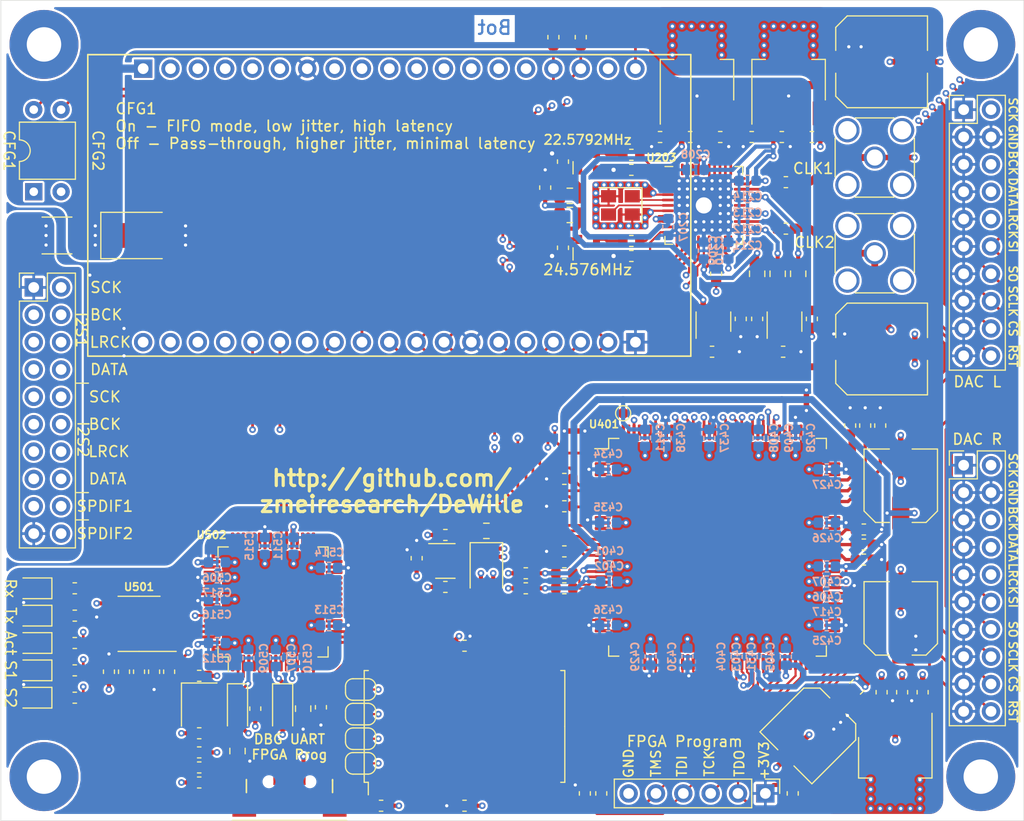
<source format=kicad_pcb>
(kicad_pcb (version 20171130) (host pcbnew "(5.1.4-0-10_14)")
  (layers (0 F.Cu signal) (1 In1.Cu signal hide) (2 In2.Cu signal) (31 B.Cu signal) (34 B.Paste user hide) (35 F.Paste user hide) (36 B.SilkS user) (37 F.SilkS user) (38 B.Mask user) (39 F.Mask user) (44 Edge.Cuts user))
  (net 0 "")
  (net 1 GND)
  (net 2 "Net-(C201-Pad1)")
  (net 3 "Net-(C202-Pad1)")
  (net 4 "Net-(C203-Pad2)")
  (net 5 "Net-(C203-Pad1)")
  (net 6 "Net-(C204-Pad1)")
  (net 7 "Net-(C205-Pad2)")
  (net 8 "Net-(C205-Pad1)")
  (net 9 "Net-(C206-Pad1)")
  (net 10 /Clock/+3V3_VDDACLK)
  (net 11 /Clock/+1V8_VDDCLK)
  (net 12 "Net-(C210-Pad1)")
  (net 13 "Net-(C211-Pad2)")
  (net 14 "Net-(C213-Pad2)")
  (net 15 /Clock/+3V3_VDDOSC)
  (net 16 /Clock/+3V3_CLKOUT)
  (net 17 "Net-(C219-Pad2)")
  (net 18 "Net-(C220-Pad2)")
  (net 19 "Net-(C221-Pad2)")
  (net 20 "Net-(C222-Pad2)")
  (net 21 /Clock/+5V)
  (net 22 /SignalProcessing/+3V3_FPGA)
  (net 23 /SignalProcessing/+1V2_FPGA)
  (net 24 "Net-(C416-Pad2)")
  (net 25 "Net-(C418-Pad2)")
  (net 26 "Net-(C420-Pad2)")
  (net 27 "Net-(C501-Pad2)")
  (net 28 "Net-(C503-Pad2)")
  (net 29 "Net-(C504-Pad2)")
  (net 30 /Usb/+1V8_USBCORE)
  (net 31 "Net-(C508-Pad1)")
  (net 32 /SignalProcessing/SPDIF1_IN)
  (net 33 /SignalProcessing/SPDIF2_IN)
  (net 34 /SignalProcessing/I2S2_BCK_IN)
  (net 35 /SignalProcessing/I2S2_DATA_IN)
  (net 36 /SignalProcessing/I2S1_LRCK_IN)
  (net 37 /SignalProcessing/I2S1_BCK_IN)
  (net 38 /SignalProcessing/I2S1_DATA_IN)
  (net 39 /~DACL_RST~)
  (net 40 /~DACL_CS~)
  (net 41 /SCLK)
  (net 42 /MISO)
  (net 43 /MOSI)
  (net 44 /DACL_LRCK)
  (net 45 /DACL_BCK)
  (net 46 /DACL_DATA)
  (net 47 /DACL_SCK)
  (net 48 /~DACR_RST~)
  (net 49 /~DACR_CS~)
  (net 50 /DACR_LRCK)
  (net 51 /DACR_BCK)
  (net 52 /DACR_DATA)
  (net 53 /DACR_SCK)
  (net 54 "Net-(J501-Pad4)")
  (net 55 "Net-(J501-Pad3)")
  (net 56 "Net-(J501-Pad2)")
  (net 57 /Usb/VBUS)
  (net 58 /SignalProcessing/TMS)
  (net 59 /Usb/TMS)
  (net 60 /SignalProcessing/TDI)
  (net 61 /Usb/TDI)
  (net 62 /SignalProcessing/TCK)
  (net 63 /Usb/TCK)
  (net 64 /SignalProcessing/TDO)
  (net 65 /Usb/TDO)
  (net 66 /FPGA_SCK)
  (net 67 "Net-(R201-Pad1)")
  (net 68 "Net-(R202-Pad1)")
  (net 69 "Net-(R203-Pad1)")
  (net 70 "Net-(R401-Pad2)")
  (net 71 "Net-(R402-Pad2)")
  (net 72 "Net-(R501-Pad2)")
  (net 73 "Net-(R502-Pad2)")
  (net 74 "Net-(R503-Pad2)")
  (net 75 "Net-(R504-Pad2)")
  (net 76 "Net-(R505-Pad1)")
  (net 77 "Net-(R506-Pad1)")
  (net 78 "Net-(R508-Pad1)")
  (net 79 "Net-(U201-Pad1)")
  (net 80 "Net-(U202-Pad1)")
  (net 81 "Net-(U203-Pad44)")
  (net 82 "Net-(U203-Pad43)")
  (net 83 "Net-(U203-Pad42)")
  (net 84 "Net-(U203-Pad41)")
  (net 85 "Net-(U203-Pad37)")
  (net 86 "Net-(U203-Pad35)")
  (net 87 "Net-(U203-Pad33)")
  (net 88 "Net-(U203-Pad30)")
  (net 89 "Net-(U203-Pad28)")
  (net 90 "Net-(U203-Pad27)")
  (net 91 "Net-(U203-Pad24)")
  (net 92 "Net-(U203-Pad22)")
  (net 93 "Net-(U203-Pad19)")
  (net 94 /~CLK_RST_)
  (net 95 /~CLK_CS~)
  (net 96 "Net-(U203-Pad6)")
  (net 97 "Net-(U203-Pad5)")
  (net 98 "Net-(U203-Pad4)")
  (net 99 "Net-(U203-Pad3)")
  (net 100 "Net-(U301-Pad37)")
  (net 101 "Net-(U301-Pad35)")
  (net 102 "Net-(U301-Pad34)")
  (net 103 /~FPGA_CS~)
  (net 104 "Net-(U301-Pad21)")
  (net 105 "Net-(U301-Pad7)")
  (net 106 "Net-(U301-Pad4)")
  (net 107 "Net-(U301-Pad3)")
  (net 108 "Net-(U301-Pad2)")
  (net 109 "Net-(U301-Pad1)")
  (net 110 "Net-(U401-Pad143)")
  (net 111 "Net-(U401-Pad141)")
  (net 112 "Net-(U401-Pad137)")
  (net 113 "Net-(U401-Pad133)")
  (net 114 "Net-(U401-Pad130)")
  (net 115 "Net-(U401-Pad127)")
  (net 116 "Net-(U401-Pad124)")
  (net 117 "Net-(U401-Pad121)")
  (net 118 "Net-(U401-Pad119)")
  (net 119 "Net-(U401-Pad115)")
  (net 120 "Net-(U401-Pad114)")
  (net 121 "Net-(U401-Pad113)")
  (net 122 "Net-(U401-Pad110)")
  (net 123 "Net-(U401-Pad109)")
  (net 124 "Net-(U401-Pad108)")
  (net 125 "Net-(U401-Pad107)")
  (net 126 "Net-(U401-Pad96)")
  (net 127 "Net-(U401-Pad94)")
  (net 128 "Net-(U401-Pad92)")
  (net 129 "Net-(U401-Pad90)")
  (net 130 "Net-(U401-Pad88)")
  (net 131 "Net-(U401-Pad87)")
  (net 132 "Net-(U401-Pad78)")
  (net 133 "Net-(U401-Pad77)")
  (net 134 "Net-(U401-Pad74)")
  (net 135 "Net-(U401-Pad73)")
  (net 136 "Net-(U401-Pad72)")
  (net 137 "Net-(U401-Pad71)")
  (net 138 "Net-(U401-Pad6)")
  (net 139 "Net-(U401-Pad5)")
  (net 140 "Net-(U401-Pad2)")
  (net 141 /SignalProcessing/A17)
  (net 142 /SignalProcessing/A16)
  (net 143 /SignalProcessing/A15)
  (net 144 /SignalProcessing/A18)
  (net 145 /SignalProcessing/A14)
  (net 146 /SignalProcessing/A13)
  (net 147 /SignalProcessing/A12)
  (net 148 /SignalProcessing/A11)
  (net 149 /SignalProcessing/A10)
  (net 150 /SignalProcessing/A9)
  (net 151 /SignalProcessing/A8)
  (net 152 /SignalProcessing/A7)
  (net 153 /SignalProcessing/A6)
  (net 154 /SignalProcessing/A5)
  (net 155 /SignalProcessing/A4)
  (net 156 /SignalProcessing/A3)
  (net 157 /SignalProcessing/A2)
  (net 158 /SignalProcessing/A1)
  (net 159 /SignalProcessing/A0)
  (net 160 "Net-(U501-Pad7)")
  (net 161 "Net-(U502-Pad60)")
  (net 162 "Net-(U502-Pad58)")
  (net 163 "Net-(U502-Pad57)")
  (net 164 "Net-(U502-Pad53)")
  (net 165 "Net-(U502-Pad52)")
  (net 166 "Net-(U502-Pad48)")
  (net 167 "Net-(U502-Pad46)")
  (net 168 "Net-(U502-Pad45)")
  (net 169 "Net-(U502-Pad44)")
  (net 170 "Net-(U502-Pad43)")
  (net 171 "Net-(U502-Pad41)")
  (net 172 "Net-(U502-Pad40)")
  (net 173 "Net-(U502-Pad36)")
  (net 174 "Net-(U502-Pad34)")
  (net 175 "Net-(U502-Pad33)")
  (net 176 "Net-(U502-Pad32)")
  (net 177 "Net-(U502-Pad30)")
  (net 178 "Net-(U502-Pad29)")
  (net 179 "Net-(U502-Pad28)")
  (net 180 "Net-(U502-Pad27)")
  (net 181 "Net-(U502-Pad26)")
  (net 182 "Net-(U502-Pad24)")
  (net 183 "Net-(U502-Pad23)")
  (net 184 "Net-(U502-Pad22)")
  (net 185 "Net-(U502-Pad21)")
  (net 186 "Net-(U203-Pad36)")
  (net 187 "Net-(U203-Pad34)")
  (net 188 /SignalProcessing/+3V3_IO)
  (net 189 "Net-(U401-Pad100)")
  (net 190 "Net-(U401-Pad98)")
  (net 191 "Net-(U401-Pad104)")
  (net 192 "Net-(U401-Pad102)")
  (net 193 "Net-(U401-Pad15)")
  (net 194 "Net-(U401-Pad13)")
  (net 195 "Net-(U401-Pad10)")
  (net 196 "Net-(U401-Pad9)")
  (net 197 /SignalProcessing/DONE)
  (net 198 /Control/~FPGA_INIT~)
  (net 199 /Control/~FPGA_PROGRAM~)
  (net 200 /SignalProcessing/~WE~)
  (net 201 /SignalProcessing/IO3)
  (net 202 /SignalProcessing/IO2)
  (net 203 /SignalProcessing/IO1)
  (net 204 /SignalProcessing/IO0)
  (net 205 /SignalProcessing/A19)
  (net 206 /SignalProcessing/IO4)
  (net 207 /SignalProcessing/IO5)
  (net 208 /SignalProcessing/IO6)
  (net 209 /SignalProcessing/IO7)
  (net 210 /SignalProcessing/~OE~)
  (net 211 /SignalProcessing/A20)
  (net 212 "Net-(U401-Pad22)")
  (net 213 "Net-(U402-Pad44)")
  (net 214 "Net-(U402-Pad43)")
  (net 215 "Net-(U402-Pad24)")
  (net 216 "Net-(U402-Pad23)")
  (net 217 "Net-(U402-Pad22)")
  (net 218 "Net-(U402-Pad21)")
  (net 219 "Net-(U402-Pad2)")
  (net 220 "Net-(U402-Pad1)")
  (net 221 /Usb/RXLED)
  (net 222 /Usb/TXLED)
  (net 223 /SignalProcessing/FPGA_LED)
  (net 224 /Control/LED2)
  (net 225 /Control/LED1)
  (net 226 "Net-(TP401-Pad1)")
  (net 227 /TX)
  (net 228 /RX)
  (net 229 "Net-(D101-Pad1)")
  (net 230 "Net-(D102-Pad1)")
  (net 231 "Net-(D103-Pad1)")
  (net 232 "Net-(D104-Pad1)")
  (net 233 "Net-(D105-Pad1)")
  (net 234 "Net-(C505-Pad1)")
  (net 235 "Net-(R301-Pad2)")
  (net 236 "Net-(R301-Pad1)")
  (net 237 "Net-(R302-Pad1)")
  (net 238 "Net-(U301-Pad24)")
  (net 239 /SignalProcessing/I2S2_SCK_IN)
  (net 240 /SignalProcessing/I2S1_SCK_IN)
  (net 241 /Control/~RST_FPGA~)
  (net 242 /SignalProcessing/I2S2_LRCK_IN)
  (net 243 /SignalProcessing/~CS~)
  (net 244 "Net-(U301-Pad33)")
  (net 245 "Net-(U301-Pad31)")
  (net 246 "Net-(U401-Pad21)")
  (net 247 "Net-(F101-Pad2)")
  (net 248 "Net-(R410-Pad1)")
  (net 249 "Net-(R411-Pad1)")
  (net 250 "Net-(R412-Pad1)")
  (net 251 "Net-(R413-Pad1)")
  (net 252 "Net-(R414-Pad1)")
  (net 253 "Net-(R415-Pad1)")
  (module Resistor_SMD:R_0603_1608Metric (layer F.Cu) (at 32.639 13.843)
    (fp_text reference R415 hide)
    (fp_text value 39)
    (pad 2 smd roundrect (at 0.7875 0) (size 0.875 0.95) (layers F.Cu F.Paste F.Mask) (net 50 /DACR_LRCK))
    (pad 1 smd roundrect (at -0.7875 0) (size 0.875 0.95) (layers F.Cu F.Paste F.Mask) (net 253 "Net-(R415-Pad1)"))
  )
  (module Resistor_SMD:R_0603_1608Metric (layer F.Cu) (at 32.639 12.446)
    (fp_text reference R414 hide)
    (fp_text value 39)
    (pad 2 smd roundrect (at 0.7875 0) (size 0.875 0.95) (layers F.Cu F.Paste F.Mask) (net 52 /DACR_DATA))
    (pad 1 smd roundrect (at -0.7875 0) (size 0.875 0.95) (layers F.Cu F.Paste F.Mask) (net 252 "Net-(R414-Pad1)"))
  )
  (module Resistor_SMD:R_0603_1608Metric (layer F.Cu) (at 32.639 11.049)
    (fp_text reference R413 hide)
    (fp_text value 39)
    (pad 2 smd roundrect (at 0.7875 0) (size 0.875 0.95) (layers F.Cu F.Paste F.Mask) (net 51 /DACR_BCK))
    (pad 1 smd roundrect (at -0.7875 0) (size 0.875 0.95) (layers F.Cu F.Paste F.Mask) (net 251 "Net-(R413-Pad1)"))
  )
  (module Resistor_SMD:R_0603_1608Metric (layer F.Cu) (at 34.163 1.397 90)
    (fp_text reference R412 hide)
    (fp_text value 39)
    (pad 2 smd roundrect (at 0.7875 0 90) (size 0.875 0.95) (layers F.Cu F.Paste F.Mask) (net 44 /DACL_LRCK))
    (pad 1 smd roundrect (at -0.7875 0 90) (size 0.875 0.95) (layers F.Cu F.Paste F.Mask) (net 250 "Net-(R412-Pad1)"))
  )
  (module Resistor_SMD:R_0603_1608Metric (layer F.Cu) (at 32.766 1.397 90)
    (fp_text reference R411 hide)
    (fp_text value 39)
    (pad 2 smd roundrect (at 0.7875 0 90) (size 0.875 0.95) (layers F.Cu F.Paste F.Mask) (net 46 /DACL_DATA))
    (pad 1 smd roundrect (at -0.7875 0 90) (size 0.875 0.95) (layers F.Cu F.Paste F.Mask) (net 249 "Net-(R411-Pad1)"))
  )
  (module Resistor_SMD:R_0603_1608Metric (layer F.Cu) (at 31.369 1.397 90)
    (fp_text reference R410 hide)
    (fp_text value 39)
    (pad 2 smd roundrect (at 0.7875 0 90) (size 0.875 0.95) (layers F.Cu F.Paste F.Mask) (net 45 /DACL_BCK))
    (pad 1 smd roundrect (at -0.7875 0 90) (size 0.875 0.95) (layers F.Cu F.Paste F.Mask) (net 248 "Net-(R410-Pad1)"))
  )
  (module Zmei_Footprints:Zmei-logo-small-inverted_nosilk (layer F.Cu) (at -11.43 0.635)
    (fp_text reference U101 hide)
    (fp_text value Logo hide)
    (fp_poly (pts (xy 0.567477 -4.231216) (xy 0.838825 -4.231215) (xy 1.102077 -4.231212) (xy 1.357357 -4.231209) (xy 1.604789 -4.231205) (xy 1.844496 -4.2312) (xy 2.076603 -4.231193) (xy 2.301232 -4.231184) (xy 2.518507 -4.231174) (xy 2.728553 -4.231163) (xy 2.931493 -4.231149) (xy 3.12745 -4.231133) (xy 3.316548 -4.231115) (xy 3.498911 -4.231095) (xy 3.674662 -4.231072) (xy 3.843926 -4.231047) (xy 4.006825 -4.231019) (xy 4.163485 -4.230987) (xy 4.314027 -4.230953) (xy 4.458576 -4.230916) (xy 4.597256 -4.230875) (xy 4.73019 -4.230831) (xy 4.857502 -4.230783) (xy 4.979316 -4.230732) (xy 5.095755 -4.230676) (xy 5.206943 -4.230616) (xy 5.313004 -4.230553) (xy 5.414061 -4.230485) (xy 5.510238 -4.230412) (xy 5.601659 -4.230335) (xy 5.688447 -4.230253) (xy 5.770726 -4.230166) (xy 5.84862 -4.230075) (xy 5.922252 -4.229978) (xy 5.991746 -4.229875) (xy 6.057227 -4.229768) (xy 6.118816 -4.229654) (xy 6.176639 -4.229535) (xy 6.230819 -4.22941) (xy 6.281479 -4.229279) (xy 6.328743 -4.229142) (xy 6.372735 -4.228998) (xy 6.413579 -4.228849) (xy 6.451398 -4.228692) (xy 6.486315 -4.228529) (xy 6.518456 -4.228359) (xy 6.547942 -4.228182) (xy 6.574898 -4.227997) (xy 6.599449 -4.227806) (xy 6.621716 -4.227607) (xy 6.641824 -4.2274) (xy 6.659897 -4.227186) (xy 6.676058 -4.226964) (xy 6.690431 -4.226734) (xy 6.70314 -4.226496) (xy 6.714309 -4.226249) (xy 6.72406 -4.225994) (xy 6.732518 -4.225731) (xy 6.739806 -4.225459) (xy 6.746049 -4.225178) (xy 6.751369 -4.224888) (xy 6.75589 -4.224589) (xy 6.759737 -4.22428) (xy 6.763033 -4.223962) (xy 6.765901 -4.223635) (xy 6.766983 -4.223498) (xy 6.89408 -4.203017) (xy 7.01702 -4.175188) (xy 7.135984 -4.139931) (xy 7.251153 -4.097168) (xy 7.362711 -4.04682) (xy 7.470838 -3.988808) (xy 7.575716 -3.923053) (xy 7.677528 -3.849477) (xy 7.732883 -3.80515) (xy 7.768968 -3.773954) (xy 7.808056 -3.737944) (xy 7.84812 -3.699117) (xy 7.887134 -3.659469) (xy 7.92307 -3.620998) (xy 7.944719 -3.596522) (xy 8.023743 -3.498391) (xy 8.095254 -3.396365) (xy 8.159232 -3.290486) (xy 8.215659 -3.180798) (xy 8.264515 -3.067344) (xy 8.305781 -2.950169) (xy 8.339438 -2.829315) (xy 8.365467 -2.704825) (xy 8.380679 -2.6035) (xy 8.38121 -2.599015) (xy 8.381715 -2.594116) (xy 8.382196 -2.588598) (xy 8.382653 -2.582258) (xy 8.383088 -2.574892) (xy 8.383499 -2.566296) (xy 8.383889 -2.556266) (xy 8.384257 -2.544599) (xy 8.384604 -2.531089) (xy 8.384931 -2.515533) (xy 8.385239 -2.497728) (xy 8.385528 -2.477468) (xy 8.385798 -2.454552) (xy 8.386051 -2.428773) (xy 8.386286 -2.399929) (xy 8.386505 -2.367816) (xy 8.386708 -2.332229) (xy 8.386895 -2.292964) (xy 8.387068 -2.249819) (xy 8.387226 -2.202588) (xy 8.387372 -2.151068) (xy 8.387504 -2.095054) (xy 8.387623 -2.034344) (xy 8.387731 -1.968732) (xy 8.387828 -1.898016) (xy 8.387914 -1.82199) (xy 8.387991 -1.740452) (xy 8.388057 -1.653197) (xy 8.388116 -1.56002) (xy 8.388166 -1.46072) (xy 8.388208 -1.35509) (xy 8.388244 -1.242928) (xy 8.388273 -1.12403) (xy 8.388296 -0.998191) (xy 8.388314 -0.865207) (xy 8.388328 -0.724875) (xy 8.388338 -0.576991) (xy 8.388344 -0.42135) (xy 8.388348 -0.257749) (xy 8.38835 -0.085984) (xy 8.38835 0) (xy 8.388349 0.175783) (xy 8.388347 0.343303) (xy 8.388341 0.502765) (xy 8.388333 0.654372) (xy 8.388322 0.798327) (xy 8.388306 0.934836) (xy 8.388285 1.064102) (xy 8.388258 1.186329) (xy 8.388226 1.301721) (xy 8.388187 1.410481) (xy 8.388141 1.512815) (xy 8.388087 1.608925) (xy 8.388024 1.699015) (xy 8.387952 1.783291) (xy 8.387871 1.861955) (xy 8.387779 1.935211) (xy 8.387677 2.003264) (xy 8.387563 2.066317) (xy 8.387437 2.124575) (xy 8.387298 2.178241) (xy 8.387146 2.227519) (xy 8.38698 2.272613) (xy 8.3868 2.313727) (xy 8.386605 2.351066) (xy 8.386394 2.384832) (xy 8.386166 2.415231) (xy 8.385922 2.442465) (xy 8.385661 2.466739) (xy 8.385381 2.488257) (xy 8.385082 2.507223) (xy 8.384765 2.52384) (xy 8.384427 2.538313) (xy 8.384069 2.550845) (xy 8.38369 2.561641) (xy 8.383289 2.570905) (xy 8.382866 2.578839) (xy 8.38242 2.58565) (xy 8.381951 2.591539) (xy 8.381457 2.596712) (xy 8.380939 2.601371) (xy 8.380679 2.6035) (xy 8.360718 2.73048) (xy 8.333041 2.854128) (xy 8.297757 2.974258) (xy 8.254974 3.090682) (xy 8.204801 3.203213) (xy 8.147346 3.311664) (xy 8.082716 3.415847) (xy 8.01102 3.515575) (xy 7.932367 3.610662) (xy 7.846864 3.70092) (xy 7.75462 3.786162) (xy 7.655743 3.8662) (xy 7.646628 3.873063) (xy 7.546876 3.942659) (xy 7.443329 4.004928) (xy 7.335807 4.059942) (xy 7.224133 4.107774) (xy 7.108127 4.148495) (xy 6.98761 4.182178) (xy 6.862404 4.208895) (xy 6.783993 4.221753) (xy 6.720416 4.231044) (xy 0.023283 4.231485) (xy -0.214942 4.2315) (xy -0.451164 4.231512) (xy -0.685238 4.231523) (xy -0.917023 4.231532) (xy -1.146374 4.231539) (xy -1.373149 4.231544) (xy -1.597206 4.231548) (xy -1.8184 4.231549) (xy -2.03659 4.231549) (xy -2.251631 4.231546) (xy -2.463382 4.231542) (xy -2.671699 4.231537) (xy -2.876439 4.231529) (xy -3.077459 4.23152) (xy -3.274617 4.231509) (xy -3.467769 4.231497) (xy -3.656772 4.231483) (xy -3.841483 4.231467) (xy -4.02176 4.23145) (xy -4.197459 4.231431) (xy -4.368437 4.23141) (xy -4.534552 4.231388) (xy -4.69566 4.231365) (xy -4.851619 4.23134) (xy -5.002285 4.231313) (xy -5.147516 4.231286) (xy -5.287168 4.231256) (xy -5.421099 4.231226) (xy -5.549165 4.231193) (xy -5.671224 4.23116) (xy -5.787132 4.231125) (xy -5.896747 4.231089) (xy -5.999926 4.231052) (xy -6.096526 4.231013) (xy -6.186403 4.230973) (xy -6.269415 4.230932) (xy -6.345419 4.23089) (xy -6.414271 4.230847) (xy -6.47583 4.230802) (xy -6.529951 4.230756) (xy -6.576492 4.230709) (xy -6.61531 4.230661) (xy -6.646262 4.230612) (xy -6.669205 4.230562) (xy -6.683996 4.230511) (xy -6.690492 4.230459) (xy -6.690784 4.230449) (xy -6.81551 4.21583) (xy -6.936027 4.194039) (xy -7.052834 4.164939) (xy -7.166434 4.128392) (xy -7.277327 4.084263) (xy -7.351749 4.049703) (xy -7.389737 4.030808) (xy -7.422129 4.014121) (xy -7.451067 3.998413) (xy -7.478694 3.982455) (xy -7.50715 3.965019) (xy -7.538577 3.944874) (xy -7.567084 3.926125) (xy -7.668312 3.854001) (xy -7.763969 3.775532) (xy -7.853857 3.690917) (xy -7.937775 3.600355) (xy -8.015524 3.504047) (xy -8.079025 3.414183) (xy -8.102197 3.378868) (xy -8.121685 3.348226) (xy -8.138717 3.320116) (xy -8.154523 3.292395) (xy -8.170331 3.262921) (xy -8.187372 3.229553) (xy -8.202603 3.198849) (xy -8.246858 3.102142) (xy -8.284706 3.004652) (xy -8.316565 2.904992) (xy -8.342849 2.801773) (xy -8.363974 2.69361) (xy -8.374496 2.624666) (xy -8.384117 2.554816) (xy -8.384117 -0.021181) (xy -8.226207 -0.021181) (xy -8.226201 0.10735) (xy -8.226179 0.235639) (xy -8.22614 0.363395) (xy -8.226084 0.490328) (xy -8.226011 0.616147) (xy -8.225922 0.740563) (xy -8.225816 0.863285) (xy -8.225693 0.984022) (xy -8.225554 1.102485) (xy -8.225397 1.218383) (xy -8.225224 1.331426) (xy -8.225035 1.441323) (xy -8.224828 1.547784) (xy -8.224605 1.65052) (xy -8.224365 1.749239) (xy -8.224108 1.843651) (xy -8.223835 1.933466) (xy -8.223545 2.018394) (xy -8.223238 2.098144) (xy -8.222914 2.172426) (xy -8.222574 2.24095) (xy -8.222217 2.303425) (xy -8.221843 2.359562) (xy -8.221452 2.409069) (xy -8.221045 2.451657) (xy -8.220621 2.487035) (xy -8.22018 2.514913) (xy -8.219723 2.535) (xy -8.219248 2.547007) (xy -8.219088 2.549144) (xy -8.203498 2.668476) (xy -8.179861 2.785195) (xy -8.148212 2.899198) (xy -8.10859 3.010382) (xy -8.061032 3.118642) (xy -8.005576 3.223876) (xy -7.942257 3.32598) (xy -7.936481 3.33456) (xy -7.890557 3.39901) (xy -7.842081 3.46023) (xy -7.789263 3.520369) (xy -7.732395 3.579495) (xy -7.645951 3.660595) (xy -7.556343 3.734037) (xy -7.46295 3.800239) (xy -7.365153 3.859616) (xy -7.262334 3.912588) (xy -7.189792 3.944926) (xy -7.088352 3.98334) (xy -6.982365 4.015503) (xy -6.873393 4.041022) (xy -6.763002 4.059503) (xy -6.707717 4.065987) (xy -6.704054 4.066231) (xy -6.697922 4.066468) (xy -6.689209 4.066697) (xy -6.677802 4.066919) (xy -6.663592 4.067135) (xy -6.646466 4.067343) (xy -6.626314 4.067545) (xy -6.603022 4.06774) (xy -6.57648 4.067928) (xy -6.546577 4.06811) (xy -6.513201 4.068286) (xy -6.47624 4.068455) (xy -6.435584 4.068618) (xy -6.391119 4.068774) (xy -6.342736 4.068925) (xy -6.290322 4.069069) (xy -6.233766 4.069208) (xy -6.172957 4.06934) (xy -6.107783 4.069467) (xy -6.038132 4.069588) (xy -5.963893 4.069703) (xy -5.884955 4.069813) (xy -5.801207 4.069917) (xy -5.712535 4.070016) (xy -5.61883 4.07011) (xy -5.519979 4.070198) (xy -5.415872 4.070281) (xy -5.306396 4.070359) (xy -5.191441 4.070432) (xy -5.070894 4.0705) (xy -4.944644 4.070564) (xy -4.81258 4.070622) (xy -4.67459 4.070676) (xy -4.530563 4.070725) (xy -4.380387 4.07077) (xy -4.223951 4.07081) (xy -4.061143 4.070846) (xy -3.891852 4.070878) (xy -3.715966 4.070905) (xy -3.533374 4.070928) (xy -3.343964 4.070948) (xy -3.147625 4.070963) (xy -2.944246 4.070974) (xy -2.733714 4.070982) (xy -2.515919 4.070986) (xy -2.290748 4.070986) (xy -2.058091 4.070983) (xy -1.817836 4.070976) (xy -1.569871 4.070966) (xy -1.314085 4.070952) (xy -1.050367 4.070935) (xy -0.778605 4.070915) (xy -0.498687 4.070892) (xy -0.210502 4.070866) (xy 0.023283 4.070844) (xy 6.69925 4.07018) (xy 6.76275 4.060879) (xy 6.844779 4.047491) (xy 6.920703 4.032077) (xy 6.992761 4.014052) (xy 7.063192 3.992831) (xy 7.134235 3.967829) (xy 7.166935 3.955214) (xy 7.275326 3.907836) (xy 7.379667 3.853151) (xy 7.479627 3.791457) (xy 7.574877 3.723054) (xy 7.665085 3.648239) (xy 7.749922 3.56731) (xy 7.829056 3.480568) (xy 7.902159 3.38831) (xy 7.968898 3.290835) (xy 8.028945 3.188441) (xy 8.041449 3.164851) (xy 8.088152 3.067875) (xy 8.127943 2.969545) (xy 8.16119 2.868686) (xy 8.18826 2.764121) (xy 8.209518 2.654674) (xy 8.217876 2.599266) (xy 8.227483 2.529416) (xy 8.227483 -2.529417) (xy 8.217876 -2.599267) (xy 8.197206 -2.720978) (xy 8.169235 -2.838445) (xy 8.133896 -2.951816) (xy 8.091124 -3.061239) (xy 8.040853 -3.166866) (xy 7.983019 -3.268844) (xy 7.917557 -3.367323) (xy 7.8444 -3.462453) (xy 7.835268 -3.47345) (xy 7.757444 -3.559925) (xy 7.67367 -3.640693) (xy 7.584451 -3.715464) (xy 7.490292 -3.78395) (xy 7.391695 -3.845864) (xy 7.289167 -3.900917) (xy 7.183212 -3.948821) (xy 7.074333 -3.989288) (xy 6.963036 -4.022029) (xy 6.849824 -4.046756) (xy 6.824133 -4.051187) (xy 6.818806 -4.052102) (xy 6.814065 -4.052991) (xy 6.809785 -4.053853) (xy 6.805843 -4.05469) (xy 6.802115 -4.055502) (xy 6.798475 -4.056289) (xy 6.7948 -4.057051) (xy 6.790966 -4.057789) (xy 6.786848 -4.058503) (xy 6.782322 -4.059193) (xy 6.777263 -4.059861) (xy 6.771548 -4.060506) (xy 6.765052 -4.061129) (xy 6.75765 -4.06173) (xy 6.749219 -4.06231) (xy 6.739635 -4.062868) (xy 6.728772 -4.063406) (xy 6.716508 -4.063923) (xy 6.702716 -4.064421) (xy 6.687274 -4.064899) (xy 6.670057 -4.065358) (xy 6.65094 -4.065798) (xy 6.6298 -4.06622) (xy 6.606512 -4.066624) (xy 6.580952 -4.06701) (xy 6.552995 -4.067379) (xy 6.522518 -4.067731) (xy 6.489396 -4.068067) (xy 6.453504 -4.068387) (xy 6.414719 -4.068691) (xy 6.372916 -4.06898) (xy 6.327971 -4.069254) (xy 6.279759 -4.069513) (xy 6.228157 -4.069759) (xy 6.173041 -4.069991) (xy 6.114285 -4.070209) (xy 6.051765 -4.070414) (xy 5.985358 -4.070607) (xy 5.914939 -4.070788) (xy 5.840384 -4.070957) (xy 5.761568 -4.071115) (xy 5.678367 -4.071261) (xy 5.590657 -4.071397) (xy 5.498314 -4.071523) (xy 5.401214 -4.071639) (xy 5.299231 -4.071745) (xy 5.192242 -4.071843) (xy 5.080123 -4.071932) (xy 4.962749 -4.072012) (xy 4.839997 -4.072085) (xy 4.71174 -4.07215) (xy 4.577857 -4.072208) (xy 4.438222 -4.072259) (xy 4.29271 -4.072304) (xy 4.141199 -4.072343) (xy 3.983562 -4.072376) (xy 3.819677 -4.072405) (xy 3.649419 -4.072428) (xy 3.472663 -4.072447) (xy 3.289286 -4.072462) (xy 3.099162 -4.072473) (xy 2.902169 -4.072481) (xy 2.698181 -4.072487) (xy 2.487074 -4.072489) (xy 2.268724 -4.07249) (xy 2.043007 -4.072489) (xy 1.809798 -4.072487) (xy 1.568973 -4.072484) (xy 1.320408 -4.07248) (xy 1.063979 -4.072476) (xy 0.799561 -4.072472) (xy 0.52703 -4.072469) (xy 0.246262 -4.072467) (xy 0.002117 -4.072467) (xy -0.287057 -4.072466) (xy -0.567885 -4.072464) (xy -0.840487 -4.072461) (xy -1.104985 -4.072455) (xy -1.361498 -4.072448) (xy -1.610148 -4.07244) (xy -1.851054 -4.072429) (xy -2.084338 -4.072416) (xy -2.310121 -4.072401) (xy -2.528522 -4.072384) (xy -2.739662 -4.072364) (xy -2.943663 -4.072342) (xy -3.140644 -4.072317) (xy -3.330726 -4.07229) (xy -3.51403 -4.072259) (xy -3.690677 -4.072226) (xy -3.860787 -4.072189) (xy -4.02448 -4.07215) (xy -4.181878 -4.072107) (xy -4.3331 -4.07206) (xy -4.478268 -4.07201) (xy -4.617502 -4.071956) (xy -4.750922 -4.071899) (xy -4.87865 -4.071838) (xy -5.000806 -4.071772) (xy -5.11751 -4.071703) (xy -5.228884 -4.071629) (xy -5.335047 -4.071552) (xy -5.43612 -4.071469) (xy -5.532224 -4.071382) (xy -5.62348 -4.071291) (xy -5.710008 -4.071194) (xy -5.791929 -4.071093) (xy -5.869363 -4.070987) (xy -5.942431 -4.070875) (xy -6.011254 -4.070759) (xy -6.075952 -4.070637) (xy -6.136645 -4.070509) (xy -6.193455 -4.070376) (xy -6.246502 -4.070237) (xy -6.295906 -4.070093) (xy -6.341789 -4.069942) (xy -6.384271 -4.069786) (xy -6.423472 -4.069623) (xy -6.459513 -4.069455) (xy -6.492514 -4.069279) (xy -6.522597 -4.069098) (xy -6.549882 -4.06891) (xy -6.574489 -4.068715) (xy -6.596539 -4.068513) (xy -6.616153 -4.068304) (xy -6.633451 -4.068088) (xy -6.648554 -4.067865) (xy -6.661582 -4.067635) (xy -6.672657 -4.067398) (xy -6.681898 -4.067153) (xy -6.689426 -4.0669) (xy -6.695363 -4.06664) (xy -6.699828 -4.066371) (xy -6.702045 -4.066188) (xy -6.815129 -4.051574) (xy -6.92609 -4.029719) (xy -6.960803 -4.021254) (xy -7.074686 -3.987878) (xy -7.185075 -3.94686) (xy -7.292104 -3.89813) (xy -7.395911 -3.841622) (xy -7.49663 -3.777266) (xy -7.594398 -3.704994) (xy -7.599644 -3.700826) (xy -7.630009 -3.675406) (xy -7.664047 -3.644846) (xy -7.70022 -3.610682) (xy -7.736993 -3.57445) (xy -7.77283 -3.537686) (xy -7.806195 -3.501926) (xy -7.835552 -3.468705) (xy -7.853726 -3.446744) (xy -7.926512 -3.348917) (xy -7.991531 -3.247791) (xy -8.048741 -3.143474) (xy -8.098097 -3.036074) (xy -8.139555 -2.925699) (xy -8.173072 -2.812457) (xy -8.198604 -2.696455) (xy -8.216107 -2.577802) (xy -8.219088 -2.549145) (xy -8.219568 -2.539864) (xy -8.220031 -2.522407) (xy -8.220478 -2.497064) (xy -8.220907 -2.464125) (xy -8.22132 -2.423881) (xy -8.221716 -2.376622) (xy -8.222095 -2.322638) (xy -8.222458 -2.262219) (xy -8.222804 -2.195656) (xy -8.223133 -2.123239) (xy -8.223446 -2.045259) (xy -8.223741 -1.962005) (xy -8.22402 -1.873768) (xy -8.224282 -1.780839) (xy -8.224528 -1.683507) (xy -8.224757 -1.582063) (xy -8.224968 -1.476798) (xy -8.225164 -1.368) (xy -8.225342 -1.255962) (xy -8.225504 -1.140973) (xy -8.225649 -1.023323) (xy -8.225777 -0.903303) (xy -8.225889 -0.781203) (xy -8.225984 -0.657313) (xy -8.226062 -0.531924) (xy -8.226123 -0.405326) (xy -8.226168 -0.27781) (xy -8.226196 -0.149664) (xy -8.226207 -0.021181) (xy -8.384117 -0.021181) (xy -8.384117 -2.554817) (xy -8.374496 -2.624667) (xy -8.356313 -2.736524) (xy -8.333223 -2.842591) (xy -8.304811 -2.944255) (xy -8.270663 -3.042903) (xy -8.230362 -3.139922) (xy -8.202603 -3.198849) (xy -8.183708 -3.236837) (xy -8.167021 -3.269229) (xy -8.151313 -3.298167) (xy -8.135355 -3.325794) (xy -8.117919 -3.35425) (xy -8.097774 -3.385677) (xy -8.079025 -3.414184) (xy -8.006901 -3.515412) (xy -7.928432 -3.611069) (xy -7.843817 -3.700957) (xy -7.753256 -3.784875) (xy -7.656947 -3.862624) (xy -7.567084 -3.926125) (xy -7.531769 -3.949297) (xy -7.501127 -3.968785) (xy -7.473016 -3.985817) (xy -7.445295 -4.001623) (xy -7.415821 -4.017431) (xy -7.382454 -4.034472) (xy -7.351749 -4.049703) (xy -7.255042 -4.093958) (xy -7.157553 -4.131806) (xy -7.057892 -4.163665) (xy -6.954674 -4.189949) (xy -6.846511 -4.211074) (xy -6.777567 -4.221596) (xy -6.707717 -4.231217) (xy 0.28791 -4.231217) (xy 0.567477 -4.231216)) (layer F.Cu) (width 0.01))
    (fp_poly (pts (xy -1.903578 -3.506785) (xy -1.886956 -3.502771) (xy -1.865955 -3.491558) (xy -1.847319 -3.474012) (xy -1.832986 -3.452253) (xy -1.826967 -3.437101) (xy -1.821535 -3.407345) (xy -1.820831 -3.371534) (xy -1.824682 -3.330516) (xy -1.832914 -3.28514) (xy -1.845353 -3.236254) (xy -1.861827 -3.184707) (xy -1.882162 -3.131348) (xy -1.896002 -3.099132) (xy -1.9041 -3.080684) (xy -1.910572 -3.065231) (xy -1.914805 -3.054288) (xy -1.916188 -3.049371) (xy -1.916144 -3.049266) (xy -1.911886 -3.049933) (xy -1.899905 -3.05228) (xy -1.880751 -3.056191) (xy -1.854974 -3.061551) (xy -1.823126 -3.068241) (xy -1.785756 -3.076145) (xy -1.743415 -3.085146) (xy -1.696654 -3.095129) (xy -1.646022 -3.105976) (xy -1.59207 -3.11757) (xy -1.535348 -3.129796) (xy -1.491773 -3.139211) (xy -1.432434 -3.152043) (xy -1.374829 -3.164496) (xy -1.319573 -3.176437) (xy -1.267282 -3.187733) (xy -1.218571 -3.198251) (xy -1.174057 -3.207859) (xy -1.134353 -3.216423) (xy -1.100076 -3.223812) (xy -1.071841 -3.229891) (xy -1.050264 -3.234529) (xy -1.03596 -3.237592) (xy -1.030969 -3.238651) (xy -1.004184 -3.243132) (xy -0.983306 -3.2436) (xy -0.966618 -3.23972) (xy -0.952401 -3.231158) (xy -0.942206 -3.221329) (xy -0.928869 -3.201018) (xy -0.923466 -3.178892) (xy -0.925635 -3.158238) (xy -0.928523 -3.152358) (xy -0.935645 -3.139943) (xy -0.94664 -3.121568) (xy -0.96115 -3.097812) (xy -0.978816 -3.069252) (xy -0.999278 -3.036464) (xy -1.022177 -3.000026) (xy -1.047155 -2.960516) (xy -1.073852 -2.91851) (xy -1.10191 -2.874585) (xy -1.108306 -2.864602) (xy -1.136455 -2.820649) (xy -1.16324 -2.778743) (xy -1.188314 -2.739432) (xy -1.211329 -2.703265) (xy -1.23194 -2.670788) (xy -1.249799 -2.64255) (xy -1.264558 -2.619099) (xy -1.275872 -2.600981) (xy -1.283393 -2.588746) (xy -1.286775 -2.582941) (xy -1.286934 -2.58255) (xy -1.28285 -2.580287) (xy -1.271188 -2.5778) (xy -1.252831 -2.575151) (xy -1.228662 -2.5724) (xy -1.199566 -2.569608) (xy -1.166425 -2.566838) (xy -1.130123 -2.564149) (xy -1.091543 -2.561602) (xy -1.051569 -2.55926) (xy -1.011085 -2.557182) (xy -0.970974 -2.55543) (xy -0.932118 -2.554065) (xy -0.895403 -2.553148) (xy -0.861711 -2.55274) (xy -0.855412 -2.552725) (xy -0.826026 -2.551548) (xy -0.80335 -2.54768) (xy -0.7859 -2.540564) (xy -0.772191 -2.529639) (xy -0.763022 -2.517938) (xy -0.75382 -2.497947) (xy -0.749717 -2.475299) (xy -0.750974 -2.453104) (xy -0.75625 -2.4373) (xy -0.760431 -2.431426) (xy -0.769719 -2.419831) (xy -0.783592 -2.403121) (xy -0.801533 -2.381903) (xy -0.823023 -2.356786) (xy -0.847542 -2.328374) (xy -0.874572 -2.297276) (xy -0.903593 -2.264098) (xy -0.931528 -2.232345) (xy -1.009414 -2.143962) (xy -1.085134 -2.057838) (xy -1.158517 -1.974177) (xy -1.229386 -1.893181) (xy -1.29757 -1.815055) (xy -1.362893 -1.740001) (xy -1.425182 -1.668224) (xy -1.484264 -1.599926) (xy -1.539964 -1.53531) (xy -1.592108 -1.474581) (xy -1.640523 -1.417941) (xy -1.685035 -1.365594) (xy -1.72547 -1.317743) (xy -1.761654 -1.274591) (xy -1.793413 -1.236343) (xy -1.820574 -1.2032) (xy -1.842963 -1.175367) (xy -1.860405 -1.153047) (xy -1.872728 -1.136443) (xy -1.879756 -1.125758) (xy -1.881358 -1.121253) (xy -1.877956 -1.119791) (xy -1.869433 -1.118802) (xy -1.85516 -1.118278) (xy -1.834507 -1.118211) (xy -1.806846 -1.118594) (xy -1.771547 -1.11942) (xy -1.759392 -1.119752) (xy -1.713966 -1.121024) (xy -1.676225 -1.122048) (xy -1.645391 -1.122802) (xy -1.620685 -1.123266) (xy -1.601329 -1.123418) (xy -1.586545 -1.123238) (xy -1.575554 -1.122703) (xy -1.567577 -1.121794) (xy -1.561837 -1.120489) (xy -1.557554 -1.118767) (xy -1.553951 -1.116607) (xy -1.550395 -1.114091) (xy -1.539182 -1.103879) (xy -1.530182 -1.092053) (xy -1.52949 -1.090808) (xy -1.523697 -1.072542) (xy -1.522574 -1.051223) (xy -1.526061 -1.030739) (xy -1.53057 -1.020061) (xy -1.532596 -1.016728) (xy -1.535072 -1.013383) (xy -1.538519 -1.00966) (xy -1.543459 -1.005197) (xy -1.550413 -0.999628) (xy -1.559902 -0.992591) (xy -1.572447 -0.983721) (xy -1.588569 -0.972655) (xy -1.608791 -0.959027) (xy -1.633631 -0.942475) (xy -1.663613 -0.922634) (xy -1.699257 -0.899141) (xy -1.741084 -0.871631) (xy -1.775364 -0.849103) (xy -1.91018 -0.760523) (xy -1.891456 -0.755769) (xy -1.866792 -0.746135) (xy -1.848903 -0.731429) (xy -1.837721 -0.711563) (xy -1.833175 -0.686446) (xy -1.833055 -0.680927) (xy -1.835281 -0.660053) (xy -1.842505 -0.643023) (xy -1.84258 -0.642901) (xy -1.848046 -0.636486) (xy -1.859157 -0.625404) (xy -1.875068 -0.610427) (xy -1.894936 -0.592329) (xy -1.917917 -0.571882) (xy -1.943167 -0.549858) (xy -1.960033 -0.535372) (xy -2.0092 -0.49322) (xy -2.053019 -0.455219) (xy -2.092749 -0.420223) (xy -2.12965 -0.387087) (xy -2.164981 -0.354665) (xy -2.199999 -0.321813) (xy -2.235965 -0.287384) (xy -2.274136 -0.250234) (xy -2.283242 -0.2413) (xy -2.407467 -0.114793) (xy -2.523263 0.01237) (xy -2.630644 0.140208) (xy -2.729624 0.268737) (xy -2.820217 0.397974) (xy -2.895534 0.516467) (xy -2.925442 0.567857) (xy -2.949946 0.614425) (xy -2.969564 0.657398) (xy -2.984813 0.698004) (xy -2.996211 0.737472) (xy -3.00356 0.772781) (xy -3.008577 0.825125) (xy -3.005429 0.875825) (xy -2.994287 0.924735) (xy -2.97532 0.97171) (xy -2.948695 1.016607) (xy -2.914583 1.059281) (xy -2.873153 1.099586) (xy -2.824573 1.137378) (xy -2.769012 1.172513) (xy -2.706639 1.204846) (xy -2.637624 1.234232) (xy -2.562135 1.260526) (xy -2.480342 1.283585) (xy -2.392413 1.303262) (xy -2.38125 1.305429) (xy -2.328071 1.314876) (xy -2.275859 1.322611) (xy -2.22293 1.328789) (xy -2.167598 1.333565) (xy -2.108177 1.337097) (xy -2.042983 1.339541) (xy -2.002367 1.340511) (xy -1.861029 1.340183) (xy -1.715793 1.333683) (xy -1.566455 1.320978) (xy -1.412808 1.302037) (xy -1.254648 1.276827) (xy -1.091768 1.245315) (xy -0.923965 1.20747) (xy -0.751032 1.163259) (xy -0.5969 1.119784) (xy -0.575234 1.113247) (xy -0.546612 1.104342) (xy -0.512099 1.093414) (xy -0.472761 1.080807) (xy -0.429662 1.066866) (xy -0.383868 1.051935) (xy -0.336444 1.036357) (xy -0.288454 1.020478) (xy -0.249767 1.007587) (xy -0.165666 0.979621) (xy -0.088698 0.954361) (xy -0.018055 0.931566) (xy 0.047067 0.910995) (xy 0.107474 0.892406) (xy 0.16397 0.875557) (xy 0.217361 0.860207) (xy 0.268454 0.846114) (xy 0.318052 0.833037) (xy 0.366961 0.820735) (xy 0.40005 0.812733) (xy 0.550594 0.779151) (xy 0.695437 0.751498) (xy 0.83491 0.729761) (xy 0.969344 0.713927) (xy 1.099069 0.703985) (xy 1.224417 0.699921) (xy 1.345718 0.701723) (xy 1.463303 0.709377) (xy 1.577503 0.722872) (xy 1.688649 0.742194) (xy 1.769252 0.760268) (xy 1.860216 0.784909) (xy 1.948194 0.81349) (xy 2.035344 0.846818) (xy 2.123824 0.885695) (xy 2.1844 0.914986) (xy 2.207938 0.92683) (xy 2.230156 0.938212) (xy 2.251571 0.949458) (xy 2.272702 0.960895) (xy 2.294069 0.972849) (xy 2.31619 0.985647) (xy 2.339584 0.999613) (xy 2.364769 1.015075) (xy 2.392265 1.032359) (xy 2.422591 1.051791) (xy 2.456265 1.073698) (xy 2.493807 1.098405) (xy 2.535734 1.12624) (xy 2.582566 1.157527) (xy 2.634822 1.192594) (xy 2.693021 1.231766) (xy 2.757681 1.275371) (xy 2.759785 1.276791) (xy 2.847486 1.334537) (xy 2.930508 1.38616) (xy 3.009612 1.43203) (xy 3.085553 1.472515) (xy 3.159089 1.507984) (xy 3.23098 1.538807) (xy 3.301981 1.565352) (xy 3.372851 1.587988) (xy 3.431493 1.603916) (xy 3.512732 1.622073) (xy 3.597021 1.636458) (xy 3.684915 1.647086) (xy 3.776972 1.653974) (xy 3.87375 1.657136) (xy 3.975806 1.656589) (xy 4.083697 1.652347) (xy 4.19798 1.644426) (xy 4.319214 1.632842) (xy 4.34975 1.629479) (xy 4.449275 1.617171) (xy 4.556064 1.601918) (xy 4.669495 1.583853) (xy 4.788942 1.563105) (xy 4.913782 1.539805) (xy 5.04339 1.514083) (xy 5.177144 1.48607) (xy 5.314418 1.455895) (xy 5.454588 1.423691) (xy 5.597031 1.389586) (xy 5.741123 1.353712) (xy 5.886238 1.316199) (xy 6.020906 1.280136) (xy 6.053445 1.271347) (xy 6.079078 1.264646) (xy 6.099039 1.259786) (xy 6.114563 1.256524) (xy 6.126883 1.254615) (xy 6.137234 1.253815) (xy 6.146848 1.253879) (xy 6.151928 1.254169) (xy 6.185065 1.260299) (xy 6.21481 1.273999) (xy 6.241718 1.295547) (xy 6.24779 1.301888) (xy 6.267285 1.328162) (xy 6.2791 1.356527) (xy 6.283832 1.388554) (xy 6.28398 1.397) (xy 6.283049 1.419121) (xy 6.279985 1.438406) (xy 6.274066 1.455913) (xy 6.264573 1.472697) (xy 6.250782 1.489817) (xy 6.231974 1.508328) (xy 6.207426 1.529289) (xy 6.177651 1.552804) (xy 6.01132 1.676387) (xy 5.84337 1.791667) (xy 5.673771 1.898656) (xy 5.502494 1.997367) (xy 5.329508 2.087814) (xy 5.154784 2.170008) (xy 4.978291 2.243964) (xy 4.799998 2.309693) (xy 4.619877 2.367208) (xy 4.437896 2.416523) (xy 4.254026 2.457651) (xy 4.068237 2.490603) (xy 3.94335 2.50803) (xy 3.765962 2.526295) (xy 3.585137 2.537388) (xy 3.40197 2.541291) (xy 3.217558 2.537984) (xy 3.032997 2.527446) (xy 3.00355 2.525089) (xy 2.840694 2.508374) (xy 2.673822 2.485085) (xy 2.503967 2.455445) (xy 2.332163 2.419677) (xy 2.159445 2.378003) (xy 1.986846 2.330645) (xy 1.815401 2.277825) (xy 1.745904 2.254718) (xy 1.68506 2.233742) (xy 1.625285 2.212479) (xy 1.565476 2.190501) (xy 1.504532 2.167377) (xy 1.441352 2.142676) (xy 1.374834 2.115969) (xy 1.303875 2.086827) (xy 1.227376 2.054818) (xy 1.153583 2.023505) (xy 1.106818 2.003559) (xy 1.067086 1.986673) (xy 1.033631 1.972581) (xy 1.0057 1.961021) (xy 0.982537 1.951728) (xy 0.963387 1.944439) (xy 0.947496 1.93889) (xy 0.934108 1.934818) (xy 0.92247 1.931958) (xy 0.911826 1.930047) (xy 0.90142 1.928822) (xy 0.8905 1.928018) (xy 0.878417 1.927378) (xy 0.837896 1.927012) (xy 0.789739 1.929541) (xy 0.734244 1.934906) (xy 0.67171 1.94305) (xy 0.602437 1.953913) (xy 0.526722 1.96744) (xy 0.444864 1.98357) (xy 0.357164 2.002247) (xy 0.263918 2.023412) (xy 0.165426 2.047008) (xy 0.061988 2.072975) (xy -0.046099 2.101258) (xy -0.119248 2.121003) (xy -0.20039 2.143322) (xy -0.280393 2.165666) (xy -0.359838 2.188216) (xy -0.439304 2.211153) (xy -0.519371 2.234657) (xy -0.600619 2.258909) (xy -0.683629 2.28409) (xy -0.768981 2.310382) (xy -0.857253 2.337964) (xy -0.949028 2.367018) (xy -1.044884 2.397725) (xy -1.145401 2.430265) (xy -1.25116 2.46482) (xy -1.36274 2.501569) (xy -1.480723 2.540695) (xy -1.605686 2.582378) (xy -1.697567 2.613154) (xy -1.767153 2.636474) (xy -1.829314 2.657248) (xy -1.88464 2.675661) (xy -1.933719 2.6919) (xy -1.977141 2.706153) (xy -2.015494 2.718605) (xy -2.049367 2.729443) (xy -2.079349 2.738854) (xy -2.106029 2.747024) (xy -2.129996 2.754141) (xy -2.151839 2.76039) (xy -2.172147 2.765959) (xy -2.191508 2.771034) (xy -2.210512 2.775801) (xy -2.211917 2.776146) (xy -2.395767 2.817342) (xy -2.58439 2.851957) (xy -2.777993 2.880023) (xy -2.976784 2.901573) (xy -3.0353 2.906598) (xy -3.05539 2.907894) (xy -3.082446 2.909144) (xy -3.115316 2.910333) (xy -3.152848 2.911442) (xy -3.193888 2.912454) (xy -3.237285 2.913353) (xy -3.281886 2.914121) (xy -3.326539 2.91474) (xy -3.370091 2.915195) (xy -3.411389 2.915466) (xy -3.449281 2.915539) (xy -3.482615 2.915394) (xy -3.510238 2.915015) (xy -3.530998 2.914386) (xy -3.53695 2.914071) (xy -3.670453 2.902888) (xy -3.797452 2.886523) (xy -3.918198 2.864893) (xy -4.032946 2.837915) (xy -4.141951 2.805504) (xy -4.245464 2.76758) (xy -4.343741 2.724057) (xy -4.437034 2.674854) (xy -4.525597 2.619886) (xy -4.601634 2.565293) (xy -4.62284 2.547897) (xy -4.648073 2.525383) (xy -4.675947 2.499147) (xy -4.705078 2.470584) (xy -4.734083 2.44109) (xy -4.761576 2.41206) (xy -4.786174 2.38489) (xy -4.806492 2.360974) (xy -4.814831 2.350387) (xy -4.872161 2.268872) (xy -4.923012 2.183681) (xy -4.9675 2.094466) (xy -5.005741 2.000881) (xy -5.037852 1.902578) (xy -5.06395 1.79921) (xy -5.084151 1.69043) (xy -5.098572 1.575891) (xy -5.105796 1.483783) (xy -5.107112 1.454344) (xy -5.108036 1.418218) (xy -5.108584 1.376919) (xy -5.10877 1.331959) (xy -5.10861 1.28485) (xy -5.108488 1.272878) (xy -4.780854 1.272878) (xy -4.780792 1.320287) (xy -4.780207 1.365583) (xy -4.779091 1.407097) (xy -4.777435 1.44316) (xy -4.775725 1.46685) (xy -4.76308 1.583747) (xy -4.74665 1.6931) (xy -4.726436 1.794904) (xy -4.702439 1.889153) (xy -4.674662 1.975842) (xy -4.643104 2.054965) (xy -4.607769 2.126516) (xy -4.602897 2.135263) (xy -4.555652 2.210362) (xy -4.501557 2.280519) (xy -4.440656 2.345702) (xy -4.372997 2.405881) (xy -4.298624 2.461024) (xy -4.217583 2.511101) (xy -4.129921 2.556081) (xy -4.035682 2.595932) (xy -3.934912 2.630625) (xy -3.827658 2.660128) (xy -3.825849 2.660567) (xy -3.768186 2.673869) (xy -3.711767 2.685409) (xy -3.655173 2.695382) (xy -3.596983 2.703983) (xy -3.535777 2.711403) (xy -3.470137 2.717837) (xy -3.398641 2.72348) (xy -3.33375 2.727705) (xy -3.312792 2.728589) (xy -3.285029 2.729206) (xy -3.25212 2.729565) (xy -3.215721 2.729674) (xy -3.17749 2.72954) (xy -3.139085 2.729172) (xy -3.102164 2.728578) (xy -3.068384 2.727765) (xy -3.039403 2.726742) (xy -3.02895 2.726245) (xy -2.858726 2.713776) (xy -2.689055 2.694313) (xy -2.521406 2.668071) (xy -2.357247 2.635266) (xy -2.2733 2.615572) (xy -2.253643 2.610653) (xy -2.234336 2.605663) (xy -2.21495 2.600456) (xy -2.195053 2.594883) (xy -2.174215 2.588797) (xy -2.152006 2.58205) (xy -2.127994 2.574494) (xy -2.101751 2.56598) (xy -2.072844 2.556362) (xy -2.040844 2.545491) (xy -2.005321 2.533219) (xy -1.965842 2.519399) (xy -1.921979 2.503882) (xy -1.873301 2.486521) (xy -1.819376 2.467167) (xy -1.759775 2.445674) (xy -1.694067 2.421892) (xy -1.621822 2.395675) (xy -1.542608 2.366874) (xy -1.455997 2.335341) (xy -1.430867 2.326186) (xy -1.297215 2.277582) (xy -1.171073 2.231902) (xy -1.052056 2.189019) (xy -0.939777 2.148803) (xy -0.833849 2.111128) (xy -0.733885 2.075866) (xy -0.6395 2.042889) (xy -0.550305 2.01207) (xy -0.465915 1.98328) (xy -0.385942 1.956393) (xy -0.310001 1.93128) (xy -0.237705 1.907813) (xy -0.168667 1.885865) (xy -0.1025 1.865309) (xy -0.038817 1.846015) (xy 0.022767 1.827858) (xy 0.08264 1.810708) (xy 0.141188 1.794439) (xy 0.198798 1.778922) (xy 0.255856 1.76403) (xy 0.31275 1.749635) (xy 0.319617 1.747927) (xy 0.403336 1.727896) (xy 0.480018 1.711188) (xy 0.550379 1.697722) (xy 0.615135 1.687416) (xy 0.675 1.68019) (xy 0.73069 1.675961) (xy 0.782921 1.674649) (xy 0.832407 1.676172) (xy 0.879865 1.680449) (xy 0.89535 1.682471) (xy 0.933721 1.688305) (xy 0.96834 1.694647) (xy 1.001012 1.702002) (xy 1.033539 1.710876) (xy 1.067724 1.721773) (xy 1.10537 1.735199) (xy 1.148281 1.751659) (xy 1.162718 1.757371) (xy 1.193781 1.769492) (xy 1.229374 1.782999) (xy 1.266001 1.796588) (xy 1.300163 1.808953) (xy 1.315517 1.814371) (xy 1.336225 1.821696) (xy 1.363572 1.831526) (xy 1.396273 1.84339) (xy 1.433039 1.856817) (xy 1.472584 1.871338) (xy 1.513621 1.886481) (xy 1.554863 1.901775) (xy 1.575867 1.909596) (xy 1.661245 1.941138) (xy 1.739524 1.969426) (xy 1.811331 1.994675) (xy 1.877291 2.017097) (xy 1.938029 2.036908) (xy 1.994173 2.05432) (xy 2.032 2.065462) (xy 2.204201 2.112212) (xy 2.372751 2.152274) (xy 2.538902 2.185865) (xy 2.703903 2.213202) (xy 2.869008 2.234499) (xy 3.035467 2.249973) (xy 3.14052 2.256771) (xy 3.174258 2.258182) (xy 3.214624 2.259178) (xy 3.260236 2.259776) (xy 3.309713 2.259994) (xy 3.361672 2.259848) (xy 3.414732 2.259355) (xy 3.467509 2.258532) (xy 3.518623 2.257395) (xy 3.566691 2.255962) (xy 3.610331 2.254249) (xy 3.648162 2.252273) (xy 3.67665 2.250238) (xy 3.859465 2.231106) (xy 4.037768 2.20513) (xy 4.212292 2.172111) (xy 4.383771 2.131854) (xy 4.552938 2.084158) (xy 4.720525 2.028827) (xy 4.887267 1.965663) (xy 5.053896 1.894469) (xy 5.135418 1.856737) (xy 5.156312 1.846657) (xy 5.180765 1.834582) (xy 5.207826 1.821007) (xy 5.236544 1.806427) (xy 5.265969 1.79134) (xy 5.295148 1.776241) (xy 5.323132 1.761626) (xy 5.348969 1.747991) (xy 5.371709 1.735832) (xy 5.3904 1.725644) (xy 5.404091 1.717924) (xy 5.411832 1.713168) (xy 5.413203 1.71187) (xy 5.40895 1.71223) (xy 5.398127 1.713888) (xy 5.382483 1.716558) (xy 5.367866 1.719199) (xy 5.174996 1.752826) (xy 4.982402 1.7825) (xy 4.79131 1.808074) (xy 4.602944 1.829405) (xy 4.418531 1.846347) (xy 4.239294 1.858755) (xy 4.1529 1.863173) (xy 4.108105 1.864738) (xy 4.058336 1.865702) (xy 4.005194 1.866086) (xy 3.950277 1.865915) (xy 3.895186 1.865213) (xy 3.841522 1.864002) (xy 3.790883 1.862305) (xy 3.744871 1.860148) (xy 3.705086 1.857552) (xy 3.691467 1.856414) (xy 3.580961 1.843808) (xy 3.474622 1.826126) (xy 3.371435 1.803023) (xy 3.270384 1.774158) (xy 3.170452 1.739188) (xy 3.070625 1.697771) (xy 2.969886 1.649564) (xy 2.867221 1.594225) (xy 2.80357 1.557033) (xy 2.782496 1.544134) (xy 2.755647 1.527316) (xy 2.724274 1.507385) (xy 2.689629 1.485144) (xy 2.652965 1.461399) (xy 2.615531 1.436954) (xy 2.578581 1.412614) (xy 2.56545 1.403908) (xy 2.529808 1.380277) (xy 2.493955 1.356592) (xy 2.459013 1.333589) (xy 2.426109 1.312005) (xy 2.396365 1.292577) (xy 2.370907 1.276042) (xy 2.350859 1.263136) (xy 2.343873 1.258691) (xy 2.249553 1.201114) (xy 2.158882 1.150235) (xy 2.070856 1.105681) (xy 1.984471 1.067076) (xy 1.898721 1.034049) (xy 1.812603 1.006223) (xy 1.72511 0.983226) (xy 1.635239 0.964684) (xy 1.541985 0.950221) (xy 1.502159 0.945341) (xy 1.470785 0.942541) (xy 1.432589 0.940375) (xy 1.389192 0.938843) (xy 1.342217 0.937944) (xy 1.293284 0.937678) (xy 1.244015 0.938043) (xy 1.19603 0.939041) (xy 1.150952 0.940669) (xy 1.110401 0.942929) (xy 1.0795 0.945463) (xy 0.982191 0.956484) (xy 0.8842 0.970409) (xy 0.784896 0.987401) (xy 0.683647 1.007622) (xy 0.579819 1.031233) (xy 0.472781 1.058397) (xy 0.361901 1.089276) (xy 0.246545 1.124032) (xy 0.126083 1.162828) (xy -0.00012 1.205824) (xy -0.132693 1.253184) (xy -0.160867 1.263503) (xy -0.274625 1.304638) (xy -0.382265 1.342096) (xy -0.485078 1.376295) (xy -0.584358 1.407652) (xy -0.681396 1.436583) (xy -0.777485 1.463506) (xy -0.796924 1.468746) (xy -0.966032 1.511483) (xy -1.131556 1.548194) (xy -1.293285 1.578864) (xy -1.451007 1.603477) (xy -1.604514 1.622016) (xy -1.753592 1.634466) (xy -1.898033 1.640811) (xy -2.037625 1.641034) (xy -2.172157 1.63512) (xy -2.301419 1.623053) (xy -2.4252 1.604816) (xy -2.472267 1.595963) (xy -2.576549 1.572316) (xy -2.673652 1.544499) (xy -2.763835 1.512389) (xy -2.847357 1.475863) (xy -2.924476 1.434796) (xy -2.995452 1.389066) (xy -3.060543 1.338547) (xy -3.113849 1.289344) (xy -3.165832 1.232153) (xy -3.209684 1.172733) (xy -3.245491 1.110894) (xy -3.273342 1.046448) (xy -3.293321 0.979203) (xy -3.305516 0.908971) (xy -3.309316 0.861483) (xy -3.308381 0.788295) (xy -3.299006 0.714666) (xy -3.281203 0.640638) (xy -3.254985 0.566254) (xy -3.220365 0.491557) (xy -3.178864 0.418997) (xy -3.119863 0.329687) (xy -3.054408 0.240292) (xy -2.982286 0.150585) (xy -2.90328 0.060344) (xy -2.817178 -0.030656) (xy -2.723764 -0.122639) (xy -2.622825 -0.215828) (xy -2.514145 -0.310447) (xy -2.39751 -0.406722) (xy -2.357967 -0.438315) (xy -2.334072 -0.45707) (xy -2.306061 -0.478738) (xy -2.275141 -0.502414) (xy -2.242519 -0.527189) (xy -2.209402 -0.552157) (xy -2.176998 -0.576411) (xy -2.146514 -0.599043) (xy -2.119158 -0.619146) (xy -2.096136 -0.635814) (xy -2.079469 -0.647578) (xy -2.040154 -0.674738) (xy -2.060274 -0.679846) (xy -2.0757 -0.685705) (xy -2.087803 -0.693806) (xy -2.089664 -0.695732) (xy -2.098765 -0.711598) (xy -2.104291 -0.732239) (xy -2.10564 -0.754507) (xy -2.103738 -0.769551) (xy -2.100923 -0.78061) (xy -2.097267 -0.790481) (xy -2.092047 -0.799824) (xy -2.084539 -0.809295) (xy -2.07402 -0.819553) (xy -2.059767 -0.831256) (xy -2.041055 -0.845061) (xy -2.017161 -0.861627) (xy -1.987363 -0.88161) (xy -1.96215 -0.898283) (xy -1.84785 -0.973629) (xy -1.87325 -0.97368) (xy -1.913336 -0.976036) (xy -1.950776 -0.982656) (xy -1.984388 -0.99311) (xy -2.012993 -1.00697) (xy -2.035411 -1.023807) (xy -2.046401 -1.036567) (xy -2.059309 -1.061248) (xy -2.064405 -1.087067) (xy -2.061641 -1.114414) (xy -2.05097 -1.143675) (xy -2.032346 -1.175239) (xy -2.028863 -1.180197) (xy -2.014639 -1.199328) (xy -1.994844 -1.22479) (xy -1.969498 -1.256557) (xy -1.938622 -1.294605) (xy -1.902239 -1.338908) (xy -1.860369 -1.38944) (xy -1.813033 -1.446177) (xy -1.760252 -1.509093) (xy -1.702049 -1.578162) (xy -1.638444 -1.65336) (xy -1.569458 -1.734662) (xy -1.495113 -1.822041) (xy -1.41543 -1.915473) (xy -1.330431 -2.014932) (xy -1.240136 -2.120393) (xy -1.144566 -2.231831) (xy -1.144399 -2.232025) (xy -1.117203 -2.263781) (xy -1.091852 -2.293512) (xy -1.068849 -2.320621) (xy -1.0487 -2.344505) (xy -1.031907 -2.364565) (xy -1.018975 -2.380201) (xy -1.010407 -2.390812) (xy -1.006709 -2.395799) (xy -1.00663 -2.396109) (xy -1.016309 -2.396542) (xy -1.032784 -2.397596) (xy -1.05442 -2.399142) (xy -1.07958 -2.401051) (xy -1.106628 -2.403195) (xy -1.133927 -2.405445) (xy -1.159841 -2.40767) (xy -1.182734 -2.409744) (xy -1.195917 -2.411019) (xy -1.254568 -2.417736) (xy -1.305235 -2.425383) (xy -1.348362 -2.43411) (xy -1.384396 -2.444067) (xy -1.413782 -2.455404) (xy -1.436965 -2.468271) (xy -1.454392 -2.482819) (xy -1.466508 -2.499199) (xy -1.468415 -2.502878) (xy -1.475686 -2.526252) (xy -1.477046 -2.551865) (xy -1.472464 -2.576259) (xy -1.469176 -2.58445) (xy -1.465476 -2.590829) (xy -1.457479 -2.603609) (xy -1.445598 -2.622159) (xy -1.430249 -2.645846) (xy -1.411843 -2.674036) (xy -1.390796 -2.706096) (xy -1.367521 -2.741394) (xy -1.342431 -2.779297) (xy -1.315941 -2.819172) (xy -1.304516 -2.836328) (xy -1.277885 -2.876322) (xy -1.252713 -2.914202) (xy -1.22938 -2.949388) (xy -1.20827 -2.981298) (xy -1.189766 -3.009353) (xy -1.174249 -3.032972) (xy -1.162101 -3.051575) (xy -1.153707 -3.064582) (xy -1.149446 -3.071412) (xy -1.148984 -3.072328) (xy -1.153199 -3.071706) (xy -1.16519 -3.069612) (xy -1.184412 -3.066149) (xy -1.21032 -3.061418) (xy -1.242372 -3.055518) (xy -1.280022 -3.048552) (xy -1.322727 -3.040619) (xy -1.369942 -3.031821) (xy -1.421124 -3.022259) (xy -1.475727 -3.012033) (xy -1.533208 -3.001245) (xy -1.588522 -2.990843) (xy -1.648614 -2.979564) (xy -1.706632 -2.96874) (xy -1.762002 -2.958475) (xy -1.814148 -2.948872) (xy -1.862497 -2.940035) (xy -1.906474 -2.932067) (xy -1.945505 -2.925072) (xy -1.979017 -2.919153) (xy -2.006435 -2.914414) (xy -2.027184 -2.910959) (xy -2.040691 -2.908891) (xy -2.04611 -2.9083) (xy -2.065638 -2.912067) (xy -2.081474 -2.922331) (xy -2.092546 -2.937537) (xy -2.09778 -2.95613) (xy -2.096103 -2.976557) (xy -2.095253 -2.979484) (xy -2.087362 -2.999819) (xy -2.074572 -3.026523) (xy -2.056828 -3.059699) (xy -2.034077 -3.099447) (xy -2.012453 -3.135686) (xy -1.980764 -3.18923) (xy -1.954266 -3.236701) (xy -1.932758 -3.278556) (xy -1.916039 -3.315249) (xy -1.903907 -3.347237) (xy -1.896161 -3.374973) (xy -1.892599 -3.398914) (xy -1.8923 -3.407314) (xy -1.894566 -3.427452) (xy -1.901926 -3.441238) (xy -1.915222 -3.44964) (xy -1.932254 -3.453324) (xy -1.941995 -3.453982) (xy -1.952665 -3.453658) (xy -1.965087 -3.45214) (xy -1.980086 -3.449216) (xy -1.998488 -3.444672) (xy -2.021118 -3.438294) (xy -2.048799 -3.429871) (xy -2.082357 -3.419189) (xy -2.122617 -3.406035) (xy -2.148417 -3.397504) (xy -2.268696 -3.356539) (xy -2.382171 -3.315634) (xy -2.490479 -3.274156) (xy -2.595255 -3.231474) (xy -2.698132 -3.186955) (xy -2.72984 -3.172707) (xy -2.81173 -3.135592) (xy -2.808993 -3.122488) (xy -2.803664 -3.081582) (xy -2.80495 -3.042823) (xy -2.81274 -3.00757) (xy -2.819844 -2.989987) (xy -2.829297 -2.975343) (xy -2.839089 -2.968954) (xy -2.84862 -2.970659) (xy -2.857295 -2.980298) (xy -2.864514 -2.99771) (xy -2.865783 -3.002313) (xy -2.869999 -3.016511) (xy -2.875901 -3.033557) (xy -2.882636 -3.051305) (xy -2.889354 -3.067607) (xy -2.895203 -3.080313) (xy -2.899332 -3.087278) (xy -2.899543 -3.087503) (xy -2.904617 -3.087226) (xy -2.915068 -3.083404) (xy -2.928978 -3.07679) (xy -2.934725 -3.073726) (xy -2.948719 -3.065736) (xy -2.959293 -3.058473) (xy -2.968234 -3.050156) (xy -2.977326 -3.039009) (xy -2.988357 -3.023251) (xy -2.994256 -3.014441) (xy -3.009164 -2.993028) (xy -3.02097 -2.978626) (xy -3.030421 -2.970707) (xy -3.038268 -2.968743) (xy -3.045259 -2.972207) (xy -3.048796 -2.975965) (xy -3.05458 -2.986596) (xy -3.056467 -2.995552) (xy -3.057156 -3.003291) (xy -3.058392 -3.005667) (xy -3.0643 -3.003334) (xy -3.076368 -2.996683) (xy -3.093806 -2.986238) (xy -3.115826 -2.97252) (xy -3.141641 -2.956053) (xy -3.170463 -2.937358) (xy -3.201503 -2.916959) (xy -3.233973 -2.895378) (xy -3.267085 -2.873138) (xy -3.300052 -2.850761) (xy -3.332084 -2.82877) (xy -3.362395 -2.807687) (xy -3.390196 -2.788036) (xy -3.414698 -2.770338) (xy -3.427164 -2.761117) (xy -3.446509 -2.746335) (xy -3.467592 -2.729692) (xy -3.489459 -2.711999) (xy -3.511157 -2.694067) (xy -3.531733 -2.676707) (xy -3.550235 -2.66073) (xy -3.565709 -2.646947) (xy -3.577203 -2.63617) (xy -3.583763 -2.629208) (xy -3.584838 -2.626945) (xy -3.580521 -2.626944) (xy -3.568269 -2.627211) (xy -3.548611 -2.62773) (xy -3.522075 -2.628484) (xy -3.489186 -2.629458) (xy -3.450475 -2.630635) (xy -3.406467 -2.631999) (xy -3.357692 -2.633534) (xy -3.304676 -2.635223) (xy -3.247946 -2.637049) (xy -3.188032 -2.638998) (xy -3.12546 -2.641052) (xy -3.09245 -2.642142) (xy -2.601383 -2.658409) (xy -2.582413 -2.646698) (xy -2.562791 -2.631141) (xy -2.54983 -2.613274) (xy -2.544359 -2.594305) (xy -2.544233 -2.591003) (xy -2.547692 -2.574127) (xy -2.557047 -2.55564) (xy -2.570764 -2.537994) (xy -2.58559 -2.524846) (xy -2.594841 -2.517646) (xy -2.600234 -2.510898) (xy -2.603182 -2.501753) (xy -2.605099 -2.487364) (xy -2.605335 -2.48506) (xy -2.615037 -2.42411) (xy -2.631464 -2.362278) (xy -2.653759 -2.30245) (xy -2.669418 -2.269067) (xy -2.700699 -2.216243) (xy -2.737213 -2.17003) (xy -2.778783 -2.130522) (xy -2.825237 -2.097813) (xy -2.876399 -2.071998) (xy -2.932095 -2.053172) (xy -2.992151 -2.041428) (xy -3.056392 -2.036861) (xy -3.096683 -2.037597) (xy -3.139779 -2.041484) (xy -3.177859 -2.049006) (xy -3.213863 -2.060899) (xy -3.244384 -2.074674) (xy -3.293565 -2.103576) (xy -3.341938 -2.140593) (xy -3.38919 -2.185387) (xy -3.435007 -2.237622) (xy -3.479074 -2.296958) (xy -3.521077 -2.36306) (xy -3.534195 -2.385879) (xy -3.555792 -2.424374) (xy -3.616221 -2.427138) (xy -3.640391 -2.428166) (xy -3.663768 -2.429023) (xy -3.683953 -2.429631) (xy -3.698549 -2.429909) (xy -3.700542 -2.429918) (xy -3.724433 -2.429934) (xy -3.734934 -2.403475) (xy -3.747312 -2.367714) (xy -3.759086 -2.324858) (xy -3.770026 -2.27627) (xy -3.779902 -2.223314) (xy -3.788485 -2.167353) (xy -3.795544 -2.109751) (xy -3.80085 -2.05187) (xy -3.804174 -1.995075) (xy -3.804303 -1.991783) (xy -3.804957 -1.955928) (xy -3.804536 -1.913631) (xy -3.803126 -1.866837) (xy -3.800814 -1.817489) (xy -3.797685 -1.767534) (xy -3.793826 -1.718915) (xy -3.790764 -1.686983) (xy -3.788547 -1.665404) (xy -3.786685 -1.646872) (xy -3.785335 -1.633002) (xy -3.784658 -1.625403) (xy -3.784609 -1.624542) (xy -3.780551 -1.622765) (xy -3.769019 -1.621833) (xy -3.75096 -1.621706) (xy -3.727321 -1.622338) (xy -3.699047 -1.623688) (xy -3.667084 -1.625713) (xy -3.63238 -1.62837) (xy -3.595881 -1.631615) (xy -3.5687 -1.634326) (xy -3.516981 -1.640465) (xy -3.460393 -1.648477) (xy -3.401124 -1.657974) (xy -3.341362 -1.668566) (xy -3.283295 -1.679863) (xy -3.229112 -1.691476) (xy -3.180999 -1.703016) (xy -3.177117 -1.704018) (xy -3.122754 -1.718085) (xy -3.075688 -1.730112) (xy -3.035046 -1.740285) (xy -2.999955 -1.748785) (xy -2.969543 -1.755799) (xy -2.942937 -1.761509) (xy -2.919263 -1.7661) (xy -2.89765 -1.769756) (xy -2.877224 -1.77266) (xy -2.857112 -1.774997) (xy -2.836443 -1.776951) (xy -2.827867 -1.777663) (xy -2.78073 -1.779609) (xy -2.740444 -1.777211) (xy -2.706524 -1.770356) (xy -2.678485 -1.75893) (xy -2.655844 -1.742819) (xy -2.648555 -1.735446) (xy -2.631381 -1.710728) (xy -2.622374 -1.683918) (xy -2.621513 -1.655075) (xy -2.628777 -1.624256) (xy -2.644143 -1.59152) (xy -2.667591 -1.556926) (xy -2.699099 -1.520532) (xy -2.738645 -1.482396) (xy -2.743275 -1.478283) (xy -2.772045 -1.453651) (xy -2.80326 -1.428422) (xy -2.837414 -1.402262) (xy -2.874999 -1.374843) (xy -2.91651 -1.345831) (xy -2.962438 -1.314898) (xy -3.013276 -1.281711) (xy -3.069518 -1.245939) (xy -3.131657 -1.207253) (xy -3.200186 -1.165321) (xy -3.275597 -1.119811) (xy -3.291756 -1.110127) (xy -3.357775 -1.070494) (xy -3.417114 -1.03462) (xy -3.470447 -1.002063) (xy -3.518447 -0.972385) (xy -3.561789 -0.945146) (xy -3.601145 -0.919906) (xy -3.637189 -0.896226) (xy -3.670595 -0.873667) (xy -3.702036 -0.851788) (xy -3.732186 -0.83015) (xy -3.761718 -0.808314) (xy -3.791306 -0.78584) (xy -3.805767 -0.774665) (xy -3.897241 -0.700815) (xy -3.981404 -0.626793) (xy -4.059184 -0.551508) (xy -4.131513 -0.473872) (xy -4.199322 -0.392795) (xy -4.26354 -0.307188) (xy -4.325097 -0.215963) (xy -4.384925 -0.118029) (xy -4.421067 -0.054352) (xy -4.489089 0.074552) (xy -4.549383 0.201494) (xy -4.602213 0.327313) (xy -4.647843 0.452842) (xy -4.686537 0.578918) (xy -4.718558 0.706377) (xy -4.74417 0.836055) (xy -4.763638 0.968787) (xy -4.773624 1.062567) (xy -4.776046 1.0955) (xy -4.777989 1.134668) (xy -4.779444 1.178399) (xy -4.780402 1.225026) (xy -4.780854 1.272878) (xy -5.108488 1.272878) (xy -5.108121 1.237105) (xy -5.107318 1.190237) (xy -5.106215 1.145758) (xy -5.10483 1.105181) (xy -5.103177 1.070018) (xy -5.101272 1.041782) (xy -5.101239 1.0414) (xy -5.091729 0.951616) (xy -5.078018 0.856523) (xy -5.060502 0.757918) (xy -5.039578 0.6576) (xy -5.015645 0.557369) (xy -4.989098 0.459023) (xy -4.960336 0.36436) (xy -4.935678 0.291593) (xy -4.882813 0.154146) (xy -4.824324 0.022808) (xy -4.760036 -0.102633) (xy -4.689775 -0.222387) (xy -4.613365 -0.336666) (xy -4.530631 -0.445682) (xy -4.441399 -0.549647) (xy -4.345494 -0.648771) (xy -4.242741 -0.743267) (xy -4.132965 -0.833345) (xy -4.015992 -0.919218) (xy -3.891645 -1.001096) (xy -3.84175 -1.031611) (xy -3.814683 -1.047719) (xy -3.788327 -1.063143) (xy -3.761908 -1.078298) (xy -3.73465 -1.093597) (xy -3.70578 -1.109455) (xy -3.674522 -1.126288) (xy -3.640101 -1.144509) (xy -3.601743 -1.164533) (xy -3.558673 -1.186775) (xy -3.510116 -1.211649) (xy -3.455296 -1.239569) (xy -3.412067 -1.261511) (xy -3.343664 -1.296296) (xy -3.28225 -1.327768) (xy -3.227185 -1.356284) (xy -3.177827 -1.382205) (xy -3.133537 -1.405889) (xy -3.093673 -1.427693) (xy -3.057596 -1.447976) (xy -3.024665 -1.467098) (xy -2.99424 -1.485417) (xy -2.96568 -1.50329) (xy -2.938345 -1.521077) (xy -2.911594 -1.539136) (xy -2.892676 -1.552269) (xy -2.873135 -1.566342) (xy -2.852925 -1.58153) (xy -2.833198 -1.596892) (xy -2.815107 -1.61149) (xy -2.799803 -1.624385) (xy -2.788439 -1.634639) (xy -2.782167 -1.641311) (xy -2.7813 -1.643035) (xy -2.783393 -1.646354) (xy -2.79032 -1.648201) (xy -2.803053 -1.648634) (xy -2.822566 -1.64771) (xy -2.838986 -1.64644) (xy -2.866133 -1.64373) (xy -2.893621 -1.640068) (xy -2.9227 -1.635204) (xy -2.954618 -1.628886) (xy -2.990627 -1.620864) (xy -3.031975 -1.610886) (xy -3.079912 -1.598703) (xy -3.090333 -1.595997) (xy -3.185575 -1.572022) (xy -3.274293 -1.551473) (xy -3.357617 -1.534158) (xy -3.436678 -1.519883) (xy -3.512607 -1.508456) (xy -3.586534 -1.499685) (xy -3.65959 -1.493376) (xy -3.710517 -1.490337) (xy -3.744941 -1.488942) (xy -3.772398 -1.488616) (xy -3.794332 -1.489498) (xy -3.81219 -1.491723) (xy -3.827419 -1.495429) (xy -3.841465 -1.500751) (xy -3.84673 -1.503195) (xy -3.865038 -1.515308) (xy -3.883125 -1.53275) (xy -3.898514 -1.552724) (xy -3.908729 -1.572435) (xy -3.909169 -1.573681) (xy -3.914458 -1.593646) (xy -3.91944 -1.620966) (xy -3.924056 -1.65453) (xy -3.928249 -1.693231) (xy -3.931961 -1.73596) (xy -3.935133 -1.781607) (xy -3.937707 -1.829065) (xy -3.939626 -1.877223) (xy -3.940831 -1.924974) (xy -3.941265 -1.971208) (xy -3.940869 -2.014817) (xy -3.939585 -2.054691) (xy -3.937357 -2.089723) (xy -3.936598 -2.098079) (xy -3.931962 -2.145557) (xy -3.952801 -2.172745) (xy -3.973585 -2.204659) (xy -3.989477 -2.240195) (xy -4.000747 -2.280331) (xy -4.007667 -2.326044) (xy -4.01051 -2.37831) (xy -4.010541 -2.380433) (xy -4.011321 -2.438883) (xy -4.03337 -2.45094) (xy -4.063593 -2.469947) (xy -4.085554 -2.489243) (xy -4.09924 -2.508591) (xy -4.104639 -2.527754) (xy -4.101736 -2.546495) (xy -4.09052 -2.564579) (xy -4.070977 -2.581768) (xy -4.043093 -2.597826) (xy -4.041475 -2.598597) (xy -4.014146 -2.611509) (xy -3.879909 -2.616397) (xy -3.745672 -2.621286) (xy -3.689994 -2.677492) (xy -3.668405 -2.698701) (xy -3.644904 -2.720806) (xy -3.621631 -2.741858) (xy -3.600728 -2.759904) (xy -3.590028 -2.768624) (xy -3.561303 -2.790339) (xy -3.526205 -2.815324) (xy -3.485839 -2.842883) (xy -3.441313 -2.872319) (xy -3.393733 -2.902936) (xy -3.344206 -2.934038) (xy -3.293837 -2.964927) (xy -3.243735 -2.994908) (xy -3.195004 -3.023284) (xy -3.148752 -3.04936) (xy -3.113666 -3.068421) (xy -3.041748 -3.106712) (xy -3.031116 -3.132419) (xy -3.014615 -3.164563) (xy -2.994767 -3.190205) (xy -2.972265 -3.209038) (xy -2.947803 -3.220757) (xy -2.922073 -3.225052) (xy -2.895769 -3.221619) (xy -2.869583 -3.210148) (xy -2.86389 -3.206504) (xy -2.847952 -3.195688) (xy -2.752185 -3.23562) (xy -2.705374 -3.254772) (xy -2.654091 -3.275092) (xy -2.599227 -3.296271) (xy -2.54167 -3.317995) (xy -2.482312 -3.339953) (xy -2.422042 -3.361834) (xy -2.361751 -3.383325) (xy -2.302328 -3.404114) (xy -2.244664 -3.423889) (xy -2.189649 -3.44234) (xy -2.138173 -3.459153) (xy -2.091126 -3.474018) (xy -2.049398 -3.486622) (xy -2.013879 -3.496653) (xy -1.98916 -3.502941) (xy -1.959951 -3.507783) (xy -1.930456 -3.509062) (xy -1.903578 -3.506785)) (layer F.Cu) (width 0.01))
    (fp_poly (pts (xy 0.921871 -0.206106) (xy 0.940318 -0.203532) (xy 0.963571 -0.196872) (xy 0.988204 -0.186822) (xy 1.010898 -0.17491) (xy 1.027558 -0.163332) (xy 1.041232 -0.151788) (xy 1.03058 -0.130767) (xy 1.020993 -0.114524) (xy 1.011554 -0.105852) (xy 1.000575 -0.104311) (xy 0.986367 -0.109459) (xy 0.974651 -0.116152) (xy 0.94135 -0.133059) (xy 0.909184 -0.142145) (xy 0.878629 -0.143378) (xy 0.850159 -0.136726) (xy 0.829336 -0.125797) (xy 0.810845 -0.109537) (xy 0.799941 -0.090227) (xy 0.79592 -0.066553) (xy 0.795867 -0.063021) (xy 0.796487 -0.04783) (xy 0.799171 -0.037385) (xy 0.805152 -0.028007) (xy 0.809224 -0.023181) (xy 0.817927 -0.014302) (xy 0.827971 -0.006543) (xy 0.840752 0.000813) (xy 0.857665 0.008486) (xy 0.880108 0.017194) (xy 0.904947 0.026076) (xy 0.941911 0.039811) (xy 0.971555 0.052834) (xy 0.994911 0.065834) (xy 1.013007 0.079502) (xy 1.026876 0.094527) (xy 1.037548 0.1116) (xy 1.039906 0.116417) (xy 1.046469 0.137428) (xy 1.049691 0.163386) (xy 1.049488 0.19142) (xy 1.045774 0.218661) (xy 1.043231 0.22889) (xy 1.029598 0.261869) (xy 1.009534 0.289821) (xy 0.983653 0.31241) (xy 0.95257 0.329302) (xy 0.916902 0.340161) (xy 0.877263 0.344652) (xy 0.834649 0.342488) (xy 0.816179 0.339432) (xy 0.797419 0.335205) (xy 0.787291 0.33228) (xy 0.769627 0.324771) (xy 0.74953 0.313744) (xy 0.729945 0.301036) (xy 0.713815 0.288487) (xy 0.707756 0.282619) (xy 0.697963 0.271933) (xy 0.711295 0.250266) (xy 0.72188 0.236062) (xy 0.732578 0.229089) (xy 0.744785 0.229204) (xy 0.759898 0.236261) (xy 0.7713 0.244028) (xy 0.801263 0.262119) (xy 0.832442 0.27387) (xy 0.863613 0.27924) (xy 0.893549 0.27819) (xy 0.921025 0.270679) (xy 0.944815 0.256668) (xy 0.952339 0.249927) (xy 0.965763 0.231516) (xy 0.974269 0.209405) (xy 0.97751 0.185976) (xy 0.975136 0.163613) (xy 0.967572 0.145845) (xy 0.954531 0.132231) (xy 0.933798 0.118948) (xy 0.906148 0.106423) (xy 0.878419 0.096883) (xy 0.83586 0.082549) (xy 0.801152 0.067579) (xy 0.773678 0.051351) (xy 0.752822 0.033246) (xy 0.737967 0.012644) (xy 0.728498 -0.011076) (xy 0.723798 -0.038533) (xy 0.723011 -0.059497) (xy 0.723834 -0.080113) (xy 0.726639 -0.096445) (xy 0.732244 -0.112598) (xy 0.734768 -0.118408) (xy 0.750881 -0.144982) (xy 0.77321 -0.168639) (xy 0.799545 -0.187292) (xy 0.815989 -0.195076) (xy 0.83809 -0.201242) (xy 0.865239 -0.205281) (xy 0.894233 -0.206975) (xy 0.921871 -0.206106)) (layer F.Cu) (width 0.01))
    (fp_poly (pts (xy 3.808074 -0.206511) (xy 3.84343 -0.200925) (xy 3.867837 -0.19322) (xy 3.894188 -0.181721) (xy 3.919269 -0.168039) (xy 3.939864 -0.153782) (xy 3.943224 -0.15095) (xy 3.958418 -0.137584) (xy 3.94226 -0.116445) (xy 3.932667 -0.105092) (xy 3.924021 -0.096895) (xy 3.919006 -0.093939) (xy 3.912153 -0.095333) (xy 3.90044 -0.100262) (xy 3.886159 -0.107734) (xy 3.883179 -0.109456) (xy 3.850836 -0.125787) (xy 3.819579 -0.135523) (xy 3.786441 -0.139503) (xy 3.776133 -0.1397) (xy 3.7355 -0.136095) (xy 3.699351 -0.125317) (xy 3.667758 -0.107422) (xy 3.640796 -0.082463) (xy 3.618538 -0.050496) (xy 3.601059 -0.011577) (xy 3.599973 -0.008467) (xy 3.594891 0.013232) (xy 3.592022 0.0404) (xy 3.591338 0.070344) (xy 3.592808 0.100369) (xy 3.596405 0.12778) (xy 3.601654 0.148626) (xy 3.618805 0.186804) (xy 3.641435 0.218789) (xy 3.668999 0.244241) (xy 3.700954 0.262825) (xy 3.736754 0.274201) (xy 3.775855 0.278033) (xy 3.806733 0.275793) (xy 3.836551 0.270009) (xy 3.861303 0.261243) (xy 3.884219 0.248187) (xy 3.895761 0.239827) (xy 3.90784 0.23148) (xy 3.918266 0.225867) (xy 3.923455 0.224367) (xy 3.930252 0.227237) (xy 3.940309 0.234697) (xy 3.949616 0.243331) (xy 3.968228 0.262295) (xy 3.949755 0.279349) (xy 3.918653 0.304274) (xy 3.885874 0.322571) (xy 3.849573 0.335044) (xy 3.807905 0.342496) (xy 3.80365 0.342967) (xy 3.786602 0.344692) (xy 3.772988 0.345933) (xy 3.764822 0.346512) (xy 3.763433 0.346503) (xy 3.758461 0.345805) (xy 3.747456 0.344439) (xy 3.7328 0.3427) (xy 3.732761 0.342695) (xy 3.687264 0.333502) (xy 3.646181 0.317251) (xy 3.609857 0.294307) (xy 3.578635 0.265035) (xy 3.55286 0.229802) (xy 3.532875 0.188971) (xy 3.519025 0.14291) (xy 3.513382 0.109583) (xy 3.511065 0.061236) (xy 3.51553 0.013142) (xy 3.526438 -0.032849) (xy 3.543455 -0.074885) (xy 3.548684 -0.084667) (xy 3.563629 -0.106431) (xy 3.583756 -0.129263) (xy 3.606614 -0.15078) (xy 3.629757 -0.168601) (xy 3.643571 -0.176959) (xy 3.680388 -0.192236) (xy 3.721727 -0.202452) (xy 3.765115 -0.207309) (xy 3.808074 -0.206511)) (layer F.Cu) (width 0.01))
    (fp_poly (pts (xy -0.547159 -0.202044) (xy -0.50879 -0.201155) (xy -0.478009 -0.200069) (xy -0.453934 -0.198728) (xy -0.435687 -0.197075) (xy -0.422388 -0.195054) (xy -0.41595 -0.193506) (xy -0.380915 -0.180554) (xy -0.352958 -0.163888) (xy -0.331272 -0.142884) (xy -0.315054 -0.116919) (xy -0.313956 -0.114582) (xy -0.306385 -0.090568) (xy -0.302838 -0.062172) (xy -0.303405 -0.032512) (xy -0.308175 -0.004702) (xy -0.310578 0.003224) (xy -0.32372 0.029401) (xy -0.343999 0.05374) (xy -0.370101 0.074906) (xy -0.394941 0.088963) (xy -0.410768 0.096665) (xy -0.419901 0.101959) (xy -0.423453 0.105726) (xy -0.422531 0.108847) (xy -0.42137 0.109939) (xy -0.4175 0.114419) (xy -0.409491 0.124616) (xy -0.398068 0.139551) (xy -0.383955 0.158244) (xy -0.367876 0.179716) (xy -0.350556 0.202986) (xy -0.332717 0.227076) (xy -0.315085 0.251005) (xy -0.298383 0.273795) (xy -0.283336 0.294465) (xy -0.270666 0.312036) (xy -0.261099 0.325529) (xy -0.255359 0.333964) (xy -0.254 0.336376) (xy -0.257932 0.337345) (xy -0.268522 0.338111) (xy -0.283962 0.338575) (xy -0.295596 0.338667) (xy -0.315068 0.338492) (xy -0.327998 0.337728) (xy -0.336305 0.336009) (xy -0.341909 0.332973) (xy -0.345932 0.329142) (xy -0.350644 0.323304) (xy -0.359584 0.31158) (xy -0.372024 0.294949) (xy -0.387235 0.27439) (xy -0.404492 0.250882) (xy -0.423066 0.225403) (xy -0.425356 0.22225) (xy -0.443997 0.196829) (xy -0.461444 0.173519) (xy -0.476972 0.153251) (xy -0.489858 0.136956) (xy -0.499377 0.125562) (xy -0.504804 0.120001) (xy -0.505195 0.119742) (xy -0.51377 0.117231) (xy -0.527942 0.115354) (xy -0.544849 0.114473) (xy -0.547159 0.11445) (xy -0.579967 0.1143) (xy -0.579967 0.338667) (xy -0.656167 0.338667) (xy -0.656167 -0.1397) (xy -0.579967 -0.1397) (xy -0.579967 0.059267) (xy -0.538411 0.059267) (xy -0.516927 0.058765) (xy -0.495329 0.057427) (xy -0.477209 0.055502) (xy -0.47187 0.054648) (xy -0.439505 0.045579) (xy -0.414043 0.031617) (xy -0.395491 0.012772) (xy -0.383856 -0.010951) (xy -0.379145 -0.039542) (xy -0.379035 -0.04445) (xy -0.381164 -0.071105) (xy -0.38818 -0.092863) (xy -0.400577 -0.110052) (xy -0.418852 -0.122996) (xy -0.443498 -0.132023) (xy -0.47501 -0.137459) (xy -0.513884 -0.139629) (xy -0.523585 -0.1397) (xy -0.579967 -0.1397) (xy -0.656167 -0.1397) (xy -0.656167 -0.204123) (xy -0.547159 -0.202044)) (layer F.Cu) (width 0.01))
    (fp_poly (pts (xy 0.397933 -0.1397) (xy 0.1397 -0.1397) (xy 0.1397 0.033867) (xy 0.347133 0.033867) (xy 0.347133 0.097367) (xy 0.1397 0.097367) (xy 0.1397 0.275167) (xy 0.397933 0.275167) (xy 0.397933 0.338667) (xy 0.0635 0.338667) (xy 0.0635 -0.2032) (xy 0.397933 -0.2032) (xy 0.397933 -0.1397)) (layer F.Cu) (width 0.01))
    (fp_poly (pts (xy 1.731433 -0.1397) (xy 1.4732 -0.1397) (xy 1.4732 0.033867) (xy 1.684867 0.033867) (xy 1.684867 0.097367) (xy 1.4732 0.097367) (xy 1.4732 0.275167) (xy 1.731433 0.275167) (xy 1.731433 0.338667) (xy 1.397 0.338667) (xy 1.397 -0.2032) (xy 1.731433 -0.2032) (xy 1.731433 -0.1397)) (layer F.Cu) (width 0.01))
    (fp_poly (pts (xy 2.411303 0.0677) (xy 2.429384 0.112911) (xy 2.44651 0.155766) (xy 2.462428 0.195624) (xy 2.476881 0.231848) (xy 2.489616 0.263797) (xy 2.500376 0.290831) (xy 2.508908 0.312311) (xy 2.514957 0.327597) (xy 2.518267 0.336049) (xy 2.518833 0.337575) (xy 2.515003 0.338838) (xy 2.505021 0.339286) (xy 2.491151 0.339044) (xy 2.475655 0.338235) (xy 2.460796 0.336982) (xy 2.448837 0.335407) (xy 2.442043 0.333635) (xy 2.441628 0.333375) (xy 2.437918 0.327814) (xy 2.43193 0.315715) (xy 2.424296 0.298492) (xy 2.415647 0.277557) (xy 2.408475 0.259227) (xy 2.382179 0.19037) (xy 2.26389 0.191493) (xy 2.145601 0.192617) (xy 2.120228 0.258233) (xy 2.111302 0.280738) (xy 2.102909 0.300845) (xy 2.095712 0.317043) (xy 2.090372 0.327825) (xy 2.088172 0.331258) (xy 2.082973 0.335085) (xy 2.074609 0.337372) (xy 2.061184 0.33845) (xy 2.045875 0.338667) (xy 2.028544 0.338499) (xy 2.018158 0.337771) (xy 2.013201 0.336143) (xy 2.012155 0.333279) (xy 2.01263 0.331258) (xy 2.014572 0.326149) (xy 2.019399 0.313848) (xy 2.026842 0.295024) (xy 2.036637 0.270346) (xy 2.048517 0.240482) (xy 2.062217 0.206099) (xy 2.07747 0.167865) (xy 2.090409 0.135467) (xy 2.16759 0.135467) (xy 2.262778 0.135467) (xy 2.291322 0.135303) (xy 2.316121 0.134842) (xy 2.336101 0.134126) (xy 2.350188 0.133198) (xy 2.357309 0.132102) (xy 2.357967 0.13163) (xy 2.356493 0.126842) (xy 2.352327 0.115189) (xy 2.345853 0.097692) (xy 2.337451 0.075373) (xy 2.327507 0.049256) (xy 2.316401 0.020363) (xy 2.313517 0.0129) (xy 2.302161 -0.016656) (xy 2.291877 -0.043817) (xy 2.283049 -0.067536) (xy 2.276062 -0.086762) (xy 2.271301 -0.100449) (xy 2.269151 -0.107548) (xy 2.269067 -0.108147) (xy 2.266717 -0.113653) (xy 2.264833 -0.1143) (xy 2.260739 -0.111065) (xy 2.2606 -0.109963) (xy 2.25914 -0.105134) (xy 2.255043 -0.093525) (xy 2.248728 -0.076251) (xy 2.240617 -0.054429) (xy 2.231131 -0.029174) (xy 2.22069 -0.0016) (xy 2.209716 0.027176) (xy 2.198629 0.05604) (xy 2.187851 0.083876) (xy 2.177803 0.109569) (xy 2.176356 0.113242) (xy 2.16759 0.135467) (xy 2.090409 0.135467) (xy 2.094011 0.12645) (xy 2.111574 0.082521) (xy 2.120032 0.061383) (xy 2.225067 -0.201084) (xy 2.303773 -0.201084) (xy 2.411303 0.0677)) (layer F.Cu) (width 0.01))
    (fp_poly (pts (xy 2.941108 -0.20214) (xy 2.978236 -0.201351) (xy 3.008186 -0.20035) (xy 3.032247 -0.19894) (xy 3.051707 -0.196924) (xy 3.067856 -0.194105) (xy 3.081981 -0.190288) (xy 3.095373 -0.185275) (xy 3.109319 -0.17887) (xy 3.116255 -0.175412) (xy 3.138121 -0.160432) (xy 3.157475 -0.139944) (xy 3.171949 -0.116698) (xy 3.176405 -0.10556) (xy 3.181822 -0.080021) (xy 3.183491 -0.051031) (xy 3.181465 -0.022139) (xy 3.175794 0.003104) (xy 3.174772 0.005986) (xy 3.160084 0.033625) (xy 3.138284 0.058415) (xy 3.110523 0.079354) (xy 3.077954 0.095441) (xy 3.067874 0.099022) (xy 3.063816 0.101194) (xy 3.064038 0.105068) (xy 3.069063 0.112571) (xy 3.07286 0.117432) (xy 3.078581 0.124897) (xy 3.088542 0.138172) (xy 3.101984 0.156234) (xy 3.118148 0.17806) (xy 3.136276 0.202626) (xy 3.155608 0.228909) (xy 3.160042 0.23495) (xy 3.234595 0.33655) (xy 3.197389 0.337795) (xy 3.179499 0.338126) (xy 3.164085 0.337931) (xy 3.153685 0.337256) (xy 3.151665 0.336909) (xy 3.146813 0.332909) (xy 3.137642 0.322603) (xy 3.124662 0.306638) (xy 3.108386 0.285659) (xy 3.089326 0.260313) (xy 3.067994 0.231247) (xy 3.067753 0.230916) (xy 3.048502 0.204595) (xy 3.030462 0.180304) (xy 3.014328 0.158954) (xy 3.000798 0.141452) (xy 2.990569 0.128708) (xy 2.984337 0.12163) (xy 2.983255 0.120677) (xy 2.972678 0.116642) (xy 2.954955 0.114607) (xy 2.941225 0.1143) (xy 2.9083 0.1143) (xy 2.9083 0.338667) (xy 2.8321 0.338667) (xy 2.8321 -0.1397) (xy 2.9083 -0.1397) (xy 2.9083 0.060467) (xy 2.964392 0.058143) (xy 2.994174 0.05632) (xy 3.018263 0.053621) (xy 3.035466 0.050192) (xy 3.039242 0.048993) (xy 3.066463 0.035164) (xy 3.087424 0.01622) (xy 3.101631 -0.006979) (xy 3.108591 -0.033569) (xy 3.10781 -0.062688) (xy 3.10667 -0.068792) (xy 3.101126 -0.086237) (xy 3.091541 -0.100892) (xy 3.084457 -0.10854) (xy 3.071342 -0.11987) (xy 3.056825 -0.128234) (xy 3.039437 -0.134013) (xy 3.017708 -0.137589) (xy 2.990167 -0.139347) (xy 2.964681 -0.1397) (xy 2.9083 -0.1397) (xy 2.8321 -0.1397) (xy 2.8321 -0.204123) (xy 2.941108 -0.20214)) (layer F.Cu) (width 0.01))
    (fp_poly (pts (xy 4.3688 0.0381) (xy 4.656666 0.0381) (xy 4.656666 -0.2032) (xy 4.732866 -0.2032) (xy 4.732866 0.338667) (xy 4.656666 0.338667) (xy 4.656666 0.093133) (xy 4.3688 0.093133) (xy 4.3688 0.338667) (xy 4.2926 0.338667) (xy 4.2926 -0.2032) (xy 4.3688 -0.2032) (xy 4.3688 0.0381)) (layer F.Cu) (width 0.01))
    (fp_poly (pts (xy 0.515705 -1.982258) (xy 0.514871 -1.957752) (xy 0.513739 -1.939951) (xy 0.512058 -1.927092) (xy 0.509576 -1.917415) (xy 0.506041 -1.909157) (xy 0.504968 -1.907117) (xy 0.501566 -1.901911) (xy 0.493503 -1.890175) (xy 0.481033 -1.872269) (xy 0.464412 -1.848554) (xy 0.443896 -1.819392) (xy 0.41974 -1.785145) (xy 0.3922 -1.746172) (xy 0.361532 -1.702836) (xy 0.327991 -1.655497) (xy 0.291834 -1.604517) (xy 0.253314 -1.550256) (xy 0.21269 -1.493077) (xy 0.170215 -1.43334) (xy 0.126145 -1.371406) (xy 0.080737 -1.307637) (xy 0.06448 -1.284817) (xy -0.366844 -0.67945) (xy 0.068461 -0.678372) (xy 0.503767 -0.677294) (xy 0.503767 -0.503767) (xy -0.652804 -0.503767) (xy -0.651036 -0.555625) (xy -0.64945 -0.584768) (xy -0.646873 -0.606435) (xy -0.643182 -0.621574) (xy -0.642085 -0.624417) (xy -0.6389 -0.629613) (xy -0.631048 -0.641341) (xy -0.618784 -0.659242) (xy -0.602359 -0.682957) (xy -0.582028 -0.712127) (xy -0.558041 -0.746393) (xy -0.530653 -0.785395) (xy -0.500117 -0.828774) (xy -0.466685 -0.876172) (xy -0.43061 -0.92723) (xy -0.392145 -0.981587) (xy -0.351543 -1.038885) (xy -0.309057 -1.098766) (xy -0.26494 -1.160869) (xy -0.219445 -1.224836) (xy -0.199349 -1.253067) (xy 0.236203 -1.864783) (xy -0.186699 -1.865862) (xy -0.6096 -1.866941) (xy -0.6096 -2.040467) (xy 0.517278 -2.040467) (xy 0.515705 -1.982258)) (layer F.Cu) (width 0.01))
    (fp_poly (pts (xy 1.055553 -2.040341) (xy 1.080812 -2.039988) (xy 1.102446 -2.039449) (xy 1.118949 -2.038763) (xy 1.128819 -2.03797) (xy 1.129944 -2.037786) (xy 1.142312 -2.032731) (xy 1.153558 -2.024254) (xy 1.153773 -2.024028) (xy 1.157582 -2.018484) (xy 1.165187 -2.006057) (xy 1.176291 -1.987275) (xy 1.190599 -1.962668) (xy 1.207816 -1.932764) (xy 1.227645 -1.898093) (xy 1.24979 -1.859183) (xy 1.273956 -1.816564) (xy 1.299848 -1.770764) (xy 1.327169 -1.722313) (xy 1.355623 -1.671739) (xy 1.384915 -1.619572) (xy 1.414748 -1.56634) (xy 1.444828 -1.512573) (xy 1.474859 -1.4588) (xy 1.504543 -1.405549) (xy 1.533587 -1.353349) (xy 1.561694 -1.30273) (xy 1.588567 -1.254221) (xy 1.613913 -1.20835) (xy 1.637434 -1.165646) (xy 1.658834 -1.12664) (xy 1.677819 -1.091858) (xy 1.694092 -1.061832) (xy 1.707358 -1.037089) (xy 1.71732 -1.018158) (xy 1.723683 -1.005569) (xy 1.725702 -1.001154) (xy 1.732689 -0.984469) (xy 1.73862 -0.971185) (xy 1.742734 -0.962955) (xy 1.744133 -0.961085) (xy 1.746515 -0.964743) (xy 1.751237 -0.974602) (xy 1.757529 -0.988991) (xy 1.762178 -1.000184) (xy 1.766165 -1.008662) (xy 1.773998 -1.024068) (xy 1.785421 -1.045928) (xy 1.800175 -1.073765) (xy 1.818003 -1.107102) (xy 1.838647 -1.145465) (xy 1.86185 -1.188376) (xy 1.887354 -1.23536) (xy 1.914901 -1.28594) (xy 1.944235 -1.339641) (xy 1.975097 -1.395986) (xy 2.007229 -1.4545) (xy 2.040375 -1.514705) (xy 2.05017 -1.532467) (xy 2.089284 -1.603352) (xy 2.124534 -1.667188) (xy 2.156135 -1.724345) (xy 2.184298 -1.775197) (xy 2.209236 -1.820113) (xy 2.231163 -1.859467) (xy 2.250291 -1.893628) (xy 2.266833 -1.922969) (xy 2.281002 -1.947862) (xy 2.29301 -1.968677) (xy 2.303071 -1.985787) (xy 2.311397 -1.999563) (xy 2.318201 -2.010376) (xy 2.323696 -2.018599) (xy 2.328095 -2.024602) (xy 2.33161 -2.028757) (xy 2.334455 -2.031436) (xy 2.336842 -2.03301) (xy 2.336925 -2.033052) (xy 2.342817 -2.035517) (xy 2.350196 -2.037378) (xy 2.360252 -2.038716) (xy 2.37418 -2.039612) (xy 2.393171 -2.040147) (xy 2.418417 -2.040403) (xy 2.445808 -2.04046) (xy 2.54 -2.040467) (xy 2.54 -0.503767) (xy 2.353511 -0.503767) (xy 2.35468 -1.108923) (xy 2.3548 -1.179722) (xy 2.354882 -1.248129) (xy 2.354927 -1.313674) (xy 2.354936 -1.375885) (xy 2.354911 -1.434291) (xy 2.354853 -1.488422) (xy 2.354761 -1.537806) (xy 2.354639 -1.581973) (xy 2.354486 -1.620452) (xy 2.354303 -1.652771) (xy 2.354093 -1.67846) (xy 2.353855 -1.697048) (xy 2.353591 -1.708064) (xy 2.353332 -1.711114) (xy 2.351022 -1.707103) (xy 2.344888 -1.69611) (xy 2.335174 -1.678578) (xy 2.322123 -1.654952) (xy 2.305981 -1.625675) (xy 2.286991 -1.591189) (xy 2.265396 -1.55194) (xy 2.241442 -1.50837) (xy 2.215371 -1.460923) (xy 2.187429 -1.410043) (xy 2.157858 -1.356172) (xy 2.126904 -1.299755) (xy 2.094809 -1.241235) (xy 2.090865 -1.234042) (xy 2.058484 -1.175048) (xy 2.02708 -1.117956) (xy 1.996906 -1.063224) (xy 1.96822 -1.01131) (xy 1.941275 -0.962672) (xy 1.916327 -0.917766) (xy 1.89363 -0.87705) (xy 1.873441 -0.840983) (xy 1.856013 -0.81002) (xy 1.841602 -0.78462) (xy 1.830463 -0.765241) (xy 1.822852 -0.752339) (xy 1.819022 -0.746372) (xy 1.818882 -0.746203) (xy 1.807574 -0.735995) (xy 1.79371 -0.729195) (xy 1.775707 -0.725396) (xy 1.751979 -0.724188) (xy 1.734717 -0.724523) (xy 1.715437 -0.725419) (xy 1.702359 -0.726787) (xy 1.693217 -0.7292) (xy 1.685746 -0.733231) (xy 1.678577 -0.738717) (xy 1.67545 -0.742027) (xy 1.670894 -0.748127) (xy 1.664716 -0.757352) (xy 1.656727 -0.770032) (xy 1.646734 -0.7865) (xy 1.634546 -0.807089) (xy 1.619972 -0.832131) (xy 1.60282 -0.861959) (xy 1.582901 -0.896905) (xy 1.560021 -0.937301) (xy 1.533991 -0.983479) (xy 1.504619 -1.035773) (xy 1.471713 -1.094515) (xy 1.435082 -1.160036) (xy 1.398508 -1.22555) (xy 1.365727 -1.284306) (xy 1.334037 -1.341109) (xy 1.30369 -1.395511) (xy 1.274936 -1.447062) (xy 1.248024 -1.495315) (xy 1.223205 -1.539821) (xy 1.200729 -1.580132) (xy 1.180845 -1.615798) (xy 1.163805 -1.646372) (xy 1.149857 -1.671404) (xy 1.139253 -1.690448) (xy 1.132241 -1.703053) (xy 1.129073 -1.708771) (xy 1.128957 -1.708985) (xy 1.128239 -1.708518) (xy 1.127596 -1.704103) (xy 1.127025 -1.695425) (xy 1.126524 -1.68217) (xy 1.126091 -1.664023) (xy 1.125725 -1.64067) (xy 1.125422 -1.611796) (xy 1.125182 -1.577087) (xy 1.125002 -1.536229) (xy 1.124879 -1.488907) (xy 1.124813 -1.434807) (xy 1.124801 -1.373614) (xy 1.124841 -1.305014) (xy 1.124931 -1.228693) (xy 1.125069 -1.144336) (xy 1.125132 -1.111027) (xy 1.126314 -0.503767) (xy 0.9398 -0.503767) (xy 0.9398 -2.040467) (xy 1.028171 -2.040467) (xy 1.055553 -2.040341)) (layer F.Cu) (width 0.01))
    (fp_poly (pts (xy 4.0386 -1.8669) (xy 3.302 -1.8669) (xy 3.302 -1.363133) (xy 3.8989 -1.363133) (xy 3.8989 -1.1938) (xy 3.302 -1.1938) (xy 3.302 -0.677334) (xy 4.0386 -0.677334) (xy 4.0386 -0.503767) (xy 3.090333 -0.503767) (xy 3.090333 -2.040467) (xy 4.0386 -2.040467) (xy 4.0386 -1.8669)) (layer F.Cu) (width 0.01))
    (fp_poly (pts (xy 4.699 -0.503767) (xy 4.487333 -0.503767) (xy 4.487333 -2.040467) (xy 4.699 -2.040467) (xy 4.699 -0.503767)) (layer F.Cu) (width 0.01))
    (fp_poly (pts (xy -3.537961 -3.223448) (xy -3.515418 -3.219349) (xy -3.502795 -3.214392) (xy -3.479992 -3.197892) (xy -3.460699 -3.175275) (xy -3.446765 -3.148725) (xy -3.446445 -3.147879) (xy -3.440712 -3.126782) (xy -3.437893 -3.103325) (xy -3.43774 -3.078951) (xy -3.440005 -3.055103) (xy -3.444441 -3.033223) (xy -3.4508 -3.014754) (xy -3.458834 -3.001139) (xy -3.468296 -2.993821) (xy -3.473029 -2.992967) (xy -3.478816 -2.99343) (xy -3.483538 -2.995661) (xy -3.488047 -3.000922) (xy -3.493193 -3.010476) (xy -3.499829 -3.025585) (xy -3.507289 -3.043767) (xy -3.519708 -3.072595) (xy -3.530511 -3.093672) (xy -3.540013 -3.107491) (xy -3.548532 -3.114543) (xy -3.553507 -3.115733) (xy -3.562593 -3.113855) (xy -3.573544 -3.107823) (xy -3.587062 -3.097048) (xy -3.603847 -3.080936) (xy -3.624599 -3.058896) (xy -3.636747 -3.045395) (xy -3.657053 -3.023185) (xy -3.672995 -3.007338) (xy -3.685269 -2.997427) (xy -3.694565 -2.993025) (xy -3.701579 -2.993704) (xy -3.707003 -2.999037) (xy -3.708315 -3.001274) (xy -3.710896 -3.012517) (xy -3.710663 -3.029925) (xy -3.707821 -3.051752) (xy -3.702575 -3.076253) (xy -3.697322 -3.094899) (xy -3.68167 -3.133462) (xy -3.660634 -3.166789) (xy -3.634858 -3.194046) (xy -3.605624 -3.214059) (xy -3.586303 -3.220792) (xy -3.562669 -3.223925) (xy -3.537961 -3.223448)) (layer F.Cu) (width 0.01))
  )
  (module Fuse:Fuse_1812_4532Metric (layer F.Cu) (at -42.291 -16.256 180)
    (fp_text reference F101 hide)
    (fp_text value PFMF.050.2)
    (pad 2 smd roundrect (at 2.1375 0 180) (size 1.125 3.4) (layers F.Cu F.Paste F.Mask) (roundrect_rratio 0.222222) (net 247 "Net-(F101-Pad2)"))
    (pad 1 smd roundrect (at -2.1375 0 180) (size 1.125 3.4) (layers F.Cu F.Paste F.Mask) (roundrect_rratio 0.222222) (net 21 /Clock/+5V))
  )
  (module Diode_SMD:D_SMB (layer F.Cu) (at -34.671 -16.256)
    (fp_text reference D106 hide)
    (fp_text value SM6T6V8CA)
    (pad 2 smd rect (at 2.15 0) (size 2.5 2.3) (layers F.Cu F.Paste F.Mask) (net 1 GND))
    (pad 1 smd rect (at -2.15 0) (size 2.5 2.3) (layers F.Cu F.Paste F.Mask) (net 21 /Clock/+5V))
  )
  (module Capacitor_Tantalum_SMD:CP_EIA-3528-12_Kemet-T (layer F.Cu) (at -2.413 14.732 270)
    (fp_text reference C413 hide)
    (fp_text value 47uF/6.3V)
    (pad 2 smd roundrect (at 1.5375 0 270) (size 1.325 2.35) (layers F.Cu F.Paste F.Mask) (roundrect_rratio 0.188679) (net 1 GND))
    (pad 1 smd roundrect (at -1.5375 0 270) (size 1.325 2.35) (layers F.Cu F.Paste F.Mask) (roundrect_rratio 0.188679) (net 23 /SignalProcessing/+1V2_FPGA))
  )
  (module Capacitor_SMD:C_Elec_6.3x5.4 (layer F.Cu) (at 36.068 6.985 90)
    (fp_text reference C440 hide)
    (fp_text value 100uF/10V)
    (pad 2 smd roundrect (at 2.5375 0 90) (size 3.325 1.6) (layers F.Cu F.Paste F.Mask) (roundrect_rratio 0.15625) (net 1 GND))
    (pad 1 smd roundrect (at -2.5375 0 90) (size 3.325 1.6) (layers F.Cu F.Paste F.Mask) (roundrect_rratio 0.15625) (net 22 /SignalProcessing/+3V3_FPGA))
  )
  (module Capacitor_SMD:C_Elec_6.3x5.4 (layer F.Cu) (at 27.813 29.845 225)
    (fp_text reference C439 hide)
    (fp_text value 100uF/10V)
    (pad 2 smd roundrect (at 2.5375 0 225) (size 3.325 1.6) (layers F.Cu F.Paste F.Mask) (roundrect_rratio 0.15625) (net 1 GND))
    (pad 1 smd roundrect (at -2.5375 0 225) (size 3.325 1.6) (layers F.Cu F.Paste F.Mask) (roundrect_rratio 0.15625) (net 188 /SignalProcessing/+3V3_IO))
  )
  (module Capacitor_SMD:C_Elec_6.3x5.4 (layer F.Cu) (at 36.068 19.304 90)
    (fp_text reference C424 hide)
    (fp_text value 100uF/10V)
    (pad 2 smd roundrect (at 2.5375 0 90) (size 3.325 1.6) (layers F.Cu F.Paste F.Mask) (roundrect_rratio 0.15625) (net 1 GND))
    (pad 1 smd roundrect (at -2.5375 0 90) (size 3.325 1.6) (layers F.Cu F.Paste F.Mask) (roundrect_rratio 0.15625) (net 21 /Clock/+5V))
  )
  (module Connector_PinHeader_2.54mm:PinHeader_1x06_P2.54mm_Vertical (layer F.Cu) (at 23.495 35.56 270)
    (fp_text reference J401 hide)
    (fp_text value JTAG)
    (pad 6 thru_hole oval (at 0 12.7 270) (size 1.7 1.7) (drill 1) (layers *.Cu *.Mask) (net 1 GND))
    (pad 5 thru_hole oval (at 0 10.16 270) (size 1.7 1.7) (drill 1) (layers *.Cu *.Mask) (net 58 /SignalProcessing/TMS))
    (pad 4 thru_hole oval (at 0 7.62 270) (size 1.7 1.7) (drill 1) (layers *.Cu *.Mask) (net 60 /SignalProcessing/TDI))
    (pad 3 thru_hole oval (at 0 5.08 270) (size 1.7 1.7) (drill 1) (layers *.Cu *.Mask) (net 62 /SignalProcessing/TCK))
    (pad 2 thru_hole oval (at 0 2.54 270) (size 1.7 1.7) (drill 1) (layers *.Cu *.Mask) (net 64 /SignalProcessing/TDO))
    (pad 1 thru_hole rect (at 0 0 270) (size 1.7 1.7) (drill 1) (layers *.Cu *.Mask) (net 188 /SignalProcessing/+3V3_IO))
  )
  (module Jumper:SolderJumper-2_P1.3mm_Bridged_RoundedPad1.0x1.5mm (layer F.Cu) (at -14.097 28.194)
    (fp_text reference JP104 hide)
    (fp_text value " ")
    (fp_poly (pts (xy 0.25 -0.3) (xy -0.25 -0.3) (xy -0.25 0.3) (xy 0.25 0.3)) (layer F.Cu) (width 0))
    (pad 1 smd custom (at -0.65 0) (size 1 0.5) (layers F.Cu F.Mask) (net 65 /Usb/TDO) (options (clearance outline) (anchor rect)) (primitives (gr_circle (center 0 0.25) (end 0.5 0.25) (width 0)) (gr_circle (center 0 -0.25) (end 0.5 -0.25) (width 0)) (gr_poly (pts (xy 0 -0.75) (xy 0.5 -0.75) (xy 0.5 0.75) (xy 0 0.75)) (width 0))))
    (pad 2 smd custom (at 0.65 0) (size 1 0.5) (layers F.Cu F.Mask) (net 64 /SignalProcessing/TDO) (options (clearance outline) (anchor rect)) (primitives (gr_circle (center 0 0.25) (end 0.5 0.25) (width 0)) (gr_circle (center 0 -0.25) (end 0.5 -0.25) (width 0)) (gr_poly (pts (xy 0 -0.75) (xy -0.5 -0.75) (xy -0.5 0.75) (xy 0 0.75)) (width 0))))
  )
  (module Jumper:SolderJumper-2_P1.3mm_Bridged_RoundedPad1.0x1.5mm (layer F.Cu) (at -14.097 32.766)
    (fp_text reference JP103 hide)
    (fp_text value " ")
    (fp_poly (pts (xy 0.25 -0.3) (xy -0.25 -0.3) (xy -0.25 0.3) (xy 0.25 0.3)) (layer F.Cu) (width 0))
    (pad 1 smd custom (at -0.65 0) (size 1 0.5) (layers F.Cu F.Mask) (net 63 /Usb/TCK) (options (clearance outline) (anchor rect)) (primitives (gr_circle (center 0 0.25) (end 0.5 0.25) (width 0)) (gr_circle (center 0 -0.25) (end 0.5 -0.25) (width 0)) (gr_poly (pts (xy 0 -0.75) (xy 0.5 -0.75) (xy 0.5 0.75) (xy 0 0.75)) (width 0))))
    (pad 2 smd custom (at 0.65 0) (size 1 0.5) (layers F.Cu F.Mask) (net 62 /SignalProcessing/TCK) (options (clearance outline) (anchor rect)) (primitives (gr_circle (center 0 0.25) (end 0.5 0.25) (width 0)) (gr_circle (center 0 -0.25) (end 0.5 -0.25) (width 0)) (gr_poly (pts (xy 0 -0.75) (xy -0.5 -0.75) (xy -0.5 0.75) (xy 0 0.75)) (width 0))))
  )
  (module Jumper:SolderJumper-2_P1.3mm_Bridged_RoundedPad1.0x1.5mm (layer F.Cu) (at -14.097 30.48)
    (fp_text reference JP102 hide)
    (fp_text value " ")
    (fp_poly (pts (xy 0.25 -0.3) (xy -0.25 -0.3) (xy -0.25 0.3) (xy 0.25 0.3)) (layer F.Cu) (width 0))
    (pad 1 smd custom (at -0.65 0) (size 1 0.5) (layers F.Cu F.Mask) (net 61 /Usb/TDI) (options (clearance outline) (anchor rect)) (primitives (gr_circle (center 0 0.25) (end 0.5 0.25) (width 0)) (gr_circle (center 0 -0.25) (end 0.5 -0.25) (width 0)) (gr_poly (pts (xy 0 -0.75) (xy 0.5 -0.75) (xy 0.5 0.75) (xy 0 0.75)) (width 0))))
    (pad 2 smd custom (at 0.65 0) (size 1 0.5) (layers F.Cu F.Mask) (net 60 /SignalProcessing/TDI) (options (clearance outline) (anchor rect)) (primitives (gr_circle (center 0 0.25) (end 0.5 0.25) (width 0)) (gr_circle (center 0 -0.25) (end 0.5 -0.25) (width 0)) (gr_poly (pts (xy 0 -0.75) (xy -0.5 -0.75) (xy -0.5 0.75) (xy 0 0.75)) (width 0))))
  )
  (module Jumper:SolderJumper-2_P1.3mm_Bridged_RoundedPad1.0x1.5mm (layer F.Cu) (at -14.097 25.908)
    (fp_text reference JP101 hide)
    (fp_text value " ")
    (fp_poly (pts (xy 0.25 -0.3) (xy -0.25 -0.3) (xy -0.25 0.3) (xy 0.25 0.3)) (layer F.Cu) (width 0))
    (pad 1 smd custom (at -0.65 0) (size 1 0.5) (layers F.Cu F.Mask) (net 59 /Usb/TMS) (options (clearance outline) (anchor rect)) (primitives (gr_circle (center 0 0.25) (end 0.5 0.25) (width 0)) (gr_circle (center 0 -0.25) (end 0.5 -0.25) (width 0)) (gr_poly (pts (xy 0 -0.75) (xy 0.5 -0.75) (xy 0.5 0.75) (xy 0 0.75)) (width 0))))
    (pad 2 smd custom (at 0.65 0) (size 1 0.5) (layers F.Cu F.Mask) (net 58 /SignalProcessing/TMS) (options (clearance outline) (anchor rect)) (primitives (gr_circle (center 0 0.25) (end 0.5 0.25) (width 0)) (gr_circle (center 0 -0.25) (end 0.5 -0.25) (width 0)) (gr_poly (pts (xy 0 -0.75) (xy -0.5 -0.75) (xy -0.5 0.75) (xy 0 0.75)) (width 0))))
  )
  (module Resistor_SMD:R_0603_1608Metric (layer F.Cu) (at 8.255 35.56 270)
    (fp_text reference R409 hide)
    (fp_text value 10k)
    (pad 2 smd roundrect (at 0.7875 0 270) (size 0.875 0.95) (layers F.Cu F.Paste F.Mask) (net 58 /SignalProcessing/TMS))
    (pad 1 smd roundrect (at -0.7875 0 270) (size 0.875 0.95) (layers F.Cu F.Paste F.Mask) (net 188 /SignalProcessing/+3V3_IO))
  )
  (module Resistor_SMD:R_0603_1608Metric (layer F.Cu) (at 6.731 35.56 270)
    (fp_text reference R408 hide)
    (fp_text value 10k)
    (pad 2 smd roundrect (at 0.7875 0 270) (size 0.875 0.95) (layers F.Cu F.Paste F.Mask) (net 60 /SignalProcessing/TDI))
    (pad 1 smd roundrect (at -0.7875 0 270) (size 0.875 0.95) (layers F.Cu F.Paste F.Mask) (net 188 /SignalProcessing/+3V3_IO))
  )
  (module Resistor_SMD:R_0603_1608Metric (layer F.Cu) (at -12.192 36.703 180)
    (fp_text reference R407 hide)
    (fp_text value 10k)
    (pad 2 smd roundrect (at 0.7875 0 180) (size 0.875 0.95) (layers F.Cu F.Paste F.Mask) (net 62 /SignalProcessing/TCK))
    (pad 1 smd roundrect (at -0.7875 0 180) (size 0.875 0.95) (layers F.Cu F.Paste F.Mask) (net 1 GND))
  )
  (module Resistor_SMD:R_0603_1608Metric (layer F.Cu) (at 26.035 35.56 270)
    (fp_text reference R406 hide)
    (fp_text value 10k)
    (pad 2 smd roundrect (at 0.7875 0 270) (size 0.875 0.95) (layers F.Cu F.Paste F.Mask) (net 64 /SignalProcessing/TDO))
    (pad 1 smd roundrect (at -0.7875 0 270) (size 0.875 0.95) (layers F.Cu F.Paste F.Mask) (net 188 /SignalProcessing/+3V3_IO))
  )
  (module Resistor_SMD:R_0603_1608Metric (layer F.Cu) (at 4.826 8.89)
    (fp_text reference R405 hide)
    (fp_text value 10k)
    (pad 2 smd roundrect (at 0.7875 0) (size 0.875 0.95) (layers F.Cu F.Paste F.Mask) (net 103 /~FPGA_CS~))
    (pad 1 smd roundrect (at -0.7875 0) (size 0.875 0.95) (layers F.Cu F.Paste F.Mask) (net 188 /SignalProcessing/+3V3_IO))
  )
  (module Package_DIP:DIP-4_W7.62mm (layer F.Cu) (at -44.45 -20.32 90)
    (fp_text reference SW301 hide)
    (fp_text value SW_DIP_x02)
    (pad 4 thru_hole oval (at 7.62 0 90) (size 1.6 1.6) (drill 0.8) (layers *.Cu *.Mask) (net 237 "Net-(R302-Pad1)"))
    (pad 2 thru_hole oval (at 0 2.54 90) (size 1.6 1.6) (drill 0.8) (layers *.Cu *.Mask) (net 1 GND))
    (pad 3 thru_hole oval (at 7.62 2.54 90) (size 1.6 1.6) (drill 0.8) (layers *.Cu *.Mask) (net 236 "Net-(R301-Pad1)"))
    (pad 1 thru_hole rect (at 0 0 90) (size 1.6 1.6) (drill 0.8) (layers *.Cu *.Mask) (net 1 GND))
  )
  (module Resistor_SMD:R_0603_1608Metric (layer F.Cu) (at 3.81 -34.671 90)
    (fp_text reference R302 hide)
    (fp_text value 10k)
    (pad 2 smd roundrect (at 0.7875 0 90) (size 0.875 0.95) (layers F.Cu F.Paste F.Mask) (net 235 "Net-(R301-Pad2)"))
    (pad 1 smd roundrect (at -0.7875 0 90) (size 0.875 0.95) (layers F.Cu F.Paste F.Mask) (net 237 "Net-(R302-Pad1)"))
  )
  (module Resistor_SMD:R_0603_1608Metric (layer F.Cu) (at 6.35 -34.671 90)
    (fp_text reference R301 hide)
    (fp_text value 10k)
    (pad 2 smd roundrect (at 0.7875 0 90) (size 0.875 0.95) (layers F.Cu F.Paste F.Mask) (net 235 "Net-(R301-Pad2)"))
    (pad 1 smd roundrect (at -0.7875 0 90) (size 0.875 0.95) (layers F.Cu F.Paste F.Mask) (net 236 "Net-(R301-Pad1)"))
  )
  (module Capacitor_SMD:C_0603_1608Metric (layer B.Cu) (at -27.432 15.494)
    (fp_text reference C517 (at 0 1.43) (layer B.SilkS) (effects (font (size 0.7112 0.7112) (thickness 0.1524)) (justify mirror)))
    (fp_text value 100nF)
    (pad 2 smd roundrect (at 0.7875 0) (size 0.875 0.95) (layers B.Cu B.Paste B.Mask) (net 1 GND))
    (pad 1 smd roundrect (at -0.7875 0) (size 0.875 0.95) (layers B.Cu B.Paste B.Mask) (net 188 /SignalProcessing/+3V3_IO))
  )
  (module Zmei_Footprints:USB_MICRO_207A-BBA0-R (layer F.Cu) (at -20.701 33.274)
    (fp_text reference J501 hide)
    (fp_text value "Micro USB - KMMVX-SMT-BS-BTR")
    (pad "" np_thru_hole circle (at 1.9 1.2) (size 0.8 0.8) (drill 0.8) (layers *.Cu *.Mask))
    (pad "" np_thru_hole circle (at -1.9 1.2) (size 0.8 0.8) (drill 0.8) (layers *.Cu *.Mask))
    (pad 6 smd rect (at 4.2 3.35) (size 2.2 2.2) (layers F.Cu F.Paste F.Mask) (net 27 "Net-(C501-Pad2)"))
    (pad 6 smd rect (at -4.2 3.35) (size 2.2 2.2) (layers F.Cu F.Paste F.Mask) (net 27 "Net-(C501-Pad2)"))
    (pad 5 smd rect (at 1.3 0.5) (size 0.4 2) (layers F.Cu F.Paste F.Mask) (net 1 GND))
    (pad 4 smd rect (at 0.65 0.5) (size 0.4 2) (layers F.Cu F.Paste F.Mask) (net 54 "Net-(J501-Pad4)"))
    (pad 3 smd rect (at 0 0.5) (size 0.4 2) (layers F.Cu F.Paste F.Mask) (net 55 "Net-(J501-Pad3)"))
    (pad 2 smd rect (at -0.65 0.5) (size 0.4 2) (layers F.Cu F.Paste F.Mask) (net 56 "Net-(J501-Pad2)"))
    (pad 1 smd rect (at -1.3 0.5) (size 0.4 2) (layers F.Cu F.Paste F.Mask) (net 57 /Usb/VBUS))
  )
  (module MountingHole:MountingHole_3.2mm_M3_Pad (layer F.Cu) (at 43.5 34)
    (fp_text reference H104 hide)
    (fp_text value MountingHole)
    (pad 1 thru_hole circle (at 0 0) (size 6.4 6.4) (drill 3.2) (layers *.Cu *.Mask))
  )
  (module MountingHole:MountingHole_3.2mm_M3_Pad (layer F.Cu) (at -43.5 34)
    (fp_text reference H102 hide)
    (fp_text value MountingHole)
    (pad 1 thru_hole circle (at 0 0) (size 6.4 6.4) (drill 3.2) (layers *.Cu *.Mask))
  )
  (module MountingHole:MountingHole_3.2mm_M3_Pad (layer F.Cu) (at -43.5 -34)
    (fp_text reference H101 hide)
    (fp_text value MountingHole)
    (pad 1 thru_hole circle (at 0 0) (size 6.4 6.4) (drill 3.2) (layers *.Cu *.Mask))
  )
  (module MountingHole:MountingHole_3.2mm_M3_Pad (layer F.Cu) (at 43.5 -34)
    (fp_text reference H103 hide)
    (fp_text value MountingHole)
    (pad 1 thru_hole circle (at 0 0) (size 6.4 6.4) (drill 3.2) (layers *.Cu *.Mask))
  )
  (module TestPoint:TestPoint_Pad_D1.0mm (layer F.Cu) (at 10.287 0.254)
    (fp_text reference TP401 hide)
    (fp_text value TestPoint)
    (pad 1 smd circle (at 0 0) (size 1 1) (layers F.Cu F.Mask) (net 226 "Net-(TP401-Pad1)"))
  )
  (module Resistor_SMD:R_0603_1608Metric (layer F.Cu) (at -40.64 26.67)
    (fp_text reference R105 hide)
    (fp_text value 470)
    (pad 2 smd roundrect (at 0.7875 0) (size 0.875 0.95) (layers F.Cu F.Paste F.Mask) (net 225 /Control/LED1))
    (pad 1 smd roundrect (at -0.7875 0) (size 0.875 0.95) (layers F.Cu F.Paste F.Mask) (net 233 "Net-(D105-Pad1)"))
  )
  (module Resistor_SMD:R_0603_1608Metric (layer F.Cu) (at -40.64 24.13)
    (fp_text reference R104 hide)
    (fp_text value 470)
    (pad 2 smd roundrect (at 0.7875 0) (size 0.875 0.95) (layers F.Cu F.Paste F.Mask) (net 224 /Control/LED2))
    (pad 1 smd roundrect (at -0.7875 0) (size 0.875 0.95) (layers F.Cu F.Paste F.Mask) (net 232 "Net-(D104-Pad1)"))
  )
  (module Resistor_SMD:R_0603_1608Metric (layer F.Cu) (at -40.64 21.59)
    (fp_text reference R103 hide)
    (fp_text value 470)
    (pad 2 smd roundrect (at 0.7875 0) (size 0.875 0.95) (layers F.Cu F.Paste F.Mask) (net 223 /SignalProcessing/FPGA_LED))
    (pad 1 smd roundrect (at -0.7875 0) (size 0.875 0.95) (layers F.Cu F.Paste F.Mask) (net 231 "Net-(D103-Pad1)"))
  )
  (module Resistor_SMD:R_0603_1608Metric (layer F.Cu) (at -40.64 19.05)
    (fp_text reference R102 hide)
    (fp_text value 470)
    (pad 2 smd roundrect (at 0.7875 0) (size 0.875 0.95) (layers F.Cu F.Paste F.Mask) (net 222 /Usb/TXLED))
    (pad 1 smd roundrect (at -0.7875 0) (size 0.875 0.95) (layers F.Cu F.Paste F.Mask) (net 230 "Net-(D102-Pad1)"))
  )
  (module Resistor_SMD:R_0603_1608Metric (layer F.Cu) (at -40.64 16.51)
    (fp_text reference R101 hide)
    (fp_text value 470)
    (pad 2 smd roundrect (at 0.7875 0) (size 0.875 0.95) (layers F.Cu F.Paste F.Mask) (net 221 /Usb/RXLED))
    (pad 1 smd roundrect (at -0.7875 0) (size 0.875 0.95) (layers F.Cu F.Paste F.Mask) (net 229 "Net-(D101-Pad1)"))
  )
  (module LED_SMD:LED_0805_2012Metric (layer F.Cu) (at -44.45 26.67 180)
    (fp_text reference D105 hide)
    (fp_text value Red)
    (pad 2 smd roundrect (at 0.9375 0 180) (size 0.975 1.4) (layers F.Cu F.Paste F.Mask) (net 188 /SignalProcessing/+3V3_IO))
    (pad 1 smd roundrect (at -0.9375 0 180) (size 0.975 1.4) (layers F.Cu F.Paste F.Mask) (net 233 "Net-(D105-Pad1)"))
  )
  (module LED_SMD:LED_0805_2012Metric (layer F.Cu) (at -44.45 24.13 180)
    (fp_text reference D104 hide)
    (fp_text value Red)
    (pad 2 smd roundrect (at 0.9375 0 180) (size 0.975 1.4) (layers F.Cu F.Paste F.Mask) (net 188 /SignalProcessing/+3V3_IO))
    (pad 1 smd roundrect (at -0.9375 0 180) (size 0.975 1.4) (layers F.Cu F.Paste F.Mask) (net 232 "Net-(D104-Pad1)"))
  )
  (module LED_SMD:LED_0805_2012Metric (layer F.Cu) (at -44.45 21.59 180)
    (fp_text reference D103 hide)
    (fp_text value Red)
    (pad 2 smd roundrect (at 0.9375 0 180) (size 0.975 1.4) (layers F.Cu F.Paste F.Mask) (net 188 /SignalProcessing/+3V3_IO))
    (pad 1 smd roundrect (at -0.9375 0 180) (size 0.975 1.4) (layers F.Cu F.Paste F.Mask) (net 231 "Net-(D103-Pad1)"))
  )
  (module LED_SMD:LED_0805_2012Metric (layer F.Cu) (at -44.45 19.05 180)
    (fp_text reference D102 hide)
    (fp_text value Red)
    (pad 2 smd roundrect (at 0.9375 0 180) (size 0.975 1.4) (layers F.Cu F.Paste F.Mask) (net 188 /SignalProcessing/+3V3_IO))
    (pad 1 smd roundrect (at -0.9375 0 180) (size 0.975 1.4) (layers F.Cu F.Paste F.Mask) (net 230 "Net-(D102-Pad1)"))
  )
  (module LED_SMD:LED_0805_2012Metric (layer F.Cu) (at -44.45 16.51 180)
    (fp_text reference D101 hide)
    (fp_text value Green)
    (pad 2 smd roundrect (at 0.9375 0 180) (size 0.975 1.4) (layers F.Cu F.Paste F.Mask) (net 188 /SignalProcessing/+3V3_IO))
    (pad 1 smd roundrect (at -0.9375 0 180) (size 0.975 1.4) (layers F.Cu F.Paste F.Mask) (net 229 "Net-(D101-Pad1)"))
  )
  (module Package_SO:TSOP-II-44_10.16x18.41mm_P0.8mm (layer F.Cu) (at -4.445 29.337 90)
    (fp_text reference U402 hide)
    (fp_text value IS61WV5128FBLL)
    (pad 44 smd roundrect (at 5.5875 -8.4 90) (size 1.525 0.55) (layers F.Cu F.Paste F.Mask) (net 213 "Net-(U402-Pad44)"))
    (pad 43 smd roundrect (at 5.5875 -7.6 90) (size 1.525 0.55) (layers F.Cu F.Paste F.Mask) (net 214 "Net-(U402-Pad43)"))
    (pad 42 smd roundrect (at 5.5875 -6.8 90) (size 1.525 0.55) (layers F.Cu F.Paste F.Mask) (net 211 /SignalProcessing/A20))
    (pad 41 smd roundrect (at 5.5875 -6 90) (size 1.525 0.55) (layers F.Cu F.Paste F.Mask) (net 144 /SignalProcessing/A18))
    (pad 40 smd roundrect (at 5.5875 -5.2 90) (size 1.525 0.55) (layers F.Cu F.Paste F.Mask) (net 141 /SignalProcessing/A17))
    (pad 39 smd roundrect (at 5.5875 -4.4 90) (size 1.525 0.55) (layers F.Cu F.Paste F.Mask) (net 142 /SignalProcessing/A16))
    (pad 38 smd roundrect (at 5.5875 -3.6 90) (size 1.525 0.55) (layers F.Cu F.Paste F.Mask) (net 143 /SignalProcessing/A15))
    (pad 37 smd roundrect (at 5.5875 -2.8 90) (size 1.525 0.55) (layers F.Cu F.Paste F.Mask) (net 210 /SignalProcessing/~OE~))
    (pad 36 smd roundrect (at 5.5875 -2 90) (size 1.525 0.55) (layers F.Cu F.Paste F.Mask) (net 209 /SignalProcessing/IO7))
    (pad 35 smd roundrect (at 5.5875 -1.2 90) (size 1.525 0.55) (layers F.Cu F.Paste F.Mask) (net 208 /SignalProcessing/IO6))
    (pad 34 smd roundrect (at 5.5875 -0.4 90) (size 1.525 0.55) (layers F.Cu F.Paste F.Mask) (net 1 GND))
    (pad 33 smd roundrect (at 5.5875 0.4 90) (size 1.525 0.55) (layers F.Cu F.Paste F.Mask) (net 188 /SignalProcessing/+3V3_IO))
    (pad 32 smd roundrect (at 5.5875 1.2 90) (size 1.525 0.55) (layers F.Cu F.Paste F.Mask) (net 207 /SignalProcessing/IO5))
    (pad 31 smd roundrect (at 5.5875 2 90) (size 1.525 0.55) (layers F.Cu F.Paste F.Mask) (net 206 /SignalProcessing/IO4))
    (pad 30 smd roundrect (at 5.5875 2.8 90) (size 1.525 0.55) (layers F.Cu F.Paste F.Mask) (net 145 /SignalProcessing/A14))
    (pad 29 smd roundrect (at 5.5875 3.6 90) (size 1.525 0.55) (layers F.Cu F.Paste F.Mask) (net 146 /SignalProcessing/A13))
    (pad 28 smd roundrect (at 5.5875 4.4 90) (size 1.525 0.55) (layers F.Cu F.Paste F.Mask) (net 147 /SignalProcessing/A12))
    (pad 27 smd roundrect (at 5.5875 5.2 90) (size 1.525 0.55) (layers F.Cu F.Paste F.Mask) (net 148 /SignalProcessing/A11))
    (pad 26 smd roundrect (at 5.5875 6 90) (size 1.525 0.55) (layers F.Cu F.Paste F.Mask) (net 149 /SignalProcessing/A10))
    (pad 25 smd roundrect (at 5.5875 6.8 90) (size 1.525 0.55) (layers F.Cu F.Paste F.Mask) (net 205 /SignalProcessing/A19))
    (pad 24 smd roundrect (at 5.5875 7.6 90) (size 1.525 0.55) (layers F.Cu F.Paste F.Mask) (net 215 "Net-(U402-Pad24)"))
    (pad 23 smd roundrect (at 5.5875 8.4 90) (size 1.525 0.55) (layers F.Cu F.Paste F.Mask) (net 216 "Net-(U402-Pad23)"))
    (pad 22 smd roundrect (at -5.5875 8.4 90) (size 1.525 0.55) (layers F.Cu F.Paste F.Mask) (net 217 "Net-(U402-Pad22)"))
    (pad 21 smd roundrect (at -5.5875 7.6 90) (size 1.525 0.55) (layers F.Cu F.Paste F.Mask) (net 218 "Net-(U402-Pad21)"))
    (pad 20 smd roundrect (at -5.5875 6.8 90) (size 1.525 0.55) (layers F.Cu F.Paste F.Mask) (net 150 /SignalProcessing/A9))
    (pad 19 smd roundrect (at -5.5875 6 90) (size 1.525 0.55) (layers F.Cu F.Paste F.Mask) (net 151 /SignalProcessing/A8))
    (pad 18 smd roundrect (at -5.5875 5.2 90) (size 1.525 0.55) (layers F.Cu F.Paste F.Mask) (net 152 /SignalProcessing/A7))
    (pad 17 smd roundrect (at -5.5875 4.4 90) (size 1.525 0.55) (layers F.Cu F.Paste F.Mask) (net 153 /SignalProcessing/A6))
    (pad 16 smd roundrect (at -5.5875 3.6 90) (size 1.525 0.55) (layers F.Cu F.Paste F.Mask) (net 154 /SignalProcessing/A5))
    (pad 15 smd roundrect (at -5.5875 2.8 90) (size 1.525 0.55) (layers F.Cu F.Paste F.Mask) (net 200 /SignalProcessing/~WE~))
    (pad 14 smd roundrect (at -5.5875 2 90) (size 1.525 0.55) (layers F.Cu F.Paste F.Mask) (net 201 /SignalProcessing/IO3))
    (pad 13 smd roundrect (at -5.5875 1.2 90) (size 1.525 0.55) (layers F.Cu F.Paste F.Mask) (net 202 /SignalProcessing/IO2))
    (pad 12 smd roundrect (at -5.5875 0.4 90) (size 1.525 0.55) (layers F.Cu F.Paste F.Mask) (net 1 GND))
    (pad 11 smd roundrect (at -5.5875 -0.4 90) (size 1.525 0.55) (layers F.Cu F.Paste F.Mask) (net 188 /SignalProcessing/+3V3_IO))
    (pad 10 smd roundrect (at -5.5875 -1.2 90) (size 1.525 0.55) (layers F.Cu F.Paste F.Mask) (net 203 /SignalProcessing/IO1))
    (pad 9 smd roundrect (at -5.5875 -2 90) (size 1.525 0.55) (layers F.Cu F.Paste F.Mask) (net 204 /SignalProcessing/IO0))
    (pad 8 smd roundrect (at -5.5875 -2.8 90) (size 1.525 0.55) (layers F.Cu F.Paste F.Mask) (net 243 /SignalProcessing/~CS~))
    (pad 7 smd roundrect (at -5.5875 -3.6 90) (size 1.525 0.55) (layers F.Cu F.Paste F.Mask) (net 155 /SignalProcessing/A4))
    (pad 6 smd roundrect (at -5.5875 -4.4 90) (size 1.525 0.55) (layers F.Cu F.Paste F.Mask) (net 156 /SignalProcessing/A3))
    (pad 5 smd roundrect (at -5.5875 -5.2 90) (size 1.525 0.55) (layers F.Cu F.Paste F.Mask) (net 157 /SignalProcessing/A2))
    (pad 4 smd roundrect (at -5.5875 -6 90) (size 1.525 0.55) (layers F.Cu F.Paste F.Mask) (net 158 /SignalProcessing/A1))
    (pad 3 smd roundrect (at -5.5875 -6.8 90) (size 1.525 0.55) (layers F.Cu F.Paste F.Mask) (net 159 /SignalProcessing/A0))
    (pad 2 smd roundrect (at -5.5875 -7.6 90) (size 1.525 0.55) (layers F.Cu F.Paste F.Mask) (net 219 "Net-(U402-Pad2)"))
    (pad 1 smd roundrect (at -5.5875 -8.4 90) (size 1.525 0.55) (layers F.Cu F.Paste F.Mask) (net 220 "Net-(U402-Pad1)"))
  )
  (module Resistor_SMD:R_0603_1608Metric (layer F.Cu) (at 4.826 6.35)
    (fp_text reference R404 hide)
    (fp_text value 10k)
    (pad 2 smd roundrect (at 0.7875 0) (size 0.875 0.95) (layers F.Cu F.Paste F.Mask) (net 199 /Control/~FPGA_PROGRAM~))
    (pad 1 smd roundrect (at -0.7875 0) (size 0.875 0.95) (layers F.Cu F.Paste F.Mask) (net 188 /SignalProcessing/+3V3_IO))
  )
  (module Resistor_SMD:R_0603_1608Metric (layer F.Cu) (at 4.826 13.081)
    (fp_text reference R403 hide)
    (fp_text value 10k)
    (pad 2 smd roundrect (at 0.7875 0) (size 0.875 0.95) (layers F.Cu F.Paste F.Mask) (net 198 /Control/~FPGA_INIT~))
    (pad 1 smd roundrect (at -0.7875 0) (size 0.875 0.95) (layers F.Cu F.Paste F.Mask) (net 188 /SignalProcessing/+3V3_IO))
  )
  (module Capacitor_SMD:C_0603_1608Metric (layer B.Cu) (at 14.224 2.54 90)
    (fp_text reference C438 (at 0 1.43 90) (layer B.SilkS) (effects (font (size 0.7112 0.7112) (thickness 0.1524)) (justify mirror)))
    (fp_text value 100nF)
    (pad 2 smd roundrect (at 0.7875 0 90) (size 0.875 0.95) (layers B.Cu B.Paste B.Mask) (net 188 /SignalProcessing/+3V3_IO))
    (pad 1 smd roundrect (at -0.7875 0 90) (size 0.875 0.95) (layers B.Cu B.Paste B.Mask) (net 1 GND))
  )
  (module Capacitor_SMD:C_0603_1608Metric (layer B.Cu) (at 18.288 2.54 90)
    (fp_text reference C437 (at 0 1.43 90) (layer B.SilkS) (effects (font (size 0.7112 0.7112) (thickness 0.1524)) (justify mirror)))
    (fp_text value 100nF)
    (pad 2 smd roundrect (at 0.7875 0 90) (size 0.875 0.95) (layers B.Cu B.Paste B.Mask) (net 188 /SignalProcessing/+3V3_IO))
    (pad 1 smd roundrect (at -0.7875 0 90) (size 0.875 0.95) (layers B.Cu B.Paste B.Mask) (net 1 GND))
  )
  (module Capacitor_SMD:C_0603_1608Metric (layer B.Cu) (at 26.289 2.54 90)
    (fp_text reference C428 (at 0 1.43 90) (layer B.SilkS) (effects (font (size 0.7112 0.7112) (thickness 0.1524)) (justify mirror)))
    (fp_text value 100nF)
    (pad 2 smd roundrect (at 0.7875 0 90) (size 0.875 0.95) (layers B.Cu B.Paste B.Mask) (net 188 /SignalProcessing/+3V3_IO))
    (pad 1 smd roundrect (at -0.7875 0 90) (size 0.875 0.95) (layers B.Cu B.Paste B.Mask) (net 1 GND))
  )
  (module Capacitor_SMD:C_0603_1608Metric (layer B.Cu) (at 8.89 19.939 180)
    (fp_text reference C436 (at 0 1.43) (layer B.SilkS) (effects (font (size 0.7112 0.7112) (thickness 0.1524)) (justify mirror)))
    (fp_text value 100nF)
    (pad 2 smd roundrect (at 0.7875 0 180) (size 0.875 0.95) (layers B.Cu B.Paste B.Mask) (net 188 /SignalProcessing/+3V3_IO))
    (pad 1 smd roundrect (at -0.7875 0 180) (size 0.875 0.95) (layers B.Cu B.Paste B.Mask) (net 1 GND))
  )
  (module Capacitor_SMD:C_0603_1608Metric (layer B.Cu) (at 8.89 10.414 180)
    (fp_text reference C435 (at 0 1.43) (layer B.SilkS) (effects (font (size 0.7112 0.7112) (thickness 0.1524)) (justify mirror)))
    (fp_text value 100nF)
    (pad 2 smd roundrect (at 0.7875 0 180) (size 0.875 0.95) (layers B.Cu B.Paste B.Mask) (net 188 /SignalProcessing/+3V3_IO))
    (pad 1 smd roundrect (at -0.7875 0 180) (size 0.875 0.95) (layers B.Cu B.Paste B.Mask) (net 1 GND))
  )
  (module Capacitor_SMD:C_0603_1608Metric (layer B.Cu) (at 8.89 5.461 180)
    (fp_text reference C434 (at 0 1.43) (layer B.SilkS) (effects (font (size 0.7112 0.7112) (thickness 0.1524)) (justify mirror)))
    (fp_text value 100nF)
    (pad 2 smd roundrect (at 0.7875 0 180) (size 0.875 0.95) (layers B.Cu B.Paste B.Mask) (net 188 /SignalProcessing/+3V3_IO))
    (pad 1 smd roundrect (at -0.7875 0 180) (size 0.875 0.95) (layers B.Cu B.Paste B.Mask) (net 1 GND))
  )
  (module Capacitor_SMD:C_0603_1608Metric (layer F.Cu) (at -4.445 21.844)
    (fp_text reference C433 hide)
    (fp_text value 100nF)
    (pad 2 smd roundrect (at 0.7875 0) (size 0.875 0.95) (layers F.Cu F.Paste F.Mask) (net 188 /SignalProcessing/+3V3_IO))
    (pad 1 smd roundrect (at -0.7875 0) (size 0.875 0.95) (layers F.Cu F.Paste F.Mask) (net 1 GND))
  )
  (module Capacitor_SMD:C_0603_1608Metric (layer F.Cu) (at -4.445 36.703 180)
    (fp_text reference C432 hide)
    (fp_text value 100nF)
    (pad 2 smd roundrect (at 0.7875 0 180) (size 0.875 0.95) (layers F.Cu F.Paste F.Mask) (net 188 /SignalProcessing/+3V3_IO))
    (pad 1 smd roundrect (at -0.7875 0 180) (size 0.875 0.95) (layers F.Cu F.Paste F.Mask) (net 1 GND))
  )
  (module Capacitor_SMD:C_0603_1608Metric (layer B.Cu) (at 23.622 22.86 270)
    (fp_text reference C431 (at 0 1.43 90) (layer B.SilkS) (effects (font (size 0.7112 0.7112) (thickness 0.1524)) (justify mirror)))
    (fp_text value 100nF)
    (pad 2 smd roundrect (at 0.7875 0 270) (size 0.875 0.95) (layers B.Cu B.Paste B.Mask) (net 188 /SignalProcessing/+3V3_IO))
    (pad 1 smd roundrect (at -0.7875 0 270) (size 0.875 0.95) (layers B.Cu B.Paste B.Mask) (net 1 GND))
  )
  (module Capacitor_SMD:C_0603_1608Metric (layer B.Cu) (at 16.256 22.86 270)
    (fp_text reference C430 (at 0 1.43 90) (layer B.SilkS) (effects (font (size 0.7112 0.7112) (thickness 0.1524)) (justify mirror)))
    (fp_text value 100nF)
    (pad 2 smd roundrect (at 0.7875 0 270) (size 0.875 0.95) (layers B.Cu B.Paste B.Mask) (net 188 /SignalProcessing/+3V3_IO))
    (pad 1 smd roundrect (at -0.7875 0 270) (size 0.875 0.95) (layers B.Cu B.Paste B.Mask) (net 1 GND))
  )
  (module Capacitor_SMD:C_0603_1608Metric (layer B.Cu) (at 12.827 22.86 270)
    (fp_text reference C429 (at 0 1.43 90) (layer B.SilkS) (effects (font (size 0.7112 0.7112) (thickness 0.1524)) (justify mirror)))
    (fp_text value 100nF)
    (pad 2 smd roundrect (at 0.7875 0 270) (size 0.875 0.95) (layers B.Cu B.Paste B.Mask) (net 188 /SignalProcessing/+3V3_IO))
    (pad 1 smd roundrect (at -0.7875 0 270) (size 0.875 0.95) (layers B.Cu B.Paste B.Mask) (net 1 GND))
  )
  (module Capacitor_SMD:C_0603_1608Metric (layer B.Cu) (at 29.21 5.461)
    (fp_text reference C427 (at 0 1.43) (layer B.SilkS) (effects (font (size 0.7112 0.7112) (thickness 0.1524)) (justify mirror)))
    (fp_text value 100nF)
    (pad 2 smd roundrect (at 0.7875 0) (size 0.875 0.95) (layers B.Cu B.Paste B.Mask) (net 188 /SignalProcessing/+3V3_IO))
    (pad 1 smd roundrect (at -0.7875 0) (size 0.875 0.95) (layers B.Cu B.Paste B.Mask) (net 1 GND))
  )
  (module Capacitor_SMD:C_0603_1608Metric (layer B.Cu) (at 29.21 10.414)
    (fp_text reference C426 (at 0 1.43) (layer B.SilkS) (effects (font (size 0.7112 0.7112) (thickness 0.1524)) (justify mirror)))
    (fp_text value 100nF)
    (pad 2 smd roundrect (at 0.7875 0) (size 0.875 0.95) (layers B.Cu B.Paste B.Mask) (net 188 /SignalProcessing/+3V3_IO))
    (pad 1 smd roundrect (at -0.7875 0) (size 0.875 0.95) (layers B.Cu B.Paste B.Mask) (net 1 GND))
  )
  (module Capacitor_SMD:C_0603_1608Metric (layer B.Cu) (at 29.21 19.939)
    (fp_text reference C425 (at 0 1.43) (layer B.SilkS) (effects (font (size 0.7112 0.7112) (thickness 0.1524)) (justify mirror)))
    (fp_text value 100nF)
    (pad 2 smd roundrect (at 0.7875 0) (size 0.875 0.95) (layers B.Cu B.Paste B.Mask) (net 188 /SignalProcessing/+3V3_IO))
    (pad 1 smd roundrect (at -0.7875 0) (size 0.875 0.95) (layers B.Cu B.Paste B.Mask) (net 1 GND))
  )
  (module Crystal:Crystal_SMD_3225-4Pin_3.2x2.5mm (layer F.Cu) (at -29.083 27.305 270)
    (fp_text reference Y501 hide)
    (fp_text value 12MHz)
    (pad 4 smd rect (at -1.1 -0.85 270) (size 1.4 1.2) (layers F.Cu F.Paste F.Mask) (net 1 GND))
    (pad 3 smd rect (at 1.1 -0.85 270) (size 1.4 1.2) (layers F.Cu F.Paste F.Mask) (net 29 "Net-(C504-Pad2)"))
    (pad 2 smd rect (at 1.1 0.85 270) (size 1.4 1.2) (layers F.Cu F.Paste F.Mask) (net 1 GND))
    (pad 1 smd rect (at -1.1 0.85 270) (size 1.4 1.2) (layers F.Cu F.Paste F.Mask) (net 28 "Net-(C503-Pad2)"))
  )
  (module Crystal:Crystal_SMD_3225-4Pin_3.2x2.5mm (layer F.Cu) (at 10.033 -19.05 180)
    (fp_text reference Y201 hide)
    (fp_text value CX3225SB48)
    (pad 4 smd rect (at -1.1 -0.85 180) (size 1.4 1.143) (layers F.Cu F.Paste F.Mask) (net 98 "Net-(U203-Pad4)"))
    (pad 3 smd rect (at 1.1 -0.85 180) (size 1.4 1.143) (layers F.Cu F.Paste F.Mask) (net 96 "Net-(U203-Pad6)"))
    (pad 2 smd rect (at 1.1 0.85 180) (size 1.4 1.143) (layers F.Cu F.Paste F.Mask) (net 98 "Net-(U203-Pad4)"))
    (pad 1 smd rect (at -1.1 0.85 180) (size 1.4 1.143) (layers F.Cu F.Paste F.Mask) (net 97 "Net-(U203-Pad5)"))
  )
  (module Package_QFP:LQFP-64_10x10mm_P0.5mm (layer F.Cu) (at -22.225 17.78 90)
    (fp_text reference U502 (at 6.223 -5.715) (layer F.SilkS) (effects (font (size 0.7112 0.7112) (thickness 0.1524))))
    (fp_text value FT2232H)
    (pad 64 smd roundrect (at -3.75 -5.675 90) (size 0.3 1.55) (layers F.Cu F.Paste F.Mask) (net 30 /Usb/+1V8_USBCORE))
    (pad 63 smd roundrect (at -3.25 -5.675 90) (size 0.3 1.55) (layers F.Cu F.Paste F.Mask) (net 72 "Net-(R501-Pad2)"))
    (pad 62 smd roundrect (at -2.75 -5.675 90) (size 0.3 1.55) (layers F.Cu F.Paste F.Mask) (net 73 "Net-(R502-Pad2)"))
    (pad 61 smd roundrect (at -2.25 -5.675 90) (size 0.3 1.55) (layers F.Cu F.Paste F.Mask) (net 76 "Net-(R505-Pad1)"))
    (pad 60 smd roundrect (at -1.75 -5.675 90) (size 0.3 1.55) (layers F.Cu F.Paste F.Mask) (net 161 "Net-(U502-Pad60)"))
    (pad 59 smd roundrect (at -1.25 -5.675 90) (size 0.3 1.55) (layers F.Cu F.Paste F.Mask) (net 78 "Net-(R508-Pad1)"))
    (pad 58 smd roundrect (at -0.75 -5.675 90) (size 0.3 1.55) (layers F.Cu F.Paste F.Mask) (net 162 "Net-(U502-Pad58)"))
    (pad 57 smd roundrect (at -0.25 -5.675 90) (size 0.3 1.55) (layers F.Cu F.Paste F.Mask) (net 163 "Net-(U502-Pad57)"))
    (pad 56 smd roundrect (at 0.25 -5.675 90) (size 0.3 1.55) (layers F.Cu F.Paste F.Mask) (net 188 /SignalProcessing/+3V3_IO))
    (pad 55 smd roundrect (at 0.75 -5.675 90) (size 0.3 1.55) (layers F.Cu F.Paste F.Mask) (net 222 /Usb/TXLED))
    (pad 54 smd roundrect (at 1.25 -5.675 90) (size 0.3 1.55) (layers F.Cu F.Paste F.Mask) (net 221 /Usb/RXLED))
    (pad 53 smd roundrect (at 1.75 -5.675 90) (size 0.3 1.55) (layers F.Cu F.Paste F.Mask) (net 164 "Net-(U502-Pad53)"))
    (pad 52 smd roundrect (at 2.25 -5.675 90) (size 0.3 1.55) (layers F.Cu F.Paste F.Mask) (net 165 "Net-(U502-Pad52)"))
    (pad 51 smd roundrect (at 2.75 -5.675 90) (size 0.3 1.55) (layers F.Cu F.Paste F.Mask) (net 1 GND))
    (pad 50 smd roundrect (at 3.25 -5.675 90) (size 0.3 1.55) (layers F.Cu F.Paste F.Mask) (net 188 /SignalProcessing/+3V3_IO))
    (pad 49 smd roundrect (at 3.75 -5.675 90) (size 0.3 1.55) (layers F.Cu F.Paste F.Mask) (net 30 /Usb/+1V8_USBCORE))
    (pad 48 smd roundrect (at 5.675 -3.75 90) (size 1.55 0.3) (layers F.Cu F.Paste F.Mask) (net 166 "Net-(U502-Pad48)"))
    (pad 47 smd roundrect (at 5.675 -3.25 90) (size 1.55 0.3) (layers F.Cu F.Paste F.Mask) (net 1 GND))
    (pad 46 smd roundrect (at 5.675 -2.75 90) (size 1.55 0.3) (layers F.Cu F.Paste F.Mask) (net 167 "Net-(U502-Pad46)"))
    (pad 45 smd roundrect (at 5.675 -2.25 90) (size 1.55 0.3) (layers F.Cu F.Paste F.Mask) (net 168 "Net-(U502-Pad45)"))
    (pad 44 smd roundrect (at 5.675 -1.75 90) (size 1.55 0.3) (layers F.Cu F.Paste F.Mask) (net 169 "Net-(U502-Pad44)"))
    (pad 43 smd roundrect (at 5.675 -1.25 90) (size 1.55 0.3) (layers F.Cu F.Paste F.Mask) (net 170 "Net-(U502-Pad43)"))
    (pad 42 smd roundrect (at 5.675 -0.75 90) (size 1.55 0.3) (layers F.Cu F.Paste F.Mask) (net 188 /SignalProcessing/+3V3_IO))
    (pad 41 smd roundrect (at 5.675 -0.25 90) (size 1.55 0.3) (layers F.Cu F.Paste F.Mask) (net 171 "Net-(U502-Pad41)"))
    (pad 40 smd roundrect (at 5.675 0.25 90) (size 1.55 0.3) (layers F.Cu F.Paste F.Mask) (net 172 "Net-(U502-Pad40)"))
    (pad 39 smd roundrect (at 5.675 0.75 90) (size 1.55 0.3) (layers F.Cu F.Paste F.Mask) (net 227 /TX))
    (pad 38 smd roundrect (at 5.675 1.25 90) (size 1.55 0.3) (layers F.Cu F.Paste F.Mask) (net 228 /RX))
    (pad 37 smd roundrect (at 5.675 1.75 90) (size 1.55 0.3) (layers F.Cu F.Paste F.Mask) (net 30 /Usb/+1V8_USBCORE))
    (pad 36 smd roundrect (at 5.675 2.25 90) (size 1.55 0.3) (layers F.Cu F.Paste F.Mask) (net 173 "Net-(U502-Pad36)"))
    (pad 35 smd roundrect (at 5.675 2.75 90) (size 1.55 0.3) (layers F.Cu F.Paste F.Mask) (net 1 GND))
    (pad 34 smd roundrect (at 5.675 3.25 90) (size 1.55 0.3) (layers F.Cu F.Paste F.Mask) (net 174 "Net-(U502-Pad34)"))
    (pad 33 smd roundrect (at 5.675 3.75 90) (size 1.55 0.3) (layers F.Cu F.Paste F.Mask) (net 175 "Net-(U502-Pad33)"))
    (pad 32 smd roundrect (at 3.75 5.675 90) (size 0.3 1.55) (layers F.Cu F.Paste F.Mask) (net 176 "Net-(U502-Pad32)"))
    (pad 31 smd roundrect (at 3.25 5.675 90) (size 0.3 1.55) (layers F.Cu F.Paste F.Mask) (net 188 /SignalProcessing/+3V3_IO))
    (pad 30 smd roundrect (at 2.75 5.675 90) (size 0.3 1.55) (layers F.Cu F.Paste F.Mask) (net 177 "Net-(U502-Pad30)"))
    (pad 29 smd roundrect (at 2.25 5.675 90) (size 0.3 1.55) (layers F.Cu F.Paste F.Mask) (net 178 "Net-(U502-Pad29)"))
    (pad 28 smd roundrect (at 1.75 5.675 90) (size 0.3 1.55) (layers F.Cu F.Paste F.Mask) (net 179 "Net-(U502-Pad28)"))
    (pad 27 smd roundrect (at 1.25 5.675 90) (size 0.3 1.55) (layers F.Cu F.Paste F.Mask) (net 180 "Net-(U502-Pad27)"))
    (pad 26 smd roundrect (at 0.75 5.675 90) (size 0.3 1.55) (layers F.Cu F.Paste F.Mask) (net 181 "Net-(U502-Pad26)"))
    (pad 25 smd roundrect (at 0.25 5.675 90) (size 0.3 1.55) (layers F.Cu F.Paste F.Mask) (net 1 GND))
    (pad 24 smd roundrect (at -0.25 5.675 90) (size 0.3 1.55) (layers F.Cu F.Paste F.Mask) (net 182 "Net-(U502-Pad24)"))
    (pad 23 smd roundrect (at -0.75 5.675 90) (size 0.3 1.55) (layers F.Cu F.Paste F.Mask) (net 183 "Net-(U502-Pad23)"))
    (pad 22 smd roundrect (at -1.25 5.675 90) (size 0.3 1.55) (layers F.Cu F.Paste F.Mask) (net 184 "Net-(U502-Pad22)"))
    (pad 21 smd roundrect (at -1.75 5.675 90) (size 0.3 1.55) (layers F.Cu F.Paste F.Mask) (net 185 "Net-(U502-Pad21)"))
    (pad 20 smd roundrect (at -2.25 5.675 90) (size 0.3 1.55) (layers F.Cu F.Paste F.Mask) (net 188 /SignalProcessing/+3V3_IO))
    (pad 19 smd roundrect (at -2.75 5.675 90) (size 0.3 1.55) (layers F.Cu F.Paste F.Mask) (net 59 /Usb/TMS))
    (pad 18 smd roundrect (at -3.25 5.675 90) (size 0.3 1.55) (layers F.Cu F.Paste F.Mask) (net 65 /Usb/TDO))
    (pad 17 smd roundrect (at -3.75 5.675 90) (size 0.3 1.55) (layers F.Cu F.Paste F.Mask) (net 61 /Usb/TDI))
    (pad 16 smd roundrect (at -5.675 3.75 90) (size 1.55 0.3) (layers F.Cu F.Paste F.Mask) (net 63 /Usb/TCK))
    (pad 15 smd roundrect (at -5.675 3.25 90) (size 1.55 0.3) (layers F.Cu F.Paste F.Mask) (net 1 GND))
    (pad 14 smd roundrect (at -5.675 2.75 90) (size 1.55 0.3) (layers F.Cu F.Paste F.Mask) (net 74 "Net-(R503-Pad2)"))
    (pad 13 smd roundrect (at -5.675 2.25 90) (size 1.55 0.3) (layers F.Cu F.Paste F.Mask) (net 1 GND))
    (pad 12 smd roundrect (at -5.675 1.75 90) (size 1.55 0.3) (layers F.Cu F.Paste F.Mask) (net 30 /Usb/+1V8_USBCORE))
    (pad 11 smd roundrect (at -5.675 1.25 90) (size 1.55 0.3) (layers F.Cu F.Paste F.Mask) (net 1 GND))
    (pad 10 smd roundrect (at -5.675 0.75 90) (size 1.55 0.3) (layers F.Cu F.Paste F.Mask) (net 1 GND))
    (pad 9 smd roundrect (at -5.675 0.25 90) (size 1.55 0.3) (layers F.Cu F.Paste F.Mask) (net 234 "Net-(C505-Pad1)"))
    (pad 8 smd roundrect (at -5.675 -0.25 90) (size 1.55 0.3) (layers F.Cu F.Paste F.Mask) (net 55 "Net-(J501-Pad3)"))
    (pad 7 smd roundrect (at -5.675 -0.75 90) (size 1.55 0.3) (layers F.Cu F.Paste F.Mask) (net 56 "Net-(J501-Pad2)"))
    (pad 6 smd roundrect (at -5.675 -1.25 90) (size 1.55 0.3) (layers F.Cu F.Paste F.Mask) (net 77 "Net-(R506-Pad1)"))
    (pad 5 smd roundrect (at -5.675 -1.75 90) (size 1.55 0.3) (layers F.Cu F.Paste F.Mask) (net 1 GND))
    (pad 4 smd roundrect (at -5.675 -2.25 90) (size 1.55 0.3) (layers F.Cu F.Paste F.Mask) (net 31 "Net-(C508-Pad1)"))
    (pad 3 smd roundrect (at -5.675 -2.75 90) (size 1.55 0.3) (layers F.Cu F.Paste F.Mask) (net 29 "Net-(C504-Pad2)"))
    (pad 2 smd roundrect (at -5.675 -3.25 90) (size 1.55 0.3) (layers F.Cu F.Paste F.Mask) (net 28 "Net-(C503-Pad2)"))
    (pad 1 smd roundrect (at -5.675 -3.75 90) (size 1.55 0.3) (layers F.Cu F.Paste F.Mask) (net 1 GND))
  )
  (module Package_SO:SOIC-8_3.9x4.9mm_P1.27mm (layer F.Cu) (at -34.671 19.812 180)
    (fp_text reference U501 (at 0 3.429) (layer F.SilkS) (effects (font (size 0.7112 0.7112) (thickness 0.1524))))
    (fp_text value 93C46C)
    (pad 8 smd roundrect (at 2.475 -1.905 180) (size 1.95 0.6) (layers F.Cu F.Paste F.Mask) (net 188 /SignalProcessing/+3V3_IO))
    (pad 7 smd roundrect (at 2.475 -0.635 180) (size 1.95 0.6) (layers F.Cu F.Paste F.Mask) (net 160 "Net-(U501-Pad7)"))
    (pad 6 smd roundrect (at 2.475 0.635 180) (size 1.95 0.6) (layers F.Cu F.Paste F.Mask) (net 188 /SignalProcessing/+3V3_IO))
    (pad 5 smd roundrect (at 2.475 1.905 180) (size 1.95 0.6) (layers F.Cu F.Paste F.Mask) (net 1 GND))
    (pad 4 smd roundrect (at -2.475 1.905 180) (size 1.95 0.6) (layers F.Cu F.Paste F.Mask) (net 75 "Net-(R504-Pad2)"))
    (pad 3 smd roundrect (at -2.475 0.635 180) (size 1.95 0.6) (layers F.Cu F.Paste F.Mask) (net 76 "Net-(R505-Pad1)"))
    (pad 2 smd roundrect (at -2.475 -0.635 180) (size 1.95 0.6) (layers F.Cu F.Paste F.Mask) (net 73 "Net-(R502-Pad2)"))
    (pad 1 smd roundrect (at -2.475 -1.905 180) (size 1.95 0.6) (layers F.Cu F.Paste F.Mask) (net 72 "Net-(R501-Pad2)"))
  )
  (module Package_TO_SOT_SMD:SOT-23-5 (layer F.Cu) (at -6.223 13.97)
    (fp_text reference U405 hide)
    (fp_text value TLV74112PDBVR)
    (pad 5 smd rect (at 1.1 -0.95) (size 1.06 0.65) (layers F.Cu F.Paste F.Mask) (net 24 "Net-(C416-Pad2)"))
    (pad 4 smd rect (at 1.1 0.95) (size 1.06 0.65) (layers F.Cu F.Paste F.Mask) (net 26 "Net-(C420-Pad2)"))
    (pad 3 smd rect (at -1.1 0.95) (size 1.06 0.65) (layers F.Cu F.Paste F.Mask) (net 188 /SignalProcessing/+3V3_IO))
    (pad 2 smd rect (at -1.1 0) (size 1.06 0.65) (layers F.Cu F.Paste F.Mask) (net 1 GND))
    (pad 1 smd rect (at -1.1 -0.95) (size 1.06 0.65) (layers F.Cu F.Paste F.Mask) (net 188 /SignalProcessing/+3V3_IO))
  )
  (module Package_TO_SOT_SMD:SOT-223-6_TabPin3 (layer F.Cu) (at 35.56 32.258 270)
    (fp_text reference U403 hide)
    (fp_text value TPS73633DCQ)
    (pad 1 smd rect (at -3.1375 -2.54 270) (size 2.2 0.6) (layers F.Cu F.Paste F.Mask) (net 21 /Clock/+5V))
    (pad 5 smd rect (at -3.1375 2.54 270) (size 2.2 0.6) (layers F.Cu F.Paste F.Mask) (net 21 /Clock/+5V))
    (pad 3 smd rect (at -3.1375 0 270) (size 2.2 0.6) (layers F.Cu F.Paste F.Mask) (net 1 GND))
    (pad 3 smd rect (at 3.1625 0 270) (size 2.15 3.45) (layers F.Cu F.Paste F.Mask) (net 1 GND))
    (pad 2 smd rect (at -3.1375 -1.27 270) (size 2.2 0.6) (layers F.Cu F.Paste F.Mask) (net 188 /SignalProcessing/+3V3_IO))
    (pad 4 smd rect (at -3.1375 1.27 270) (size 2.2 0.6) (layers F.Cu F.Paste F.Mask) (net 25 "Net-(C418-Pad2)"))
  )
  (module Package_QFP:TQFP-144_20x20mm_P0.5mm (layer F.Cu) (at 19.05 12.7)
    (fp_text reference U401 (at -10.541 -11.43) (layer F.SilkS) (effects (font (size 0.7112 0.7112) (thickness 0.1524))))
    (fp_text value LFXP2-5E-5TN144)
    (pad 144 smd roundrect (at -8.75 -10.6625) (size 0.3 1.475) (layers F.Cu F.Paste F.Mask) (net 226 "Net-(TP401-Pad1)"))
    (pad 143 smd roundrect (at -8.25 -10.6625) (size 0.3 1.475) (layers F.Cu F.Paste F.Mask) (net 110 "Net-(U401-Pad143)"))
    (pad 142 smd roundrect (at -7.75 -10.6625) (size 0.3 1.475) (layers F.Cu F.Paste F.Mask) (net 33 /SignalProcessing/SPDIF2_IN))
    (pad 141 smd roundrect (at -7.25 -10.6625) (size 0.3 1.475) (layers F.Cu F.Paste F.Mask) (net 111 "Net-(U401-Pad141)"))
    (pad 140 smd roundrect (at -6.75 -10.6625) (size 0.3 1.475) (layers F.Cu F.Paste F.Mask) (net 22 /SignalProcessing/+3V3_FPGA))
    (pad 139 smd roundrect (at -6.25 -10.6625) (size 0.3 1.475) (layers F.Cu F.Paste F.Mask) (net 1 GND))
    (pad 138 smd roundrect (at -5.75 -10.6625) (size 0.3 1.475) (layers F.Cu F.Paste F.Mask) (net 32 /SignalProcessing/SPDIF1_IN))
    (pad 137 smd roundrect (at -5.25 -10.6625) (size 0.3 1.475) (layers F.Cu F.Paste F.Mask) (net 112 "Net-(U401-Pad137)"))
    (pad 136 smd roundrect (at -4.75 -10.6625) (size 0.3 1.475) (layers F.Cu F.Paste F.Mask) (net 188 /SignalProcessing/+3V3_IO))
    (pad 135 smd roundrect (at -4.25 -10.6625) (size 0.3 1.475) (layers F.Cu F.Paste F.Mask) (net 1 GND))
    (pad 134 smd roundrect (at -3.75 -10.6625) (size 0.3 1.475) (layers F.Cu F.Paste F.Mask) (net 35 /SignalProcessing/I2S2_DATA_IN))
    (pad 133 smd roundrect (at -3.25 -10.6625) (size 0.3 1.475) (layers F.Cu F.Paste F.Mask) (net 113 "Net-(U401-Pad133)"))
    (pad 132 smd roundrect (at -2.75 -10.6625) (size 0.3 1.475) (layers F.Cu F.Paste F.Mask) (net 242 /SignalProcessing/I2S2_LRCK_IN))
    (pad 131 smd roundrect (at -2.25 -10.6625) (size 0.3 1.475) (layers F.Cu F.Paste F.Mask) (net 34 /SignalProcessing/I2S2_BCK_IN))
    (pad 130 smd roundrect (at -1.75 -10.6625) (size 0.3 1.475) (layers F.Cu F.Paste F.Mask) (net 114 "Net-(U401-Pad130)"))
    (pad 129 smd roundrect (at -1.25 -10.6625) (size 0.3 1.475) (layers F.Cu F.Paste F.Mask) (net 239 /SignalProcessing/I2S2_SCK_IN))
    (pad 128 smd roundrect (at -0.75 -10.6625) (size 0.3 1.475) (layers F.Cu F.Paste F.Mask) (net 188 /SignalProcessing/+3V3_IO))
    (pad 127 smd roundrect (at -0.25 -10.6625) (size 0.3 1.475) (layers F.Cu F.Paste F.Mask) (net 115 "Net-(U401-Pad127)"))
    (pad 126 smd roundrect (at 0.25 -10.6625) (size 0.3 1.475) (layers F.Cu F.Paste F.Mask) (net 1 GND))
    (pad 125 smd roundrect (at 0.75 -10.6625) (size 0.3 1.475) (layers F.Cu F.Paste F.Mask) (net 38 /SignalProcessing/I2S1_DATA_IN))
    (pad 124 smd roundrect (at 1.25 -10.6625) (size 0.3 1.475) (layers F.Cu F.Paste F.Mask) (net 116 "Net-(U401-Pad124)"))
    (pad 123 smd roundrect (at 1.75 -10.6625) (size 0.3 1.475) (layers F.Cu F.Paste F.Mask) (net 36 /SignalProcessing/I2S1_LRCK_IN))
    (pad 122 smd roundrect (at 2.25 -10.6625) (size 0.3 1.475) (layers F.Cu F.Paste F.Mask) (net 37 /SignalProcessing/I2S1_BCK_IN))
    (pad 121 smd roundrect (at 2.75 -10.6625) (size 0.3 1.475) (layers F.Cu F.Paste F.Mask) (net 117 "Net-(U401-Pad121)"))
    (pad 120 smd roundrect (at 3.25 -10.6625) (size 0.3 1.475) (layers F.Cu F.Paste F.Mask) (net 240 /SignalProcessing/I2S1_SCK_IN))
    (pad 119 smd roundrect (at 3.75 -10.6625) (size 0.3 1.475) (layers F.Cu F.Paste F.Mask) (net 118 "Net-(U401-Pad119)"))
    (pad 118 smd roundrect (at 4.25 -10.6625) (size 0.3 1.475) (layers F.Cu F.Paste F.Mask) (net 23 /SignalProcessing/+1V2_FPGA))
    (pad 117 smd roundrect (at 4.75 -10.6625) (size 0.3 1.475) (layers F.Cu F.Paste F.Mask) (net 22 /SignalProcessing/+3V3_FPGA))
    (pad 116 smd roundrect (at 5.25 -10.6625) (size 0.3 1.475) (layers F.Cu F.Paste F.Mask) (net 66 /FPGA_SCK))
    (pad 115 smd roundrect (at 5.75 -10.6625) (size 0.3 1.475) (layers F.Cu F.Paste F.Mask) (net 119 "Net-(U401-Pad115)"))
    (pad 114 smd roundrect (at 6.25 -10.6625) (size 0.3 1.475) (layers F.Cu F.Paste F.Mask) (net 120 "Net-(U401-Pad114)"))
    (pad 113 smd roundrect (at 6.75 -10.6625) (size 0.3 1.475) (layers F.Cu F.Paste F.Mask) (net 121 "Net-(U401-Pad113)"))
    (pad 112 smd roundrect (at 7.25 -10.6625) (size 0.3 1.475) (layers F.Cu F.Paste F.Mask) (net 188 /SignalProcessing/+3V3_IO))
    (pad 111 smd roundrect (at 7.75 -10.6625) (size 0.3 1.475) (layers F.Cu F.Paste F.Mask) (net 1 GND))
    (pad 110 smd roundrect (at 8.25 -10.6625) (size 0.3 1.475) (layers F.Cu F.Paste F.Mask) (net 122 "Net-(U401-Pad110)"))
    (pad 109 smd roundrect (at 8.75 -10.6625) (size 0.3 1.475) (layers F.Cu F.Paste F.Mask) (net 123 "Net-(U401-Pad109)"))
    (pad 108 smd roundrect (at 10.6625 -8.75) (size 1.475 0.3) (layers F.Cu F.Paste F.Mask) (net 124 "Net-(U401-Pad108)"))
    (pad 107 smd roundrect (at 10.6625 -8.25) (size 1.475 0.3) (layers F.Cu F.Paste F.Mask) (net 125 "Net-(U401-Pad107)"))
    (pad 106 smd roundrect (at 10.6625 -7.75) (size 1.475 0.3) (layers F.Cu F.Paste F.Mask) (net 1 GND))
    (pad 105 smd roundrect (at 10.6625 -7.25) (size 1.475 0.3) (layers F.Cu F.Paste F.Mask) (net 188 /SignalProcessing/+3V3_IO))
    (pad 104 smd roundrect (at 10.6625 -6.75) (size 1.475 0.3) (layers F.Cu F.Paste F.Mask) (net 191 "Net-(U401-Pad104)"))
    (pad 103 smd roundrect (at 10.6625 -6.25) (size 1.475 0.3) (layers F.Cu F.Paste F.Mask) (net 248 "Net-(R410-Pad1)"))
    (pad 102 smd roundrect (at 10.6625 -5.75) (size 1.475 0.3) (layers F.Cu F.Paste F.Mask) (net 192 "Net-(U401-Pad102)"))
    (pad 101 smd roundrect (at 10.6625 -5.25) (size 1.475 0.3) (layers F.Cu F.Paste F.Mask) (net 249 "Net-(R411-Pad1)"))
    (pad 100 smd roundrect (at 10.6625 -4.75) (size 1.475 0.3) (layers F.Cu F.Paste F.Mask) (net 189 "Net-(U401-Pad100)"))
    (pad 99 smd roundrect (at 10.6625 -4.25) (size 1.475 0.3) (layers F.Cu F.Paste F.Mask) (net 250 "Net-(R412-Pad1)"))
    (pad 98 smd roundrect (at 10.6625 -3.75) (size 1.475 0.3) (layers F.Cu F.Paste F.Mask) (net 190 "Net-(U401-Pad98)"))
    (pad 97 smd roundrect (at 10.6625 -3.25) (size 1.475 0.3) (layers F.Cu F.Paste F.Mask) (net 1 GND))
    (pad 96 smd roundrect (at 10.6625 -2.75) (size 1.475 0.3) (layers F.Cu F.Paste F.Mask) (net 126 "Net-(U401-Pad96)"))
    (pad 95 smd roundrect (at 10.6625 -2.25) (size 1.475 0.3) (layers F.Cu F.Paste F.Mask) (net 188 /SignalProcessing/+3V3_IO))
    (pad 94 smd roundrect (at 10.6625 -1.75) (size 1.475 0.3) (layers F.Cu F.Paste F.Mask) (net 127 "Net-(U401-Pad94)"))
    (pad 93 smd roundrect (at 10.6625 -1.25) (size 1.475 0.3) (layers F.Cu F.Paste F.Mask) (net 251 "Net-(R413-Pad1)"))
    (pad 92 smd roundrect (at 10.6625 -0.75) (size 1.475 0.3) (layers F.Cu F.Paste F.Mask) (net 128 "Net-(U401-Pad92)"))
    (pad 91 smd roundrect (at 10.6625 -0.25) (size 1.475 0.3) (layers F.Cu F.Paste F.Mask) (net 252 "Net-(R414-Pad1)"))
    (pad 90 smd roundrect (at 10.6625 0.25) (size 1.475 0.3) (layers F.Cu F.Paste F.Mask) (net 129 "Net-(U401-Pad90)"))
    (pad 89 smd roundrect (at 10.6625 0.75) (size 1.475 0.3) (layers F.Cu F.Paste F.Mask) (net 253 "Net-(R415-Pad1)"))
    (pad 88 smd roundrect (at 10.6625 1.25) (size 1.475 0.3) (layers F.Cu F.Paste F.Mask) (net 130 "Net-(U401-Pad88)"))
    (pad 87 smd roundrect (at 10.6625 1.75) (size 1.475 0.3) (layers F.Cu F.Paste F.Mask) (net 131 "Net-(U401-Pad87)"))
    (pad 86 smd roundrect (at 10.6625 2.25) (size 1.475 0.3) (layers F.Cu F.Paste F.Mask) (net 1 GND))
    (pad 85 smd roundrect (at 10.6625 2.75) (size 1.475 0.3) (layers F.Cu F.Paste F.Mask) (net 22 /SignalProcessing/+3V3_FPGA))
    (pad 84 smd roundrect (at 10.6625 3.25) (size 1.475 0.3) (layers F.Cu F.Paste F.Mask) (net 23 /SignalProcessing/+1V2_FPGA))
    (pad 83 smd roundrect (at 10.6625 3.75) (size 1.475 0.3) (layers F.Cu F.Paste F.Mask) (net 188 /SignalProcessing/+3V3_IO))
    (pad 82 smd roundrect (at 10.6625 4.25) (size 1.475 0.3) (layers F.Cu F.Paste F.Mask) (net 64 /SignalProcessing/TDO))
    (pad 81 smd roundrect (at 10.6625 4.75) (size 1.475 0.3) (layers F.Cu F.Paste F.Mask) (net 62 /SignalProcessing/TCK))
    (pad 80 smd roundrect (at 10.6625 5.25) (size 1.475 0.3) (layers F.Cu F.Paste F.Mask) (net 60 /SignalProcessing/TDI))
    (pad 79 smd roundrect (at 10.6625 5.75) (size 1.475 0.3) (layers F.Cu F.Paste F.Mask) (net 58 /SignalProcessing/TMS))
    (pad 78 smd roundrect (at 10.6625 6.25) (size 1.475 0.3) (layers F.Cu F.Paste F.Mask) (net 132 "Net-(U401-Pad78)"))
    (pad 77 smd roundrect (at 10.6625 6.75) (size 1.475 0.3) (layers F.Cu F.Paste F.Mask) (net 133 "Net-(U401-Pad77)"))
    (pad 76 smd roundrect (at 10.6625 7.25) (size 1.475 0.3) (layers F.Cu F.Paste F.Mask) (net 188 /SignalProcessing/+3V3_IO))
    (pad 75 smd roundrect (at 10.6625 7.75) (size 1.475 0.3) (layers F.Cu F.Paste F.Mask) (net 1 GND))
    (pad 74 smd roundrect (at 10.6625 8.25) (size 1.475 0.3) (layers F.Cu F.Paste F.Mask) (net 134 "Net-(U401-Pad74)"))
    (pad 73 smd roundrect (at 10.6625 8.75) (size 1.475 0.3) (layers F.Cu F.Paste F.Mask) (net 135 "Net-(U401-Pad73)"))
    (pad 72 smd roundrect (at 8.75 10.6625) (size 0.3 1.475) (layers F.Cu F.Paste F.Mask) (net 136 "Net-(U401-Pad72)"))
    (pad 71 smd roundrect (at 8.25 10.6625) (size 0.3 1.475) (layers F.Cu F.Paste F.Mask) (net 137 "Net-(U401-Pad71)"))
    (pad 70 smd roundrect (at 7.75 10.6625) (size 0.3 1.475) (layers F.Cu F.Paste F.Mask) (net 150 /SignalProcessing/A9))
    (pad 69 smd roundrect (at 7.25 10.6625) (size 0.3 1.475) (layers F.Cu F.Paste F.Mask) (net 151 /SignalProcessing/A8))
    (pad 68 smd roundrect (at 6.75 10.6625) (size 0.3 1.475) (layers F.Cu F.Paste F.Mask) (net 1 GND))
    (pad 67 smd roundrect (at 6.25 10.6625) (size 0.3 1.475) (layers F.Cu F.Paste F.Mask) (net 22 /SignalProcessing/+3V3_FPGA))
    (pad 66 smd roundrect (at 5.75 10.6625) (size 0.3 1.475) (layers F.Cu F.Paste F.Mask) (net 152 /SignalProcessing/A7))
    (pad 65 smd roundrect (at 5.25 10.6625) (size 0.3 1.475) (layers F.Cu F.Paste F.Mask) (net 153 /SignalProcessing/A6))
    (pad 64 smd roundrect (at 4.75 10.6625) (size 0.3 1.475) (layers F.Cu F.Paste F.Mask) (net 1 GND))
    (pad 63 smd roundrect (at 4.25 10.6625) (size 0.3 1.475) (layers F.Cu F.Paste F.Mask) (net 188 /SignalProcessing/+3V3_IO))
    (pad 62 smd roundrect (at 3.75 10.6625) (size 0.3 1.475) (layers F.Cu F.Paste F.Mask) (net 154 /SignalProcessing/A5))
    (pad 61 smd roundrect (at 3.25 10.6625) (size 0.3 1.475) (layers F.Cu F.Paste F.Mask) (net 200 /SignalProcessing/~WE~))
    (pad 60 smd roundrect (at 2.75 10.6625) (size 0.3 1.475) (layers F.Cu F.Paste F.Mask) (net 22 /SignalProcessing/+3V3_FPGA))
    (pad 59 smd roundrect (at 2.25 10.6625) (size 0.3 1.475) (layers F.Cu F.Paste F.Mask) (net 23 /SignalProcessing/+1V2_FPGA))
    (pad 58 smd roundrect (at 1.75 10.6625) (size 0.3 1.475) (layers F.Cu F.Paste F.Mask) (net 201 /SignalProcessing/IO3))
    (pad 57 smd roundrect (at 1.25 10.6625) (size 0.3 1.475) (layers F.Cu F.Paste F.Mask) (net 202 /SignalProcessing/IO2))
    (pad 56 smd roundrect (at 0.75 10.6625) (size 0.3 1.475) (layers F.Cu F.Paste F.Mask) (net 203 /SignalProcessing/IO1))
    (pad 55 smd roundrect (at 0.25 10.6625) (size 0.3 1.475) (layers F.Cu F.Paste F.Mask) (net 204 /SignalProcessing/IO0))
    (pad 54 smd roundrect (at -0.25 10.6625) (size 0.3 1.475) (layers F.Cu F.Paste F.Mask) (net 243 /SignalProcessing/~CS~))
    (pad 53 smd roundrect (at -0.75 10.6625) (size 0.3 1.475) (layers F.Cu F.Paste F.Mask) (net 155 /SignalProcessing/A4))
    (pad 52 smd roundrect (at -1.25 10.6625) (size 0.3 1.475) (layers F.Cu F.Paste F.Mask) (net 156 /SignalProcessing/A3))
    (pad 51 smd roundrect (at -1.75 10.6625) (size 0.3 1.475) (layers F.Cu F.Paste F.Mask) (net 1 GND))
    (pad 50 smd roundrect (at -2.25 10.6625) (size 0.3 1.475) (layers F.Cu F.Paste F.Mask) (net 157 /SignalProcessing/A2))
    (pad 49 smd roundrect (at -2.75 10.6625) (size 0.3 1.475) (layers F.Cu F.Paste F.Mask) (net 188 /SignalProcessing/+3V3_IO))
    (pad 48 smd roundrect (at -3.25 10.6625) (size 0.3 1.475) (layers F.Cu F.Paste F.Mask) (net 158 /SignalProcessing/A1))
    (pad 47 smd roundrect (at -3.75 10.6625) (size 0.3 1.475) (layers F.Cu F.Paste F.Mask) (net 159 /SignalProcessing/A0))
    (pad 46 smd roundrect (at -4.25 10.6625) (size 0.3 1.475) (layers F.Cu F.Paste F.Mask) (net 149 /SignalProcessing/A10))
    (pad 45 smd roundrect (at -4.75 10.6625) (size 0.3 1.475) (layers F.Cu F.Paste F.Mask) (net 205 /SignalProcessing/A19))
    (pad 44 smd roundrect (at -5.25 10.6625) (size 0.3 1.475) (layers F.Cu F.Paste F.Mask) (net 148 /SignalProcessing/A11))
    (pad 43 smd roundrect (at -5.75 10.6625) (size 0.3 1.475) (layers F.Cu F.Paste F.Mask) (net 147 /SignalProcessing/A12))
    (pad 42 smd roundrect (at -6.25 10.6625) (size 0.3 1.475) (layers F.Cu F.Paste F.Mask) (net 188 /SignalProcessing/+3V3_IO))
    (pad 41 smd roundrect (at -6.75 10.6625) (size 0.3 1.475) (layers F.Cu F.Paste F.Mask) (net 1 GND))
    (pad 40 smd roundrect (at -7.25 10.6625) (size 0.3 1.475) (layers F.Cu F.Paste F.Mask) (net 146 /SignalProcessing/A13))
    (pad 39 smd roundrect (at -7.75 10.6625) (size 0.3 1.475) (layers F.Cu F.Paste F.Mask) (net 145 /SignalProcessing/A14))
    (pad 38 smd roundrect (at -8.25 10.6625) (size 0.3 1.475) (layers F.Cu F.Paste F.Mask) (net 206 /SignalProcessing/IO4))
    (pad 37 smd roundrect (at -8.75 10.6625) (size 0.3 1.475) (layers F.Cu F.Paste F.Mask) (net 207 /SignalProcessing/IO5))
    (pad 36 smd roundrect (at -10.6625 8.75) (size 1.475 0.3) (layers F.Cu F.Paste F.Mask) (net 208 /SignalProcessing/IO6))
    (pad 35 smd roundrect (at -10.6625 8.25) (size 1.475 0.3) (layers F.Cu F.Paste F.Mask) (net 209 /SignalProcessing/IO7))
    (pad 34 smd roundrect (at -10.6625 7.75) (size 1.475 0.3) (layers F.Cu F.Paste F.Mask) (net 1 GND))
    (pad 33 smd roundrect (at -10.6625 7.25) (size 1.475 0.3) (layers F.Cu F.Paste F.Mask) (net 188 /SignalProcessing/+3V3_IO))
    (pad 32 smd roundrect (at -10.6625 6.75) (size 1.475 0.3) (layers F.Cu F.Paste F.Mask) (net 210 /SignalProcessing/~OE~))
    (pad 31 smd roundrect (at -10.6625 6.25) (size 1.475 0.3) (layers F.Cu F.Paste F.Mask) (net 143 /SignalProcessing/A15))
    (pad 30 smd roundrect (at -10.6625 5.75) (size 1.475 0.3) (layers F.Cu F.Paste F.Mask) (net 142 /SignalProcessing/A16))
    (pad 29 smd roundrect (at -10.6625 5.25) (size 1.475 0.3) (layers F.Cu F.Paste F.Mask) (net 141 /SignalProcessing/A17))
    (pad 28 smd roundrect (at -10.6625 4.75) (size 1.475 0.3) (layers F.Cu F.Paste F.Mask) (net 144 /SignalProcessing/A18))
    (pad 27 smd roundrect (at -10.6625 4.25) (size 1.475 0.3) (layers F.Cu F.Paste F.Mask) (net 211 /SignalProcessing/A20))
    (pad 26 smd roundrect (at -10.6625 3.75) (size 1.475 0.3) (layers F.Cu F.Paste F.Mask) (net 70 "Net-(R401-Pad2)"))
    (pad 25 smd roundrect (at -10.6625 3.25) (size 1.475 0.3) (layers F.Cu F.Paste F.Mask) (net 71 "Net-(R402-Pad2)"))
    (pad 24 smd roundrect (at -10.6625 2.75) (size 1.475 0.3) (layers F.Cu F.Paste F.Mask) (net 23 /SignalProcessing/+1V2_FPGA))
    (pad 23 smd roundrect (at -10.6625 2.25) (size 1.475 0.3) (layers F.Cu F.Paste F.Mask) (net 22 /SignalProcessing/+3V3_FPGA))
    (pad 22 smd roundrect (at -10.6625 1.75) (size 1.475 0.3) (layers F.Cu F.Paste F.Mask) (net 212 "Net-(U401-Pad22)"))
    (pad 21 smd roundrect (at -10.6625 1.25) (size 1.475 0.3) (layers F.Cu F.Paste F.Mask) (net 246 "Net-(U401-Pad21)"))
    (pad 20 smd roundrect (at -10.6625 0.75) (size 1.475 0.3) (layers F.Cu F.Paste F.Mask) (net 198 /Control/~FPGA_INIT~))
    (pad 19 smd roundrect (at -10.6625 0.25) (size 1.475 0.3) (layers F.Cu F.Paste F.Mask) (net 43 /MOSI))
    (pad 18 smd roundrect (at -10.6625 -0.25) (size 1.475 0.3) (layers F.Cu F.Paste F.Mask) (net 42 /MISO))
    (pad 17 smd roundrect (at -10.6625 -0.75) (size 1.475 0.3) (layers F.Cu F.Paste F.Mask) (net 241 /Control/~RST_FPGA~))
    (pad 16 smd roundrect (at -10.6625 -1.25) (size 1.475 0.3) (layers F.Cu F.Paste F.Mask) (net 41 /SCLK))
    (pad 15 smd roundrect (at -10.6625 -1.75) (size 1.475 0.3) (layers F.Cu F.Paste F.Mask) (net 193 "Net-(U401-Pad15)"))
    (pad 14 smd roundrect (at -10.6625 -2.25) (size 1.475 0.3) (layers F.Cu F.Paste F.Mask) (net 188 /SignalProcessing/+3V3_IO))
    (pad 13 smd roundrect (at -10.6625 -2.75) (size 1.475 0.3) (layers F.Cu F.Paste F.Mask) (net 194 "Net-(U401-Pad13)"))
    (pad 12 smd roundrect (at -10.6625 -3.25) (size 1.475 0.3) (layers F.Cu F.Paste F.Mask) (net 1 GND))
    (pad 11 smd roundrect (at -10.6625 -3.75) (size 1.475 0.3) (layers F.Cu F.Paste F.Mask) (net 103 /~FPGA_CS~))
    (pad 10 smd roundrect (at -10.6625 -4.25) (size 1.475 0.3) (layers F.Cu F.Paste F.Mask) (net 195 "Net-(U401-Pad10)"))
    (pad 9 smd roundrect (at -10.6625 -4.75) (size 1.475 0.3) (layers F.Cu F.Paste F.Mask) (net 196 "Net-(U401-Pad9)"))
    (pad 8 smd roundrect (at -10.6625 -5.25) (size 1.475 0.3) (layers F.Cu F.Paste F.Mask) (net 197 /SignalProcessing/DONE))
    (pad 7 smd roundrect (at -10.6625 -5.75) (size 1.475 0.3) (layers F.Cu F.Paste F.Mask) (net 199 /Control/~FPGA_PROGRAM~))
    (pad 6 smd roundrect (at -10.6625 -6.25) (size 1.475 0.3) (layers F.Cu F.Paste F.Mask) (net 138 "Net-(U401-Pad6)"))
    (pad 5 smd roundrect (at -10.6625 -6.75) (size 1.475 0.3) (layers F.Cu F.Paste F.Mask) (net 139 "Net-(U401-Pad5)"))
    (pad 4 smd roundrect (at -10.6625 -7.25) (size 1.475 0.3) (layers F.Cu F.Paste F.Mask) (net 188 /SignalProcessing/+3V3_IO))
    (pad 3 smd roundrect (at -10.6625 -7.75) (size 1.475 0.3) (layers F.Cu F.Paste F.Mask) (net 1 GND))
    (pad 2 smd roundrect (at -10.6625 -8.25) (size 1.475 0.3) (layers F.Cu F.Paste F.Mask) (net 140 "Net-(U401-Pad2)"))
    (pad 1 smd roundrect (at -10.6625 -8.75) (size 1.475 0.3) (layers F.Cu F.Paste F.Mask) (net 223 /SignalProcessing/FPGA_LED))
  )
  (module Zmei_Footprints:ESP32DevKit (layer F.Cu) (at -11.43 -19.05 90)
    (fp_text reference U301 hide)
    (fp_text value ESP32DevKit)
    (pad 38 thru_hole rect (at 12.7 -22.86 90) (size 1.7 1.7) (drill 1) (layers *.Cu *.Mask) (net 21 /Clock/+5V))
    (pad 37 thru_hole circle (at 12.7 -20.32 90) (size 1.7 1.7) (drill 1) (layers *.Cu *.Mask) (net 100 "Net-(U301-Pad37)"))
    (pad 36 thru_hole circle (at 12.7 -17.78 90) (size 1.7 1.7) (drill 1) (layers *.Cu *.Mask))
    (pad 35 thru_hole circle (at 12.7 -15.24 90) (size 1.7 1.7) (drill 1) (layers *.Cu *.Mask) (net 101 "Net-(U301-Pad35)"))
    (pad 34 thru_hole circle (at 12.7 -12.7 90) (size 1.7 1.7) (drill 1) (layers *.Cu *.Mask) (net 102 "Net-(U301-Pad34)"))
    (pad 33 thru_hole circle (at 12.7 -10.16 90) (size 1.7 1.7) (drill 1) (layers *.Cu *.Mask) (net 244 "Net-(U301-Pad33)"))
    (pad 32 thru_hole circle (at 12.7 -7.62 90) (size 1.7 1.7) (drill 1) (layers *.Cu *.Mask) (net 1 GND))
    (pad 31 thru_hole circle (at 12.7 -5.08 90) (size 1.7 1.7) (drill 1) (layers *.Cu *.Mask) (net 245 "Net-(U301-Pad31)"))
    (pad 30 thru_hole circle (at 12.7 -2.54 90) (size 1.7 1.7) (drill 1) (layers *.Cu *.Mask) (net 94 /~CLK_RST_))
    (pad 29 thru_hole circle (at 12.7 0 90) (size 1.7 1.7) (drill 1) (layers *.Cu *.Mask) (net 95 /~CLK_CS~))
    (pad 28 thru_hole circle (at 12.7 2.54 90) (size 1.7 1.7) (drill 1) (layers *.Cu *.Mask) (net 48 /~DACR_RST~))
    (pad 27 thru_hole circle (at 12.7 5.08 90) (size 1.7 1.7) (drill 1) (layers *.Cu *.Mask) (net 49 /~DACR_CS~))
    (pad 26 thru_hole circle (at 12.7 7.62 90) (size 1.7 1.7) (drill 1) (layers *.Cu *.Mask) (net 39 /~DACL_RST~))
    (pad 25 thru_hole circle (at 12.7 10.16 90) (size 1.7 1.7) (drill 1) (layers *.Cu *.Mask) (net 40 /~DACL_CS~))
    (pad 24 thru_hole circle (at 12.7 12.7 90) (size 1.7 1.7) (drill 1) (layers *.Cu *.Mask) (net 238 "Net-(U301-Pad24)"))
    (pad 23 thru_hole circle (at 12.7 15.24 90) (size 1.7 1.7) (drill 1) (layers *.Cu *.Mask) (net 237 "Net-(R302-Pad1)"))
    (pad 22 thru_hole circle (at 12.7 17.78 90) (size 1.7 1.7) (drill 1) (layers *.Cu *.Mask) (net 236 "Net-(R301-Pad1)"))
    (pad 21 thru_hole circle (at 12.7 20.32 90) (size 1.7 1.7) (drill 1) (layers *.Cu *.Mask) (net 104 "Net-(U301-Pad21)"))
    (pad 20 thru_hole circle (at 12.7 22.86 90) (size 1.7 1.7) (drill 1) (layers *.Cu *.Mask) (net 235 "Net-(R301-Pad2)"))
    (pad 19 thru_hole rect (at -12.7 22.86 90) (size 1.7 1.7) (drill 1) (layers *.Cu *.Mask) (net 1 GND))
    (pad 18 thru_hole circle (at -12.7 20.32 90) (size 1.7 1.7) (drill 1) (layers *.Cu *.Mask) (net 43 /MOSI))
    (pad 17 thru_hole circle (at -12.7 17.78 90) (size 1.7 1.7) (drill 1) (layers *.Cu *.Mask) (net 199 /Control/~FPGA_PROGRAM~))
    (pad 16 thru_hole circle (at -12.7 15.24 90) (size 1.7 1.7) (drill 1) (layers *.Cu *.Mask) (net 197 /SignalProcessing/DONE))
    (pad 15 thru_hole circle (at -12.7 12.7 90) (size 1.7 1.7) (drill 1) (layers *.Cu *.Mask) (net 103 /~FPGA_CS~))
    (pad 14 thru_hole circle (at -12.7 10.16 90) (size 1.7 1.7) (drill 1) (layers *.Cu *.Mask) (net 241 /Control/~RST_FPGA~))
    (pad 13 thru_hole circle (at -12.7 7.62 90) (size 1.7 1.7) (drill 1) (layers *.Cu *.Mask) (net 1 GND))
    (pad 12 thru_hole circle (at -12.7 5.08 90) (size 1.7 1.7) (drill 1) (layers *.Cu *.Mask) (net 42 /MISO))
    (pad 11 thru_hole circle (at -12.7 2.54 90) (size 1.7 1.7) (drill 1) (layers *.Cu *.Mask) (net 41 /SCLK))
    (pad 10 thru_hole circle (at -12.7 0 90) (size 1.7 1.7) (drill 1) (layers *.Cu *.Mask) (net 198 /Control/~FPGA_INIT~))
    (pad 9 thru_hole circle (at -12.7 -2.54 90) (size 1.7 1.7) (drill 1) (layers *.Cu *.Mask) (net 227 /TX))
    (pad 8 thru_hole circle (at -12.7 -5.08 90) (size 1.7 1.7) (drill 1) (layers *.Cu *.Mask) (net 228 /RX))
    (pad 7 thru_hole circle (at -12.7 -7.62 90) (size 1.7 1.7) (drill 1) (layers *.Cu *.Mask) (net 105 "Net-(U301-Pad7)"))
    (pad 6 thru_hole circle (at -12.7 -10.16 90) (size 1.7 1.7) (drill 1) (layers *.Cu *.Mask) (net 224 /Control/LED2))
    (pad 5 thru_hole circle (at -12.7 -12.7 90) (size 1.7 1.7) (drill 1) (layers *.Cu *.Mask) (net 225 /Control/LED1))
    (pad 4 thru_hole circle (at -12.7 -15.24 90) (size 1.7 1.7) (drill 1) (layers *.Cu *.Mask) (net 106 "Net-(U301-Pad4)"))
    (pad 3 thru_hole circle (at -12.7 -17.78 90) (size 1.7 1.7) (drill 1) (layers *.Cu *.Mask) (net 107 "Net-(U301-Pad3)"))
    (pad 2 thru_hole circle (at -12.7 -20.32 90) (size 1.7 1.7) (drill 1) (layers *.Cu *.Mask) (net 108 "Net-(U301-Pad2)"))
    (pad 1 thru_hole circle (at -12.7 -22.86 90) (size 1.7 1.7) (drill 1) (layers *.Cu *.Mask) (net 109 "Net-(U301-Pad1)"))
  )
  (module Package_TO_SOT_SMD:SOT-23-5 (layer F.Cu) (at 25.273 -8.255 90)
    (fp_text reference U207 hide)
    (fp_text value TPS79333-EP)
    (pad 5 smd rect (at 1.1 -0.95 90) (size 1.06 0.65) (layers F.Cu F.Paste F.Mask) (net 16 /Clock/+3V3_CLKOUT))
    (pad 4 smd rect (at 1.1 0.95 90) (size 1.06 0.65) (layers F.Cu F.Paste F.Mask) (net 20 "Net-(C222-Pad2)"))
    (pad 3 smd rect (at -1.1 0.95 90) (size 1.06 0.65) (layers F.Cu F.Paste F.Mask) (net 21 /Clock/+5V))
    (pad 2 smd rect (at -1.1 0 90) (size 1.06 0.65) (layers F.Cu F.Paste F.Mask) (net 1 GND))
    (pad 1 smd rect (at -1.1 -0.95 90) (size 1.06 0.65) (layers F.Cu F.Paste F.Mask) (net 21 /Clock/+5V))
  )
  (module Package_TO_SOT_SMD:SOT-223-6_TabPin3 (layer F.Cu) (at 25.654 -30.734 90)
    (fp_text reference U206 hide)
    (fp_text value TPS73618DCQ)
    (pad 1 smd rect (at -3.1375 -2.54 90) (size 2.2 0.6) (layers F.Cu F.Paste F.Mask) (net 21 /Clock/+5V))
    (pad 5 smd rect (at -3.1375 2.54 90) (size 2.2 0.6) (layers F.Cu F.Paste F.Mask) (net 21 /Clock/+5V))
    (pad 3 smd rect (at -3.1375 0 90) (size 2.2 0.6) (layers F.Cu F.Paste F.Mask) (net 1 GND))
    (pad 3 smd rect (at 3.1625 0 90) (size 2.15 3.45) (layers F.Cu F.Paste F.Mask) (net 1 GND))
    (pad 2 smd rect (at -3.1375 -1.27 90) (size 2.2 0.6) (layers F.Cu F.Paste F.Mask) (net 11 /Clock/+1V8_VDDCLK))
    (pad 4 smd rect (at -3.1375 1.27 90) (size 2.2 0.6) (layers F.Cu F.Paste F.Mask) (net 19 "Net-(C221-Pad2)"))
  )
  (module Package_TO_SOT_SMD:SOT-223-6_TabPin3 (layer F.Cu) (at 17.145 -30.734 90)
    (fp_text reference U205 hide)
    (fp_text value TPS73633DCQ)
    (pad 1 smd rect (at -3.1375 -2.54 90) (size 2.2 0.6) (layers F.Cu F.Paste F.Mask) (net 21 /Clock/+5V))
    (pad 5 smd rect (at -3.1375 2.54 90) (size 2.2 0.6) (layers F.Cu F.Paste F.Mask) (net 21 /Clock/+5V))
    (pad 3 smd rect (at -3.1375 0 90) (size 2.2 0.6) (layers F.Cu F.Paste F.Mask) (net 1 GND))
    (pad 3 smd rect (at 3.1625 0 90) (size 2.15 3.45) (layers F.Cu F.Paste F.Mask) (net 1 GND))
    (pad 2 smd rect (at -3.1375 -1.27 90) (size 2.2 0.6) (layers F.Cu F.Paste F.Mask) (net 10 /Clock/+3V3_VDDACLK))
    (pad 4 smd rect (at -3.1375 1.27 90) (size 2.2 0.6) (layers F.Cu F.Paste F.Mask) (net 18 "Net-(C220-Pad2)"))
  )
  (module Package_TO_SOT_SMD:SOT-23-5 (layer F.Cu) (at 18.669 -8.255 90)
    (fp_text reference U204 hide)
    (fp_text value TPS79333-EP)
    (pad 5 smd rect (at 1.1 -0.95 90) (size 1.06 0.65) (layers F.Cu F.Paste F.Mask) (net 15 /Clock/+3V3_VDDOSC))
    (pad 4 smd rect (at 1.1 0.95 90) (size 1.06 0.65) (layers F.Cu F.Paste F.Mask) (net 17 "Net-(C219-Pad2)"))
    (pad 3 smd rect (at -1.1 0.95 90) (size 1.06 0.65) (layers F.Cu F.Paste F.Mask) (net 21 /Clock/+5V))
    (pad 2 smd rect (at -1.1 0 90) (size 1.06 0.65) (layers F.Cu F.Paste F.Mask) (net 1 GND))
    (pad 1 smd rect (at -1.1 -0.95 90) (size 1.06 0.65) (layers F.Cu F.Paste F.Mask) (net 21 /Clock/+5V))
  )
  (module Package_DFN_QFN:QFN-44-1EP_7x7mm_P0.5mm_EP5.2x5.2mm (layer F.Cu) (at 17.78 -19.05)
    (fp_text reference U203 (at -3.937 -4.445) (layer F.SilkS) (effects (font (size 0.7112 0.7112) (thickness 0.1524))))
    (fp_text value Si5344)
    (pad 44 smd roundrect (at -2.5 -3.3375) (size 0.25 1.075) (layers F.Cu F.Paste F.Mask) (net 81 "Net-(U203-Pad44)"))
    (pad 43 smd roundrect (at -2 -3.3375) (size 0.25 1.075) (layers F.Cu F.Paste F.Mask) (net 82 "Net-(U203-Pad43)"))
    (pad 42 smd roundrect (at -1.5 -3.3375) (size 0.25 1.075) (layers F.Cu F.Paste F.Mask) (net 83 "Net-(U203-Pad42)"))
    (pad 41 smd roundrect (at -1 -3.3375) (size 0.25 1.075) (layers F.Cu F.Paste F.Mask) (net 84 "Net-(U203-Pad41)"))
    (pad 40 smd roundrect (at -0.5 -3.3375) (size 0.25 1.075) (layers F.Cu F.Paste F.Mask) (net 11 /Clock/+1V8_VDDCLK))
    (pad 39 smd roundrect (at 0 -3.3375) (size 0.25 1.075) (layers F.Cu F.Paste F.Mask) (net 11 /Clock/+1V8_VDDCLK))
    (pad 38 smd roundrect (at 0.5 -3.3375) (size 0.25 1.075) (layers F.Cu F.Paste F.Mask) (net 1 GND))
    (pad 37 smd roundrect (at 1 -3.3375) (size 0.25 1.075) (layers F.Cu F.Paste F.Mask) (net 85 "Net-(U203-Pad37)"))
    (pad 36 smd roundrect (at 1.5 -3.3375) (size 0.25 1.075) (layers F.Cu F.Paste F.Mask) (net 186 "Net-(U203-Pad36)"))
    (pad 35 smd roundrect (at 2 -3.3375) (size 0.25 1.075) (layers F.Cu F.Paste F.Mask) (net 86 "Net-(U203-Pad35)"))
    (pad 34 smd roundrect (at 2.5 -3.3375) (size 0.25 1.075) (layers F.Cu F.Paste F.Mask) (net 187 "Net-(U203-Pad34)"))
    (pad 33 smd roundrect (at 3.3375 -2.5) (size 1.075 0.25) (layers F.Cu F.Paste F.Mask) (net 87 "Net-(U203-Pad33)"))
    (pad 32 smd roundrect (at 3.3375 -2) (size 1.075 0.25) (layers F.Cu F.Paste F.Mask) (net 11 /Clock/+1V8_VDDCLK))
    (pad 31 smd roundrect (at 3.3375 -1.5) (size 1.075 0.25) (layers F.Cu F.Paste F.Mask) (net 68 "Net-(R202-Pad1)"))
    (pad 30 smd roundrect (at 3.3375 -1) (size 1.075 0.25) (layers F.Cu F.Paste F.Mask) (net 88 "Net-(U203-Pad30)"))
    (pad 29 smd roundrect (at 3.3375 -0.5) (size 1.075 0.25) (layers F.Cu F.Paste F.Mask) (net 14 "Net-(C213-Pad2)"))
    (pad 28 smd roundrect (at 3.3375 0) (size 1.075 0.25) (layers F.Cu F.Paste F.Mask) (net 89 "Net-(U203-Pad28)"))
    (pad 27 smd roundrect (at 3.3375 0.5) (size 1.075 0.25) (layers F.Cu F.Paste F.Mask) (net 90 "Net-(U203-Pad27)"))
    (pad 26 smd roundrect (at 3.3375 1) (size 1.075 0.25) (layers F.Cu F.Paste F.Mask) (net 11 /Clock/+1V8_VDDCLK))
    (pad 25 smd roundrect (at 3.3375 1.5) (size 1.075 0.25) (layers F.Cu F.Paste F.Mask) (net 69 "Net-(R203-Pad1)"))
    (pad 24 smd roundrect (at 3.3375 2) (size 1.075 0.25) (layers F.Cu F.Paste F.Mask) (net 91 "Net-(U203-Pad24)"))
    (pad 23 smd roundrect (at 3.3375 2.5) (size 1.075 0.25) (layers F.Cu F.Paste F.Mask) (net 13 "Net-(C211-Pad2)"))
    (pad 22 smd roundrect (at 2.5 3.3375) (size 0.25 1.075) (layers F.Cu F.Paste F.Mask) (net 92 "Net-(U203-Pad22)"))
    (pad 21 smd roundrect (at 2 3.3375) (size 0.25 1.075) (layers F.Cu F.Paste F.Mask) (net 11 /Clock/+1V8_VDDCLK))
    (pad 20 smd roundrect (at 1.5 3.3375) (size 0.25 1.075) (layers F.Cu F.Paste F.Mask) (net 67 "Net-(R201-Pad1)"))
    (pad 19 smd roundrect (at 1 3.3375) (size 0.25 1.075) (layers F.Cu F.Paste F.Mask) (net 93 "Net-(U203-Pad19)"))
    (pad 18 smd roundrect (at 0.5 3.3375) (size 0.25 1.075) (layers F.Cu F.Paste F.Mask) (net 12 "Net-(C210-Pad1)"))
    (pad 17 smd roundrect (at 0 3.3375) (size 0.25 1.075) (layers F.Cu F.Paste F.Mask) (net 94 /~CLK_RST_))
    (pad 16 smd roundrect (at -0.5 3.3375) (size 0.25 1.075) (layers F.Cu F.Paste F.Mask) (net 95 /~CLK_CS~))
    (pad 15 smd roundrect (at -1 3.3375) (size 0.25 1.075) (layers F.Cu F.Paste F.Mask) (net 42 /MISO))
    (pad 14 smd roundrect (at -1.5 3.3375) (size 0.25 1.075) (layers F.Cu F.Paste F.Mask) (net 41 /SCLK))
    (pad 13 smd roundrect (at -2 3.3375) (size 0.25 1.075) (layers F.Cu F.Paste F.Mask) (net 43 /MOSI))
    (pad 12 smd roundrect (at -2.5 3.3375) (size 0.25 1.075) (layers F.Cu F.Paste F.Mask) (net 1 GND))
    (pad 11 smd roundrect (at -3.3375 2.5) (size 1.075 0.25) (layers F.Cu F.Paste F.Mask) (net 9 "Net-(C206-Pad1)"))
    (pad 10 smd roundrect (at -3.3375 2) (size 1.075 0.25) (layers F.Cu F.Paste F.Mask) (net 8 "Net-(C205-Pad1)"))
    (pad 9 smd roundrect (at -3.3375 1.5) (size 1.075 0.25) (layers F.Cu F.Paste F.Mask) (net 10 /Clock/+3V3_VDDACLK))
    (pad 8 smd roundrect (at -3.3375 1) (size 1.075 0.25) (layers F.Cu F.Paste F.Mask) (net 10 /Clock/+3V3_VDDACLK))
    (pad 7 smd roundrect (at -3.3375 0.5) (size 1.075 0.25) (layers F.Cu F.Paste F.Mask) (net 98 "Net-(U203-Pad4)"))
    (pad 6 smd roundrect (at -3.3375 0) (size 1.075 0.25) (layers F.Cu F.Paste F.Mask) (net 96 "Net-(U203-Pad6)"))
    (pad 5 smd roundrect (at -3.3375 -0.5) (size 1.075 0.25) (layers F.Cu F.Paste F.Mask) (net 97 "Net-(U203-Pad5)"))
    (pad 4 smd roundrect (at -3.3375 -1) (size 1.075 0.25) (layers F.Cu F.Paste F.Mask) (net 98 "Net-(U203-Pad4)"))
    (pad 3 smd roundrect (at -3.3375 -1.5) (size 1.075 0.25) (layers F.Cu F.Paste F.Mask) (net 99 "Net-(U203-Pad3)"))
    (pad 2 smd roundrect (at -3.3375 -2) (size 1.075 0.25) (layers F.Cu F.Paste F.Mask) (net 6 "Net-(C204-Pad1)"))
    (pad 1 smd roundrect (at -3.3375 -2.5) (size 1.075 0.25) (layers F.Cu F.Paste F.Mask) (net 5 "Net-(C203-Pad1)"))
    (pad 45 smd roundrect (at 0 0) (size 5.2 5.2) (layers F.Cu F.Mask) (roundrect_rratio 0.048077) (net 1 GND))
  )
  (module Oscillator:Oscillator_SMD_Abracon_ASDMB-4Pin_2.5x2.0mm (layer F.Cu) (at 6.985 -15.113)
    (fp_text reference U202 hide)
    (fp_text value KC2520K24.576C1GE00)
    (pad 4 smd rect (at -0.825 -0.775) (size 0.65 0.85) (layers F.Cu F.Paste F.Mask) (net 3 "Net-(C202-Pad1)"))
    (pad 3 smd rect (at 0.825 -0.775) (size 0.65 0.85) (layers F.Cu F.Paste F.Mask) (net 7 "Net-(C205-Pad2)"))
    (pad 2 smd rect (at 0.825 0.775) (size 0.65 0.85) (layers F.Cu F.Paste F.Mask) (net 1 GND))
    (pad 1 smd rect (at -0.825 0.775) (size 0.65 0.85) (layers F.Cu F.Paste F.Mask) (net 80 "Net-(U202-Pad1)"))
  )
  (module Oscillator:Oscillator_SMD_Abracon_ASDMB-4Pin_2.5x2.0mm (layer F.Cu) (at 6.985 -23.114)
    (fp_text reference U201 hide)
    (fp_text value KC2520K22.5792C1GE00)
    (pad 4 smd rect (at -0.825 -0.775) (size 0.65 0.85) (layers F.Cu F.Paste F.Mask) (net 2 "Net-(C201-Pad1)"))
    (pad 3 smd rect (at 0.825 -0.775) (size 0.65 0.85) (layers F.Cu F.Paste F.Mask) (net 4 "Net-(C203-Pad2)"))
    (pad 2 smd rect (at 0.825 0.775) (size 0.65 0.85) (layers F.Cu F.Paste F.Mask) (net 1 GND))
    (pad 1 smd rect (at -0.825 0.775) (size 0.65 0.85) (layers F.Cu F.Paste F.Mask) (net 79 "Net-(U201-Pad1)"))
  )
  (module Resistor_SMD:R_0603_1608Metric (layer F.Cu) (at -29.083 33.147 180)
    (fp_text reference R509 hide)
    (fp_text value 2.2k)
    (pad 2 smd roundrect (at 0.7875 0 180) (size 0.875 0.95) (layers F.Cu F.Paste F.Mask) (net 78 "Net-(R508-Pad1)"))
    (pad 1 smd roundrect (at -0.7875 0 180) (size 0.875 0.95) (layers F.Cu F.Paste F.Mask) (net 57 /Usb/VBUS))
  )
  (module Resistor_SMD:R_0603_1608Metric (layer F.Cu) (at -29.083 31.75)
    (fp_text reference R508 hide)
    (fp_text value 10k)
    (pad 2 smd roundrect (at 0.7875 0) (size 0.875 0.95) (layers F.Cu F.Paste F.Mask) (net 1 GND))
    (pad 1 smd roundrect (at -0.7875 0) (size 0.875 0.95) (layers F.Cu F.Paste F.Mask) (net 78 "Net-(R508-Pad1)"))
  )
  (module Resistor_SMD:R_0603_1608Metric (layer F.Cu) (at -23.876 27.686 270)
    (fp_text reference R506 hide)
    (fp_text value 12k/1%)
    (pad 2 smd roundrect (at 0.7875 0 270) (size 0.875 0.95) (layers F.Cu F.Paste F.Mask) (net 1 GND))
    (pad 1 smd roundrect (at -0.7875 0 270) (size 0.875 0.95) (layers F.Cu F.Paste F.Mask) (net 77 "Net-(R506-Pad1)"))
  )
  (module Resistor_SMD:R_0603_1608Metric (layer F.Cu) (at -34.671 24.257 270)
    (fp_text reference R505 hide)
    (fp_text value 2.2k)
    (pad 2 smd roundrect (at 0.7875 0 270) (size 0.875 0.95) (layers F.Cu F.Paste F.Mask) (net 75 "Net-(R504-Pad2)"))
    (pad 1 smd roundrect (at -0.7875 0 270) (size 0.875 0.95) (layers F.Cu F.Paste F.Mask) (net 76 "Net-(R505-Pad1)"))
  )
  (module Resistor_SMD:R_0603_1608Metric (layer F.Cu) (at -36.068 24.257 90)
    (fp_text reference R504 hide)
    (fp_text value 10k)
    (pad 2 smd roundrect (at 0.7875 0 90) (size 0.875 0.95) (layers F.Cu F.Paste F.Mask) (net 75 "Net-(R504-Pad2)"))
    (pad 1 smd roundrect (at -0.7875 0 90) (size 0.875 0.95) (layers F.Cu F.Paste F.Mask) (net 188 /SignalProcessing/+3V3_IO))
  )
  (module Resistor_SMD:R_0603_1608Metric (layer F.Cu) (at -17.78 27.559 90)
    (fp_text reference R503 hide)
    (fp_text value 1k)
    (pad 2 smd roundrect (at 0.7875 0 90) (size 0.875 0.95) (layers F.Cu F.Paste F.Mask) (net 74 "Net-(R503-Pad2)"))
    (pad 1 smd roundrect (at -0.7875 0 90) (size 0.875 0.95) (layers F.Cu F.Paste F.Mask) (net 188 /SignalProcessing/+3V3_IO))
  )
  (module Resistor_SMD:R_0603_1608Metric (layer F.Cu) (at -33.274 24.257 90)
    (fp_text reference R502 hide)
    (fp_text value 10k)
    (pad 2 smd roundrect (at 0.7875 0 90) (size 0.875 0.95) (layers F.Cu F.Paste F.Mask) (net 73 "Net-(R502-Pad2)"))
    (pad 1 smd roundrect (at -0.7875 0 90) (size 0.875 0.95) (layers F.Cu F.Paste F.Mask) (net 188 /SignalProcessing/+3V3_IO))
  )
  (module Resistor_SMD:R_0603_1608Metric (layer F.Cu) (at -31.877 24.257 90)
    (fp_text reference R501 hide)
    (fp_text value 10k)
    (pad 2 smd roundrect (at 0.7875 0 90) (size 0.875 0.95) (layers F.Cu F.Paste F.Mask) (net 72 "Net-(R501-Pad2)"))
    (pad 1 smd roundrect (at -0.7875 0 90) (size 0.875 0.95) (layers F.Cu F.Paste F.Mask) (net 188 /SignalProcessing/+3V3_IO))
  )
  (module Resistor_SMD:R_0603_1608Metric (layer F.Cu) (at 4.826 15.113)
    (fp_text reference R402 hide)
    (fp_text value 10k)
    (pad 2 smd roundrect (at 0.7875 0) (size 0.875 0.95) (layers F.Cu F.Paste F.Mask) (net 71 "Net-(R402-Pad2)"))
    (pad 1 smd roundrect (at -0.7875 0) (size 0.875 0.95) (layers F.Cu F.Paste F.Mask) (net 22 /SignalProcessing/+3V3_FPGA))
  )
  (module Resistor_SMD:R_0603_1608Metric (layer F.Cu) (at 4.826 16.51)
    (fp_text reference R401 hide)
    (fp_text value 10k/DNP)
    (pad 2 smd roundrect (at 0.7875 0) (size 0.875 0.95) (layers F.Cu F.Paste F.Mask) (net 70 "Net-(R401-Pad2)"))
    (pad 1 smd roundrect (at -0.7875 0) (size 0.875 0.95) (layers F.Cu F.Paste F.Mask) (net 22 /SignalProcessing/+3V3_FPGA))
  )
  (module Resistor_SMD:R_0603_1608Metric (layer F.Cu) (at 25.4 -16.891)
    (fp_text reference R203 hide)
    (fp_text value 22)
    (pad 2 smd roundrect (at 0.7875 0) (size 0.875 0.95) (layers F.Cu F.Paste F.Mask) (net 53 /DACR_SCK))
    (pad 1 smd roundrect (at -0.7875 0) (size 0.875 0.95) (layers F.Cu F.Paste F.Mask) (net 69 "Net-(R203-Pad1)"))
  )
  (module Resistor_SMD:R_0603_1608Metric (layer F.Cu) (at 25.4 -21.209)
    (fp_text reference R202 hide)
    (fp_text value 22)
    (pad 2 smd roundrect (at 0.7875 0) (size 0.875 0.95) (layers F.Cu F.Paste F.Mask) (net 47 /DACL_SCK))
    (pad 1 smd roundrect (at -0.7875 0) (size 0.875 0.95) (layers F.Cu F.Paste F.Mask) (net 68 "Net-(R202-Pad1)"))
  )
  (module Resistor_SMD:R_0603_1608Metric (layer F.Cu) (at 18.923 -12.7 270)
    (fp_text reference R201 hide)
    (fp_text value 22)
    (pad 2 smd roundrect (at 0.7875 0 270) (size 0.875 0.95) (layers F.Cu F.Paste F.Mask) (net 66 /FPGA_SCK))
    (pad 1 smd roundrect (at -0.7875 0 270) (size 0.875 0.95) (layers F.Cu F.Paste F.Mask) (net 67 "Net-(R201-Pad1)"))
  )
  (module Inductor_SMD:L_0805_2012Metric (layer F.Cu) (at -25.527 31.623 90)
    (fp_text reference L502 hide)
    (fp_text value "100 Ohm@100MHz")
    (pad 2 smd roundrect (at 0.9375 0 90) (size 0.975 1.4) (layers F.Cu F.Paste F.Mask) (net 31 "Net-(C508-Pad1)"))
    (pad 1 smd roundrect (at -0.9375 0 90) (size 0.975 1.4) (layers F.Cu F.Paste F.Mask) (net 188 /SignalProcessing/+3V3_IO))
  )
  (module Inductor_SMD:L_0805_2012Metric (layer F.Cu) (at -19.431 27.686 90)
    (fp_text reference L501 hide)
    (fp_text value "100 Ohm@100MHz")
    (pad 2 smd roundrect (at 0.9375 0 90) (size 0.975 1.4) (layers F.Cu F.Paste F.Mask) (net 234 "Net-(C505-Pad1)"))
    (pad 1 smd roundrect (at -0.9375 0 90) (size 0.975 1.4) (layers F.Cu F.Paste F.Mask) (net 188 /SignalProcessing/+3V3_IO))
  )
  (module Inductor_SMD:L_0805_2012Metric (layer F.Cu) (at -2.413 11.176 180)
    (fp_text reference L402 hide)
    (fp_text value "100 Ohm@100MHz")
    (pad 2 smd roundrect (at 0.9375 0 180) (size 0.975 1.4) (layers F.Cu F.Paste F.Mask) (net 24 "Net-(C416-Pad2)"))
    (pad 1 smd roundrect (at -0.9375 0 180) (size 0.975 1.4) (layers F.Cu F.Paste F.Mask) (net 23 /SignalProcessing/+1V2_FPGA))
  )
  (module Inductor_SMD:L_0805_2012Metric (layer F.Cu) (at 32.004 25.654 225)
    (fp_text reference L401 hide)
    (fp_text value "100 Ohm@100MHz")
    (pad 2 smd roundrect (at 0.9375 0 225) (size 0.975 1.4) (layers F.Cu F.Paste F.Mask) (net 188 /SignalProcessing/+3V3_IO))
    (pad 1 smd roundrect (at -0.9375 0 225) (size 0.975 1.4) (layers F.Cu F.Paste F.Mask) (net 22 /SignalProcessing/+3V3_FPGA))
  )
  (module Inductor_SMD:L_0805_2012Metric (layer F.Cu) (at 24.638 -12.7 270)
    (fp_text reference L205 hide)
    (fp_text value "10 Ohm@100MHz")
    (pad 2 smd roundrect (at 0.9375 0 270) (size 0.975 1.4) (layers F.Cu F.Paste F.Mask) (net 16 /Clock/+3V3_CLKOUT))
    (pad 1 smd roundrect (at -0.9375 0 270) (size 0.975 1.4) (layers F.Cu F.Paste F.Mask) (net 13 "Net-(C211-Pad2)"))
  )
  (module Inductor_SMD:L_0805_2012Metric (layer F.Cu) (at 26.543 -12.7 270)
    (fp_text reference L204 hide)
    (fp_text value "10 Ohm@100MHz")
    (pad 2 smd roundrect (at 0.9375 0 270) (size 0.975 1.4) (layers F.Cu F.Paste F.Mask) (net 16 /Clock/+3V3_CLKOUT))
    (pad 1 smd roundrect (at -0.9375 0 270) (size 0.975 1.4) (layers F.Cu F.Paste F.Mask) (net 14 "Net-(C213-Pad2)"))
  )
  (module Inductor_SMD:L_0805_2012Metric (layer F.Cu) (at 22.733 -12.7 270)
    (fp_text reference L203 hide)
    (fp_text value "10 Ohm@100MHz")
    (pad 2 smd roundrect (at 0.9375 0 270) (size 0.975 1.4) (layers F.Cu F.Paste F.Mask) (net 16 /Clock/+3V3_CLKOUT))
    (pad 1 smd roundrect (at -0.9375 0 270) (size 0.975 1.4) (layers F.Cu F.Paste F.Mask) (net 12 "Net-(C210-Pad1)"))
  )
  (module Inductor_SMD:L_0805_2012Metric (layer F.Cu) (at 5.334 -18.161)
    (fp_text reference L202 hide)
    (fp_text value "10 Ohm@100MHz")
    (pad 2 smd roundrect (at 0.9375 0) (size 0.975 1.4) (layers F.Cu F.Paste F.Mask) (net 3 "Net-(C202-Pad1)"))
    (pad 1 smd roundrect (at -0.9375 0) (size 0.975 1.4) (layers F.Cu F.Paste F.Mask) (net 15 /Clock/+3V3_VDDOSC))
  )
  (module Inductor_SMD:L_0805_2012Metric (layer F.Cu) (at 5.334 -19.939)
    (fp_text reference L201 hide)
    (fp_text value "10 Ohm@100MHz")
    (pad 2 smd roundrect (at 0.9375 0) (size 0.975 1.4) (layers F.Cu F.Paste F.Mask) (net 2 "Net-(C201-Pad1)"))
    (pad 1 smd roundrect (at -0.9375 0) (size 0.975 1.4) (layers F.Cu F.Paste F.Mask) (net 15 /Clock/+3V3_VDDOSC))
  )
  (module Connector_Coaxial:SMA_Amphenol_132134_Vertical (layer F.Cu) (at 33.655 -23.495)
    (fp_text reference J202 hide)
    (fp_text value "SMA F ST PCB")
    (pad 2 thru_hole circle (at -2.54 2.54) (size 2.25 2.25) (drill 1.7) (layers *.Cu *.Mask) (net 1 GND))
    (pad 2 thru_hole circle (at -2.54 -2.54) (size 2.25 2.25) (drill 1.7) (layers *.Cu *.Mask) (net 1 GND))
    (pad 2 thru_hole circle (at 2.54 -2.54) (size 2.25 2.25) (drill 1.7) (layers *.Cu *.Mask) (net 1 GND))
    (pad 2 thru_hole circle (at 2.54 2.54) (size 2.25 2.25) (drill 1.7) (layers *.Cu *.Mask) (net 1 GND))
    (pad 1 thru_hole circle (at 0 0) (size 2.05 2.05) (drill 1.5) (layers *.Cu *.Mask) (net 47 /DACL_SCK))
  )
  (module Connector_Coaxial:SMA_Amphenol_132134_Vertical (layer F.Cu) (at 33.655 -14.605)
    (fp_text reference J201 hide)
    (fp_text value "SMA F ST PCB")
    (pad 2 thru_hole circle (at -2.54 2.54) (size 2.25 2.25) (drill 1.7) (layers *.Cu *.Mask) (net 1 GND))
    (pad 2 thru_hole circle (at -2.54 -2.54) (size 2.25 2.25) (drill 1.7) (layers *.Cu *.Mask) (net 1 GND))
    (pad 2 thru_hole circle (at 2.54 -2.54) (size 2.25 2.25) (drill 1.7) (layers *.Cu *.Mask) (net 1 GND))
    (pad 2 thru_hole circle (at 2.54 2.54) (size 2.25 2.25) (drill 1.7) (layers *.Cu *.Mask) (net 1 GND))
    (pad 1 thru_hole circle (at 0 0) (size 2.05 2.05) (drill 1.5) (layers *.Cu *.Mask) (net 53 /DACR_SCK))
  )
  (module Connector_PinHeader_2.54mm:PinHeader_2x10_P2.54mm_Vertical (layer F.Cu) (at 41.91 5.08)
    (fp_text reference J103 hide)
    (fp_text value HN2x10)
    (pad 20 thru_hole oval (at 2.54 22.86) (size 1.7 1.7) (drill 1) (layers *.Cu *.Mask) (net 48 /~DACR_RST~))
    (pad 19 thru_hole oval (at 0 22.86) (size 1.7 1.7) (drill 1) (layers *.Cu *.Mask) (net 1 GND))
    (pad 18 thru_hole oval (at 2.54 20.32) (size 1.7 1.7) (drill 1) (layers *.Cu *.Mask) (net 49 /~DACR_CS~))
    (pad 17 thru_hole oval (at 0 20.32) (size 1.7 1.7) (drill 1) (layers *.Cu *.Mask) (net 1 GND))
    (pad 16 thru_hole oval (at 2.54 17.78) (size 1.7 1.7) (drill 1) (layers *.Cu *.Mask) (net 41 /SCLK))
    (pad 15 thru_hole oval (at 0 17.78) (size 1.7 1.7) (drill 1) (layers *.Cu *.Mask) (net 1 GND))
    (pad 14 thru_hole oval (at 2.54 15.24) (size 1.7 1.7) (drill 1) (layers *.Cu *.Mask) (net 42 /MISO))
    (pad 13 thru_hole oval (at 0 15.24) (size 1.7 1.7) (drill 1) (layers *.Cu *.Mask) (net 1 GND))
    (pad 12 thru_hole oval (at 2.54 12.7) (size 1.7 1.7) (drill 1) (layers *.Cu *.Mask) (net 43 /MOSI))
    (pad 11 thru_hole oval (at 0 12.7) (size 1.7 1.7) (drill 1) (layers *.Cu *.Mask) (net 1 GND))
    (pad 10 thru_hole oval (at 2.54 10.16) (size 1.7 1.7) (drill 1) (layers *.Cu *.Mask) (net 50 /DACR_LRCK))
    (pad 9 thru_hole oval (at 0 10.16) (size 1.7 1.7) (drill 1) (layers *.Cu *.Mask) (net 1 GND))
    (pad 8 thru_hole oval (at 2.54 7.62) (size 1.7 1.7) (drill 1) (layers *.Cu *.Mask) (net 52 /DACR_DATA))
    (pad 7 thru_hole oval (at 0 7.62) (size 1.7 1.7) (drill 1) (layers *.Cu *.Mask) (net 1 GND))
    (pad 6 thru_hole oval (at 2.54 5.08) (size 1.7 1.7) (drill 1) (layers *.Cu *.Mask) (net 51 /DACR_BCK))
    (pad 5 thru_hole oval (at 0 5.08) (size 1.7 1.7) (drill 1) (layers *.Cu *.Mask) (net 1 GND))
    (pad 4 thru_hole oval (at 2.54 2.54) (size 1.7 1.7) (drill 1) (layers *.Cu *.Mask) (net 1 GND))
    (pad 3 thru_hole oval (at 0 2.54) (size 1.7 1.7) (drill 1) (layers *.Cu *.Mask) (net 1 GND))
    (pad 2 thru_hole oval (at 2.54 0) (size 1.7 1.7) (drill 1) (layers *.Cu *.Mask) (net 53 /DACR_SCK))
    (pad 1 thru_hole rect (at 0 0) (size 1.7 1.7) (drill 1) (layers *.Cu *.Mask) (net 1 GND))
  )
  (module Connector_PinHeader_2.54mm:PinHeader_2x10_P2.54mm_Vertical (layer F.Cu) (at 41.91 -27.94)
    (fp_text reference J102 hide)
    (fp_text value HN2x10)
    (pad 20 thru_hole oval (at 2.54 22.86) (size 1.7 1.7) (drill 1) (layers *.Cu *.Mask) (net 39 /~DACL_RST~))
    (pad 19 thru_hole oval (at 0 22.86) (size 1.7 1.7) (drill 1) (layers *.Cu *.Mask) (net 1 GND))
    (pad 18 thru_hole oval (at 2.54 20.32) (size 1.7 1.7) (drill 1) (layers *.Cu *.Mask) (net 40 /~DACL_CS~))
    (pad 17 thru_hole oval (at 0 20.32) (size 1.7 1.7) (drill 1) (layers *.Cu *.Mask) (net 1 GND))
    (pad 16 thru_hole oval (at 2.54 17.78) (size 1.7 1.7) (drill 1) (layers *.Cu *.Mask) (net 41 /SCLK))
    (pad 15 thru_hole oval (at 0 17.78) (size 1.7 1.7) (drill 1) (layers *.Cu *.Mask) (net 1 GND))
    (pad 14 thru_hole oval (at 2.54 15.24) (size 1.7 1.7) (drill 1) (layers *.Cu *.Mask) (net 42 /MISO))
    (pad 13 thru_hole oval (at 0 15.24) (size 1.7 1.7) (drill 1) (layers *.Cu *.Mask) (net 1 GND))
    (pad 12 thru_hole oval (at 2.54 12.7) (size 1.7 1.7) (drill 1) (layers *.Cu *.Mask) (net 43 /MOSI))
    (pad 11 thru_hole oval (at 0 12.7) (size 1.7 1.7) (drill 1) (layers *.Cu *.Mask) (net 1 GND))
    (pad 10 thru_hole oval (at 2.54 10.16) (size 1.7 1.7) (drill 1) (layers *.Cu *.Mask) (net 44 /DACL_LRCK))
    (pad 9 thru_hole oval (at 0 10.16) (size 1.7 1.7) (drill 1) (layers *.Cu *.Mask) (net 1 GND))
    (pad 8 thru_hole oval (at 2.54 7.62) (size 1.7 1.7) (drill 1) (layers *.Cu *.Mask) (net 46 /DACL_DATA))
    (pad 7 thru_hole oval (at 0 7.62) (size 1.7 1.7) (drill 1) (layers *.Cu *.Mask) (net 1 GND))
    (pad 6 thru_hole oval (at 2.54 5.08) (size 1.7 1.7) (drill 1) (layers *.Cu *.Mask) (net 45 /DACL_BCK))
    (pad 5 thru_hole oval (at 0 5.08) (size 1.7 1.7) (drill 1) (layers *.Cu *.Mask) (net 1 GND))
    (pad 4 thru_hole oval (at 2.54 2.54) (size 1.7 1.7) (drill 1) (layers *.Cu *.Mask) (net 1 GND))
    (pad 3 thru_hole oval (at 0 2.54) (size 1.7 1.7) (drill 1) (layers *.Cu *.Mask) (net 1 GND))
    (pad 2 thru_hole oval (at 2.54 0) (size 1.7 1.7) (drill 1) (layers *.Cu *.Mask) (net 47 /DACL_SCK))
    (pad 1 thru_hole rect (at 0 0) (size 1.7 1.7) (drill 1) (layers *.Cu *.Mask) (net 1 GND))
  )
  (module Connector_PinHeader_2.54mm:PinHeader_2x10_P2.54mm_Vertical (layer F.Cu) (at -44.45 -11.43)
    (fp_text reference J101 hide)
    (fp_text value HN2x10)
    (pad 20 thru_hole oval (at 2.54 22.86) (size 1.7 1.7) (drill 1) (layers *.Cu *.Mask) (net 33 /SignalProcessing/SPDIF2_IN))
    (pad 19 thru_hole oval (at 0 22.86) (size 1.7 1.7) (drill 1) (layers *.Cu *.Mask) (net 247 "Net-(F101-Pad2)"))
    (pad 18 thru_hole oval (at 2.54 20.32) (size 1.7 1.7) (drill 1) (layers *.Cu *.Mask) (net 32 /SignalProcessing/SPDIF1_IN))
    (pad 17 thru_hole oval (at 0 20.32) (size 1.7 1.7) (drill 1) (layers *.Cu *.Mask) (net 1 GND))
    (pad 16 thru_hole oval (at 2.54 17.78) (size 1.7 1.7) (drill 1) (layers *.Cu *.Mask) (net 35 /SignalProcessing/I2S2_DATA_IN))
    (pad 15 thru_hole oval (at 0 17.78) (size 1.7 1.7) (drill 1) (layers *.Cu *.Mask) (net 1 GND))
    (pad 14 thru_hole oval (at 2.54 15.24) (size 1.7 1.7) (drill 1) (layers *.Cu *.Mask) (net 242 /SignalProcessing/I2S2_LRCK_IN))
    (pad 13 thru_hole oval (at 0 15.24) (size 1.7 1.7) (drill 1) (layers *.Cu *.Mask) (net 1 GND))
    (pad 12 thru_hole oval (at 2.54 12.7) (size 1.7 1.7) (drill 1) (layers *.Cu *.Mask) (net 34 /SignalProcessing/I2S2_BCK_IN))
    (pad 11 thru_hole oval (at 0 12.7) (size 1.7 1.7) (drill 1) (layers *.Cu *.Mask) (net 1 GND))
    (pad 10 thru_hole oval (at 2.54 10.16) (size 1.7 1.7) (drill 1) (layers *.Cu *.Mask) (net 239 /SignalProcessing/I2S2_SCK_IN))
    (pad 9 thru_hole oval (at 0 10.16) (size 1.7 1.7) (drill 1) (layers *.Cu *.Mask) (net 1 GND))
    (pad 8 thru_hole oval (at 2.54 7.62) (size 1.7 1.7) (drill 1) (layers *.Cu *.Mask) (net 38 /SignalProcessing/I2S1_DATA_IN))
    (pad 7 thru_hole oval (at 0 7.62) (size 1.7 1.7) (drill 1) (layers *.Cu *.Mask) (net 1 GND))
    (pad 6 thru_hole oval (at 2.54 5.08) (size 1.7 1.7) (drill 1) (layers *.Cu *.Mask) (net 36 /SignalProcessing/I2S1_LRCK_IN))
    (pad 5 thru_hole oval (at 0 5.08) (size 1.7 1.7) (drill 1) (layers *.Cu *.Mask) (net 1 GND))
    (pad 4 thru_hole oval (at 2.54 2.54) (size 1.7 1.7) (drill 1) (layers *.Cu *.Mask) (net 37 /SignalProcessing/I2S1_BCK_IN))
    (pad 3 thru_hole oval (at 0 2.54) (size 1.7 1.7) (drill 1) (layers *.Cu *.Mask) (net 1 GND))
    (pad 2 thru_hole oval (at 2.54 0) (size 1.7 1.7) (drill 1) (layers *.Cu *.Mask) (net 240 /SignalProcessing/I2S1_SCK_IN))
    (pad 1 thru_hole rect (at 0 0) (size 1.7 1.7) (drill 1) (layers *.Cu *.Mask) (net 247 "Net-(F101-Pad2)"))
  )
  (module Capacitor_SMD:C_0603_1608Metric (layer B.Cu) (at -27.432 17.526)
    (fp_text reference C516 (at 0 1.43) (layer B.SilkS) (effects (font (size 0.7112 0.7112) (thickness 0.1524)) (justify mirror)))
    (fp_text value 100nF)
    (pad 1 smd roundrect (at -0.7875 0) (size 0.875 0.95) (layers B.Cu B.Paste B.Mask) (net 188 /SignalProcessing/+3V3_IO))
    (pad 2 smd roundrect (at 0.7875 0) (size 0.875 0.95) (layers B.Cu B.Paste B.Mask) (net 1 GND))
  )
  (module Capacitor_SMD:C_0603_1608Metric (layer B.Cu) (at -22.987 12.573 270)
    (fp_text reference C515 (at 0 1.43 90) (layer B.SilkS) (effects (font (size 0.7112 0.7112) (thickness 0.1524)) (justify mirror)))
    (fp_text value 100nF)
    (pad 2 smd roundrect (at 0.7875 0 270) (size 0.875 0.95) (layers B.Cu B.Paste B.Mask) (net 1 GND))
    (pad 1 smd roundrect (at -0.7875 0 270) (size 0.875 0.95) (layers B.Cu B.Paste B.Mask) (net 188 /SignalProcessing/+3V3_IO))
  )
  (module Capacitor_SMD:C_0603_1608Metric (layer B.Cu) (at -17.018 14.605 180)
    (fp_text reference C514 (at 0 1.43) (layer B.SilkS) (effects (font (size 0.7112 0.7112) (thickness 0.1524)) (justify mirror)))
    (fp_text value 100nF)
    (pad 2 smd roundrect (at 0.7875 0 180) (size 0.875 0.95) (layers B.Cu B.Paste B.Mask) (net 1 GND))
    (pad 1 smd roundrect (at -0.7875 0 180) (size 0.875 0.95) (layers B.Cu B.Paste B.Mask) (net 188 /SignalProcessing/+3V3_IO))
  )
  (module Capacitor_SMD:C_0603_1608Metric (layer B.Cu) (at -17.018 19.939 180)
    (fp_text reference C513 (at 0 1.43) (layer B.SilkS) (effects (font (size 0.7112 0.7112) (thickness 0.1524)) (justify mirror)))
    (fp_text value 100nF)
    (pad 2 smd roundrect (at 0.7875 0 180) (size 0.875 0.95) (layers B.Cu B.Paste B.Mask) (net 1 GND))
    (pad 1 smd roundrect (at -0.7875 0 180) (size 0.875 0.95) (layers B.Cu B.Paste B.Mask) (net 188 /SignalProcessing/+3V3_IO))
  )
  (module Capacitor_SMD:C_0603_1608Metric (layer B.Cu) (at -27.432 21.59)
    (fp_text reference C512 (at 0 1.43) (layer B.SilkS) (effects (font (size 0.7112 0.7112) (thickness 0.1524)) (justify mirror)))
    (fp_text value 100nF)
    (pad 2 smd roundrect (at 0.7875 0) (size 0.875 0.95) (layers B.Cu B.Paste B.Mask) (net 1 GND))
    (pad 1 smd roundrect (at -0.7875 0) (size 0.875 0.95) (layers B.Cu B.Paste B.Mask) (net 30 /Usb/+1V8_USBCORE))
  )
  (module Capacitor_SMD:C_0603_1608Metric (layer B.Cu) (at -20.32 12.573 270)
    (fp_text reference C511 (at 0 1.43 270) (layer B.SilkS) (effects (font (size 0.7112 0.7112) (thickness 0.1524)) (justify mirror)))
    (fp_text value 100nF)
    (pad 2 smd roundrect (at 0.7875 0 270) (size 0.875 0.95) (layers B.Cu B.Paste B.Mask) (net 1 GND))
    (pad 1 smd roundrect (at -0.7875 0 270) (size 0.875 0.95) (layers B.Cu B.Paste B.Mask) (net 30 /Usb/+1V8_USBCORE))
  )
  (module Capacitor_SMD:C_0603_1608Metric (layer B.Cu) (at -20.447 22.987 90)
    (fp_text reference C510 (at 0 1.43 -90) (layer B.SilkS) (effects (font (size 0.7112 0.7112) (thickness 0.1524)) (justify mirror)))
    (fp_text value 100nF)
    (pad 2 smd roundrect (at 0.7875 0 90) (size 0.875 0.95) (layers B.Cu B.Paste B.Mask) (net 1 GND))
    (pad 1 smd roundrect (at -0.7875 0 90) (size 0.875 0.95) (layers B.Cu B.Paste B.Mask) (net 30 /Usb/+1V8_USBCORE))
  )
  (module Capacitor_SMD:C_0603_1608Metric (layer B.Cu) (at -24.511 22.987 90)
    (fp_text reference C509 (at 0 1.43 270) (layer B.SilkS) (effects (font (size 0.7112 0.7112) (thickness 0.1524)) (justify mirror)))
    (fp_text value 100nF)
    (pad 2 smd roundrect (at 0.7875 0 90) (size 0.875 0.95) (layers B.Cu B.Paste B.Mask) (net 1 GND))
    (pad 1 smd roundrect (at -0.7875 0 90) (size 0.875 0.95) (layers B.Cu B.Paste B.Mask) (net 31 "Net-(C508-Pad1)"))
  )
  (module Capacitor_Tantalum_SMD:CP_EIA-3216-18_Kemet-A (layer F.Cu) (at -25.527 27.686 270)
    (fp_text reference C508 hide)
    (fp_text value 4.7uF/6.3V)
    (pad 2 smd roundrect (at 1.35 0 270) (size 1.4 1.35) (layers F.Cu F.Paste F.Mask) (roundrect_rratio 0.185185) (net 1 GND))
    (pad 1 smd roundrect (at -1.35 0 270) (size 1.4 1.35) (layers F.Cu F.Paste F.Mask) (roundrect_rratio 0.185185) (net 31 "Net-(C508-Pad1)"))
  )
  (module Capacitor_SMD:C_0603_1608Metric (layer B.Cu) (at -21.971 22.987 90)
    (fp_text reference C507 (at 0 1.43 -90) (layer B.SilkS) (effects (font (size 0.7112 0.7112) (thickness 0.1524)) (justify mirror)))
    (fp_text value 100nF)
    (pad 2 smd roundrect (at 0.7875 0 90) (size 0.875 0.95) (layers B.Cu B.Paste B.Mask) (net 1 GND))
    (pad 1 smd roundrect (at -0.7875 0 90) (size 0.875 0.95) (layers B.Cu B.Paste B.Mask) (net 234 "Net-(C505-Pad1)"))
  )
  (module Capacitor_SMD:C_0603_1608Metric (layer B.Cu) (at -27.432 14.097)
    (fp_text reference C506 (at 0 1.43) (layer B.SilkS) (effects (font (size 0.7112 0.7112) (thickness 0.1524)) (justify mirror)))
    (fp_text value 4.7uF)
    (pad 2 smd roundrect (at 0.7875 0) (size 0.875 0.95) (layers B.Cu B.Paste B.Mask) (net 1 GND))
    (pad 1 smd roundrect (at -0.7875 0) (size 0.875 0.95) (layers B.Cu B.Paste B.Mask) (net 30 /Usb/+1V8_USBCORE))
  )
  (module Capacitor_Tantalum_SMD:CP_EIA-3216-18_Kemet-A (layer F.Cu) (at -21.336 27.686 270)
    (fp_text reference C505 hide)
    (fp_text value 4.7uF/6.3V)
    (pad 2 smd roundrect (at 1.35 0 270) (size 1.4 1.35) (layers F.Cu F.Paste F.Mask) (roundrect_rratio 0.185185) (net 1 GND))
    (pad 1 smd roundrect (at -1.35 0 270) (size 1.4 1.35) (layers F.Cu F.Paste F.Mask) (roundrect_rratio 0.185185) (net 234 "Net-(C505-Pad1)"))
  )
  (module Capacitor_SMD:C_0603_1608Metric (layer F.Cu) (at -29.083 29.972)
    (fp_text reference C504 hide)
    (fp_text value 12pF)
    (pad 2 smd roundrect (at 0.7875 0) (size 0.875 0.95) (layers F.Cu F.Paste F.Mask) (net 29 "Net-(C504-Pad2)"))
    (pad 1 smd roundrect (at -0.7875 0) (size 0.875 0.95) (layers F.Cu F.Paste F.Mask) (net 1 GND))
  )
  (module Capacitor_SMD:C_0603_1608Metric (layer F.Cu) (at -29.083 24.638 180)
    (fp_text reference C503 hide)
    (fp_text value 12pF)
    (pad 2 smd roundrect (at 0.7875 0 180) (size 0.875 0.95) (layers F.Cu F.Paste F.Mask) (net 28 "Net-(C503-Pad2)"))
    (pad 1 smd roundrect (at -0.7875 0 180) (size 0.875 0.95) (layers F.Cu F.Paste F.Mask) (net 1 GND))
  )
  (module Capacitor_SMD:C_0603_1608Metric (layer F.Cu) (at -37.465 24.257 90)
    (fp_text reference C502 hide)
    (fp_text value 100nF)
    (pad 2 smd roundrect (at 0.7875 0 90) (size 0.875 0.95) (layers F.Cu F.Paste F.Mask) (net 188 /SignalProcessing/+3V3_IO))
    (pad 1 smd roundrect (at -0.7875 0 90) (size 0.875 0.95) (layers F.Cu F.Paste F.Mask) (net 1 GND))
  )
  (module Capacitor_SMD:C_0603_1608Metric (layer F.Cu) (at -29.083 34.544)
    (fp_text reference C501 hide)
    (fp_text value 100nF)
    (pad 2 smd roundrect (at 0.7875 0) (size 0.875 0.95) (layers F.Cu F.Paste F.Mask) (net 27 "Net-(C501-Pad2)"))
    (pad 1 smd roundrect (at -0.7875 0) (size 0.875 0.95) (layers F.Cu F.Paste F.Mask) (net 1 GND))
  )
  (module Capacitor_SMD:C_0603_1608Metric (layer F.Cu) (at -8.89 13.716 90)
    (fp_text reference C423 hide)
    (fp_text value 10uF)
    (pad 2 smd roundrect (at 0.7875 0 90) (size 0.875 0.95) (layers F.Cu F.Paste F.Mask) (net 188 /SignalProcessing/+3V3_IO))
    (pad 1 smd roundrect (at -0.7875 0 90) (size 0.875 0.95) (layers F.Cu F.Paste F.Mask) (net 1 GND))
  )
  (module Capacitor_SMD:C_0603_1608Metric (layer F.Cu) (at 38.1 26.162 270)
    (fp_text reference C421 hide)
    (fp_text value 10uF)
    (pad 2 smd roundrect (at 0.7875 0 270) (size 0.875 0.95) (layers F.Cu F.Paste F.Mask) (net 21 /Clock/+5V))
    (pad 1 smd roundrect (at -0.7875 0 270) (size 0.875 0.95) (layers F.Cu F.Paste F.Mask) (net 1 GND))
  )
  (module Capacitor_SMD:C_0603_1608Metric (layer F.Cu) (at -6.223 16.383)
    (fp_text reference C420 hide)
    (fp_text value 10nF)
    (pad 2 smd roundrect (at 0.7875 0) (size 0.875 0.95) (layers F.Cu F.Paste F.Mask) (net 26 "Net-(C420-Pad2)"))
    (pad 1 smd roundrect (at -0.7875 0) (size 0.875 0.95) (layers F.Cu F.Paste F.Mask) (net 1 GND))
  )
  (module Capacitor_SMD:C_0603_1608Metric (layer F.Cu) (at 34.29 26.162 270)
    (fp_text reference C418 hide)
    (fp_text value 10nF)
    (pad 2 smd roundrect (at 0.7875 0 270) (size 0.875 0.95) (layers F.Cu F.Paste F.Mask) (net 25 "Net-(C418-Pad2)"))
    (pad 1 smd roundrect (at -0.7875 0 270) (size 0.875 0.95) (layers F.Cu F.Paste F.Mask) (net 1 GND))
  )
  (module Capacitor_SMD:C_0603_1608Metric (layer B.Cu) (at 29.21 17.272)
    (fp_text reference C417 (at 0 1.43) (layer B.SilkS) (effects (font (size 0.7112 0.7112) (thickness 0.1524)) (justify mirror)))
    (fp_text value 10nF)
    (pad 2 smd roundrect (at 0.7875 0) (size 0.875 0.95) (layers B.Cu B.Paste B.Mask) (net 188 /SignalProcessing/+3V3_IO))
    (pad 1 smd roundrect (at -0.7875 0) (size 0.875 0.95) (layers B.Cu B.Paste B.Mask) (net 1 GND))
  )
  (module Capacitor_SMD:C_0603_1608Metric (layer F.Cu) (at -6.223 11.557)
    (fp_text reference C416 hide)
    (fp_text value 10uF)
    (pad 2 smd roundrect (at 0.7875 0) (size 0.875 0.95) (layers F.Cu F.Paste F.Mask) (net 24 "Net-(C416-Pad2)"))
    (pad 1 smd roundrect (at -0.7875 0) (size 0.875 0.95) (layers F.Cu F.Paste F.Mask) (net 1 GND))
  )
  (module Capacitor_SMD:C_0603_1608Metric (layer F.Cu) (at 36.195 26.162 270)
    (fp_text reference C414 hide)
    (fp_text value 10uF)
    (pad 2 smd roundrect (at 0.7875 0 270) (size 0.875 0.95) (layers F.Cu F.Paste F.Mask) (net 188 /SignalProcessing/+3V3_IO))
    (pad 1 smd roundrect (at -0.7875 0 270) (size 0.875 0.95) (layers F.Cu F.Paste F.Mask) (net 1 GND))
  )
  (module Capacitor_SMD:C_0603_1608Metric (layer F.Cu) (at 1.2445 15.113)
    (fp_text reference C412 hide)
    (fp_text value 10uF)
    (pad 2 smd roundrect (at 0.7875 0) (size 0.875 0.95) (layers F.Cu F.Paste F.Mask) (net 22 /SignalProcessing/+3V3_FPGA))
    (pad 1 smd roundrect (at -0.7875 0) (size 0.875 0.95) (layers F.Cu F.Paste F.Mask) (net 1 GND))
  )
  (module Capacitor_SMD:C_0603_1608Metric (layer B.Cu) (at 12.319 2.54 90)
    (fp_text reference C411 (at 0 1.43 90) (layer B.SilkS) (effects (font (size 0.7112 0.7112) (thickness 0.1524)) (justify mirror)))
    (fp_text value 100nF)
    (pad 2 smd roundrect (at 0.7875 0 90) (size 0.875 0.95) (layers B.Cu B.Paste B.Mask) (net 22 /SignalProcessing/+3V3_FPGA))
    (pad 1 smd roundrect (at -0.7875 0 90) (size 0.875 0.95) (layers B.Cu B.Paste B.Mask) (net 1 GND))
  )
  (module Capacitor_SMD:C_0603_1608Metric (layer F.Cu) (at 1.2445 16.51)
    (fp_text reference C410 hide)
    (fp_text value 10uF)
    (pad 2 smd roundrect (at 0.7875 0) (size 0.875 0.95) (layers F.Cu F.Paste F.Mask) (net 23 /SignalProcessing/+1V2_FPGA))
    (pad 1 smd roundrect (at -0.7875 0) (size 0.875 0.95) (layers F.Cu F.Paste F.Mask) (net 1 GND))
  )
  (module Capacitor_SMD:C_0603_1608Metric (layer B.Cu) (at 24.257 2.54 90)
    (fp_text reference C409 (at 0 1.43 90) (layer B.SilkS) (effects (font (size 0.7112 0.7112) (thickness 0.1524)) (justify mirror)))
    (fp_text value 100nF)
    (pad 2 smd roundrect (at 0.7875 0 90) (size 0.875 0.95) (layers B.Cu B.Paste B.Mask) (net 22 /SignalProcessing/+3V3_FPGA))
    (pad 1 smd roundrect (at -0.7875 0 90) (size 0.875 0.95) (layers B.Cu B.Paste B.Mask) (net 1 GND))
  )
  (module Capacitor_SMD:C_0603_1608Metric (layer B.Cu) (at 22.86 2.54 90)
    (fp_text reference C408 (at 0 1.43 90) (layer B.SilkS) (effects (font (size 0.7112 0.7112) (thickness 0.1524)) (justify mirror)))
    (fp_text value 100nF)
    (pad 2 smd roundrect (at 0.7875 0 90) (size 0.875 0.95) (layers B.Cu B.Paste B.Mask) (net 23 /SignalProcessing/+1V2_FPGA))
    (pad 1 smd roundrect (at -0.7875 0 90) (size 0.875 0.95) (layers B.Cu B.Paste B.Mask) (net 1 GND))
  )
  (module Capacitor_SMD:C_0603_1608Metric (layer B.Cu) (at 29.21 14.478)
    (fp_text reference C407 (at 0 1.43) (layer B.SilkS) (effects (font (size 0.7112 0.7112) (thickness 0.1524)) (justify mirror)))
    (fp_text value 100nF)
    (pad 2 smd roundrect (at 0.7875 0) (size 0.875 0.95) (layers B.Cu B.Paste B.Mask) (net 22 /SignalProcessing/+3V3_FPGA))
    (pad 1 smd roundrect (at -0.7875 0) (size 0.875 0.95) (layers B.Cu B.Paste B.Mask) (net 1 GND))
  )
  (module Capacitor_SMD:C_0603_1608Metric (layer B.Cu) (at 29.21 15.875)
    (fp_text reference C406 (at 0 1.43) (layer B.SilkS) (effects (font (size 0.7112 0.7112) (thickness 0.1524)) (justify mirror)))
    (fp_text value 100nF)
    (pad 2 smd roundrect (at 0.7875 0) (size 0.875 0.95) (layers B.Cu B.Paste B.Mask) (net 23 /SignalProcessing/+1V2_FPGA))
    (pad 1 smd roundrect (at -0.7875 0) (size 0.875 0.95) (layers B.Cu B.Paste B.Mask) (net 1 GND))
  )
  (module Capacitor_SMD:C_0603_1608Metric (layer B.Cu) (at 25.4 22.86 270)
    (fp_text reference C405 (at 0 1.43 270) (layer B.SilkS) (effects (font (size 0.7112 0.7112) (thickness 0.1524)) (justify mirror)))
    (fp_text value 100nF)
    (pad 2 smd roundrect (at 0.7875 0 270) (size 0.875 0.95) (layers B.Cu B.Paste B.Mask) (net 22 /SignalProcessing/+3V3_FPGA))
    (pad 1 smd roundrect (at -0.7875 0 270) (size 0.875 0.95) (layers B.Cu B.Paste B.Mask) (net 1 GND))
  )
  (module Capacitor_SMD:C_0603_1608Metric (layer B.Cu) (at 20.828 22.86 270)
    (fp_text reference C404 (at 0 1.43 270) (layer B.SilkS) (effects (font (size 0.7112 0.7112) (thickness 0.1524)) (justify mirror)))
    (fp_text value 100nF)
    (pad 2 smd roundrect (at 0.7875 0 270) (size 0.875 0.95) (layers B.Cu B.Paste B.Mask) (net 23 /SignalProcessing/+1V2_FPGA))
    (pad 1 smd roundrect (at -0.7875 0 270) (size 0.875 0.95) (layers B.Cu B.Paste B.Mask) (net 1 GND))
  )
  (module Capacitor_SMD:C_0603_1608Metric (layer B.Cu) (at 22.225 22.86 270)
    (fp_text reference C403 (at 0 1.43 90) (layer B.SilkS) (effects (font (size 0.7112 0.7112) (thickness 0.1524)) (justify mirror)))
    (fp_text value 100nF)
    (pad 2 smd roundrect (at 0.7875 0 270) (size 0.875 0.95) (layers B.Cu B.Paste B.Mask) (net 22 /SignalProcessing/+3V3_FPGA))
    (pad 1 smd roundrect (at -0.7875 0 270) (size 0.875 0.95) (layers B.Cu B.Paste B.Mask) (net 1 GND))
  )
  (module Capacitor_SMD:C_0603_1608Metric (layer B.Cu) (at 8.9915 15.875 180)
    (fp_text reference C402 (at 0 1.43) (layer B.SilkS) (effects (font (size 0.7112 0.7112) (thickness 0.1524)) (justify mirror)))
    (fp_text value 100nF)
    (pad 2 smd roundrect (at 0.7875 0 180) (size 0.875 0.95) (layers B.Cu B.Paste B.Mask) (net 23 /SignalProcessing/+1V2_FPGA))
    (pad 1 smd roundrect (at -0.7875 0 180) (size 0.875 0.95) (layers B.Cu B.Paste B.Mask) (net 1 GND))
  )
  (module Capacitor_SMD:C_0603_1608Metric (layer B.Cu) (at 8.9915 14.478 180)
    (fp_text reference C401 (at 0 1.43) (layer B.SilkS) (effects (font (size 0.7112 0.7112) (thickness 0.1524)) (justify mirror)))
    (fp_text value 100nF)
    (pad 2 smd roundrect (at 0.7875 0 180) (size 0.875 0.95) (layers B.Cu B.Paste B.Mask) (net 22 /SignalProcessing/+3V3_FPGA))
    (pad 1 smd roundrect (at -0.7875 0 180) (size 0.875 0.95) (layers B.Cu B.Paste B.Mask) (net 1 GND))
  )
  (module Capacitor_SMD:C_Elec_8x6.2 (layer F.Cu) (at 34.29 -5.715)
    (fp_text reference C228 hide)
    (fp_text value 220uF/10V)
    (pad 2 smd roundrect (at 3.0875 0) (size 3.925 1.6) (layers F.Cu F.Paste F.Mask) (roundrect_rratio 0.15625) (net 1 GND))
    (pad 1 smd roundrect (at -3.0875 0) (size 3.925 1.6) (layers F.Cu F.Paste F.Mask) (roundrect_rratio 0.15625) (net 21 /Clock/+5V))
  )
  (module Capacitor_SMD:C_Elec_8x6.2 (layer F.Cu) (at 34.29 -32.385)
    (fp_text reference C227 hide)
    (fp_text value 220uF/10V)
    (pad 2 smd roundrect (at 3.0875 0) (size 3.925 1.6) (layers F.Cu F.Paste F.Mask) (roundrect_rratio 0.15625) (net 1 GND))
    (pad 1 smd roundrect (at -3.0875 0) (size 3.925 1.6) (layers F.Cu F.Paste F.Mask) (roundrect_rratio 0.15625) (net 21 /Clock/+5V))
  )
  (module Capacitor_SMD:C_0603_1608Metric (layer F.Cu) (at 25.146 -5.461 180)
    (fp_text reference C226 hide)
    (fp_text value 10uF)
    (pad 2 smd roundrect (at 0.7875 0 180) (size 0.875 0.95) (layers F.Cu F.Paste F.Mask) (net 21 /Clock/+5V))
    (pad 1 smd roundrect (at -0.7875 0 180) (size 0.875 0.95) (layers F.Cu F.Paste F.Mask) (net 1 GND))
  )
  (module Capacitor_SMD:C_0603_1608Metric (layer F.Cu) (at 22.225 -25.4)
    (fp_text reference C225 hide)
    (fp_text value 10uF)
    (pad 2 smd roundrect (at 0.7875 0) (size 0.875 0.95) (layers F.Cu F.Paste F.Mask) (net 21 /Clock/+5V))
    (pad 1 smd roundrect (at -0.7875 0) (size 0.875 0.95) (layers F.Cu F.Paste F.Mask) (net 1 GND))
  )
  (module Capacitor_SMD:C_0603_1608Metric (layer F.Cu) (at 13.716 -25.4)
    (fp_text reference C224 hide)
    (fp_text value 10uF)
    (pad 2 smd roundrect (at 0.7875 0) (size 0.875 0.95) (layers F.Cu F.Paste F.Mask) (net 21 /Clock/+5V))
    (pad 1 smd roundrect (at -0.7875 0) (size 0.875 0.95) (layers F.Cu F.Paste F.Mask) (net 1 GND))
  )
  (module Capacitor_SMD:C_0603_1608Metric (layer F.Cu) (at 18.542 -5.461 180)
    (fp_text reference C223 hide)
    (fp_text value 10uF)
    (pad 2 smd roundrect (at 0.7875 0 180) (size 0.875 0.95) (layers F.Cu F.Paste F.Mask) (net 21 /Clock/+5V))
    (pad 1 smd roundrect (at -0.7875 0 180) (size 0.875 0.95) (layers F.Cu F.Paste F.Mask) (net 1 GND))
  )
  (module Capacitor_SMD:C_0603_1608Metric (layer F.Cu) (at 27.813 -8.509 90)
    (fp_text reference C222 hide)
    (fp_text value 10nF)
    (pad 2 smd roundrect (at 0.7875 0 90) (size 0.875 0.95) (layers F.Cu F.Paste F.Mask) (net 20 "Net-(C222-Pad2)"))
    (pad 1 smd roundrect (at -0.7875 0 90) (size 0.875 0.95) (layers F.Cu F.Paste F.Mask) (net 1 GND))
  )
  (module Capacitor_SMD:C_0603_1608Metric (layer F.Cu) (at 27.813 -25.4 180)
    (fp_text reference C221 hide)
    (fp_text value 10nF)
    (pad 2 smd roundrect (at 0.7875 0 180) (size 0.875 0.95) (layers F.Cu F.Paste F.Mask) (net 19 "Net-(C221-Pad2)"))
    (pad 1 smd roundrect (at -0.7875 0 180) (size 0.875 0.95) (layers F.Cu F.Paste F.Mask) (net 1 GND))
  )
  (module Capacitor_SMD:C_0603_1608Metric (layer F.Cu) (at 19.304 -25.4 180)
    (fp_text reference C220 hide)
    (fp_text value 10nF)
    (pad 2 smd roundrect (at 0.7875 0 180) (size 0.875 0.95) (layers F.Cu F.Paste F.Mask) (net 18 "Net-(C220-Pad2)"))
    (pad 1 smd roundrect (at -0.7875 0 180) (size 0.875 0.95) (layers F.Cu F.Paste F.Mask) (net 1 GND))
  )
  (module Capacitor_SMD:C_0603_1608Metric (layer F.Cu) (at 21.209 -8.509 90)
    (fp_text reference C219 hide)
    (fp_text value 10nF)
    (pad 2 smd roundrect (at 0.7875 0 90) (size 0.875 0.95) (layers F.Cu F.Paste F.Mask) (net 17 "Net-(C219-Pad2)"))
    (pad 1 smd roundrect (at -0.7875 0 90) (size 0.875 0.95) (layers F.Cu F.Paste F.Mask) (net 1 GND))
  )
  (module Capacitor_SMD:C_0603_1608Metric (layer F.Cu) (at 22.733 -8.509 90)
    (fp_text reference C218 hide)
    (fp_text value 10uF)
    (pad 2 smd roundrect (at 0.7875 0 90) (size 0.875 0.95) (layers F.Cu F.Paste F.Mask) (net 16 /Clock/+3V3_CLKOUT))
    (pad 1 smd roundrect (at -0.7875 0 90) (size 0.875 0.95) (layers F.Cu F.Paste F.Mask) (net 1 GND))
  )
  (module Capacitor_SMD:C_0603_1608Metric (layer F.Cu) (at 25.019 -25.4 180)
    (fp_text reference C217 hide)
    (fp_text value 10uF)
    (pad 2 smd roundrect (at 0.7875 0 180) (size 0.875 0.95) (layers F.Cu F.Paste F.Mask) (net 11 /Clock/+1V8_VDDCLK))
    (pad 1 smd roundrect (at -0.7875 0 180) (size 0.875 0.95) (layers F.Cu F.Paste F.Mask) (net 1 GND))
  )
  (module Capacitor_SMD:C_0603_1608Metric (layer F.Cu) (at 16.51 -25.4 180)
    (fp_text reference C216 hide)
    (fp_text value 10uF)
    (pad 2 smd roundrect (at 0.7875 0 180) (size 0.875 0.95) (layers F.Cu F.Paste F.Mask) (net 10 /Clock/+3V3_VDDACLK))
    (pad 1 smd roundrect (at -0.7875 0 180) (size 0.875 0.95) (layers F.Cu F.Paste F.Mask) (net 1 GND))
  )
  (module Capacitor_SMD:C_0603_1608Metric (layer F.Cu) (at 3.048 -20.701 270)
    (fp_text reference C215 hide)
    (fp_text value 10uF)
    (pad 2 smd roundrect (at 0.7875 0 270) (size 0.875 0.95) (layers F.Cu F.Paste F.Mask) (net 15 /Clock/+3V3_VDDOSC))
    (pad 1 smd roundrect (at -0.7875 0 270) (size 0.875 0.95) (layers F.Cu F.Paste F.Mask) (net 1 GND))
  )
  (module Capacitor_SMD:C_0603_1608Metric (layer B.Cu) (at 21.844 -21.336)
    (fp_text reference C214 (at 0 1.43) (layer B.SilkS) (effects (font (size 0.7112 0.7112) (thickness 0.1524)) (justify mirror)))
    (fp_text value 1uF)
    (pad 2 smd roundrect (at 0.7875 0) (size 0.875 0.95) (layers B.Cu B.Paste B.Mask) (net 11 /Clock/+1V8_VDDCLK))
    (pad 1 smd roundrect (at -0.7875 0) (size 0.875 0.95) (layers B.Cu B.Paste B.Mask) (net 1 GND))
  )
  (module Capacitor_SMD:C_0603_1608Metric (layer B.Cu) (at 21.844 -19.812)
    (fp_text reference C213 (at 0 1.43) (layer B.SilkS) (effects (font (size 0.7112 0.7112) (thickness 0.1524)) (justify mirror)))
    (fp_text value 1uF)
    (pad 2 smd roundrect (at 0.7875 0) (size 0.875 0.95) (layers B.Cu B.Paste B.Mask) (net 14 "Net-(C213-Pad2)"))
    (pad 1 smd roundrect (at -0.7875 0) (size 0.875 0.95) (layers B.Cu B.Paste B.Mask) (net 1 GND))
  )
  (module Capacitor_SMD:C_0603_1608Metric (layer B.Cu) (at 21.844 -18.288)
    (fp_text reference C212 (at 0 1.43) (layer B.SilkS) (effects (font (size 0.7112 0.7112) (thickness 0.1524)) (justify mirror)))
    (fp_text value 1uF)
    (pad 2 smd roundrect (at 0.7875 0) (size 0.875 0.95) (layers B.Cu B.Paste B.Mask) (net 11 /Clock/+1V8_VDDCLK))
    (pad 1 smd roundrect (at -0.7875 0) (size 0.875 0.95) (layers B.Cu B.Paste B.Mask) (net 1 GND))
  )
  (module Capacitor_SMD:C_0603_1608Metric (layer B.Cu) (at 21.844 -16.764)
    (fp_text reference C211 (at 0 1.43) (layer B.SilkS) (effects (font (size 0.7112 0.7112) (thickness 0.1524)) (justify mirror)))
    (fp_text value 1uF)
    (pad 2 smd roundrect (at 0.7875 0) (size 0.875 0.95) (layers B.Cu B.Paste B.Mask) (net 13 "Net-(C211-Pad2)"))
    (pad 1 smd roundrect (at -0.7875 0) (size 0.875 0.95) (layers B.Cu B.Paste B.Mask) (net 1 GND))
  )
  (module Capacitor_SMD:C_0603_1608Metric (layer B.Cu) (at 17.78 -14.859 90)
    (fp_text reference C210 (at 0 1.43 270) (layer B.SilkS) (effects (font (size 0.7112 0.7112) (thickness 0.1524)) (justify mirror)))
    (fp_text value 1uF)
    (pad 2 smd roundrect (at 0.7875 0 90) (size 0.875 0.95) (layers B.Cu B.Paste B.Mask) (net 1 GND))
    (pad 1 smd roundrect (at -0.7875 0 90) (size 0.875 0.95) (layers B.Cu B.Paste B.Mask) (net 12 "Net-(C210-Pad1)"))
  )
  (module Capacitor_SMD:C_0603_1608Metric (layer B.Cu) (at 20.066 -14.859 270)
    (fp_text reference C209 (at 0 1.43 270) (layer B.SilkS) (effects (font (size 0.7112 0.7112) (thickness 0.1524)) (justify mirror)))
    (fp_text value 1uF)
    (pad 2 smd roundrect (at 0.7875 0 270) (size 0.875 0.95) (layers B.Cu B.Paste B.Mask) (net 11 /Clock/+1V8_VDDCLK))
    (pad 1 smd roundrect (at -0.7875 0 270) (size 0.875 0.95) (layers B.Cu B.Paste B.Mask) (net 1 GND))
  )
  (module Capacitor_SMD:C_0603_1608Metric (layer B.Cu) (at 17.018 -22.352 180)
    (fp_text reference C208 (at 0 1.43) (layer B.SilkS) (effects (font (size 0.7112 0.7112) (thickness 0.1524)) (justify mirror)))
    (fp_text value 1uF)
    (pad 2 smd roundrect (at 0.7875 0 180) (size 0.875 0.95) (layers B.Cu B.Paste B.Mask) (net 1 GND))
    (pad 1 smd roundrect (at -0.7875 0 180) (size 0.875 0.95) (layers B.Cu B.Paste B.Mask) (net 11 /Clock/+1V8_VDDCLK))
  )
  (module Capacitor_SMD:C_0603_1608Metric (layer B.Cu) (at 14.478 -17.0435 90)
    (fp_text reference C207 (at 0 1.43 90) (layer B.SilkS) (effects (font (size 0.7112 0.7112) (thickness 0.1524)) (justify mirror)))
    (fp_text value 1uF)
    (pad 2 smd roundrect (at 0.7875 0 90) (size 0.875 0.95) (layers B.Cu B.Paste B.Mask) (net 10 /Clock/+3V3_VDDACLK))
    (pad 1 smd roundrect (at -0.7875 0 90) (size 0.875 0.95) (layers B.Cu B.Paste B.Mask) (net 1 GND))
  )
  (module Capacitor_SMD:C_0603_1608Metric (layer F.Cu) (at 11.049 -14.351 180)
    (fp_text reference C206 hide)
    (fp_text value 100nF)
    (pad 2 smd roundrect (at 0.7875 0 180) (size 0.875 0.95) (layers F.Cu F.Paste F.Mask) (net 1 GND))
    (pad 1 smd roundrect (at -0.7875 0 180) (size 0.875 0.95) (layers F.Cu F.Paste F.Mask) (net 9 "Net-(C206-Pad1)"))
  )
  (module Capacitor_SMD:C_0603_1608Metric (layer F.Cu) (at 11.049 -15.748 180)
    (fp_text reference C205 hide)
    (fp_text value 100nF)
    (pad 2 smd roundrect (at 0.7875 0 180) (size 0.875 0.95) (layers F.Cu F.Paste F.Mask) (net 7 "Net-(C205-Pad2)"))
    (pad 1 smd roundrect (at -0.7875 0 180) (size 0.875 0.95) (layers F.Cu F.Paste F.Mask) (net 8 "Net-(C205-Pad1)"))
  )
  (module Capacitor_SMD:C_0603_1608Metric (layer F.Cu) (at 11.049 -22.352 180)
    (fp_text reference C204 hide)
    (fp_text value 100nF)
    (pad 2 smd roundrect (at 0.7875 0 180) (size 0.875 0.95) (layers F.Cu F.Paste F.Mask) (net 1 GND))
    (pad 1 smd roundrect (at -0.7875 0 180) (size 0.875 0.95) (layers F.Cu F.Paste F.Mask) (net 6 "Net-(C204-Pad1)"))
  )
  (module Capacitor_SMD:C_0603_1608Metric (layer F.Cu) (at 11.049 -23.749 180)
    (fp_text reference C203 hide)
    (fp_text value 100nF)
    (pad 2 smd roundrect (at 0.7875 0 180) (size 0.875 0.95) (layers F.Cu F.Paste F.Mask) (net 4 "Net-(C203-Pad2)"))
    (pad 1 smd roundrect (at -0.7875 0 180) (size 0.875 0.95) (layers F.Cu F.Paste F.Mask) (net 5 "Net-(C203-Pad1)"))
  )
  (module Capacitor_SMD:C_0603_1608Metric (layer F.Cu) (at 4.699 -15.113 270)
    (fp_text reference C202 hide)
    (fp_text value 100nF)
    (pad 2 smd roundrect (at 0.7875 0 270) (size 0.875 0.95) (layers F.Cu F.Paste F.Mask) (net 1 GND))
    (pad 1 smd roundrect (at -0.7875 0 270) (size 0.875 0.95) (layers F.Cu F.Paste F.Mask) (net 3 "Net-(C202-Pad1)"))
  )
  (module Capacitor_SMD:C_0603_1608Metric (layer F.Cu) (at 4.699 -23.114 90)
    (fp_text reference C201 hide)
    (fp_text value 100nF)
    (pad 2 smd roundrect (at 0.7875 0 90) (size 0.875 0.95) (layers F.Cu F.Paste F.Mask) (net 1 GND))
    (pad 1 smd roundrect (at -0.7875 0 90) (size 0.875 0.95) (layers F.Cu F.Paste F.Mask) (net 2 "Net-(C201-Pad1)"))
  )
  (gr_text "CFG1\nOn - FIFO mode, low jitter, high latency\nOff - Pass-through, higher jitter, minimal latency" (at -36.957 -26.416) (layer F.SilkS) (effects (font (size 1 1) (thickness 0.1524)) (justify left)))
  (gr_text SCK (at 46.482 5.08 270) (layer F.SilkS) (effects (font (size 0.762 0.762) (thickness 0.1524))))
  (gr_text ~CS~ (at 46.482 25.4 270) (layer F.SilkS) (effects (font (size 0.762 0.762) (thickness 0.1524))))
  (gr_text BCK (at 46.482 10.033 270) (layer F.SilkS) (effects (font (size 0.762 0.762) (thickness 0.1524))))
  (gr_text SCLK (at 46.482 22.86 270) (layer F.SilkS) (effects (font (size 0.762 0.762) (thickness 0.1524))))
  (gr_text DATA (at 46.482 12.7 270) (layer F.SilkS) (effects (font (size 0.762 0.762) (thickness 0.1524))))
  (gr_text SI (at 46.482 17.78 270) (layer F.SilkS) (effects (font (size 0.762 0.762) (thickness 0.1524))))
  (gr_text GND (at 46.482 7.62 270) (layer F.SilkS) (effects (font (size 0.762 0.762) (thickness 0.1524))))
  (gr_text SO (at 46.482 20.32 270) (layer F.SilkS) (effects (font (size 0.762 0.762) (thickness 0.1524))))
  (gr_text LRCK (at 46.482 15.621 270) (layer F.SilkS) (effects (font (size 0.762 0.762) (thickness 0.1524))))
  (gr_text ~RST~ (at 46.482 27.94 270) (layer F.SilkS) (effects (font (size 0.762 0.762) (thickness 0.1524))))
  (gr_text SCK (at 46.482 -27.94 270) (layer F.SilkS) (effects (font (size 0.762 0.762) (thickness 0.1524))))
  (gr_text GND (at 46.482 -25.4 270) (layer F.SilkS) (effects (font (size 0.762 0.762) (thickness 0.1524))))
  (gr_text BCK (at 46.482 -22.987 270) (layer F.SilkS) (effects (font (size 0.762 0.762) (thickness 0.1524))))
  (gr_text DATA (at 46.482 -20.32 270) (layer F.SilkS) (effects (font (size 0.762 0.762) (thickness 0.1524))))
  (gr_text LRCK (at 46.482 -17.399 270) (layer F.SilkS) (effects (font (size 0.762 0.762) (thickness 0.1524))))
  (gr_text SI (at 46.482 -15.24 270) (layer F.SilkS) (effects (font (size 0.762 0.762) (thickness 0.1524))))
  (gr_text SO (at 46.482 -12.7 270) (layer F.SilkS) (effects (font (size 0.762 0.762) (thickness 0.1524))))
  (gr_text SCLK (at 46.482 -10.16 270) (layer F.SilkS) (effects (font (size 0.762 0.762) (thickness 0.1524))))
  (gr_text ~CS~ (at 46.482 -7.62 270) (layer F.SilkS) (effects (font (size 0.762 0.762) (thickness 0.1524))))
  (gr_text ~RST~ (at 46.482 -5.08 270) (layer F.SilkS) (effects (font (size 0.762 0.762) (thickness 0.1524))))
  (gr_text Bot (at -1.651 -35.56) (layer B.Cu) (effects (font (size 1.27 1.27) (thickness 0.2032)) (justify mirror)))
  (gr_text Top (at -12.065 -35.56) (layer F.Cu) (effects (font (size 1.27 1.27) (thickness 0.2032))))
  (gr_text "DeWille_Control Rev 1.0" (at -27.559 -35.433) (layer F.Cu) (effects (font (size 1.27 1.27) (thickness 0.1778))))
  (gr_text 24.576MHz (at 6.985 -13.081) (layer F.SilkS) (effects (font (size 1 1))))
  (gr_text 22.5792MHz (at 6.985 -25.146) (layer F.SilkS) (effects (font (size 0.889 0.889))))
  (gr_text "DAC R" (at 43.18 2.667) (layer F.SilkS) (effects (font (size 1 1))))
  (gr_text "DAC L" (at 43.18 -2.667) (layer F.SilkS) (effects (font (size 1 1))))
  (gr_text CLK2 (at 28.067 -15.621) (layer F.SilkS) (effects (font (size 1 1))))
  (gr_text CLK1 (at 27.94 -22.479) (layer F.SilkS) (effects (font (size 1 1))))
  (gr_text +3V3 (at 23.368 32.512 90) (layer F.SilkS) (effects (font (size 0.889 0.889))))
  (gr_text TDO (at 21.082 32.766 90) (layer F.SilkS) (effects (font (size 0.889 0.889))))
  (gr_text TCK (at 18.288 32.766 90) (layer F.SilkS) (effects (font (size 0.889 0.889))))
  (gr_text TDI (at 15.748 33.02 90) (layer F.SilkS) (effects (font (size 0.889 0.889))))
  (gr_text TMS (at 13.335 32.766 90) (layer F.SilkS) (effects (font (size 0.889 0.889))))
  (gr_text GND (at 10.795 32.766 90) (layer F.SilkS) (effects (font (size 0.889 0.889))))
  (gr_text "FPGA Program" (at 16.002 30.734) (layer F.SilkS) (effects (font (size 1 1))))
  (gr_text "DBG UART\nFPGA Prog" (at -20.701 31.242) (layer F.SilkS) (effects (font (size 0.889 0.889) (thickness 0.1524))))
  (gr_text CFG2 (at -38.481 -24.13 270) (layer F.SilkS) (effects (font (size 1 1))))
  (gr_text CFG1 (at -46.736 -24.13 270) (layer F.SilkS) (effects (font (size 1 1))))
  (gr_text S2 (at -46.609 26.67 270) (layer F.SilkS) (effects (font (size 1 1))))
  (gr_text S1 (at -46.609 24.13 270) (layer F.SilkS) (effects (font (size 1 1))))
  (gr_text Act (at -46.609 21.59 270) (layer F.SilkS) (effects (font (size 1 1))))
  (gr_text Tx (at -46.609 19.05 270) (layer F.SilkS) (effects (font (size 1 1))))
  (gr_text Rx (at -46.609 16.51 270) (layer F.SilkS) (effects (font (size 1 1))))
  (gr_line (start -40.513 -2.54) (end -39.37 -2.54) (layer F.SilkS) (width 0.12))
  (gr_line (start -40.513 10.16) (end -39.37 10.16) (layer F.SilkS) (width 0.12))
  (gr_line (start -39.497 7.62) (end -39.37 7.62) (layer F.SilkS) (width 0.12))
  (gr_line (start -40.513 7.62) (end -39.497 7.62) (layer F.SilkS) (width 0.12))
  (gr_text I2S2 (at -39.878 2.667 270) (layer F.SilkS) (effects (font (size 1 1))))
  (gr_text I2S1 (at -40.005 -7.493 270) (layer F.SilkS) (effects (font (size 1 1))))
  (gr_text SPDIF2 (at -37.846 11.43) (layer F.SilkS) (effects (font (size 1 1))))
  (gr_text SPDIF1 (at -37.846 8.89) (layer F.SilkS) (effects (font (size 1 1))))
  (gr_text SCK (at -37.846 -1.27) (layer F.SilkS) (effects (font (size 1 1))))
  (gr_text LRCK (at -37.465 3.81) (layer F.SilkS) (effects (font (size 1 1))))
  (gr_text DATA (at -37.592 6.35) (layer F.SilkS) (effects (font (size 1 1))))
  (gr_text BCK (at -37.846 1.27) (layer F.SilkS) (effects (font (size 1 1))))
  (gr_text DATA (at -37.465 -3.81) (layer F.SilkS) (effects (font (size 1 1))))
  (gr_text LRCK (at -37.338 -6.35) (layer F.SilkS) (effects (font (size 1 1))))
  (gr_text BCK (at -37.719 -8.89) (layer F.SilkS) (effects (font (size 1 1))))
  (gr_text SCK (at -37.719 -11.43) (layer F.SilkS) (effects (font (size 1 1))))
  (gr_text "http://github.com/\nzmeiresearch/DeWille" (at -11.176 7.493) (layer F.SilkS) (effects (font (size 1.5 1.5) (thickness 0.3))))
  (gr_line (start 47.5 38.1) (end -47.5 38.1) (layer Edge.Cuts) (width 0.05))
  (gr_line (start 47.5 -38.1) (end -47.5 -38.1) (layer Edge.Cuts) (width 0.05))
  (gr_line (start -47.5 38.1) (end -47.5 -38.1) (layer Edge.Cuts) (width 0.05))
  (gr_line (start 47.5 -38.1) (end 47.5 38.1) (layer Edge.Cuts) (width 0.05))
  (via (at 32.385 -33.782) (size 0.6096) (drill 0.3) (layers F.Cu B.Cu) (net 21))
  (via (at 31.242 -33.782) (size 0.6096) (drill 0.3) (layers F.Cu B.Cu) (net 21))
  (via (at 30.861 -7.112) (size 0.6096) (drill 0.3) (layers F.Cu B.Cu) (net 21))
  (via (at 29.845 -7.112) (size 0.6096) (drill 0.3) (layers F.Cu B.Cu) (net 21))
  (via (at 37.465 22.225) (size 0.6096) (drill 0.3) (layers F.Cu B.Cu) (net 21))
  (via (at 37.465 20.955) (size 0.6096) (drill 0.3) (layers F.Cu B.Cu) (net 21))
  (segment (start -44.4285 -15.367) (end -43.307 -15.367) (width 0.508) (layer F.Cu) (net 247))
  (segment (start -44.4285 -17.145) (end -43.307 -17.145) (width 0.508) (layer F.Cu) (net 247))
  (via (at -43.307 -15.367) (size 0.6096) (drill 0.3) (layers F.Cu B.Cu) (net 247))
  (via (at -43.307 -16.256) (size 0.6096) (drill 0.3) (layers F.Cu B.Cu) (net 247))
  (via (at -43.307 -17.145) (size 0.6096) (drill 0.3) (layers F.Cu B.Cu) (net 247))
  (segment (start -40.4075 -15.367) (end -37.075 -15.367) (width 0.508) (layer F.Cu) (net 21))
  (segment (start -40.1535 -17.145) (end -36.821 -17.145) (width 0.508) (layer F.Cu) (net 21))
  (via (at -38.735 -15.367) (size 0.6096) (drill 0.3) (layers F.Cu B.Cu) (net 21))
  (via (at -38.735 -16.256) (size 0.6096) (drill 0.3) (layers F.Cu B.Cu) (net 21))
  (via (at -38.735 -17.145) (size 0.6096) (drill 0.3) (layers F.Cu B.Cu) (net 21))
  (via (at -30.353 -16.256) (size 0.6096) (drill 0.3) (layers F.Cu B.Cu) (net 1))
  (via (at -30.353 -15.367) (size 0.6096) (drill 0.3) (layers F.Cu B.Cu) (net 1))
  (via (at -30.353 -17.145) (size 0.6096) (drill 0.3) (layers F.Cu B.Cu) (net 1))
  (via (at -39.8525 25.654) (size 0.6096) (drill 0.3) (layers F.Cu B.Cu) (net 225))
  (via (at -39.8525 23.114) (size 0.6096) (drill 0.3) (layers F.Cu B.Cu) (net 224))
  (via (at 3.937 1.651) (size 0.6096) (drill 0.3) (layers F.Cu B.Cu) (net 223))
  (via (at -0.889 -13.97) (size 0.6096) (drill 0.3) (layers F.Cu B.Cu) (net 42))
  (via (at 16.129 -12.573) (size 0.6096) (drill 0.3) (layers F.Cu B.Cu) (net 95))
  (via (at -39.243 -12.573) (size 0.6096) (drill 0.3) (layers F.Cu B.Cu) (net 1))
  (segment (start 30.226 27.432) (end 31.115 28.321) (width 0.381) (layer F.Cu) (net 188))
  (segment (start 29.591 28.067) (end 30.48 28.956) (width 0.381) (layer F.Cu) (net 188))
  (segment (start 28.956 28.702) (end 29.845 29.591) (width 0.381) (layer F.Cu) (net 188))
  (via (at 30.48 28.956) (size 0.6096) (drill 0.3) (layers F.Cu B.Cu) (net 188))
  (via (at 29.845 29.591) (size 0.6096) (drill 0.3) (layers F.Cu B.Cu) (net 188))
  (via (at -38.608 19.177) (size 0.6096) (drill 0.3) (layers F.Cu B.Cu) (net 188))
  (via (at -29.464 19.05) (size 0.6096) (drill 0.3) (layers F.Cu B.Cu) (net 78))
  (via (at -24.384 32.5605) (size 0.6096) (drill 0.3) (layers F.Cu B.Cu) (net 188))
  (via (at -19.431 29.591) (size 0.6096) (drill 0.3) (layers F.Cu B.Cu) (net 188))
  (via (at -17.78 29.21) (size 0.6096) (drill 0.3) (layers F.Cu B.Cu) (net 188))
  (via (at 36.068 6.604) (size 0.6096) (drill 0.3) (layers F.Cu B.Cu) (net 1))
  (via (at 36.068 2.286) (size 0.6096) (drill 0.3) (layers F.Cu B.Cu) (net 1))
  (segment (start 34.798 9.525) (end 37.338 9.525) (width 0.508) (layer B.Cu) (net 22))
  (via (at 24.511 33.147) (size 0.6096) (drill 0.3) (layers F.Cu B.Cu) (net 1))
  (via (at 27.559 30.099) (size 0.6096) (drill 0.3) (layers F.Cu B.Cu) (net 1))
  (via (at 5.842 34.7725) (size 0.6096) (drill 0.3) (layers F.Cu B.Cu) (net 188))
  (via (at -0.762 12.827) (size 0.6096) (drill 0.3) (layers F.Cu B.Cu) (net 23))
  (via (at -7.874 11.557) (size 0.6096) (drill 0.3) (layers F.Cu B.Cu) (net 1))
  (via (at -7.874 16.383) (size 0.6096) (drill 0.3) (layers F.Cu B.Cu) (net 1))
  (via (at -2.921 15.113) (size 0.6096) (drill 0.3) (layers F.Cu B.Cu) (net 1))
  (via (at -1.778 15.113) (size 0.6096) (drill 0.3) (layers F.Cu B.Cu) (net 1))
  (segment (start -7.323 13.02) (end -6.539 13.02) (width 0.254) (layer F.Cu) (net 188))
  (segment (start -6.539 13.02) (end -6.223 13.336) (width 0.254) (layer F.Cu) (net 188))
  (segment (start -6.538 14.92) (end -7.323 14.92) (width 0.254) (layer F.Cu) (net 188))
  (segment (start -6.223 13.336) (end -6.223 14.605) (width 0.254) (layer F.Cu) (net 188))
  (segment (start -6.223 14.605) (end -6.538 14.92) (width 0.254) (layer F.Cu) (net 188))
  (via (at -10.541 36.703) (size 0.6096) (drill 0.3) (layers F.Cu B.Cu) (net 1))
  (via (at -12.446 32.766) (size 0.6096) (drill 0.3) (layers F.Cu B.Cu) (net 62))
  (via (at -12.446 25.908) (size 0.6096) (drill 0.3) (layers F.Cu B.Cu) (net 58))
  (via (at -12.446 28.194) (size 0.6096) (drill 0.3) (layers F.Cu B.Cu) (net 64))
  (via (at -12.446 30.48) (size 0.6096) (drill 0.3) (layers F.Cu B.Cu) (net 60))
  (via (at 3.048 -22.352) (size 0.6096) (drill 0.3) (layers F.Cu B.Cu) (net 1))
  (via (at 3.048 -19.05) (size 0.6096) (drill 0.3) (layers F.Cu B.Cu) (net 15))
  (via (at 21.082 -5.461) (size 0.6096) (drill 0.3) (layers F.Cu B.Cu) (net 1))
  (via (at -0.381 16.51) (size 0.6096) (drill 0.3) (layers F.Cu B.Cu) (net 1))
  (via (at -0.381 15.113) (size 0.6096) (drill 0.3) (layers F.Cu B.Cu) (net 1))
  (via (at 3.048 16.51) (size 0.6096) (drill 0.3) (layers F.Cu B.Cu) (net 23))
  (via (at 3.048 15.113) (size 0.6096) (drill 0.3) (layers F.Cu B.Cu) (net 22))
  (via (at 32.766 25.654) (size 0.6096) (drill 0.3) (layers F.Cu B.Cu) (net 22))
  (via (at 32.004 24.892) (size 0.6096) (drill 0.3) (layers F.Cu B.Cu) (net 22))
  (via (at 36.068 18.796) (size 0.6096) (drill 0.3) (layers F.Cu B.Cu) (net 1))
  (via (at 36.068 14.732) (size 0.6096) (drill 0.3) (layers F.Cu B.Cu) (net 1))
  (via (at 37.719 -26.924) (size 0.6096) (drill 0.3) (layers F.Cu B.Cu) (net 48))
  (via (at 38.989 -28.194) (size 0.6096) (drill 0.3) (layers F.Cu B.Cu) (net 39))
  (via (at 40.259 -29.464) (size 0.6096) (drill 0.3) (layers F.Cu B.Cu) (net 41))
  (via (at 39.624 -28.829) (size 0.6096) (drill 0.3) (layers F.Cu B.Cu) (net 40))
  (via (at 38.354 -27.559) (size 0.6096) (drill 0.3) (layers F.Cu B.Cu) (net 49))
  (via (at 16.129 -11.557) (size 0.6096) (drill 0.3) (layers F.Cu B.Cu) (net 94))
  (via (at -29.21 17.653) (size 0.6096) (drill 0.3) (layers F.Cu B.Cu) (net 188))
  (via (at -29.21 21.717) (size 0.6096) (drill 0.3) (layers F.Cu B.Cu) (net 30))
  (via (at -22.987 10.795) (size 0.6096) (drill 0.3) (layers F.Cu B.Cu) (net 188))
  (via (at -20.32 10.795) (size 0.6096) (drill 0.3) (layers F.Cu B.Cu) (net 30))
  (via (at -15.24 19.939) (size 0.6096) (drill 0.3) (layers F.Cu B.Cu) (net 188))
  (via (at -15.24 14.605) (size 0.6096) (drill 0.3) (layers F.Cu B.Cu) (net 188))
  (via (at 24.2315 -23.622) (size 0.6096) (drill 0.3) (layers F.Cu B.Cu) (net 11))
  (via (at 26.543 -14.605) (size 0.6096) (drill 0.3) (layers F.Cu B.Cu) (net 14))
  (via (at 24.638 -14.605) (size 0.6096) (drill 0.3) (layers F.Cu B.Cu) (net 13))
  (via (at 22.733 -14.605) (size 0.6096) (drill 0.3) (layers F.Cu B.Cu) (net 12))
  (segment (start 43.18 21.59) (end 41.148 21.59) (width 0.254) (layer F.Cu) (net 41))
  (segment (start 44.45 22.86) (end 43.18 21.59) (width 0.254) (layer F.Cu) (net 41))
  (via (at 37.084 26.9495) (size 0.6096) (drill 0.3) (layers F.Cu B.Cu) (net 188))
  (via (at 3.175 13.081) (size 0.6096) (drill 0.3) (layers F.Cu B.Cu) (net 188))
  (via (at 3.175 8.89) (size 0.6096) (drill 0.3) (layers F.Cu B.Cu) (net 188))
  (via (at 3.175 6.35) (size 0.6096) (drill 0.3) (layers F.Cu B.Cu) (net 188))
  (via (at 35.052 -32.385) (size 0.6096) (drill 0.3) (layers F.Cu B.Cu) (net 1))
  (via (at 39.751 -32.385) (size 0.6096) (drill 0.3) (layers F.Cu B.Cu) (net 1))
  (via (at 37.3775 -4.318) (size 0.6096) (drill 0.3) (layers F.Cu B.Cu) (net 1))
  (via (at 37.3775 -7.112) (size 0.6096) (drill 0.3) (layers F.Cu B.Cu) (net 1))
  (via (at 33.274 34.29) (size 0.6096) (drill 0.3) (layers F.Cu B.Cu) (net 1))
  (via (at 33.274 35.179) (size 0.6096) (drill 0.3) (layers F.Cu B.Cu) (net 1))
  (via (at 37.846 35.179) (size 0.6096) (drill 0.3) (layers F.Cu B.Cu) (net 1))
  (via (at 37.846 34.29) (size 0.6096) (drill 0.3) (layers F.Cu B.Cu) (net 1))
  (via (at 33.274 36.957) (size 0.6096) (drill 0.3) (layers F.Cu B.Cu) (net 1))
  (via (at 34.163 36.957) (size 0.6096) (drill 0.3) (layers F.Cu B.Cu) (net 1))
  (via (at 33.274 36.068) (size 0.6096) (drill 0.3) (layers F.Cu B.Cu) (net 1))
  (via (at 35.052 36.957) (size 0.6096) (drill 0.3) (layers F.Cu B.Cu) (net 1))
  (via (at 36.068 36.957) (size 0.6096) (drill 0.3) (layers F.Cu B.Cu) (net 1))
  (via (at 36.957 36.957) (size 0.6096) (drill 0.3) (layers F.Cu B.Cu) (net 1))
  (via (at 37.846 36.957) (size 0.6096) (drill 0.3) (layers F.Cu B.Cu) (net 1))
  (via (at 37.846 36.068) (size 0.6096) (drill 0.3) (layers F.Cu B.Cu) (net 1))
  (via (at -20.447 24.892) (size 0.6096) (drill 0.3) (layers F.Cu B.Cu) (net 30))
  (via (at -21.717 24.892) (size 0.6096) (drill 0.3) (layers F.Cu B.Cu) (net 234))
  (via (at -19.401 32.131) (size 0.6096) (drill 0.3) (layers F.Cu B.Cu) (net 1))
  (via (at -21.336 30.099) (size 0.6096) (drill 0.3) (layers F.Cu B.Cu) (net 1))
  (via (at -30.734 34.544) (size 0.6096) (drill 0.3) (layers F.Cu B.Cu) (net 1))
  (via (at -27.432 31.75) (size 0.6096) (drill 0.3) (layers F.Cu B.Cu) (net 1))
  (via (at -30.734 29.972) (size 0.6096) (drill 0.3) (layers F.Cu B.Cu) (net 1))
  (via (at -27.432 24.638) (size 0.6096) (drill 0.3) (layers F.Cu B.Cu) (net 1))
  (via (at -24.511 29.972) (size 0.6096) (drill 0.3) (layers F.Cu B.Cu) (net 1))
  (via (at -23.876 29.337) (size 0.6096) (drill 0.3) (layers F.Cu B.Cu) (net 1))
  (via (at -37.465 25.908) (size 0.6096) (drill 0.3) (layers F.Cu B.Cu) (net 1))
  (via (at -38.608 17.907) (size 0.6096) (drill 0.3) (layers F.Cu B.Cu) (net 1))
  (via (at -29.21 14.097) (size 0.6096) (drill 0.3) (layers F.Cu B.Cu) (net 30))
  (via (at -29.21 15.494) (size 0.6096) (drill 0.3) (layers F.Cu B.Cu) (net 188))
  (via (at 38.1 24.511) (size 0.6096) (drill 0.3) (layers F.Cu B.Cu) (net 1))
  (via (at 36.195 24.511) (size 0.6096) (drill 0.3) (layers F.Cu B.Cu) (net 1))
  (via (at 34.29 24.511) (size 0.6096) (drill 0.3) (layers F.Cu B.Cu) (net 1))
  (via (at 35.56 30.607) (size 0.6096) (drill 0.3) (layers F.Cu B.Cu) (net 1))
  (via (at 22.733 -6.858) (size 0.6096) (drill 0.3) (layers F.Cu B.Cu) (net 1))
  (via (at 21.209 -6.858) (size 0.6096) (drill 0.3) (layers F.Cu B.Cu) (net 1))
  (via (at 27.813 -6.858) (size 0.6096) (drill 0.3) (layers F.Cu B.Cu) (net 1))
  (via (at 26.797 -5.461) (size 0.6096) (drill 0.3) (layers F.Cu B.Cu) (net 1))
  (via (at -20.447 21.336) (size 0.6096) (drill 0.3) (layers F.Cu B.Cu) (net 1))
  (via (at -21.971 21.336) (size 0.6096) (drill 0.3) (layers F.Cu B.Cu) (net 1))
  (via (at -24.511 21.336) (size 0.6096) (drill 0.3) (layers F.Cu B.Cu) (net 1))
  (via (at -25.781 21.59) (size 0.6096) (drill 0.3) (layers F.Cu B.Cu) (net 1))
  (via (at -25.781 17.526) (size 0.6096) (drill 0.3) (layers F.Cu B.Cu) (net 1))
  (via (at -25.781 15.494) (size 0.6096) (drill 0.3) (layers F.Cu B.Cu) (net 1))
  (via (at -22.987 14.224) (size 0.6096) (drill 0.3) (layers F.Cu B.Cu) (net 1))
  (via (at -20.32 14.224) (size 0.6096) (drill 0.3) (layers F.Cu B.Cu) (net 1))
  (via (at 10.541 10.414) (size 0.6096) (drill 0.3) (layers F.Cu B.Cu) (net 1))
  (via (at 10.668 14.478) (size 0.6096) (drill 0.3) (layers F.Cu B.Cu) (net 1))
  (via (at 10.668 15.875) (size 0.6096) (drill 0.3) (layers F.Cu B.Cu) (net 1))
  (via (at 10.541 19.939) (size 0.6096) (drill 0.3) (layers F.Cu B.Cu) (net 1))
  (via (at 20.828 21.209) (size 0.6096) (drill 0.3) (layers F.Cu B.Cu) (net 1))
  (via (at 22.225 21.209) (size 0.6096) (drill 0.3) (layers F.Cu B.Cu) (net 1))
  (via (at 23.622 21.209) (size 0.6096) (drill 0.3) (layers F.Cu B.Cu) (net 1))
  (via (at 25.4 21.209) (size 0.6096) (drill 0.3) (layers F.Cu B.Cu) (net 1))
  (via (at 27.559 17.272) (size 0.6096) (drill 0.3) (layers F.Cu B.Cu) (net 1))
  (via (at 27.559 15.875) (size 0.6096) (drill 0.3) (layers F.Cu B.Cu) (net 1))
  (via (at 27.559 14.478) (size 0.6096) (drill 0.3) (layers F.Cu B.Cu) (net 1))
  (via (at 27.559 5.461) (size 0.6096) (drill 0.3) (layers F.Cu B.Cu) (net 1))
  (via (at 24.257 4.191) (size 0.6096) (drill 0.3) (layers F.Cu B.Cu) (net 1))
  (via (at 22.86 4.191) (size 0.6096) (drill 0.3) (layers F.Cu B.Cu) (net 1))
  (via (at 18.288 4.191) (size 0.6096) (drill 0.3) (layers F.Cu B.Cu) (net 1))
  (via (at 18.542 -35.687) (size 0.6096) (drill 0.3) (layers F.Cu B.Cu) (net 1))
  (via (at 19.431 -35.687) (size 0.6096) (drill 0.3) (layers F.Cu B.Cu) (net 1))
  (via (at 19.431 -33.909) (size 0.6096) (drill 0.3) (layers F.Cu B.Cu) (net 1))
  (via (at 19.431 -33.02) (size 0.6096) (drill 0.3) (layers F.Cu B.Cu) (net 1))
  (via (at 14.859 -34.798) (size 0.6096) (drill 0.3) (layers F.Cu B.Cu) (net 1))
  (via (at 15.748 -35.687) (size 0.6096) (drill 0.3) (layers F.Cu B.Cu) (net 1))
  (via (at 14.859 -33.909) (size 0.6096) (drill 0.3) (layers F.Cu B.Cu) (net 1))
  (via (at 19.431 -34.798) (size 0.6096) (drill 0.3) (layers F.Cu B.Cu) (net 1))
  (via (at 14.859 -33.02) (size 0.6096) (drill 0.3) (layers F.Cu B.Cu) (net 1))
  (via (at 14.859 -35.687) (size 0.6096) (drill 0.3) (layers F.Cu B.Cu) (net 1))
  (via (at 16.637 -35.687) (size 0.6096) (drill 0.3) (layers F.Cu B.Cu) (net 1))
  (via (at 17.653 -35.687) (size 0.6096) (drill 0.3) (layers F.Cu B.Cu) (net 1))
  (via (at 17.145 -29.21) (size 0.6096) (drill 0.3) (layers F.Cu B.Cu) (net 1))
  (via (at 25.654 -29.21) (size 0.6096) (drill 0.3) (layers F.Cu B.Cu) (net 1))
  (via (at 27.94 -33.02) (size 0.6096) (drill 0.3) (layers F.Cu B.Cu) (net 1))
  (via (at 27.94 -33.909) (size 0.6096) (drill 0.3) (layers F.Cu B.Cu) (net 1))
  (via (at 23.368 -33.909) (size 0.6096) (drill 0.3) (layers F.Cu B.Cu) (net 1))
  (via (at 23.368 -33.02) (size 0.6096) (drill 0.3) (layers F.Cu B.Cu) (net 1))
  (via (at 27.94 -35.687) (size 0.6096) (drill 0.3) (layers F.Cu B.Cu) (net 1))
  (via (at 27.051 -35.687) (size 0.6096) (drill 0.3) (layers F.Cu B.Cu) (net 1))
  (via (at 27.94 -34.798) (size 0.6096) (drill 0.3) (layers F.Cu B.Cu) (net 1))
  (via (at 26.162 -35.687) (size 0.6096) (drill 0.3) (layers F.Cu B.Cu) (net 1))
  (via (at 25.146 -35.687) (size 0.6096) (drill 0.3) (layers F.Cu B.Cu) (net 1))
  (via (at 24.257 -35.687) (size 0.6096) (drill 0.3) (layers F.Cu B.Cu) (net 1))
  (via (at 23.368 -35.687) (size 0.6096) (drill 0.3) (layers F.Cu B.Cu) (net 1))
  (via (at 23.368 -34.798) (size 0.6096) (drill 0.3) (layers F.Cu B.Cu) (net 1))
  (via (at 28.6005 -24.511) (size 0.6096) (drill 0.3) (layers F.Cu B.Cu) (net 1))
  (via (at 25.8065 -24.511) (size 0.6096) (drill 0.3) (layers F.Cu B.Cu) (net 1))
  (via (at 17.2975 -24.511) (size 0.6096) (drill 0.3) (layers F.Cu B.Cu) (net 1))
  (via (at 20.0915 -24.511) (size 0.6096) (drill 0.3) (layers F.Cu B.Cu) (net 1))
  (via (at 21.4375 -24.511) (size 0.6096) (drill 0.3) (layers F.Cu B.Cu) (net 1))
  (via (at 12.9285 -24.511) (size 0.6096) (drill 0.3) (layers F.Cu B.Cu) (net 1))
  (via (at -4.953 20.955) (size 0.6096) (drill 0.3) (layers F.Cu B.Cu) (net 1))
  (via (at 18.542 -17.526) (size 0.6096) (drill 0.3) (layers F.Cu B.Cu) (net 1))
  (via (at 17.78 -17.526) (size 0.6096) (drill 0.3) (layers F.Cu B.Cu) (net 1))
  (via (at 17.018 -17.526) (size 0.6096) (drill 0.3) (layers F.Cu B.Cu) (net 1))
  (via (at 17.018 -16.764) (size 0.6096) (drill 0.3) (layers F.Cu B.Cu) (net 1))
  (via (at 17.78 -16.764) (size 0.6096) (drill 0.3) (layers F.Cu B.Cu) (net 1))
  (via (at 18.542 -16.764) (size 0.6096) (drill 0.3) (layers F.Cu B.Cu) (net 1))
  (via (at 20.066 -16.764) (size 0.6096) (drill 0.3) (layers F.Cu B.Cu) (net 1))
  (via (at 19.304 -16.764) (size 0.6096) (drill 0.3) (layers F.Cu B.Cu) (net 1))
  (via (at 19.304 -17.526) (size 0.6096) (drill 0.3) (layers F.Cu B.Cu) (net 1))
  (via (at 20.066 -17.526) (size 0.6096) (drill 0.3) (layers F.Cu B.Cu) (net 1))
  (via (at 20.066 -18.288) (size 0.6096) (drill 0.3) (layers F.Cu B.Cu) (net 1))
  (via (at 19.304 -18.288) (size 0.6096) (drill 0.3) (layers F.Cu B.Cu) (net 1))
  (via (at 19.304 -19.05) (size 0.6096) (drill 0.3) (layers F.Cu B.Cu) (net 1))
  (via (at 20.066 -19.05) (size 0.6096) (drill 0.3) (layers F.Cu B.Cu) (net 1))
  (via (at 20.066 -19.812) (size 0.6096) (drill 0.3) (layers F.Cu B.Cu) (net 1))
  (via (at 19.304 -19.812) (size 0.6096) (drill 0.3) (layers F.Cu B.Cu) (net 1))
  (via (at 20.066 -20.574) (size 0.6096) (drill 0.3) (layers F.Cu B.Cu) (net 1))
  (via (at 19.304 -20.574) (size 0.6096) (drill 0.3) (layers F.Cu B.Cu) (net 1))
  (via (at 18.542 -20.574) (size 0.6096) (drill 0.3) (layers F.Cu B.Cu) (net 1))
  (via (at 17.78 -20.574) (size 0.6096) (drill 0.3) (layers F.Cu B.Cu) (net 1))
  (via (at 17.018 -20.574) (size 0.6096) (drill 0.3) (layers F.Cu B.Cu) (net 1))
  (via (at 16.256 -20.574) (size 0.6096) (drill 0.3) (layers F.Cu B.Cu) (net 1))
  (via (at 16.256 -19.812) (size 0.6096) (drill 0.3) (layers F.Cu B.Cu) (net 1))
  (via (at 16.256 -19.05) (size 0.6096) (drill 0.3) (layers F.Cu B.Cu) (net 1))
  (via (at 16.256 -18.288) (size 0.6096) (drill 0.3) (layers F.Cu B.Cu) (net 1))
  (via (at 16.256 -17.526) (size 0.6096) (drill 0.3) (layers F.Cu B.Cu) (net 1))
  (via (at 16.256 -16.764) (size 0.6096) (drill 0.3) (layers F.Cu B.Cu) (net 1))
  (via (at 15.494 -16.764) (size 0.6096) (drill 0.3) (layers F.Cu B.Cu) (net 1))
  (via (at 15.494 -17.526) (size 0.6096) (drill 0.3) (layers F.Cu B.Cu) (net 1))
  (via (at 15.494 -18.288) (size 0.6096) (drill 0.3) (layers F.Cu B.Cu) (net 1))
  (via (at 15.494 -19.05) (size 0.6096) (drill 0.3) (layers F.Cu B.Cu) (net 1))
  (via (at 15.494 -19.812) (size 0.6096) (drill 0.3) (layers F.Cu B.Cu) (net 1))
  (via (at 15.494 -20.574) (size 0.6096) (drill 0.3) (layers F.Cu B.Cu) (net 1))
  (via (at 20.066 -21.336) (size 0.6096) (drill 0.3) (layers F.Cu B.Cu) (net 1))
  (via (at 19.304 -21.336) (size 0.6096) (drill 0.3) (layers F.Cu B.Cu) (net 1))
  (via (at 18.542 -21.336) (size 0.6096) (drill 0.3) (layers F.Cu B.Cu) (net 1))
  (via (at 17.78 -21.336) (size 0.6096) (drill 0.3) (layers F.Cu B.Cu) (net 1))
  (via (at 17.018 -21.336) (size 0.6096) (drill 0.3) (layers F.Cu B.Cu) (net 1))
  (via (at 16.256 -21.336) (size 0.6096) (drill 0.3) (layers F.Cu B.Cu) (net 1))
  (via (at 15.494 -21.336) (size 0.6096) (drill 0.3) (layers F.Cu B.Cu) (net 1))
  (via (at 17.78 -19.05) (size 2.2) (drill 1.5) (layers F.Cu B.Cu) (net 1))
  (via (at 3.683 -14.351) (size 0.7112) (drill 0.4) (layers F.Cu B.Cu) (net 1))
  (via (at 3.683 -23.876) (size 0.7112) (drill 0.4) (layers F.Cu B.Cu) (net 1))
  (via (at 9.398 -22.352) (size 0.7112) (drill 0.4) (layers F.Cu B.Cu) (net 1))
  (via (at 9.398 -14.351) (size 0.7112) (drill 0.4) (layers F.Cu B.Cu) (net 1))
  (segment (start 10.2615 -14.351) (end 9.398 -14.351) (width 0.381) (layer F.Cu) (net 1))
  (segment (start 9.385 -14.338) (end 9.398 -14.351) (width 0.254) (layer F.Cu) (net 1))
  (segment (start 7.81 -14.338) (end 9.385 -14.338) (width 0.381) (layer F.Cu) (net 1))
  (segment (start 10.2615 -22.352) (end 9.398 -22.352) (width 0.381) (layer F.Cu) (net 1))
  (segment (start 9.385 -22.339) (end 9.398 -22.352) (width 0.381) (layer F.Cu) (net 1))
  (segment (start 7.81 -22.339) (end 9.385 -22.339) (width 0.381) (layer F.Cu) (net 1))
  (segment (start 16.2305 -21.3615) (end 16.256 -21.336) (width 0.254) (layer B.Cu) (net 1))
  (segment (start 16.2305 -22.352) (end 16.2305 -21.3615) (width 0.381) (layer B.Cu) (net 1))
  (segment (start 20.066 -18.288) (end 21.0565 -18.288) (width 0.381) (layer B.Cu) (net 1))
  (segment (start 21.0565 -19.812) (end 20.066 -19.812) (width 0.381) (layer B.Cu) (net 1))
  (segment (start 21.0565 -16.764) (end 20.066 -16.764) (width 0.381) (layer B.Cu) (net 1))
  (segment (start 21.0565 -21.336) (end 20.066 -21.336) (width 0.381) (layer B.Cu) (net 1))
  (segment (start 17.78 -16.764) (end 17.78 -15.6465) (width 0.381) (layer B.Cu) (net 1))
  (segment (start 20.066 -16.764) (end 20.066 -15.6465) (width 0.381) (layer B.Cu) (net 1))
  (segment (start 14.478 -16.256) (end 14.986 -16.764) (width 0.381) (layer B.Cu) (net 1))
  (segment (start 14.986 -16.764) (end 15.494 -16.764) (width 0.381) (layer B.Cu) (net 1))
  (via (at -36.068 -7.62) (size 0.6096) (drill 0.3) (layers F.Cu B.Cu) (net 1))
  (via (at -36.068 -5.08) (size 0.6096) (drill 0.3) (layers F.Cu B.Cu) (net 1))
  (segment (start 25.273 -6.1215) (end 25.9335 -5.461) (width 0.381) (layer F.Cu) (net 1))
  (segment (start 25.273 -7.155) (end 25.273 -6.1215) (width 0.381) (layer F.Cu) (net 1))
  (segment (start 18.669 -6.1215) (end 19.3295 -5.461) (width 0.381) (layer F.Cu) (net 1))
  (segment (start 18.669 -7.155) (end 18.669 -6.1215) (width 0.381) (layer F.Cu) (net 1))
  (segment (start 12.9285 -25.4) (end 12.9285 -24.511) (width 0.381) (layer F.Cu) (net 1))
  (segment (start 17.2975 -25.4) (end 17.2975 -24.511) (width 0.381) (layer F.Cu) (net 1))
  (segment (start 20.0915 -25.4) (end 20.0915 -24.511) (width 0.381) (layer F.Cu) (net 1))
  (segment (start 21.4375 -25.4) (end 21.4375 -24.511) (width 0.381) (layer F.Cu) (net 1))
  (segment (start 25.8065 -25.4) (end 25.8065 -24.511) (width 0.381) (layer F.Cu) (net 1))
  (segment (start 28.6005 -25.4) (end 28.6005 -24.511) (width 0.381) (layer F.Cu) (net 1))
  (segment (start 25.654 -25.5525) (end 25.8065 -25.4) (width 0.381) (layer F.Cu) (net 1))
  (segment (start 25.654 -27.5965) (end 25.654 -25.5525) (width 0.508) (layer F.Cu) (net 1))
  (segment (start 17.145 -25.5525) (end 17.2975 -25.4) (width 0.381) (layer F.Cu) (net 1))
  (segment (start 17.145 -27.5965) (end 17.145 -25.5525) (width 0.508) (layer F.Cu) (net 1))
  (segment (start 18.28 -19.55) (end 17.78 -19.05) (width 0.2032) (layer F.Cu) (net 1))
  (segment (start 18.28 -22.3875) (end 18.28 -19.55) (width 0.2032) (layer F.Cu) (net 1))
  (segment (start 15.28 -16.55) (end 15.494 -16.764) (width 0.2032) (layer F.Cu) (net 1))
  (segment (start 15.28 -15.7125) (end 15.28 -16.55) (width 0.2032) (layer F.Cu) (net 1))
  (segment (start 25.654 -27.5965) (end 25.654 -29.21) (width 0.508) (layer F.Cu) (net 1))
  (segment (start 17.145 -27.5965) (end 17.145 -29.21) (width 0.508) (layer F.Cu) (net 1))
  (via (at 10.541 5.461) (size 0.6096) (drill 0.3) (layers F.Cu B.Cu) (net 1))
  (via (at 12.319 4.191) (size 0.6096) (drill 0.3) (layers F.Cu B.Cu) (net 1))
  (via (at 14.224 4.191) (size 0.6096) (drill 0.3) (layers F.Cu B.Cu) (net 1))
  (via (at 26.289 4.191) (size 0.6096) (drill 0.3) (layers F.Cu B.Cu) (net 1))
  (via (at 27.559 10.414) (size 0.6096) (drill 0.3) (layers F.Cu B.Cu) (net 1))
  (via (at 27.559 19.939) (size 0.6096) (drill 0.3) (layers F.Cu B.Cu) (net 1))
  (via (at 16.256 21.209) (size 0.6096) (drill 0.3) (layers F.Cu B.Cu) (net 1))
  (via (at 12.827 21.209) (size 0.6096) (drill 0.3) (layers F.Cu B.Cu) (net 1))
  (segment (start 12.319 3.3275) (end 12.319 4.191) (width 0.381) (layer B.Cu) (net 1))
  (segment (start 14.224 3.302) (end 14.224 4.1655) (width 0.381) (layer B.Cu) (net 1))
  (segment (start 10.541 5.461) (end 9.6775 5.461) (width 0.381) (layer B.Cu) (net 1))
  (segment (start 22.86 3.3275) (end 22.86 4.191) (width 0.381) (layer B.Cu) (net 1))
  (segment (start 24.257 4.191) (end 24.257 3.3275) (width 0.381) (layer B.Cu) (net 1))
  (segment (start 26.289 4.191) (end 26.289 3.3275) (width 0.381) (layer B.Cu) (net 1))
  (segment (start 27.559 5.461) (end 28.4225 5.461) (width 0.381) (layer B.Cu) (net 1))
  (segment (start 28.4225 10.414) (end 27.559 10.414) (width 0.381) (layer B.Cu) (net 1))
  (segment (start 28.4225 14.478) (end 27.559 14.478) (width 0.381) (layer B.Cu) (net 1))
  (segment (start 27.559 15.875) (end 28.4225 15.875) (width 0.381) (layer B.Cu) (net 1))
  (segment (start 28.4225 17.272) (end 27.559 17.272) (width 0.381) (layer B.Cu) (net 1))
  (segment (start 27.559 19.939) (end 28.4225 19.939) (width 0.381) (layer B.Cu) (net 1))
  (segment (start 25.4 22.0725) (end 25.4 21.209) (width 0.381) (layer B.Cu) (net 1))
  (segment (start 23.622 22.0725) (end 23.622 21.209) (width 0.381) (layer B.Cu) (net 1))
  (segment (start 22.225 22.0725) (end 22.225 21.209) (width 0.381) (layer B.Cu) (net 1))
  (segment (start 20.828 22.0725) (end 20.828 21.209) (width 0.381) (layer B.Cu) (net 1))
  (segment (start 12.827 22.0725) (end 12.827 21.209) (width 0.381) (layer B.Cu) (net 1))
  (segment (start 16.256 22.0725) (end 16.256 21.209) (width 0.381) (layer B.Cu) (net 1))
  (segment (start 9.6775 19.939) (end 10.541 19.939) (width 0.381) (layer B.Cu) (net 1))
  (segment (start 9.779 15.875) (end 10.668 15.875) (width 0.381) (layer B.Cu) (net 1))
  (segment (start 9.779 14.478) (end 10.668 14.478) (width 0.381) (layer B.Cu) (net 1))
  (segment (start 9.6775 10.414) (end 10.541 10.414) (width 0.381) (layer B.Cu) (net 1))
  (segment (start 18.288 3.3275) (end 18.288 4.191) (width 0.381) (layer B.Cu) (net 1))
  (via (at -25.781 14.097) (size 0.6096) (drill 0.3) (layers F.Cu B.Cu) (net 1))
  (via (at -18.669 14.605) (size 0.6096) (drill 0.3) (layers F.Cu B.Cu) (net 1))
  (via (at -18.669 19.939) (size 0.6096) (drill 0.3) (layers F.Cu B.Cu) (net 1))
  (segment (start -24.511 22.1995) (end -24.511 21.336) (width 0.381) (layer B.Cu) (net 1))
  (segment (start -25.781 21.59) (end -26.6445 21.59) (width 0.381) (layer B.Cu) (net 1))
  (segment (start -21.971 22.1995) (end -21.971 21.336) (width 0.381) (layer B.Cu) (net 1))
  (segment (start -20.447 22.1995) (end -20.447 21.336) (width 0.381) (layer B.Cu) (net 1))
  (segment (start -17.8055 19.939) (end -18.669 19.939) (width 0.381) (layer B.Cu) (net 1))
  (segment (start -17.8055 14.605) (end -18.669 14.605) (width 0.381) (layer B.Cu) (net 1))
  (segment (start -20.32 13.3605) (end -20.32 14.224) (width 0.381) (layer B.Cu) (net 1))
  (segment (start -22.987 13.3605) (end -22.987 14.224) (width 0.381) (layer B.Cu) (net 1))
  (segment (start -25.781 14.097) (end -26.6445 14.097) (width 0.381) (layer B.Cu) (net 1))
  (segment (start -25.781 15.494) (end -26.6445 15.494) (width 0.381) (layer B.Cu) (net 1))
  (segment (start -26.6445 17.526) (end -25.781 17.526) (width 0.381) (layer B.Cu) (net 1))
  (segment (start -5.2325 21.2345) (end -4.953 20.955) (width 0.381) (layer F.Cu) (net 1))
  (segment (start -5.2325 21.844) (end -5.2325 21.2345) (width 0.381) (layer F.Cu) (net 1))
  (segment (start -4.845 22.2315) (end -5.2325 21.844) (width 0.381) (layer F.Cu) (net 1))
  (segment (start -4.845 23.7495) (end -4.845 22.2315) (width 0.381) (layer F.Cu) (net 1))
  (segment (start -4.045 36.3155) (end -3.6575 36.703) (width 0.381) (layer F.Cu) (net 1))
  (segment (start -4.045 34.9245) (end -4.045 36.3155) (width 0.381) (layer F.Cu) (net 1))
  (segment (start -3.6575 36.703) (end -3.6575 36.703) (width 0.381) (layer F.Cu) (net 1))
  (via (at -2.794 36.703) (size 0.6096) (drill 0.3) (layers F.Cu B.Cu) (net 1))
  (segment (start -3.6575 36.703) (end -2.794 36.703) (width 0.381) (layer F.Cu) (net 1))
  (segment (start 21.209 -6.858) (end 21.209 -7.7215) (width 0.381) (layer F.Cu) (net 1))
  (segment (start 22.733 -6.858) (end 22.733 -7.7215) (width 0.381) (layer F.Cu) (net 1))
  (segment (start 26.797 -5.461) (end 25.9335 -5.461) (width 0.381) (layer F.Cu) (net 1))
  (segment (start 27.813 -6.858) (end 27.813 -7.7215) (width 0.381) (layer F.Cu) (net 1))
  (segment (start 35.56 30.607) (end 35.56 29.1205) (width 0.508) (layer F.Cu) (net 1))
  (segment (start 34.29 25.3745) (end 34.29 24.511) (width 0.508) (layer F.Cu) (net 1))
  (segment (start 36.195 25.3745) (end 36.195 24.511) (width 0.508) (layer F.Cu) (net 1))
  (segment (start 38.1 25.3745) (end 38.1 24.511) (width 0.508) (layer F.Cu) (net 1))
  (segment (start -37.146 17.907) (end -38.608 17.907) (width 0.381) (layer F.Cu) (net 1))
  (segment (start -37.465 25.908) (end -37.465 25.0445) (width 0.381) (layer F.Cu) (net 1))
  (segment (start -27.432 24.638) (end -28.2955 24.638) (width 0.381) (layer F.Cu) (net 1))
  (segment (start -30.734 29.972) (end -29.8705 29.972) (width 0.381) (layer F.Cu) (net 1))
  (segment (start -19.401 33.774) (end -19.401 32.131) (width 0.381) (layer F.Cu) (net 1))
  (segment (start -29.8705 34.544) (end -30.734 34.544) (width 0.381) (layer F.Cu) (net 1))
  (segment (start -27.432 31.75) (end -28.2955 31.75) (width 0.381) (layer F.Cu) (net 1))
  (segment (start -24.591 29.972) (end -25.527 29.036) (width 0.381) (layer F.Cu) (net 1))
  (segment (start -24.511 29.972) (end -24.591 29.972) (width 0.381) (layer F.Cu) (net 1))
  (segment (start -23.876 29.337) (end -23.876 28.4735) (width 0.381) (layer F.Cu) (net 1))
  (segment (start -21.336 30.099) (end -21.336 29.036) (width 0.381) (layer F.Cu) (net 1))
  (segment (start -29.933 29.9095) (end -29.8705 29.972) (width 0.254) (layer F.Cu) (net 1))
  (segment (start -29.933 28.405) (end -29.933 29.9095) (width 0.254) (layer F.Cu) (net 1))
  (segment (start -28.233 24.7005) (end -28.2955 24.638) (width 0.254) (layer F.Cu) (net 1))
  (segment (start -28.233 26.205) (end -28.233 24.7005) (width 0.254) (layer F.Cu) (net 1))
  (segment (start 39.751 -32.385) (end 35.052 -32.385) (width 0.508) (layer F.Cu) (net 1))
  (segment (start 37.3775 -7.112) (end 37.3775 -4.318) (width 0.508) (layer F.Cu) (net 1))
  (segment (start 36.068 18.796) (end 36.068 14.732) (width 0.381) (layer F.Cu) (net 1))
  (segment (start -0.381 15.113) (end 0.457 15.113) (width 0.381) (layer F.Cu) (net 1))
  (segment (start 0.457 16.51) (end -0.381 16.51) (width 0.381) (layer F.Cu) (net 1))
  (segment (start 19.3295 -5.461) (end 21.082 -5.461) (width 0.381) (layer F.Cu) (net 1))
  (segment (start 3.048 -22.3265) (end 3.048 -21.463) (width 0.381) (layer F.Cu) (net 1))
  (segment (start -10.541 36.703) (end -11.4045 36.703) (width 0.381) (layer F.Cu) (net 1))
  (segment (start -8.3565 13.97) (end -8.89 14.5035) (width 0.508) (layer F.Cu) (net 1))
  (segment (start -7.323 13.97) (end -8.3565 13.97) (width 0.508) (layer F.Cu) (net 1))
  (segment (start -7.0105 16.383) (end -7.874 16.383) (width 0.381) (layer F.Cu) (net 1))
  (segment (start -2.921 15.7615) (end -2.413 16.2695) (width 0.381) (layer F.Cu) (net 1))
  (segment (start -2.921 15.113) (end -2.921 15.7615) (width 0.381) (layer F.Cu) (net 1))
  (segment (start -1.778 15.6345) (end -2.413 16.2695) (width 0.381) (layer F.Cu) (net 1))
  (segment (start -1.778 15.113) (end -1.778 15.6345) (width 0.381) (layer F.Cu) (net 1))
  (segment (start -7.0105 11.557) (end -7.874 11.557) (width 0.381) (layer F.Cu) (net 1))
  (segment (start 24.511 33.147) (end 27.559 30.099) (width 0.508) (layer F.Cu) (net 1))
  (segment (start 36.068 2.286) (end 36.068 6.604) (width 0.508) (layer F.Cu) (net 1))
  (segment (start -8.89 14.5035) (end -8.89 14.5035) (width 0.508) (layer F.Cu) (net 1))
  (via (at -8.89 15.367) (size 0.6096) (drill 0.3) (layers F.Cu B.Cu) (net 1))
  (segment (start -8.89 14.5035) (end -8.89 15.367) (width 0.381) (layer F.Cu) (net 1))
  (segment (start 3.7085 -14.3255) (end 3.683 -14.351) (width 0.381) (layer F.Cu) (net 1))
  (segment (start 4.699 -14.3255) (end 3.7085 -14.3255) (width 0.381) (layer F.Cu) (net 1))
  (segment (start 3.7085 -23.9015) (end 3.683 -23.876) (width 0.381) (layer F.Cu) (net 1))
  (segment (start 4.699 -23.9015) (end 3.7085 -23.9015) (width 0.381) (layer F.Cu) (net 1))
  (segment (start -31.632 -17.145) (end -32.521 -16.256) (width 0.508) (layer F.Cu) (net 1))
  (segment (start -30.353 -17.145) (end -31.632 -17.145) (width 0.508) (layer F.Cu) (net 1))
  (segment (start -30.353 -16.256) (end -32.521 -16.256) (width 0.508) (layer F.Cu) (net 1))
  (segment (start -31.632 -15.367) (end -32.521 -16.256) (width 0.508) (layer F.Cu) (net 1))
  (segment (start -30.353 -15.367) (end -31.632 -15.367) (width 0.508) (layer F.Cu) (net 1))
  (segment (start 5.969 -21.209) (end 4.953 -21.209) (width 0.381) (layer F.Cu) (net 2))
  (segment (start 6.2715 -20.9065) (end 5.969 -21.209) (width 0.381) (layer F.Cu) (net 2))
  (segment (start 4.699 -21.463) (end 4.699 -22.0725) (width 0.381) (layer F.Cu) (net 2))
  (segment (start 4.953 -21.209) (end 4.699 -21.463) (width 0.381) (layer F.Cu) (net 2))
  (segment (start 6.2715 -19.939) (end 6.2715 -20.9065) (width 0.381) (layer F.Cu) (net 2))
  (segment (start 4.699 -22.428) (end 6.16 -23.889) (width 0.381) (layer F.Cu) (net 2))
  (segment (start 4.699 -22.3265) (end 4.699 -22.428) (width 0.381) (layer F.Cu) (net 2))
  (segment (start 6.1475 -15.9005) (end 6.16 -15.888) (width 0.254) (layer F.Cu) (net 3))
  (segment (start 4.699 -15.9005) (end 6.1475 -15.9005) (width 0.381) (layer F.Cu) (net 3))
  (segment (start 6.2715 -17.1935) (end 6.2715 -18.161) (width 0.381) (layer F.Cu) (net 3))
  (segment (start 5.969 -16.891) (end 6.2715 -17.1935) (width 0.381) (layer F.Cu) (net 3))
  (segment (start 5.08 -16.891) (end 4.699 -16.51) (width 0.381) (layer F.Cu) (net 3))
  (segment (start 4.699 -15.9005) (end 4.699 -16.51) (width 0.381) (layer F.Cu) (net 3))
  (segment (start 5.08 -16.891) (end 5.969 -16.891) (width 0.381) (layer F.Cu) (net 3))
  (segment (start 10.2615 -23.749) (end 8.763 -23.749) (width 0.254) (layer F.Cu) (net 4))
  (segment (start 8.623 -23.889) (end 7.81 -23.889) (width 0.254) (layer F.Cu) (net 4))
  (segment (start 8.763 -23.749) (end 8.623 -23.889) (width 0.254) (layer F.Cu) (net 4))
  (segment (start 12.7 -22.225) (end 13.375 -21.55) (width 0.2032) (layer F.Cu) (net 5))
  (segment (start 13.375 -21.55) (end 14.4425 -21.55) (width 0.2032) (layer F.Cu) (net 5))
  (segment (start 12.7 -22.8855) (end 12.7 -22.225) (width 0.2032) (layer F.Cu) (net 5))
  (segment (start 11.8365 -23.749) (end 12.7 -22.8855) (width 0.2032) (layer F.Cu) (net 5))
  (segment (start 13.1385 -21.05) (end 11.8365 -22.352) (width 0.2032) (layer F.Cu) (net 6))
  (segment (start 14.4425 -21.05) (end 13.1385 -21.05) (width 0.2032) (layer F.Cu) (net 6))
  (segment (start 10.2615 -15.748) (end 8.763 -15.748) (width 0.254) (layer F.Cu) (net 7))
  (segment (start 8.623 -15.888) (end 7.81 -15.888) (width 0.254) (layer F.Cu) (net 7))
  (segment (start 8.763 -15.748) (end 8.623 -15.888) (width 0.254) (layer F.Cu) (net 7))
  (segment (start 12.374 -15.748) (end 12.954 -16.328) (width 0.2032) (layer F.Cu) (net 8))
  (segment (start 11.8365 -15.748) (end 12.374 -15.748) (width 0.2032) (layer F.Cu) (net 8))
  (segment (start 13.676 -17.05) (end 13.875 -17.05) (width 0.2032) (layer F.Cu) (net 8))
  (segment (start 13.875 -17.05) (end 14.4425 -17.05) (width 0.2032) (layer F.Cu) (net 8))
  (segment (start 12.954 -16.328) (end 13.676 -17.05) (width 0.2032) (layer F.Cu) (net 8))
  (segment (start 13.805 -16.55) (end 14.4425 -16.55) (width 0.2032) (layer F.Cu) (net 9))
  (segment (start 11.8365 -14.351) (end 12.374 -14.351) (width 0.2032) (layer F.Cu) (net 9))
  (segment (start 13.805 -16.55) (end 13.756 -16.55) (width 0.2032) (layer F.Cu) (net 9))
  (segment (start 12.791 -15.585) (end 12.791 -14.768) (width 0.2032) (layer F.Cu) (net 9))
  (segment (start 13.756 -16.55) (end 12.791 -15.585) (width 0.2032) (layer F.Cu) (net 9))
  (segment (start 12.374 -14.351) (end 12.791 -14.768) (width 0.2032) (layer F.Cu) (net 9))
  (via (at 13.335 -17.78) (size 0.6096) (drill 0.3) (layers F.Cu B.Cu) (net 10))
  (segment (start 13.605 -18.05) (end 13.335 -17.78) (width 0.2032) (layer F.Cu) (net 10))
  (segment (start 14.4425 -18.05) (end 13.605 -18.05) (width 0.2032) (layer F.Cu) (net 10))
  (segment (start 13.565 -17.55) (end 13.335 -17.78) (width 0.2032) (layer F.Cu) (net 10))
  (segment (start 14.4425 -17.55) (end 13.565 -17.55) (width 0.2032) (layer F.Cu) (net 10))
  (segment (start 14.4525 -17.78) (end 14.478 -17.8055) (width 0.254) (layer B.Cu) (net 10))
  (segment (start 13.386 -17.831) (end 13.335 -17.78) (width 0.381) (layer B.Cu) (net 10))
  (segment (start 14.478 -17.831) (end 13.386 -17.831) (width 0.381) (layer B.Cu) (net 10))
  (segment (start 14.478 -17.2935) (end 14.3295 -17.145) (width 0.381) (layer B.Cu) (net 10))
  (segment (start 14.478 -17.831) (end 14.478 -17.2935) (width 0.381) (layer B.Cu) (net 10))
  (segment (start 14.3295 -17.145) (end 13.716 -17.145) (width 0.381) (layer B.Cu) (net 10))
  (via (at 15.7225 -24.511) (size 0.6096) (drill 0.3) (layers F.Cu B.Cu) (net 10))
  (segment (start 15.7225 -25.4) (end 15.7225 -24.511) (width 0.508) (layer F.Cu) (net 10))
  (segment (start 15.875 -25.5525) (end 15.7225 -25.4) (width 0.381) (layer F.Cu) (net 10))
  (segment (start 15.875 -27.5965) (end 15.875 -25.5525) (width 0.508) (layer F.Cu) (net 10))
  (segment (start 14.5795 -23.368) (end 15.7225 -24.511) (width 0.508) (layer B.Cu) (net 10))
  (segment (start 8.001 -23.368) (end 14.5795 -23.368) (width 0.508) (layer B.Cu) (net 10))
  (segment (start 6.604 -16.637) (end 6.604 -21.971) (width 0.508) (layer B.Cu) (net 10))
  (segment (start 7.112 -16.129) (end 6.604 -16.637) (width 0.508) (layer B.Cu) (net 10))
  (segment (start 12.7 -16.129) (end 7.112 -16.129) (width 0.508) (layer B.Cu) (net 10))
  (segment (start 6.604 -21.971) (end 8.001 -23.368) (width 0.508) (layer B.Cu) (net 10))
  (segment (start 13.716 -17.145) (end 12.7 -16.129) (width 0.508) (layer B.Cu) (net 10))
  (via (at 20.066 -13.208) (size 0.6096) (drill 0.3) (layers F.Cu B.Cu) (net 11))
  (via (at 23.495 -21.336) (size 0.6096) (drill 0.3) (layers F.Cu B.Cu) (net 11))
  (via (at 23.495 -18.288) (size 0.6096) (drill 0.3) (layers F.Cu B.Cu) (net 11))
  (via (at 17.78 -23.368) (size 0.6096) (drill 0.3) (layers F.Cu B.Cu) (net 11))
  (segment (start 17.78 -22.3875) (end 17.78 -23.368) (width 0.2032) (layer F.Cu) (net 11))
  (segment (start 17.78 -22.3775) (end 17.8055 -22.352) (width 0.254) (layer B.Cu) (net 11))
  (segment (start 17.78 -23.368) (end 17.78 -22.3775) (width 0.381) (layer B.Cu) (net 11))
  (segment (start 21.1175 -18.05) (end 21.987 -18.05) (width 0.254) (layer F.Cu) (net 11))
  (segment (start 22.225 -18.288) (end 23.495 -18.288) (width 0.254) (layer F.Cu) (net 11))
  (segment (start 21.987 -18.05) (end 22.225 -18.288) (width 0.254) (layer F.Cu) (net 11))
  (segment (start 22.289 -21.336) (end 23.495 -21.336) (width 0.254) (layer F.Cu) (net 11))
  (segment (start 22.003 -21.05) (end 22.289 -21.336) (width 0.254) (layer F.Cu) (net 11))
  (segment (start 21.1175 -21.05) (end 22.003 -21.05) (width 0.254) (layer F.Cu) (net 11))
  (segment (start 22.6315 -21.336) (end 23.495 -21.336) (width 0.381) (layer B.Cu) (net 11))
  (segment (start 23.495 -18.288) (end 22.6315 -18.288) (width 0.381) (layer B.Cu) (net 11))
  (segment (start 19.78 -15.7125) (end 19.78 -14.637) (width 0.254) (layer F.Cu) (net 11))
  (segment (start 20.066 -14.351) (end 20.066 -13.208) (width 0.254) (layer F.Cu) (net 11))
  (segment (start 19.78 -14.637) (end 20.066 -14.351) (width 0.254) (layer F.Cu) (net 11))
  (segment (start 20.066 -13.208) (end 20.066 -14.0715) (width 0.381) (layer B.Cu) (net 11))
  (segment (start 24.384 -25.5525) (end 24.2315 -25.4) (width 0.381) (layer F.Cu) (net 11))
  (segment (start 24.384 -27.5965) (end 24.384 -25.5525) (width 0.508) (layer F.Cu) (net 11))
  (segment (start 24.2315 -25.4) (end 24.2315 -25.4) (width 0.381) (layer F.Cu) (net 11))
  (via (at 24.2315 -24.511) (size 0.6096) (drill 0.3) (layers F.Cu B.Cu) (net 11))
  (segment (start 24.2315 -23.622) (end 24.2315 -25.4) (width 0.381) (layer F.Cu) (net 11))
  (segment (start 24.2315 -23.622) (end 23.749 -23.622) (width 0.381) (layer B.Cu) (net 11))
  (segment (start 22.6315 -22.5045) (end 23.749 -23.622) (width 0.381) (layer B.Cu) (net 11))
  (segment (start 22.6315 -21.336) (end 22.6315 -22.5045) (width 0.381) (layer B.Cu) (net 11))
  (segment (start 23.4695 -24.1045) (end 24.2315 -24.1045) (width 0.3048) (layer B.Cu) (net 11))
  (segment (start 21.844 -22.479) (end 23.4695 -24.1045) (width 0.3048) (layer B.Cu) (net 11))
  (segment (start 20.066 -14.0715) (end 21.844 -15.8495) (width 0.3048) (layer B.Cu) (net 11))
  (segment (start 24.2315 -24.1045) (end 24.2315 -24.511) (width 0.381) (layer B.Cu) (net 11))
  (segment (start 24.2315 -23.622) (end 24.2315 -24.1045) (width 0.381) (layer B.Cu) (net 11))
  (segment (start 22.606 -24.511) (end 24.2315 -24.511) (width 0.381) (layer B.Cu) (net 11))
  (segment (start 20.447 -22.352) (end 22.606 -24.511) (width 0.381) (layer B.Cu) (net 11))
  (segment (start 17.8055 -22.352) (end 20.447 -22.352) (width 0.381) (layer B.Cu) (net 11))
  (segment (start 21.844 -18.288) (end 21.844 -22.479) (width 0.3048) (layer B.Cu) (net 11))
  (segment (start 22.6315 -18.288) (end 21.844 -18.288) (width 0.3048) (layer B.Cu) (net 11))
  (segment (start 21.844 -15.8495) (end 21.844 -18.288) (width 0.3048) (layer B.Cu) (net 11))
  (segment (start 17.526 -23.368) (end 17.78 -23.368) (width 0.254) (layer F.Cu) (net 11))
  (segment (start 17.28 -23.122) (end 17.526 -23.368) (width 0.254) (layer F.Cu) (net 11))
  (segment (start 17.28 -22.3875) (end 17.28 -23.122) (width 0.254) (layer F.Cu) (net 11))
  (segment (start 17.78 -13.208) (end 17.78 -14.0715) (width 0.381) (layer B.Cu) (net 12))
  (via (at 17.78 -13.081) (size 0.6096) (drill 0.3) (layers F.Cu B.Cu) (net 12))
  (segment (start 18.28 -14.597) (end 18.28 -14.024006) (width 0.254) (layer F.Cu) (net 12))
  (segment (start 18.28 -14.089) (end 18.28 -14.597) (width 0.254) (layer F.Cu) (net 12))
  (segment (start 18.28 -14.024006) (end 18.161 -13.905006) (width 0.254) (layer F.Cu) (net 12))
  (segment (start 18.28 -14.597) (end 18.28 -15.7125) (width 0.254) (layer F.Cu) (net 12))
  (segment (start 18.161 -13.462) (end 17.78 -13.081) (width 0.254) (layer F.Cu) (net 12))
  (segment (start 18.161 -13.905006) (end 18.161 -13.462) (width 0.254) (layer F.Cu) (net 12))
  (segment (start 22.733 -13.6375) (end 22.733 -14.605) (width 0.381) (layer F.Cu) (net 12))
  (segment (start 17.78 -12.649948) (end 18.110948 -12.319) (width 0.381) (layer B.Cu) (net 12))
  (segment (start 17.78 -13.081) (end 17.78 -12.649948) (width 0.381) (layer B.Cu) (net 12))
  (segment (start 20.447 -12.319) (end 22.733 -14.605) (width 0.381) (layer B.Cu) (net 12))
  (segment (start 18.110948 -12.319) (end 20.447 -12.319) (width 0.381) (layer B.Cu) (net 12))
  (via (at 23.495 -16.764) (size 0.6096) (drill 0.3) (layers F.Cu B.Cu) (net 13))
  (segment (start 22.352 -16.764) (end 23.495 -16.764) (width 0.254) (layer F.Cu) (net 13))
  (segment (start 22.138 -16.55) (end 22.352 -16.764) (width 0.254) (layer F.Cu) (net 13))
  (segment (start 21.1175 -16.55) (end 22.138 -16.55) (width 0.254) (layer F.Cu) (net 13))
  (segment (start 23.495 -16.764) (end 22.6315 -16.764) (width 0.381) (layer B.Cu) (net 13))
  (segment (start 26.543 -13.6375) (end 26.543 -14.605) (width 0.381) (layer F.Cu) (net 14))
  (via (at 23.495 -19.812) (size 0.6096) (drill 0.3) (layers F.Cu B.Cu) (net 14))
  (segment (start 21.1175 -19.55) (end 22.09 -19.55) (width 0.254) (layer F.Cu) (net 14))
  (segment (start 22.352 -19.812) (end 23.495 -19.812) (width 0.254) (layer F.Cu) (net 14))
  (segment (start 22.09 -19.55) (end 22.352 -19.812) (width 0.254) (layer F.Cu) (net 14))
  (segment (start 23.495 -19.812) (end 22.6315 -19.812) (width 0.381) (layer B.Cu) (net 14))
  (segment (start 24.638 -13.6375) (end 24.638 -14.605) (width 0.381) (layer F.Cu) (net 13))
  (segment (start 24.638 -15.621) (end 23.495 -16.764) (width 0.381) (layer B.Cu) (net 13))
  (segment (start 24.638 -14.605) (end 24.638 -15.621) (width 0.381) (layer B.Cu) (net 13))
  (segment (start 26.543 -16.764) (end 26.543 -14.605) (width 0.381) (layer B.Cu) (net 14))
  (segment (start 23.495 -19.812) (end 26.543 -16.764) (width 0.381) (layer B.Cu) (net 14))
  (segment (start 17.719 -9.355) (end 17.719 -9.355) (width 0.381) (layer F.Cu) (net 15))
  (segment (start 4.318 -19.05) (end 4.3965 -18.9715) (width 0.381) (layer F.Cu) (net 15))
  (segment (start 3.556 -19.05) (end 4.318 -19.05) (width 0.381) (layer F.Cu) (net 15))
  (segment (start 4.3965 -18.9715) (end 4.3965 -18.161) (width 0.381) (layer F.Cu) (net 15))
  (segment (start 4.3965 -19.939) (end 4.3965 -18.9715) (width 0.381) (layer F.Cu) (net 15))
  (segment (start 14.732 -15.367) (end 16.891 -13.208) (width 0.508) (layer B.Cu) (net 15))
  (via (at 17.719 -10.287) (size 0.6096) (drill 0.3) (layers F.Cu B.Cu) (net 15))
  (segment (start 17.719 -9.355) (end 17.719 -10.287) (width 0.508) (layer F.Cu) (net 15))
  (segment (start 16.891 -11.115) (end 17.719 -10.287) (width 0.508) (layer B.Cu) (net 15))
  (segment (start 16.891 -13.208) (end 16.891 -11.115) (width 0.508) (layer B.Cu) (net 15))
  (segment (start 3.048 -19.9135) (end 3.048 -19.05) (width 0.381) (layer F.Cu) (net 15))
  (segment (start 3.556 -19.05) (end 3.048 -19.05) (width 0.381) (layer F.Cu) (net 15))
  (segment (start 6.985 -15.367) (end 14.732 -15.367) (width 0.508) (layer B.Cu) (net 15))
  (segment (start 5.461 -19.05) (end 3.048 -19.05) (width 0.508) (layer B.Cu) (net 15))
  (segment (start 5.842 -18.669) (end 5.461 -19.05) (width 0.508) (layer B.Cu) (net 15))
  (segment (start 5.842 -16.256) (end 5.842 -18.669) (width 0.508) (layer B.Cu) (net 15))
  (segment (start 6.731 -15.367) (end 5.842 -16.256) (width 0.508) (layer B.Cu) (net 15))
  (segment (start 6.985 -15.367) (end 6.731 -15.367) (width 0.508) (layer B.Cu) (net 15))
  (segment (start 22.733 -11.7625) (end 26.543 -11.7625) (width 0.381) (layer F.Cu) (net 16))
  (segment (start 22.7915 -9.355) (end 22.733 -9.2965) (width 0.381) (layer F.Cu) (net 16))
  (segment (start 24.323 -9.355) (end 22.7915 -9.355) (width 0.381) (layer F.Cu) (net 16))
  (segment (start 22.733 -9.2965) (end 22.733 -11.7625) (width 0.381) (layer F.Cu) (net 16))
  (segment (start 21.1505 -9.355) (end 21.209 -9.2965) (width 0.381) (layer F.Cu) (net 17))
  (segment (start 19.619 -9.355) (end 21.1505 -9.355) (width 0.381) (layer F.Cu) (net 17))
  (segment (start 18.415 -25.5015) (end 18.5165 -25.4) (width 0.381) (layer F.Cu) (net 18))
  (segment (start 18.415 -27.5965) (end 18.415 -25.5015) (width 0.508) (layer F.Cu) (net 18))
  (segment (start 26.924 -25.5015) (end 27.0255 -25.4) (width 0.381) (layer F.Cu) (net 19))
  (segment (start 26.924 -27.5965) (end 26.924 -25.5015) (width 0.508) (layer F.Cu) (net 19))
  (segment (start 27.7545 -9.355) (end 27.813 -9.2965) (width 0.381) (layer F.Cu) (net 20))
  (segment (start 26.223 -9.355) (end 27.7545 -9.355) (width 0.381) (layer F.Cu) (net 20))
  (segment (start 24.323 -7.155) (end 24.323 -7.939) (width 0.254) (layer F.Cu) (net 21))
  (segment (start 24.323 -7.939) (end 24.639 -8.255) (width 0.254) (layer F.Cu) (net 21))
  (segment (start 26.223 -7.94) (end 26.223 -7.155) (width 0.254) (layer F.Cu) (net 21))
  (segment (start 24.639 -8.255) (end 25.908 -8.255) (width 0.254) (layer F.Cu) (net 21))
  (segment (start 25.908 -8.255) (end 26.223 -7.94) (width 0.254) (layer F.Cu) (net 21))
  (segment (start 24.323 -5.4965) (end 24.3585 -5.461) (width 0.381) (layer F.Cu) (net 21))
  (segment (start 24.323 -7.155) (end 24.323 -5.4965) (width 0.381) (layer F.Cu) (net 21))
  (segment (start 17.719 -5.4965) (end 17.7545 -5.461) (width 0.381) (layer F.Cu) (net 21))
  (segment (start 17.719 -7.155) (end 17.719 -5.4965) (width 0.381) (layer F.Cu) (net 21))
  (segment (start 17.7545 -4.5975) (end 17.7545 -5.461) (width 0.635) (layer F.Cu) (net 21))
  (segment (start 31.2025 -4.5325) (end 30.734 -4.064) (width 0.635) (layer F.Cu) (net 21))
  (segment (start 18.288 -4.064) (end 17.7545 -4.5975) (width 0.635) (layer F.Cu) (net 21))
  (segment (start 31.2025 -5.715) (end 31.2025 -4.5325) (width 0.635) (layer F.Cu) (net 21))
  (segment (start 24.3585 -5.461) (end 24.3585 -4.3435) (width 0.635) (layer F.Cu) (net 21))
  (segment (start 24.638 -4.064) (end 18.288 -4.064) (width 0.635) (layer F.Cu) (net 21))
  (segment (start 30.734 -4.064) (end 24.638 -4.064) (width 0.635) (layer F.Cu) (net 21))
  (segment (start 17.719 -7.939) (end 18.035 -8.255) (width 0.254) (layer F.Cu) (net 21))
  (segment (start 17.719 -7.155) (end 17.719 -7.939) (width 0.254) (layer F.Cu) (net 21))
  (segment (start 18.035 -8.255) (end 19.304 -8.255) (width 0.254) (layer F.Cu) (net 21))
  (segment (start 19.619 -7.94) (end 19.619 -7.155) (width 0.254) (layer F.Cu) (net 21))
  (segment (start 19.304 -8.255) (end 19.619 -7.94) (width 0.254) (layer F.Cu) (net 21))
  (segment (start 23.114 -25.5015) (end 23.0125 -25.4) (width 0.381) (layer F.Cu) (net 21))
  (segment (start 23.114 -27.5965) (end 23.114 -25.5015) (width 0.508) (layer F.Cu) (net 21))
  (segment (start 14.605 -25.5015) (end 14.5035 -25.4) (width 0.381) (layer F.Cu) (net 21))
  (segment (start 14.605 -27.5965) (end 14.605 -25.5015) (width 0.508) (layer F.Cu) (net 21))
  (segment (start 14.605 -29.4585) (end 15.3725 -30.226) (width 0.762) (layer F.Cu) (net 21))
  (segment (start 14.605 -27.5965) (end 14.605 -29.4585) (width 0.762) (layer F.Cu) (net 21))
  (segment (start 31.2025 -30.9485) (end 31.2025 -32.385) (width 0.762) (layer F.Cu) (net 21))
  (segment (start 30.48 -30.226) (end 31.2025 -30.9485) (width 0.762) (layer F.Cu) (net 21))
  (segment (start 19.685 -29.972) (end 19.431 -30.226) (width 0.381) (layer F.Cu) (net 21))
  (segment (start 19.685 -27.5965) (end 19.685 -29.972) (width 0.381) (layer F.Cu) (net 21))
  (segment (start 15.3725 -30.226) (end 19.431 -30.226) (width 0.762) (layer F.Cu) (net 21))
  (segment (start 28.194 -27.5965) (end 28.194 -30.099) (width 0.381) (layer F.Cu) (net 21))
  (segment (start 28.194 -30.099) (end 28.067 -30.226) (width 0.381) (layer F.Cu) (net 21))
  (segment (start 28.067 -30.226) (end 30.48 -30.226) (width 0.762) (layer F.Cu) (net 21))
  (segment (start 23.114 -29.972) (end 22.86 -30.226) (width 0.762) (layer F.Cu) (net 21))
  (segment (start 23.114 -27.5965) (end 23.114 -29.972) (width 0.762) (layer F.Cu) (net 21))
  (segment (start 22.86 -30.226) (end 28.067 -30.226) (width 0.762) (layer F.Cu) (net 21))
  (segment (start 19.431 -30.226) (end 22.86 -30.226) (width 0.762) (layer F.Cu) (net 21))
  (segment (start 38.1 29.1205) (end 38.1 26.9495) (width 0.508) (layer F.Cu) (net 21))
  (segment (start 37.1475 25.997) (end 37.1475 23.876) (width 0.508) (layer F.Cu) (net 21))
  (segment (start 38.1 26.9495) (end 37.1475 25.997) (width 0.508) (layer F.Cu) (net 21))
  (segment (start 37.1475 23.876) (end 37.1475 23.8125) (width 0.508) (layer F.Cu) (net 21))
  (segment (start 37.1475 23.8125) (end 35.687 22.352) (width 0.508) (layer F.Cu) (net 21))
  (segment (start 33.02 29.1205) (end 33.02 30.734) (width 0.254) (layer F.Cu) (net 21))
  (segment (start 33.02 30.734) (end 33.655 31.369) (width 0.254) (layer F.Cu) (net 21))
  (segment (start 33.655 31.369) (end 37.465 31.369) (width 0.254) (layer F.Cu) (net 21))
  (segment (start 38.1 30.734) (end 38.1 29.1205) (width 0.254) (layer F.Cu) (net 21))
  (segment (start 37.465 31.369) (end 38.1 30.734) (width 0.254) (layer F.Cu) (net 21))
  (segment (start -40.1535 -16.256) (end -36.821 -16.256) (width 0.508) (layer F.Cu) (net 21))
  (segment (start -34.29 -31.75) (end -37.465 -31.75) (width 0.762) (layer B.Cu) (net 21))
  (segment (start 36.4515 22.225) (end 36.068 21.8415) (width 0.508) (layer F.Cu) (net 21))
  (segment (start 37.465 22.225) (end 36.4515 22.225) (width 0.508) (layer F.Cu) (net 21))
  (segment (start 37.465 20.955) (end 36.576 20.955) (width 0.508) (layer F.Cu) (net 21))
  (segment (start 30.861 -6.0565) (end 31.2025 -5.715) (width 0.508) (layer F.Cu) (net 21))
  (segment (start 30.861 -7.112) (end 30.861 -6.0565) (width 0.508) (layer F.Cu) (net 21))
  (segment (start 29.845 -7.112) (end 29.845 -5.715) (width 0.508) (layer F.Cu) (net 21))
  (segment (start 31.242 -32.4245) (end 31.2025 -32.385) (width 0.508) (layer F.Cu) (net 21))
  (segment (start 31.242 -33.782) (end 31.242 -32.4245) (width 0.508) (layer F.Cu) (net 21))
  (segment (start 32.385 -33.782) (end 32.385 -33.02) (width 0.508) (layer F.Cu) (net 21))
  (via (at 12.319 0.635) (size 0.6096) (drill 0.3) (layers F.Cu B.Cu) (net 22))
  (via (at 23.749 0.127) (size 0.6096) (drill 0.3) (layers F.Cu B.Cu) (net 22))
  (via (at 30.988 14.478) (size 0.6096) (drill 0.3) (layers F.Cu B.Cu) (net 22))
  (via (at 31.75 16.256) (size 0.6096) (drill 0.3) (layers F.Cu B.Cu) (net 188))
  (via (at 6.604 14.859) (size 0.6096) (drill 0.3) (layers F.Cu B.Cu) (net 22))
  (via (at 25.4 24.638) (size 0.6096) (drill 0.3) (layers F.Cu B.Cu) (net 22))
  (via (at 21.463 25.527) (size 0.6096) (drill 0.3) (layers F.Cu B.Cu) (net 22))
  (segment (start 21.8 23.3625) (end 21.8 24.274974) (width 0.2032) (layer F.Cu) (net 22))
  (segment (start 21.8 24.274974) (end 22.021801 24.496775) (width 0.2032) (layer F.Cu) (net 22))
  (segment (start 21.894052 25.527) (end 21.463 25.527) (width 0.2032) (layer F.Cu) (net 22))
  (segment (start 22.021801 25.399251) (end 21.894052 25.527) (width 0.2032) (layer F.Cu) (net 22))
  (segment (start 22.021801 24.496775) (end 22.021801 25.399251) (width 0.2032) (layer F.Cu) (net 22))
  (segment (start 25.3 24.538) (end 25.4 24.638) (width 0.2032) (layer F.Cu) (net 22))
  (segment (start 25.3 23.3625) (end 25.3 24.538) (width 0.2032) (layer F.Cu) (net 22))
  (segment (start 6.695 14.95) (end 6.604 14.859) (width 0.254) (layer F.Cu) (net 22))
  (segment (start 8.3875 14.95) (end 6.695 14.95) (width 0.254) (layer F.Cu) (net 22))
  (segment (start 12.3 0.781) (end 12.319 0.762) (width 0.254) (layer F.Cu) (net 22))
  (segment (start 12.3 2.0375) (end 12.3 0.781) (width 0.254) (layer F.Cu) (net 22))
  (segment (start 23.8 2.0375) (end 23.8 0.965) (width 0.254) (layer F.Cu) (net 22))
  (segment (start 30.988 14.909052) (end 30.988 14.478) (width 0.254) (layer F.Cu) (net 22))
  (segment (start 30.55 15.45) (end 30.988 15.012) (width 0.254) (layer F.Cu) (net 22))
  (segment (start 30.988 15.012) (end 30.988 14.909052) (width 0.254) (layer F.Cu) (net 22))
  (segment (start 29.7125 15.45) (end 30.55 15.45) (width 0.254) (layer F.Cu) (net 22))
  (segment (start 23.8 0.305) (end 23.749 0.254) (width 0.254) (layer F.Cu) (net 22))
  (segment (start 23.8 2.0375) (end 23.8 0.305) (width 0.254) (layer F.Cu) (net 22))
  (segment (start 23.749 1.2445) (end 24.257 1.7525) (width 0.254) (layer B.Cu) (net 22))
  (segment (start 23.749 0.254) (end 23.749 1.2445) (width 0.254) (layer B.Cu) (net 22))
  (segment (start 12.319 1.7525) (end 12.319 0.762) (width 0.381) (layer B.Cu) (net 22))
  (segment (start 6.985 14.478) (end 6.604 14.859) (width 0.381) (layer B.Cu) (net 22))
  (segment (start 8.204 14.478) (end 6.985 14.478) (width 0.381) (layer B.Cu) (net 22))
  (segment (start 22.225 25.196052) (end 21.894052 25.527) (width 0.381) (layer B.Cu) (net 22))
  (segment (start 22.225 23.6475) (end 22.225 25.196052) (width 0.381) (layer B.Cu) (net 22))
  (segment (start 21.463 25.527) (end 21.894052 25.527) (width 0.381) (layer B.Cu) (net 22))
  (segment (start 25.4 23.6475) (end 25.4 24.638) (width 0.381) (layer B.Cu) (net 22))
  (segment (start 29.9975 14.478) (end 30.988 14.478) (width 0.381) (layer B.Cu) (net 22))
  (segment (start 36.068 9.5225) (end 36.068 9.5225) (width 0.635) (layer F.Cu) (net 22))
  (via (at 34.798 9.5225) (size 0.6096) (drill 0.3) (layers F.Cu B.Cu) (net 22))
  (segment (start 36.068 10.16) (end 36.068 9.5225) (width 0.635) (layer F.Cu) (net 22))
  (via (at 37.338 9.5225) (size 0.6096) (drill 0.3) (layers F.Cu B.Cu) (net 22))
  (segment (start 34.798 9.5225) (end 34.798 11.43) (width 0.635) (layer B.Cu) (net 22))
  (segment (start 31.75 14.478) (end 30.988 14.478) (width 0.635) (layer B.Cu) (net 22))
  (segment (start 34.798 11.43) (end 31.75 14.478) (width 0.635) (layer B.Cu) (net 22))
  (segment (start 32.766 25.654) (end 32.004 24.892) (width 0.508) (layer B.Cu) (net 22))
  (segment (start 32.004 24.892) (end 27.051 24.892) (width 0.508) (layer B.Cu) (net 22))
  (segment (start 27.051 24.892) (end 26.289 25.654) (width 0.508) (layer B.Cu) (net 22))
  (segment (start 26.289 25.654) (end 23.622 25.654) (width 0.508) (layer B.Cu) (net 22))
  (segment (start 23.622 25.654) (end 22.86 24.892) (width 0.508) (layer B.Cu) (net 22))
  (segment (start 22.86 24.2825) (end 22.225 23.6475) (width 0.381) (layer B.Cu) (net 22))
  (segment (start 22.86 24.892) (end 22.86 24.2825) (width 0.381) (layer B.Cu) (net 22))
  (segment (start 26.4415 23.6475) (end 25.4 23.6475) (width 0.508) (layer B.Cu) (net 22))
  (segment (start 27.051 24.257) (end 26.4415 23.6475) (width 0.508) (layer B.Cu) (net 22))
  (segment (start 27.051 24.892) (end 27.051 24.257) (width 0.508) (layer B.Cu) (net 22))
  (segment (start 7.874 -1.016) (end 5.715 1.143) (width 0.635) (layer B.Cu) (net 22))
  (segment (start 8.204 14.478) (end 8.204 13.157) (width 0.381) (layer B.Cu) (net 22))
  (segment (start 5.715 9.398) (end 5.715 10.668) (width 0.508) (layer B.Cu) (net 22))
  (segment (start 8.204 13.157) (end 7.6835 12.6365) (width 0.381) (layer B.Cu) (net 22))
  (segment (start 5.715 8.636) (end 5.715 10.668) (width 0.635) (layer B.Cu) (net 22))
  (segment (start 5.715 10.668) (end 7.6835 12.6365) (width 0.635) (layer B.Cu) (net 22))
  (segment (start 5.715 1.143) (end 5.715 8.636) (width 0.635) (layer B.Cu) (net 22))
  (segment (start 5.715 8.636) (end 5.715 9.398) (width 0.635) (layer B.Cu) (net 22))
  (segment (start 12.319 1.7525) (end 10.8965 1.7525) (width 0.381) (layer B.Cu) (net 22))
  (segment (start 10.8965 1.7525) (end 10.287 1.143) (width 0.381) (layer B.Cu) (net 22))
  (segment (start 10.287 1.143) (end 10.287 -1.016) (width 0.381) (layer B.Cu) (net 22))
  (segment (start 10.287 -1.016) (end 7.874 -1.016) (width 0.635) (layer B.Cu) (net 22))
  (segment (start 25.019 -1.016) (end 10.287 -1.016) (width 0.635) (layer B.Cu) (net 22))
  (segment (start 24.9935 1.7525) (end 24.257 1.7525) (width 0.381) (layer B.Cu) (net 22))
  (segment (start 25.273 1.473) (end 24.9935 1.7525) (width 0.381) (layer B.Cu) (net 22))
  (segment (start 25.273 -0.762) (end 25.273 1.473) (width 0.381) (layer B.Cu) (net 22))
  (segment (start 25.019 -1.016) (end 25.273 -0.762) (width 0.381) (layer B.Cu) (net 22))
  (segment (start 2.032 15.113) (end 4.0385 15.113) (width 0.381) (layer F.Cu) (net 22))
  (segment (start 4.0385 15.113) (end 4.0385 16.51) (width 0.381) (layer F.Cu) (net 22))
  (segment (start 5.207 15.113) (end 3.048 15.113) (width 0.381) (layer B.Cu) (net 22))
  (segment (start 7.6835 12.6365) (end 5.207 15.113) (width 0.381) (layer B.Cu) (net 22))
  (segment (start 27.813 -1.016) (end 25.019 -1.016) (width 0.635) (layer B.Cu) (net 22))
  (segment (start 34.798 5.969) (end 27.813 -1.016) (width 0.635) (layer B.Cu) (net 22))
  (segment (start 34.798 9.5225) (end 34.798 5.969) (width 0.635) (layer B.Cu) (net 22))
  (segment (start 34.798 9.5225) (end 37.338 9.5225) (width 0.508) (layer F.Cu) (net 22))
  (segment (start 34.036 15.243558) (end 36.068 13.211558) (width 0.635) (layer F.Cu) (net 22))
  (segment (start 34.036 23.622) (end 34.036 15.243558) (width 0.635) (layer F.Cu) (net 22))
  (segment (start 36.068 13.211558) (end 36.068 9.5225) (width 0.635) (layer F.Cu) (net 22))
  (segment (start 32.666913 24.991087) (end 34.036 23.622) (width 0.635) (layer F.Cu) (net 22))
  (via (at 23.114 0.635) (size 0.6096) (drill 0.3) (layers F.Cu B.Cu) (net 23))
  (via (at 30.988 15.875) (size 0.6096) (drill 0.3) (layers F.Cu B.Cu) (net 23))
  (via (at 6.858 15.621) (size 0.6096) (drill 0.3) (layers F.Cu B.Cu) (net 23))
  (via (at 21.463 24.765) (size 0.6096) (drill 0.3) (layers F.Cu B.Cu) (net 23))
  (segment (start 21.463 24.40261) (end 21.463 24.765) (width 0.2032) (layer F.Cu) (net 23))
  (segment (start 21.3 24.23961) (end 21.463 24.40261) (width 0.2032) (layer F.Cu) (net 23))
  (segment (start 21.3 23.3625) (end 21.3 24.23961) (width 0.2032) (layer F.Cu) (net 23))
  (segment (start 7.029 15.45) (end 6.858 15.621) (width 0.254) (layer F.Cu) (net 23))
  (segment (start 8.3875 15.45) (end 7.029 15.45) (width 0.254) (layer F.Cu) (net 23))
  (segment (start 30.913 15.95) (end 30.988 15.875) (width 0.254) (layer F.Cu) (net 23))
  (segment (start 29.7125 15.95) (end 30.913 15.95) (width 0.254) (layer F.Cu) (net 23))
  (segment (start 23.3 0.948) (end 23.114 0.762) (width 0.254) (layer F.Cu) (net 23))
  (segment (start 23.3 2.0375) (end 23.3 0.948) (width 0.254) (layer F.Cu) (net 23))
  (segment (start 22.86 1.7525) (end 22.86 1.016) (width 0.381) (layer B.Cu) (net 23))
  (segment (start 7.112 15.875) (end 6.858 15.621) (width 0.381) (layer B.Cu) (net 23))
  (segment (start 8.204 15.875) (end 7.112 15.875) (width 0.381) (layer B.Cu) (net 23))
  (segment (start 21.463 24.765) (end 21.082 24.765) (width 0.381) (layer B.Cu) (net 23))
  (segment (start 20.828 24.511) (end 21.082 24.765) (width 0.381) (layer B.Cu) (net 23))
  (segment (start 20.828 24.511) (end 20.828 23.6475) (width 0.381) (layer B.Cu) (net 23))
  (segment (start 29.9975 15.875) (end 30.988 15.875) (width 0.381) (layer B.Cu) (net 23))
  (segment (start 22.86 0.889) (end 23.114 0.635) (width 0.381) (layer B.Cu) (net 23))
  (segment (start 22.86 1.7525) (end 22.86 0.889) (width 0.381) (layer B.Cu) (net 23))
  (segment (start 2.032 16.51) (end 3.048 16.51) (width 0.381) (layer F.Cu) (net 23))
  (segment (start 5.969 16.51) (end 6.858 15.621) (width 0.381) (layer B.Cu) (net 23))
  (segment (start 3.048 16.51) (end 5.969 16.51) (width 0.381) (layer B.Cu) (net 23))
  (segment (start -2.413 12.1135) (end -1.4755 11.176) (width 0.508) (layer F.Cu) (net 23))
  (segment (start -2.413 13.1945) (end -2.413 13.1945) (width 0.508) (layer F.Cu) (net 23))
  (segment (start -2.413 13.1945) (end -2.413 12.1135) (width 0.508) (layer F.Cu) (net 23))
  (via (at -0.762 13.589) (size 0.6096) (drill 0.3) (layers F.Cu B.Cu) (net 23))
  (segment (start -2.0185 13.589) (end -2.413 13.1945) (width 0.381) (layer F.Cu) (net 23))
  (segment (start -0.762 13.589) (end -2.0185 13.589) (width 0.381) (layer F.Cu) (net 23))
  (segment (start -2.0455 12.827) (end -2.413 13.1945) (width 0.381) (layer F.Cu) (net 23))
  (segment (start -0.762 12.827) (end -2.0455 12.827) (width 0.381) (layer F.Cu) (net 23))
  (segment (start -5.0545 11.176) (end -5.4355 11.557) (width 0.508) (layer F.Cu) (net 24))
  (segment (start -3.3505 11.176) (end -5.0545 11.176) (width 0.508) (layer F.Cu) (net 24))
  (segment (start -5.4355 12.7075) (end -5.123 13.02) (width 0.508) (layer F.Cu) (net 24))
  (segment (start -5.4355 11.557) (end -5.4355 12.7075) (width 0.508) (layer F.Cu) (net 24))
  (segment (start 34.29 29.1205) (end 34.29 26.9495) (width 0.508) (layer F.Cu) (net 25))
  (segment (start -5.4355 15.2325) (end -5.123 14.92) (width 0.508) (layer F.Cu) (net 26))
  (segment (start -5.4355 16.383) (end -5.4355 15.2325) (width 0.508) (layer F.Cu) (net 26))
  (segment (start -25.5 34.544) (end -27.758 34.544) (width 0.381) (layer F.Cu) (net 27))
  (segment (start -27.758 34.544) (end -28.2955 34.544) (width 0.381) (layer F.Cu) (net 27))
  (segment (start -24.901 35.143) (end -25.5 34.544) (width 0.381) (layer F.Cu) (net 27))
  (segment (start -24.901 36.624) (end -24.901 35.143) (width 0.381) (layer F.Cu) (net 27))
  (segment (start -16.501 36.624) (end -24.901 36.624) (width 0.3048) (layer F.Cu) (net 27))
  (segment (start -28.956 27.305) (end -27.530078 27.305) (width 0.254) (layer F.Cu) (net 28))
  (segment (start -29.933 26.328) (end -28.956 27.305) (width 0.254) (layer F.Cu) (net 28))
  (segment (start -29.933 26.205) (end -29.933 26.328) (width 0.254) (layer F.Cu) (net 28))
  (segment (start -29.933 24.7005) (end -29.8705 24.638) (width 0.254) (layer F.Cu) (net 28))
  (segment (start -29.933 26.205) (end -29.933 24.7005) (width 0.254) (layer F.Cu) (net 28))
  (segment (start -27.530078 27.305) (end -27.178 26.952922) (width 0.254) (layer F.Cu) (net 28))
  (segment (start -27.178 26.952922) (end -27.178 25.273) (width 0.254) (layer F.Cu) (net 28))
  (segment (start -27.178 25.273) (end -26.67 24.765) (width 0.254) (layer F.Cu) (net 28))
  (segment (start -25.475 24.459) (end -25.475 23.455) (width 0.254) (layer F.Cu) (net 28))
  (segment (start -25.781 24.765) (end -25.475 24.459) (width 0.254) (layer F.Cu) (net 28))
  (segment (start -26.67 24.765) (end -25.781 24.765) (width 0.254) (layer F.Cu) (net 28))
  (segment (start -28.233 29.9095) (end -28.2955 29.972) (width 0.254) (layer F.Cu) (net 29))
  (segment (start -28.233 28.405) (end -28.233 29.9095) (width 0.254) (layer F.Cu) (net 29))
  (segment (start -26.67 27.6) (end -27.475 28.405) (width 0.254) (layer F.Cu) (net 29))
  (segment (start -26.289 25.273) (end -26.67 25.654) (width 0.254) (layer F.Cu) (net 29))
  (segment (start -26.67 25.654) (end -26.67 27.6) (width 0.254) (layer F.Cu) (net 29))
  (segment (start -25.527 25.273) (end -26.289 25.273) (width 0.254) (layer F.Cu) (net 29))
  (segment (start -24.975 24.721) (end -25.527 25.273) (width 0.254) (layer F.Cu) (net 29))
  (segment (start -27.475 28.405) (end -28.233 28.405) (width 0.254) (layer F.Cu) (net 29))
  (segment (start -24.975 23.455) (end -24.975 24.721) (width 0.254) (layer F.Cu) (net 29))
  (segment (start -29.143 14.03) (end -29.21 14.097) (width 0.254) (layer F.Cu) (net 30))
  (segment (start -27.9 14.03) (end -29.143 14.03) (width 0.254) (layer F.Cu) (net 30))
  (segment (start -20.475 24.864) (end -20.447 24.892) (width 0.254) (layer F.Cu) (net 30))
  (segment (start -20.475 23.455) (end -20.475 24.864) (width 0.254) (layer F.Cu) (net 30))
  (segment (start -20.447 23.7745) (end -20.447 24.892) (width 0.381) (layer B.Cu) (net 30))
  (segment (start -29.083 21.59) (end -29.21 21.717) (width 0.381) (layer B.Cu) (net 30))
  (segment (start -28.2195 21.59) (end -29.083 21.59) (width 0.381) (layer B.Cu) (net 30))
  (segment (start -20.32 11.7855) (end -20.32 10.795) (width 0.381) (layer B.Cu) (net 30))
  (segment (start -20.475 10.823) (end -20.447 10.795) (width 0.254) (layer F.Cu) (net 30))
  (segment (start -20.475 12.105) (end -20.475 10.823) (width 0.254) (layer F.Cu) (net 30))
  (segment (start -29.023 21.53) (end -29.21 21.717) (width 0.254) (layer F.Cu) (net 30))
  (segment (start -27.9 21.53) (end -29.023 21.53) (width 0.254) (layer F.Cu) (net 30))
  (segment (start -28.2195 14.097) (end -29.21 14.097) (width 0.508) (layer B.Cu) (net 30))
  (segment (start -24.475 25.284) (end -24.551 25.36) (width 0.254) (layer F.Cu) (net 31))
  (segment (start -24.475 23.455) (end -24.475 25.284) (width 0.254) (layer F.Cu) (net 31))
  (segment (start -25.527 27.217553) (end -25.527 26.336) (width 0.381) (layer F.Cu) (net 31))
  (segment (start -26.924 28.614553) (end -25.527 27.217553) (width 0.381) (layer F.Cu) (net 31))
  (segment (start -26.924 30.226) (end -26.924 28.614553) (width 0.381) (layer F.Cu) (net 31))
  (segment (start -26.4645 30.6855) (end -26.924 30.226) (width 0.381) (layer F.Cu) (net 31))
  (segment (start -25.527 30.6855) (end -26.4645 30.6855) (width 0.381) (layer F.Cu) (net 31))
  (segment (start -24.551 25.36) (end -25.527 26.336) (width 0.254) (layer F.Cu) (net 31))
  (via (at -24.551 25.36) (size 0.6096) (drill 0.3) (layers F.Cu B.Cu) (net 31))
  (segment (start -24.511 25.32) (end -24.551 25.36) (width 0.381) (layer B.Cu) (net 31))
  (segment (start -24.511 23.7745) (end -24.511 25.32) (width 0.381) (layer B.Cu) (net 31))
  (via (at 13.3 0.635) (size 0.6096) (drill 0.3) (layers F.Cu B.Cu) (net 32))
  (segment (start 13.3 2.0375) (end 13.3 0.762) (width 0.254) (layer F.Cu) (net 32))
  (via (at 11.303 0.889) (size 0.6096) (drill 0.3) (layers F.Cu B.Cu) (net 33))
  (segment (start 11.3 0.892) (end 11.303 0.889) (width 0.254) (layer F.Cu) (net 33))
  (segment (start 11.3 2.0375) (end 11.3 0.892) (width 0.254) (layer F.Cu) (net 33))
  (via (at 16.891 0.635) (size 0.6096) (drill 0.3) (layers F.Cu B.Cu) (net 34))
  (segment (start 16.8 0.726) (end 16.891 0.635) (width 0.254) (layer F.Cu) (net 34))
  (segment (start 16.8 2.0375) (end 16.8 0.726) (width 0.254) (layer F.Cu) (net 34))
  (via (at 15.113 0.635) (size 0.6096) (drill 0.3) (layers F.Cu B.Cu) (net 35))
  (segment (start 15.3 0.822) (end 15.113 0.635) (width 0.254) (layer F.Cu) (net 35))
  (segment (start 15.3 2.0375) (end 15.3 0.822) (width 0.254) (layer F.Cu) (net 35))
  (via (at 20.447 0.635) (size 0.6096) (drill 0.3) (layers F.Cu B.Cu) (net 36))
  (segment (start 20.8 0.988) (end 20.447 0.635) (width 0.254) (layer F.Cu) (net 36))
  (segment (start 20.8 2.0375) (end 20.8 0.988) (width 0.254) (layer F.Cu) (net 36))
  (via (at 21.336 0.635) (size 0.6096) (drill 0.3) (layers F.Cu B.Cu) (net 37))
  (segment (start 21.3 0.671) (end 21.336 0.635) (width 0.254) (layer F.Cu) (net 37))
  (segment (start 21.3 2.0375) (end 21.3 0.671) (width 0.254) (layer F.Cu) (net 37))
  (via (at 19.558 0.635) (size 0.6096) (drill 0.3) (layers F.Cu B.Cu) (net 38))
  (segment (start 19.8 0.877) (end 19.558 0.635) (width 0.254) (layer F.Cu) (net 38))
  (segment (start 19.8 2.0375) (end 19.8 0.877) (width 0.254) (layer F.Cu) (net 38))
  (segment (start 39.624 -8.128) (end 39.624 -27.559) (width 0.254) (layer F.Cu) (net 39))
  (segment (start 41.402 -6.35) (end 39.624 -8.128) (width 0.254) (layer F.Cu) (net 39))
  (segment (start 39.624 -27.559) (end 38.989 -28.194) (width 0.254) (layer F.Cu) (net 39))
  (segment (start 43.18 -6.35) (end 41.402 -6.35) (width 0.254) (layer F.Cu) (net 39))
  (segment (start 44.45 -5.08) (end 43.18 -6.35) (width 0.254) (layer F.Cu) (net 39))
  (segment (start 40.132 -28.321) (end 39.624 -28.829) (width 0.254) (layer F.Cu) (net 40))
  (segment (start 40.132 -9.906) (end 40.132 -28.321) (width 0.254) (layer F.Cu) (net 40))
  (segment (start 41.148 -8.89) (end 40.132 -9.906) (width 0.254) (layer F.Cu) (net 40))
  (segment (start 43.18 -8.89) (end 41.148 -8.89) (width 0.254) (layer F.Cu) (net 40))
  (segment (start 44.45 -7.62) (end 43.18 -8.89) (width 0.254) (layer F.Cu) (net 40))
  (segment (start 41.148 21.59) (end 40.005 20.447) (width 0.254) (layer F.Cu) (net 41))
  (segment (start 40.005 20.447) (end 39.751 20.193) (width 0.254) (layer F.Cu) (net 41))
  (segment (start 39.751 20.193) (end 39.751 17.78) (width 0.254) (layer F.Cu) (net 41))
  (segment (start 39.751 17.78) (end 39.751 16.129) (width 0.254) (layer F.Cu) (net 41))
  (segment (start 39.751 16.129) (end 39.751 11.811) (width 0.254) (layer F.Cu) (net 41))
  (segment (start 39.751 11.811) (end 39.751 4.318) (width 0.254) (layer F.Cu) (net 41))
  (segment (start 39.751 1.905) (end 39.751 1.524) (width 0.254) (layer F.Cu) (net 41))
  (segment (start 45.72 -4.445) (end 45.72 -8.89) (width 0.254) (layer F.Cu) (net 41))
  (segment (start 45.72 -8.89) (end 44.45 -10.16) (width 0.254) (layer F.Cu) (net 41))
  (segment (start 39.751 1.524) (end 45.72 -4.445) (width 0.254) (layer F.Cu) (net 41))
  (segment (start 39.751 4.318) (end 39.751 2.921) (width 0.254) (layer F.Cu) (net 41))
  (segment (start 39.751 2.921) (end 39.751 1.524) (width 0.254) (layer F.Cu) (net 41))
  (segment (start 39.751 2.921) (end 39.751 1.905) (width 0.254) (layer F.Cu) (net 41))
  (via (at 0.508 2.54) (size 0.6096) (drill 0.3) (layers F.Cu B.Cu) (net 41))
  (via (at -1.651 2.54) (size 0.6096) (drill 0.3) (layers F.Cu B.Cu) (net 41))
  (segment (start 40.64 -11.811) (end 40.64 -29.083) (width 0.254) (layer F.Cu) (net 41))
  (segment (start 40.64 -29.083) (end 40.259 -29.464) (width 0.254) (layer F.Cu) (net 41))
  (segment (start 41.021 -11.43) (end 40.64 -11.811) (width 0.254) (layer F.Cu) (net 41))
  (segment (start 43.18 -11.43) (end 41.021 -11.43) (width 0.254) (layer F.Cu) (net 41))
  (segment (start 44.45 -10.16) (end 43.18 -11.43) (width 0.254) (layer F.Cu) (net 41))
  (segment (start -6.985 -4.445) (end -8.89 -6.35) (width 0.254) (layer F.Cu) (net 41))
  (segment (start -2.54 -4.445) (end -6.985 -4.445) (width 0.254) (layer F.Cu) (net 41))
  (segment (start -1.651 -3.556) (end -2.54 -4.445) (width 0.254) (layer F.Cu) (net 41))
  (segment (start -1.651 1.778) (end -1.651 -3.556) (width 0.254) (layer F.Cu) (net 41))
  (segment (start 2.413 -12.954) (end 2.159 -12.954) (width 0.254) (layer F.Cu) (net 41))
  (segment (start 14.478 -12.954) (end 16.28 -14.756) (width 0.254) (layer F.Cu) (net 41))
  (segment (start 16.28 -14.756) (end 16.28 -15.7125) (width 0.254) (layer F.Cu) (net 41))
  (segment (start 2.413 -12.954) (end 2.794 -12.954) (width 0.254) (layer F.Cu) (net 41))
  (segment (start 2.794 -12.954) (end 14.478 -12.954) (width 0.254) (layer F.Cu) (net 41))
  (segment (start -8.89 -6.35) (end -7.112 -8.128) (width 0.254) (layer F.Cu) (net 41))
  (segment (start -7.112 -8.128) (end -1.778 -8.128) (width 0.254) (layer F.Cu) (net 41))
  (segment (start -1.778 -8.128) (end -1.524 -8.382) (width 0.254) (layer F.Cu) (net 41))
  (segment (start -1.524 -8.763) (end -1.524 -14.478) (width 0.254) (layer F.Cu) (net 41))
  (segment (start -1.524 -8.382) (end -1.524 -8.763) (width 0.254) (layer F.Cu) (net 41))
  (via (at 2.413 -27.94) (size 0.6096) (drill 0.3) (layers F.Cu B.Cu) (net 41))
  (segment (start -1.524 -24.003) (end 2.413 -27.94) (width 0.254) (layer F.Cu) (net 41))
  (segment (start 2.413 -12.954) (end 2.032 -12.954) (width 0.254) (layer F.Cu) (net 41))
  (segment (start 2.032 -12.954) (end 1.905 -12.954) (width 0.254) (layer F.Cu) (net 41))
  (segment (start 1.905 -12.954) (end 0.254 -14.605) (width 0.254) (layer F.Cu) (net 41))
  (segment (start 0.254 -14.605) (end -0.508 -14.605) (width 0.254) (layer F.Cu) (net 41))
  (segment (start -0.508 -14.605) (end -1.524 -14.605) (width 0.254) (layer F.Cu) (net 41))
  (segment (start -1.524 -14.605) (end -1.524 -24.003) (width 0.254) (layer F.Cu) (net 41))
  (segment (start -1.524 -14.478) (end -1.524 -14.605) (width 0.254) (layer F.Cu) (net 41))
  (segment (start -1.651 1.778) (end -1.651 2.54) (width 0.254) (layer F.Cu) (net 41))
  (segment (start 6.604 10.668) (end 3.937 10.668) (width 0.254) (layer F.Cu) (net 41))
  (segment (start 3.937 10.668) (end 0.508 7.239) (width 0.254) (layer F.Cu) (net 41))
  (segment (start 7.386 11.45) (end 6.604 10.668) (width 0.254) (layer F.Cu) (net 41))
  (segment (start 0.508 7.239) (end 0.508 2.54) (width 0.254) (layer F.Cu) (net 41))
  (segment (start 8.3875 11.45) (end 7.386 11.45) (width 0.254) (layer F.Cu) (net 41))
  (segment (start 40.259 1.778) (end 46.228 -4.191) (width 0.254) (layer F.Cu) (net 42))
  (segment (start 46.228 -4.191) (end 46.228 -10.922) (width 0.254) (layer F.Cu) (net 42))
  (segment (start 44.45 20.32) (end 43.18 19.05) (width 0.254) (layer F.Cu) (net 42))
  (segment (start 40.259 18.161) (end 40.259 1.778) (width 0.254) (layer F.Cu) (net 42))
  (segment (start 46.228 -10.922) (end 44.45 -12.7) (width 0.254) (layer F.Cu) (net 42))
  (segment (start 41.148 19.05) (end 40.259 18.161) (width 0.254) (layer F.Cu) (net 42))
  (segment (start 43.18 19.05) (end 41.148 19.05) (width 0.254) (layer F.Cu) (net 42))
  (via (at 40.894 -30.099) (size 0.6096) (drill 0.3) (layers F.Cu B.Cu) (net 42))
  (segment (start 45.847 -28.956) (end 45.466 -29.337) (width 0.254) (layer F.Cu) (net 42))
  (segment (start 43.815 -19.05) (end 45.085 -19.05) (width 0.254) (layer F.Cu) (net 42))
  (segment (start 45.085 -19.05) (end 45.847 -19.812) (width 0.254) (layer F.Cu) (net 42))
  (segment (start 43.18 -18.415) (end 43.815 -19.05) (width 0.254) (layer F.Cu) (net 42))
  (segment (start 43.18 -13.97) (end 43.18 -18.415) (width 0.254) (layer F.Cu) (net 42))
  (segment (start 45.847 -19.812) (end 45.847 -28.956) (width 0.254) (layer F.Cu) (net 42))
  (segment (start 44.45 -12.7) (end 43.18 -13.97) (width 0.254) (layer F.Cu) (net 42))
  (segment (start 41.656 -29.337) (end 40.894 -30.099) (width 0.254) (layer F.Cu) (net 42))
  (segment (start 45.466 -29.337) (end 41.656 -29.337) (width 0.254) (layer F.Cu) (net 42))
  (via (at 3.683 -28.321) (size 0.6096) (drill 0.3) (layers F.Cu B.Cu) (net 42))
  (segment (start -0.762 -13.97) (end -0.889 -13.843) (width 0.254) (layer F.Cu) (net 42))
  (segment (start -0.024382 -13.97) (end -0.762 -13.97) (width 0.254) (layer F.Cu) (net 42))
  (segment (start 1.499618 -12.446) (end -0.024382 -13.97) (width 0.254) (layer F.Cu) (net 42))
  (segment (start 14.732 -12.446) (end 1.499618 -12.446) (width 0.254) (layer F.Cu) (net 42))
  (segment (start 16.78 -14.494) (end 14.732 -12.446) (width 0.254) (layer F.Cu) (net 42))
  (segment (start 16.78 -15.7125) (end 16.78 -14.494) (width 0.254) (layer F.Cu) (net 42))
  (segment (start -5.08 -7.62) (end -1.27 -7.62) (width 0.254) (layer F.Cu) (net 42))
  (segment (start -6.35 -6.35) (end -5.08 -7.62) (width 0.254) (layer F.Cu) (net 42))
  (segment (start -0.889 -13.843) (end -0.889 -8.001) (width 0.254) (layer F.Cu) (net 42))
  (segment (start -1.143 -7.62) (end -0.889 -7.874) (width 0.254) (layer F.Cu) (net 42))
  (segment (start -0.889 -7.874) (end -0.889 -8.001) (width 0.254) (layer F.Cu) (net 42))
  (segment (start -1.27 -7.62) (end -1.143 -7.62) (width 0.254) (layer F.Cu) (net 42))
  (via (at -0.889 -15.875) (size 0.6096) (drill 0.3) (layers F.Cu B.Cu) (net 42))
  (segment (start -0.889 -15.875) (end -0.889 -16.306052) (width 0.254) (layer F.Cu) (net 42))
  (segment (start -0.889 -16.306052) (end -0.889 -23.495) (width 0.254) (layer F.Cu) (net 42))
  (segment (start -0.889 -23.749) (end -0.889 -23.495) (width 0.254) (layer F.Cu) (net 42))
  (segment (start 3.683 -28.321) (end -0.889 -23.749) (width 0.254) (layer F.Cu) (net 42))
  (segment (start 6.989 12.45) (end 8.3875 12.45) (width 0.254) (layer F.Cu) (net 42))
  (segment (start 6.223 11.684) (end 6.989 12.45) (width 0.254) (layer F.Cu) (net 42))
  (segment (start 3.429 11.684) (end 6.223 11.684) (width 0.254) (layer F.Cu) (net 42))
  (segment (start -2.032 -4.953) (end -0.889 -3.81) (width 0.254) (layer F.Cu) (net 42))
  (segment (start -0.889 7.366) (end 3.429 11.684) (width 0.254) (layer F.Cu) (net 42))
  (segment (start -4.953 -4.953) (end -2.032 -4.953) (width 0.254) (layer F.Cu) (net 42))
  (segment (start -0.889 -3.81) (end -0.889 7.366) (width 0.254) (layer F.Cu) (net 42))
  (segment (start -6.35 -6.35) (end -4.953 -4.953) (width 0.254) (layer F.Cu) (net 42))
  (segment (start 44.45 17.78) (end 43.18 16.51) (width 0.254) (layer F.Cu) (net 43))
  (segment (start 43.18 16.51) (end 41.148 16.51) (width 0.254) (layer F.Cu) (net 43))
  (segment (start 41.148 16.51) (end 40.780599 16.142599) (width 0.254) (layer F.Cu) (net 43))
  (segment (start 40.780599 16.142599) (end 40.780599 2.807599) (width 0.254) (layer F.Cu) (net 43))
  (segment (start 40.780599 2.145401) (end 46.736 -3.81) (width 0.254) (layer F.Cu) (net 43))
  (segment (start 46.736 -12.954) (end 44.45 -15.24) (width 0.254) (layer F.Cu) (net 43))
  (segment (start 46.736 -3.81) (end 46.736 -12.954) (width 0.254) (layer F.Cu) (net 43))
  (segment (start 40.780599 2.807599) (end 40.780599 2.145401) (width 0.254) (layer F.Cu) (net 43))
  (via (at -1.651 3.429) (size 0.6096) (drill 0.3) (layers F.Cu B.Cu) (net 43))
  (via (at 3.302 3.429) (size 0.6096) (drill 0.3) (layers F.Cu B.Cu) (net 43))
  (segment (start 5.842 -4.953) (end 7.493 -4.953) (width 0.254) (layer F.Cu) (net 43))
  (segment (start 7.493 -4.953) (end 8.89 -6.35) (width 0.254) (layer F.Cu) (net 43))
  (segment (start 3.302 -2.413) (end 5.842 -4.953) (width 0.254) (layer F.Cu) (net 43))
  (via (at 41.529 -30.734) (size 0.6096) (drill 0.3) (layers F.Cu B.Cu) (net 43))
  (segment (start 42.418 -29.845) (end 41.529 -30.734) (width 0.254) (layer F.Cu) (net 43))
  (segment (start 46.355 -29.083) (end 45.593 -29.845) (width 0.254) (layer F.Cu) (net 43))
  (segment (start 46.355 -17.145) (end 46.355 -29.083) (width 0.254) (layer F.Cu) (net 43))
  (segment (start 45.593 -29.845) (end 42.418 -29.845) (width 0.254) (layer F.Cu) (net 43))
  (segment (start 44.45 -15.24) (end 46.355 -17.145) (width 0.254) (layer F.Cu) (net 43))
  (segment (start 7.62 -7.62) (end 8.89 -6.35) (width 0.254) (layer F.Cu) (net 43))
  (segment (start 15.78 -14.891) (end 14.351 -13.462) (width 0.254) (layer F.Cu) (net 43))
  (segment (start 15.78 -15.7125) (end 15.78 -14.891) (width 0.254) (layer F.Cu) (net 43))
  (via (at -0.254 -13.335) (size 0.6096) (drill 0.3) (layers F.Cu B.Cu) (net 43))
  (via (at -0.254 -15.24) (size 0.6096) (drill 0.3) (layers F.Cu B.Cu) (net 43))
  (segment (start 1.524 -7.62) (end 2.921 -7.62) (width 0.254) (layer F.Cu) (net 43))
  (segment (start 2.921 -7.62) (end 7.62 -7.62) (width 0.254) (layer F.Cu) (net 43))
  (segment (start -0.254 -13.335) (end -0.254 -7.874) (width 0.254) (layer F.Cu) (net 43))
  (segment (start -0.254 -7.874) (end 0 -7.62) (width 0.254) (layer F.Cu) (net 43))
  (segment (start 0 -7.62) (end 0.508 -7.62) (width 0.254) (layer F.Cu) (net 43))
  (segment (start 0.508 -7.62) (end 0.254 -7.62) (width 0.254) (layer F.Cu) (net 43))
  (segment (start 2.921 -7.62) (end 0.508 -7.62) (width 0.254) (layer F.Cu) (net 43))
  (via (at 5.08 -28.702) (size 0.6096) (drill 0.3) (layers F.Cu B.Cu) (net 43))
  (segment (start 14.351 -13.462) (end 2.667 -13.462) (width 0.254) (layer F.Cu) (net 43))
  (segment (start 2.667 -13.462) (end 2.413 -13.462) (width 0.254) (layer F.Cu) (net 43))
  (segment (start 0.635 -15.24) (end -0.254 -15.24) (width 0.254) (layer F.Cu) (net 43))
  (segment (start 2.413 -13.462) (end 0.635 -15.24) (width 0.254) (layer F.Cu) (net 43))
  (segment (start -0.254 -23.368) (end 4.318 -27.94) (width 0.254) (layer F.Cu) (net 43))
  (segment (start -0.254 -22.606) (end -0.254 -15.24) (width 0.254) (layer F.Cu) (net 43))
  (segment (start -0.254 -23.368) (end -0.254 -22.606) (width 0.254) (layer F.Cu) (net 43))
  (segment (start 5.08 -28.702) (end -0.254 -23.368) (width 0.254) (layer F.Cu) (net 43))
  (segment (start 3.302 -2.413) (end 3.302 2.667) (width 0.254) (layer F.Cu) (net 43))
  (segment (start 3.175 12.192) (end -1.651 7.366) (width 0.254) (layer F.Cu) (net 43))
  (segment (start 6.854 12.95) (end 6.096 12.192) (width 0.254) (layer F.Cu) (net 43))
  (segment (start -1.651 7.366) (end -1.651 3.429) (width 0.254) (layer F.Cu) (net 43))
  (segment (start 6.096 12.192) (end 3.175 12.192) (width 0.254) (layer F.Cu) (net 43))
  (segment (start 8.3875 12.95) (end 6.854 12.95) (width 0.254) (layer F.Cu) (net 43))
  (segment (start 3.302 2.667) (end 3.302 3.429) (width 0.254) (layer F.Cu) (net 43))
  (via (at 34.163 -0.254) (size 0.6096) (drill 0.3) (layers F.Cu B.Cu) (net 44))
  (segment (start 34.163 0.6095) (end 34.163 -0.254) (width 0.381) (layer F.Cu) (net 44))
  (via (at 31.369 -0.254) (size 0.6096) (drill 0.3) (layers F.Cu B.Cu) (net 45))
  (segment (start 31.369 0.6095) (end 31.369 -0.254) (width 0.381) (layer F.Cu) (net 45))
  (via (at 32.766 -0.254) (size 0.6096) (drill 0.3) (layers F.Cu B.Cu) (net 46))
  (segment (start 32.766 0.6095) (end 32.766 -0.254) (width 0.381) (layer F.Cu) (net 46))
  (segment (start 26.1875 -21.209) (end 27.686 -21.209) (width 0.635) (layer F.Cu) (net 47))
  (segment (start 29.972 -23.495) (end 33.655 -23.495) (width 0.635) (layer F.Cu) (net 47))
  (segment (start 27.686 -21.209) (end 29.972 -23.495) (width 0.635) (layer F.Cu) (net 47))
  (segment (start 33.655 -23.495) (end 37.338 -23.495) (width 0.508) (layer F.Cu) (net 47))
  (via (at 37.338 -23.495) (size 0.6096) (drill 0.3) (layers F.Cu B.Cu) (net 47))
  (segment (start 38.735 24.003) (end 38.735 -2.286) (width 0.254) (layer F.Cu) (net 48))
  (segment (start 40.132 -3.683) (end 40.132 -6.223) (width 0.254) (layer F.Cu) (net 48))
  (segment (start 41.402 26.67) (end 38.735 24.003) (width 0.254) (layer F.Cu) (net 48))
  (segment (start 38.608 -7.747) (end 38.608 -26.035) (width 0.254) (layer F.Cu) (net 48))
  (segment (start 43.18 26.67) (end 41.402 26.67) (width 0.254) (layer F.Cu) (net 48))
  (segment (start 40.132 -6.223) (end 38.608 -7.747) (width 0.254) (layer F.Cu) (net 48))
  (segment (start 38.735 -2.286) (end 40.132 -3.683) (width 0.254) (layer F.Cu) (net 48))
  (segment (start 38.608 -26.035) (end 37.719 -26.924) (width 0.254) (layer F.Cu) (net 48))
  (segment (start 44.45 27.94) (end 43.18 26.67) (width 0.254) (layer F.Cu) (net 48))
  (segment (start 39.116 -26.797) (end 38.354 -27.559) (width 0.254) (layer F.Cu) (net 49))
  (segment (start 39.116 -8.001) (end 39.116 -26.797) (width 0.254) (layer F.Cu) (net 49))
  (segment (start 40.64 -6.477) (end 39.116 -8.001) (width 0.254) (layer F.Cu) (net 49))
  (segment (start 40.64 -3.302) (end 40.64 -6.477) (width 0.254) (layer F.Cu) (net 49))
  (segment (start 41.148 24.13) (end 39.243 22.225) (width 0.254) (layer F.Cu) (net 49))
  (segment (start 39.243 -1.905) (end 40.64 -3.302) (width 0.254) (layer F.Cu) (net 49))
  (segment (start 39.243 22.225) (end 39.243 -1.905) (width 0.254) (layer F.Cu) (net 49))
  (segment (start 43.18 24.13) (end 41.148 24.13) (width 0.254) (layer F.Cu) (net 49))
  (segment (start 44.45 25.4) (end 43.18 24.13) (width 0.254) (layer F.Cu) (net 49))
  (via (at 34.29 13.843) (size 0.6096) (drill 0.3) (layers F.Cu B.Cu) (net 50))
  (segment (start 33.4265 13.843) (end 34.29 13.843) (width 0.381) (layer F.Cu) (net 50))
  (via (at 34.29 11.049) (size 0.6096) (drill 0.3) (layers F.Cu B.Cu) (net 51))
  (segment (start 33.4265 11.049) (end 34.29 11.049) (width 0.381) (layer F.Cu) (net 51))
  (via (at 34.29 12.446) (size 0.6096) (drill 0.3) (layers F.Cu B.Cu) (net 52))
  (segment (start 29.7125 12.45) (end 31.496 12.45) (width 0.3048) (layer F.Cu) (net 252))
  (segment (start 33.4265 12.446) (end 34.29 12.446) (width 0.381) (layer F.Cu) (net 52))
  (segment (start 27.686 -16.891) (end 29.972 -14.605) (width 0.635) (layer F.Cu) (net 53))
  (segment (start 26.1875 -16.891) (end 27.686 -16.891) (width 0.635) (layer F.Cu) (net 53))
  (segment (start 29.972 -14.605) (end 33.655 -14.605) (width 0.635) (layer F.Cu) (net 53))
  (via (at 35.179 -7.493) (size 0.6096) (drill 0.3) (layers F.Cu B.Cu) (net 53))
  (segment (start 33.655 -14.605) (end 33.655 -12.065) (width 0.635) (layer F.Cu) (net 53))
  (segment (start 33.655 -9.017) (end 35.179 -7.493) (width 0.635) (layer F.Cu) (net 53))
  (segment (start 33.655 -12.065) (end 33.655 -9.017) (width 0.635) (layer F.Cu) (net 53))
  (segment (start -20.701 32.52) (end -20.701 33.774) (width 0.254) (layer F.Cu) (net 55))
  (segment (start -20.701 32.385) (end -20.701 32.52) (width 0.254) (layer F.Cu) (net 55))
  (segment (start -22.475 30.611) (end -20.701 32.385) (width 0.254) (layer F.Cu) (net 55))
  (segment (start -22.475 23.455) (end -22.475 30.611) (width 0.254) (layer F.Cu) (net 55))
  (segment (start -21.351 32.52) (end -21.351 33.774) (width 0.254) (layer F.Cu) (net 56))
  (segment (start -21.351 32.400828) (end -21.351 32.52) (width 0.254) (layer F.Cu) (net 56))
  (segment (start -22.975 30.776828) (end -21.351 32.400828) (width 0.254) (layer F.Cu) (net 56))
  (segment (start -22.975 23.455) (end -22.975 30.776828) (width 0.254) (layer F.Cu) (net 56))
  (segment (start -28.2955 33.147) (end -27.432 33.147) (width 0.254) (layer F.Cu) (net 57))
  (segment (start -27.432 33.147) (end -26.797 33.782) (width 0.254) (layer F.Cu) (net 57))
  (segment (start -26.797 33.782) (end -24.511 33.782) (width 0.254) (layer F.Cu) (net 57))
  (segment (start -24.511 33.782) (end -22.987 32.258) (width 0.254) (layer F.Cu) (net 57))
  (segment (start -22.987 32.258) (end -22.225 32.258) (width 0.254) (layer F.Cu) (net 57))
  (segment (start -22.001 32.482) (end -22.001 33.774) (width 0.254) (layer F.Cu) (net 57))
  (segment (start -22.225 32.258) (end -22.001 32.482) (width 0.254) (layer F.Cu) (net 57))
  (segment (start 30.896 18.45) (end 31.623 19.177) (width 0.2032) (layer F.Cu) (net 58))
  (segment (start 29.7125 18.45) (end 30.896 18.45) (width 0.2032) (layer F.Cu) (net 58))
  (segment (start 19.939 33.528) (end 31.623 21.844) (width 0.2032) (layer F.Cu) (net 58))
  (segment (start 31.623 19.177) (end 31.623 21.844) (width 0.2032) (layer F.Cu) (net 58))
  (segment (start 15.367 33.528) (end 13.335 35.56) (width 0.2032) (layer F.Cu) (net 58))
  (segment (start 17.78 33.528) (end 15.367 33.528) (width 0.2032) (layer F.Cu) (net 58))
  (segment (start 17.78 33.528) (end 19.939 33.528) (width 0.2032) (layer F.Cu) (net 58))
  (segment (start 8.255 36.3475) (end 8.8645 36.957) (width 0.254) (layer F.Cu) (net 58))
  (segment (start 11.938 36.957) (end 13.335 35.56) (width 0.254) (layer F.Cu) (net 58))
  (segment (start 8.8645 36.957) (end 11.938 36.957) (width 0.254) (layer F.Cu) (net 58))
  (segment (start -13.447 25.908) (end -12.446 25.908) (width 0.2032) (layer F.Cu) (net 58))
  (segment (start -14.747 25.908) (end -14.747 24.145) (width 0.254) (layer F.Cu) (net 59))
  (segment (start -14.747 24.145) (end -14.097 23.495) (width 0.254) (layer F.Cu) (net 59))
  (segment (start -14.097 23.495) (end -14.097 21.463) (width 0.254) (layer F.Cu) (net 59))
  (segment (start -15.03 20.53) (end -14.097 21.463) (width 0.254) (layer F.Cu) (net 59))
  (segment (start -16.55 20.53) (end -15.03 20.53) (width 0.254) (layer F.Cu) (net 59))
  (segment (start 29.7125 17.95) (end 31.158 17.95) (width 0.2032) (layer F.Cu) (net 60))
  (segment (start 31.158 17.95) (end 32.131 18.923) (width 0.2032) (layer F.Cu) (net 60))
  (segment (start 32.131 21.971) (end 32.131 20.955) (width 0.2032) (layer F.Cu) (net 60))
  (segment (start 20.193 33.909) (end 32.131 21.971) (width 0.2032) (layer F.Cu) (net 60))
  (segment (start 32.131 18.923) (end 32.131 20.955) (width 0.2032) (layer F.Cu) (net 60))
  (segment (start 17.526 33.909) (end 18.034 33.909) (width 0.2032) (layer F.Cu) (net 60))
  (segment (start 15.875 35.56) (end 17.526 33.909) (width 0.2032) (layer F.Cu) (net 60))
  (segment (start 18.034 33.909) (end 20.193 33.909) (width 0.2032) (layer F.Cu) (net 60))
  (segment (start -13.447 30.48) (end -12.446 30.48) (width 0.2032) (layer F.Cu) (net 60))
  (segment (start 6.731 36.3475) (end 7.8485 37.465) (width 0.2032) (layer F.Cu) (net 60))
  (segment (start 13.97 37.465) (end 15.875 35.56) (width 0.2032) (layer F.Cu) (net 60))
  (segment (start 7.8485 37.465) (end 13.97 37.465) (width 0.2032) (layer F.Cu) (net 60))
  (segment (start -15.113 21.844) (end -15.427 21.53) (width 0.254) (layer F.Cu) (net 61))
  (segment (start -15.113 22.987) (end -15.113 21.844) (width 0.254) (layer F.Cu) (net 61))
  (segment (start -16.55 21.53) (end -15.427 21.53) (width 0.254) (layer F.Cu) (net 61))
  (segment (start -14.747 30.48) (end -16.002 30.48) (width 0.254) (layer F.Cu) (net 61))
  (segment (start -16.002 30.48) (end -16.383 30.099) (width 0.254) (layer F.Cu) (net 61))
  (segment (start -16.383 24.257) (end -15.24 23.114) (width 0.254) (layer F.Cu) (net 61))
  (segment (start -15.24 23.114) (end -15.113 22.987) (width 0.254) (layer F.Cu) (net 61))
  (segment (start -16.383 24.257) (end -15.113 22.987) (width 0.254) (layer F.Cu) (net 61))
  (segment (start -16.383 25.4) (end -16.383 24.257) (width 0.254) (layer F.Cu) (net 61))
  (segment (start -16.383 30.099) (end -16.383 25.4) (width 0.254) (layer F.Cu) (net 61))
  (segment (start 29.7125 17.45) (end 31.42 17.45) (width 0.2032) (layer F.Cu) (net 62))
  (segment (start 31.42 17.45) (end 32.639 18.669) (width 0.2032) (layer F.Cu) (net 62))
  (segment (start 32.639 18.669) (end 32.639 19.812) (width 0.2032) (layer F.Cu) (net 62))
  (segment (start 32.639 19.812) (end 32.639 20.32) (width 0.2032) (layer F.Cu) (net 62))
  (segment (start 32.639 22.098) (end 20.447 34.29) (width 0.2032) (layer F.Cu) (net 62))
  (segment (start 32.639 20.32) (end 32.639 22.098) (width 0.2032) (layer F.Cu) (net 62))
  (segment (start 19.685 34.29) (end 18.415 35.56) (width 0.2032) (layer F.Cu) (net 62))
  (segment (start 20.447 34.29) (end 19.685 34.29) (width 0.2032) (layer F.Cu) (net 62))
  (segment (start -13.447 32.766) (end -12.446 32.766) (width 0.2032) (layer F.Cu) (net 62))
  (segment (start -13.517 36.703) (end -13.97 36.25) (width 0.2032) (layer F.Cu) (net 62))
  (segment (start -12.9795 36.703) (end -13.517 36.703) (width 0.2032) (layer F.Cu) (net 62))
  (segment (start -13.97 36.25) (end -13.97 34.29) (width 0.2032) (layer F.Cu) (net 62))
  (segment (start -13.447 33.767) (end -13.447 32.766) (width 0.2032) (layer F.Cu) (net 62))
  (segment (start -13.97 34.29) (end -13.447 33.767) (width 0.2032) (layer F.Cu) (net 62))
  (segment (start -18.475 24.451) (end -18.475 23.455) (width 0.254) (layer F.Cu) (net 63))
  (segment (start -16.891 26.035) (end -18.475 24.451) (width 0.254) (layer F.Cu) (net 63))
  (segment (start -16.891 31.257) (end -16.891 26.035) (width 0.254) (layer F.Cu) (net 63))
  (segment (start -15.382 32.766) (end -16.891 31.257) (width 0.254) (layer F.Cu) (net 63))
  (segment (start -14.747 32.766) (end -15.382 32.766) (width 0.254) (layer F.Cu) (net 63))
  (segment (start 29.7125 16.95) (end 30.55 16.95) (width 0.2032) (layer F.Cu) (net 64))
  (segment (start 29.7125 16.95) (end 31.682 16.95) (width 0.2032) (layer F.Cu) (net 64))
  (segment (start 31.682 16.95) (end 32.893 18.161) (width 0.2032) (layer F.Cu) (net 64))
  (segment (start 32.893 18.161) (end 33.147 18.415) (width 0.2032) (layer F.Cu) (net 64))
  (segment (start 33.147 18.415) (end 33.147 18.796) (width 0.2032) (layer F.Cu) (net 64))
  (segment (start 33.147 18.796) (end 33.147 20.828) (width 0.2032) (layer F.Cu) (net 64))
  (segment (start 20.955 34.417) (end 20.955 35.56) (width 0.2032) (layer F.Cu) (net 64))
  (segment (start 33.147 22.225) (end 20.955 34.417) (width 0.2032) (layer F.Cu) (net 64))
  (segment (start 33.147 20.828) (end 33.147 22.225) (width 0.2032) (layer F.Cu) (net 64))
  (segment (start 20.955 35.56) (end 22.352 36.957) (width 0.254) (layer F.Cu) (net 64))
  (segment (start 25.4255 36.957) (end 26.035 36.3475) (width 0.254) (layer F.Cu) (net 64))
  (segment (start 22.352 36.957) (end 25.4255 36.957) (width 0.254) (layer F.Cu) (net 64))
  (segment (start -13.447 28.194) (end -12.446 28.194) (width 0.2032) (layer F.Cu) (net 64))
  (segment (start -15.875 24.511) (end -14.605 23.241) (width 0.254) (layer F.Cu) (net 65))
  (segment (start -15.875 27.666) (end -15.875 24.511) (width 0.254) (layer F.Cu) (net 65))
  (segment (start -14.747 28.194) (end -15.347 28.194) (width 0.254) (layer F.Cu) (net 65))
  (segment (start -15.347 28.194) (end -15.875 27.666) (width 0.254) (layer F.Cu) (net 65))
  (segment (start -15.292 21.03) (end -14.605 21.717) (width 0.254) (layer F.Cu) (net 65))
  (segment (start -14.605 23.241) (end -14.605 21.717) (width 0.254) (layer F.Cu) (net 65))
  (segment (start -16.55 21.03) (end -15.292 21.03) (width 0.254) (layer F.Cu) (net 65))
  (via (at 24.511 0.635) (size 0.6096) (drill 0.3) (layers F.Cu B.Cu) (net 66))
  (via (at 18.923 -11.049) (size 0.6096) (drill 0.3) (layers F.Cu B.Cu) (net 66))
  (segment (start 18.923 -11.049) (end 18.923 -11.9125) (width 0.2032) (layer F.Cu) (net 66))
  (segment (start 24.3 2.0375) (end 24.3 0.973) (width 0.254) (layer F.Cu) (net 66))
  (segment (start 24.3 0.846) (end 24.511 0.635) (width 0.254) (layer F.Cu) (net 66))
  (segment (start 24.3 2.0375) (end 24.3 0.846) (width 0.254) (layer F.Cu) (net 66))
  (segment (start 19.28 -14.708) (end 19.28 -15.7125) (width 0.254) (layer F.Cu) (net 67))
  (segment (start 18.923 -14.351) (end 19.28 -14.708) (width 0.254) (layer F.Cu) (net 67))
  (segment (start 18.923 -13.4875) (end 18.923 -14.351) (width 0.254) (layer F.Cu) (net 67))
  (segment (start 21.1175 -20.55) (end 22.963 -20.55) (width 0.2032) (layer F.Cu) (net 68))
  (segment (start 22.963 -20.55) (end 23.9535 -20.55) (width 0.254) (layer F.Cu) (net 68))
  (segment (start 23.9535 -20.55) (end 24.6125 -21.209) (width 0.254) (layer F.Cu) (net 68))
  (segment (start 21.1175 -20.55) (end 23.9535 -20.55) (width 0.254) (layer F.Cu) (net 68))
  (segment (start 23.9535 -17.55) (end 24.6125 -16.891) (width 0.254) (layer F.Cu) (net 69))
  (segment (start 21.1175 -17.55) (end 23.9535 -17.55) (width 0.254) (layer F.Cu) (net 69))
  (segment (start 7.55 16.45) (end 8.3875 16.45) (width 0.2032) (layer F.Cu) (net 70))
  (segment (start 7.464589 16.535411) (end 7.55 16.45) (width 0.2032) (layer F.Cu) (net 70))
  (segment (start 6.254178 16.51) (end 6.279589 16.535411) (width 0.2032) (layer F.Cu) (net 70))
  (segment (start 6.279589 16.535411) (end 7.464589 16.535411) (width 0.2032) (layer F.Cu) (net 70))
  (segment (start 5.6135 16.51) (end 6.254178 16.51) (width 0.2032) (layer F.Cu) (net 70))
  (segment (start 8.3875 15.95) (end 7.356026 15.95) (width 0.2032) (layer F.Cu) (net 71))
  (segment (start 7.126225 16.179801) (end 6.426887 16.179801) (width 0.2032) (layer F.Cu) (net 71))
  (segment (start 6.426887 16.179801) (end 6.223 15.975914) (width 0.2032) (layer F.Cu) (net 71))
  (segment (start 7.356026 15.95) (end 7.126225 16.179801) (width 0.2032) (layer F.Cu) (net 71))
  (segment (start 6.223 15.7225) (end 5.6135 15.113) (width 0.2032) (layer F.Cu) (net 71))
  (segment (start 6.223 15.975914) (end 6.223 15.7225) (width 0.2032) (layer F.Cu) (net 71))
  (segment (start -29.77 21.03) (end -27.9 21.03) (width 0.254) (layer F.Cu) (net 72))
  (segment (start -30.457 21.717) (end -29.77 21.03) (width 0.254) (layer F.Cu) (net 72))
  (segment (start -32.196 21.717) (end -30.457 21.717) (width 0.254) (layer F.Cu) (net 72))
  (segment (start -31.877 23.4695) (end -31.877 22.733) (width 0.254) (layer F.Cu) (net 72))
  (segment (start -32.196 22.414) (end -32.196 21.717) (width 0.254) (layer F.Cu) (net 72))
  (segment (start -31.877 22.733) (end -32.196 22.414) (width 0.254) (layer F.Cu) (net 72))
  (segment (start -30.143 20.53) (end -29.889 20.53) (width 0.254) (layer F.Cu) (net 73))
  (segment (start -29.889 20.53) (end -27.9 20.53) (width 0.254) (layer F.Cu) (net 73))
  (segment (start -30.226 20.447) (end -30.143 20.53) (width 0.254) (layer F.Cu) (net 73))
  (segment (start -32.196 20.447) (end -30.226 20.447) (width 0.254) (layer F.Cu) (net 73))
  (segment (start -32.196 20.447) (end -33.274 20.447) (width 0.254) (layer F.Cu) (net 73))
  (segment (start -33.274 20.447) (end -33.782 20.955) (width 0.254) (layer F.Cu) (net 73))
  (segment (start -33.782 20.955) (end -33.782 22.098) (width 0.254) (layer F.Cu) (net 73))
  (segment (start -33.782 22.098) (end -33.274 22.606) (width 0.254) (layer F.Cu) (net 73))
  (segment (start -33.274 22.606) (end -33.274 23.4695) (width 0.254) (layer F.Cu) (net 73))
  (segment (start -19.475 23.455) (end -19.475 24.34) (width 0.254) (layer F.Cu) (net 74))
  (segment (start -17.78 26.035) (end -17.78 26.7715) (width 0.254) (layer F.Cu) (net 74))
  (segment (start -19.475 24.34) (end -17.78 26.035) (width 0.254) (layer F.Cu) (net 74))
  (segment (start -35.606388 19.858388) (end -33.655 17.907) (width 0.254) (layer F.Cu) (net 75))
  (segment (start -35.606388 22.144388) (end -35.606388 19.858388) (width 0.254) (layer F.Cu) (net 75))
  (segment (start -33.655 17.907) (end -33.271 17.907) (width 0.254) (layer F.Cu) (net 75))
  (segment (start -36.068 22.606) (end -35.606388 22.144388) (width 0.254) (layer F.Cu) (net 75))
  (segment (start -33.271 17.907) (end -32.196 17.907) (width 0.254) (layer F.Cu) (net 75))
  (segment (start -36.068 23.4695) (end -36.068 22.606) (width 0.254) (layer F.Cu) (net 75))
  (segment (start -35.941 24.257) (end -34.798 24.257) (width 0.254) (layer F.Cu) (net 75))
  (segment (start -34.671 24.384) (end -34.671 25.0445) (width 0.254) (layer F.Cu) (net 75))
  (segment (start -34.798 24.257) (end -34.671 24.384) (width 0.254) (layer F.Cu) (net 75))
  (segment (start -36.068 24.13) (end -35.941 24.257) (width 0.254) (layer F.Cu) (net 75))
  (segment (start -36.068 23.4695) (end -36.068 24.13) (width 0.254) (layer F.Cu) (net 75))
  (segment (start -27.9 20.03) (end -29.754 20.03) (width 0.254) (layer F.Cu) (net 76))
  (segment (start -30.607 19.177) (end -32.196 19.177) (width 0.254) (layer F.Cu) (net 76))
  (segment (start -29.754 20.03) (end -30.607 19.177) (width 0.254) (layer F.Cu) (net 76))
  (segment (start -34.671 23.4695) (end -34.671 20.32) (width 0.254) (layer F.Cu) (net 76))
  (segment (start -33.528 19.177) (end -32.196 19.177) (width 0.254) (layer F.Cu) (net 76))
  (segment (start -34.671 20.32) (end -33.528 19.177) (width 0.254) (layer F.Cu) (net 76))
  (segment (start -23.475 23.455) (end -23.475 24.745) (width 0.254) (layer F.Cu) (net 77))
  (segment (start -23.876 25.146) (end -23.876 26.8985) (width 0.254) (layer F.Cu) (net 77))
  (segment (start -23.475 24.745) (end -23.876 25.146) (width 0.254) (layer F.Cu) (net 77))
  (segment (start -29.8705 33.147) (end -29.8705 31.75) (width 0.254) (layer F.Cu) (net 78))
  (segment (start -30.408 31.75) (end -31.496 30.662) (width 0.254) (layer F.Cu) (net 78))
  (segment (start -29.8705 31.75) (end -30.408 31.75) (width 0.254) (layer F.Cu) (net 78))
  (segment (start -31.496 30.662) (end -31.496 26.289) (width 0.254) (layer F.Cu) (net 78))
  (segment (start -31.496 26.289) (end -31.369 26.162) (width 0.254) (layer F.Cu) (net 78))
  (segment (start -31.496 26.289) (end -30.988 25.781) (width 0.254) (layer F.Cu) (net 78))
  (segment (start -30.988 25.781) (end -30.988 23.368) (width 0.254) (layer F.Cu) (net 78))
  (segment (start -30.988 23.368) (end -30.099 22.479) (width 0.254) (layer F.Cu) (net 78))
  (segment (start -30.099 22.479) (end -30.099 22.479) (width 0.254) (layer F.Cu) (net 78))
  (via (at -30.099 22.479) (size 0.6096) (drill 0.3) (layers F.Cu B.Cu) (net 78))
  (segment (start -29.444 19.03) (end -29.464 19.05) (width 0.254) (layer F.Cu) (net 78))
  (segment (start -27.9 19.03) (end -29.444 19.03) (width 0.254) (layer F.Cu) (net 78))
  (segment (start 17.78 -15.7125) (end 17.78 -13.97) (width 0.2032) (layer F.Cu) (net 94))
  (segment (start 17.78 -13.97) (end 17.526 -13.716) (width 0.2032) (layer F.Cu) (net 94))
  (segment (start 17.526 -13.716) (end 17.145 -13.335) (width 0.2032) (layer F.Cu) (net 94))
  (segment (start 17.145 -12.573) (end 16.129 -11.557) (width 0.254) (layer F.Cu) (net 94))
  (segment (start 17.145 -13.335) (end 17.145 -12.573) (width 0.254) (layer F.Cu) (net 94))
  (segment (start 17.28 -15.7125) (end 17.28 -14.105) (width 0.254) (layer F.Cu) (net 95))
  (segment (start 16.433799 -12.877799) (end 16.129 -12.573) (width 0.254) (layer F.Cu) (net 95))
  (segment (start 16.433799 -13.258799) (end 16.433799 -12.877799) (width 0.254) (layer F.Cu) (net 95))
  (segment (start 17.28 -14.105) (end 16.433799 -13.258799) (width 0.254) (layer F.Cu) (net 95))
  (segment (start 9.033 -18.2) (end 8.933 -18.2) (width 0.1524) (layer F.Cu) (net 96))
  (segment (start 9.883 -19.05) (end 9.033 -18.2) (width 0.1524) (layer F.Cu) (net 96))
  (segment (start 14.4425 -19.05) (end 9.883 -19.05) (width 0.1524) (layer F.Cu) (net 96))
  (segment (start 11.483 -19.55) (end 11.133 -19.9) (width 0.1524) (layer F.Cu) (net 97))
  (segment (start 14.4425 -19.55) (end 11.483 -19.55) (width 0.1524) (layer F.Cu) (net 97))
  (via (at 12.319 -17.145) (size 0.6096) (drill 0.3) (layers F.Cu B.Cu) (net 98))
  (via (at 12.319 -17.907) (size 0.6096) (drill 0.3) (layers F.Cu B.Cu) (net 98))
  (via (at 12.827 -18.415) (size 0.6096) (drill 0.3) (layers F.Cu B.Cu) (net 98))
  (via (at 7.747 -17.145) (size 0.6096) (drill 0.3) (layers F.Cu B.Cu) (net 98))
  (via (at 12.319 -20.955) (size 0.6096) (drill 0.3) (layers F.Cu B.Cu) (net 98))
  (via (at 13.081 -20.193) (size 0.6096) (drill 0.3) (layers F.Cu B.Cu) (net 98))
  (via (at 7.747 -20.955) (size 0.6096) (drill 0.3) (layers F.Cu B.Cu) (net 98))
  (segment (start 12.319 -20.955) (end 11.557 -20.955) (width 0.635) (layer F.Cu) (net 98))
  (segment (start 7.747 -20.955) (end 7.747 -20.193) (width 0.635) (layer F.Cu) (net 98))
  (segment (start 8.509 -20.955) (end 7.747 -20.955) (width 0.635) (layer F.Cu) (net 98))
  (via (at 8.509 -20.955) (size 0.6096) (drill 0.3) (layers F.Cu B.Cu) (net 98))
  (segment (start 9.271 -20.955) (end 8.509 -20.955) (width 0.635) (layer F.Cu) (net 98))
  (via (at 9.271 -20.955) (size 0.6096) (drill 0.3) (layers F.Cu B.Cu) (net 98))
  (segment (start 10.033 -20.955) (end 9.271 -20.955) (width 0.635) (layer F.Cu) (net 98))
  (via (at 10.033 -20.955) (size 0.6096) (drill 0.3) (layers F.Cu B.Cu) (net 98))
  (segment (start 10.795 -20.955) (end 10.033 -20.955) (width 0.635) (layer F.Cu) (net 98))
  (via (at 10.795 -20.955) (size 0.6096) (drill 0.3) (layers F.Cu B.Cu) (net 98))
  (segment (start 11.557 -20.955) (end 10.795 -20.955) (width 0.635) (layer F.Cu) (net 98))
  (via (at 11.557 -20.955) (size 0.6096) (drill 0.3) (layers F.Cu B.Cu) (net 98))
  (segment (start 7.747 -20.193) (end 7.747 -19.431) (width 0.635) (layer F.Cu) (net 98))
  (via (at 7.747 -20.193) (size 0.6096) (drill 0.3) (layers F.Cu B.Cu) (net 98))
  (segment (start 7.747 -19.431) (end 7.747 -18.669) (width 0.635) (layer F.Cu) (net 98))
  (via (at 7.747 -19.431) (size 0.6096) (drill 0.3) (layers F.Cu B.Cu) (net 98))
  (segment (start 7.747 -18.669) (end 7.747 -17.907) (width 0.635) (layer F.Cu) (net 98))
  (via (at 7.747 -18.669) (size 0.6096) (drill 0.3) (layers F.Cu B.Cu) (net 98))
  (segment (start 7.747 -17.907) (end 7.747 -17.145) (width 0.635) (layer F.Cu) (net 98))
  (via (at 7.747 -17.907) (size 0.6096) (drill 0.3) (layers F.Cu B.Cu) (net 98))
  (segment (start 7.747 -17.145) (end 8.509 -17.145) (width 0.635) (layer F.Cu) (net 98))
  (segment (start 8.509 -17.145) (end 9.271 -17.145) (width 0.635) (layer F.Cu) (net 98))
  (via (at 8.509 -17.145) (size 0.6096) (drill 0.3) (layers F.Cu B.Cu) (net 98))
  (segment (start 9.271 -17.145) (end 10.033 -17.145) (width 0.635) (layer F.Cu) (net 98))
  (via (at 9.271 -17.145) (size 0.6096) (drill 0.3) (layers F.Cu B.Cu) (net 98))
  (segment (start 10.033 -17.145) (end 10.795 -17.145) (width 0.635) (layer F.Cu) (net 98))
  (via (at 10.033 -17.145) (size 0.6096) (drill 0.3) (layers F.Cu B.Cu) (net 98))
  (segment (start 10.795 -17.145) (end 11.557 -17.145) (width 0.635) (layer F.Cu) (net 98))
  (via (at 10.795 -17.145) (size 0.6096) (drill 0.3) (layers F.Cu B.Cu) (net 98))
  (via (at 11.557 -17.145) (size 0.6096) (drill 0.3) (layers F.Cu B.Cu) (net 98))
  (segment (start 11.557 -17.145) (end 12.319 -17.145) (width 0.635) (layer F.Cu) (net 98))
  (segment (start 12.319 -17.145) (end 12.319 -17.907) (width 0.635) (layer F.Cu) (net 98))
  (segment (start 13.351 -20.05) (end 13.208 -20.193) (width 0.2032) (layer F.Cu) (net 98))
  (segment (start 14.4425 -20.05) (end 13.351 -20.05) (width 0.2032) (layer F.Cu) (net 98))
  (segment (start 12.319 -17.907) (end 12.827 -18.415) (width 0.635) (layer F.Cu) (net 98))
  (segment (start 12.319 -20.955) (end 13.081 -20.193) (width 0.635) (layer F.Cu) (net 98))
  (segment (start 12.962 -18.55) (end 12.827 -18.415) (width 0.2032) (layer F.Cu) (net 98))
  (segment (start 14.4425 -18.55) (end 12.962 -18.55) (width 0.2032) (layer F.Cu) (net 98))
  (segment (start -7.245 33.534) (end -7.245 34.9245) (width 0.2032) (layer F.Cu) (net 243))
  (segment (start -3.048 29.337) (end -7.245 33.534) (width 0.2032) (layer F.Cu) (net 243))
  (segment (start 14.605 29.337) (end -3.048 29.337) (width 0.2032) (layer F.Cu) (net 243))
  (segment (start 18.8 25.142) (end 14.605 29.337) (width 0.2032) (layer F.Cu) (net 243))
  (segment (start 18.8 23.3625) (end 18.8 25.142) (width 0.2032) (layer F.Cu) (net 243))
  (segment (start 5.6735 8.95) (end 5.6135 8.89) (width 0.254) (layer F.Cu) (net 103))
  (segment (start 8.3875 8.95) (end 5.6735 8.95) (width 0.254) (layer F.Cu) (net 103))
  (segment (start 5.6135 8.315) (end 5.2995 8.001) (width 0.254) (layer F.Cu) (net 103))
  (segment (start 5.6135 8.89) (end 5.6135 8.315) (width 0.254) (layer F.Cu) (net 103))
  (segment (start 5.2995 8.001) (end 2.794 8.001) (width 0.254) (layer F.Cu) (net 103))
  (segment (start 1.27 6.477) (end 1.27 -6.35) (width 0.254) (layer F.Cu) (net 103))
  (segment (start 2.794 8.001) (end 1.27 6.477) (width 0.254) (layer F.Cu) (net 103))
  (segment (start -9.645 21.202) (end -9.645 23.7495) (width 0.2032) (layer F.Cu) (net 141))
  (segment (start 7.196 17.95) (end 6.985 18.161) (width 0.2032) (layer F.Cu) (net 141))
  (segment (start 6.985 18.161) (end -6.858 18.161) (width 0.2032) (layer F.Cu) (net 141))
  (segment (start -9.645 20.948) (end -9.645 21.202) (width 0.2032) (layer F.Cu) (net 141))
  (segment (start -6.858 18.161) (end -9.645 20.948) (width 0.2032) (layer F.Cu) (net 141))
  (segment (start 8.3875 17.95) (end 7.196 17.95) (width 0.2032) (layer F.Cu) (net 141))
  (segment (start 7.239 18.542) (end 7.331 18.45) (width 0.2032) (layer F.Cu) (net 142))
  (segment (start -6.35 18.542) (end 7.239 18.542) (width 0.2032) (layer F.Cu) (net 142))
  (segment (start 7.331 18.45) (end 8.3875 18.45) (width 0.2032) (layer F.Cu) (net 142))
  (segment (start -8.845 21.037) (end -6.35 18.542) (width 0.2032) (layer F.Cu) (net 142))
  (segment (start -8.845 23.7495) (end -8.845 21.037) (width 0.2032) (layer F.Cu) (net 142))
  (segment (start -8.045 20.999) (end -8.045 21.761) (width 0.2032) (layer F.Cu) (net 143))
  (segment (start -5.99439 18.94839) (end -8.045 20.999) (width 0.2032) (layer F.Cu) (net 143))
  (segment (start 7.386298 18.94839) (end -5.99439 18.94839) (width 0.2032) (layer F.Cu) (net 143))
  (segment (start 7.387908 18.95) (end 7.386298 18.94839) (width 0.2032) (layer F.Cu) (net 143))
  (segment (start -8.045 21.761) (end -8.045 23.7495) (width 0.2032) (layer F.Cu) (net 143))
  (segment (start 8.3875 18.95) (end 7.387908 18.95) (width 0.2032) (layer F.Cu) (net 143))
  (segment (start 6.731 17.78) (end 7.061 17.45) (width 0.2032) (layer F.Cu) (net 144))
  (segment (start 7.061 17.45) (end 8.3875 17.45) (width 0.2032) (layer F.Cu) (net 144))
  (segment (start -7.366 17.78) (end 6.731 17.78) (width 0.2032) (layer F.Cu) (net 144))
  (segment (start -10.445 20.859) (end -7.366 17.78) (width 0.2032) (layer F.Cu) (net 144))
  (segment (start -10.445 23.7495) (end -10.445 20.859) (width 0.2032) (layer F.Cu) (net 144))
  (segment (start -1.645 21.584) (end -1.645 23.7495) (width 0.2032) (layer F.Cu) (net 145))
  (segment (start -1.27 21.209) (end -1.645 21.584) (width 0.2032) (layer F.Cu) (net 145))
  (segment (start 6.604 22.86) (end 4.953 21.209) (width 0.2032) (layer F.Cu) (net 145))
  (segment (start 6.604 23.876) (end 6.604 22.86) (width 0.2032) (layer F.Cu) (net 145))
  (segment (start 4.953 21.209) (end -1.27 21.209) (width 0.2032) (layer F.Cu) (net 145))
  (segment (start 7.874 25.146) (end 6.604 23.876) (width 0.2032) (layer F.Cu) (net 145))
  (segment (start 11.3 24.508908) (end 10.662908 25.146) (width 0.2032) (layer F.Cu) (net 145))
  (segment (start 10.662908 25.146) (end 7.874 25.146) (width 0.2032) (layer F.Cu) (net 145))
  (segment (start 11.3 23.3625) (end 11.3 24.508908) (width 0.2032) (layer F.Cu) (net 145))
  (segment (start 11.8 23.3625) (end 11.8 24.649) (width 0.2032) (layer F.Cu) (net 146))
  (segment (start 11.8 24.649) (end 10.922 25.527) (width 0.2032) (layer F.Cu) (net 146))
  (segment (start 10.922 25.527) (end 7.62 25.527) (width 0.2032) (layer F.Cu) (net 146))
  (segment (start 7.62 25.527) (end 6.223 24.13) (width 0.2032) (layer F.Cu) (net 146))
  (segment (start 6.223 24.13) (end 6.223 23.114) (width 0.2032) (layer F.Cu) (net 146))
  (segment (start 6.223 23.114) (end 4.699 21.59) (width 0.2032) (layer F.Cu) (net 146))
  (segment (start 4.699 21.59) (end -0.508 21.59) (width 0.2032) (layer F.Cu) (net 146))
  (segment (start -0.845 21.927) (end -0.845 23.7495) (width 0.2032) (layer F.Cu) (net 146))
  (segment (start -0.508 21.59) (end -0.845 21.927) (width 0.2032) (layer F.Cu) (net 146))
  (segment (start -0.045 22.887) (end -0.045 23.7495) (width 0.2032) (layer F.Cu) (net 147))
  (segment (start 0.254 21.971) (end -0.045 22.27) (width 0.2032) (layer F.Cu) (net 147))
  (segment (start 12.257026 25.908) (end 7.366 25.908) (width 0.2032) (layer F.Cu) (net 147))
  (segment (start 7.366 25.908) (end 5.842 24.384) (width 0.2032) (layer F.Cu) (net 147))
  (segment (start -0.045 22.27) (end -0.045 22.887) (width 0.2032) (layer F.Cu) (net 147))
  (segment (start 4.445 21.971) (end 0.254 21.971) (width 0.2032) (layer F.Cu) (net 147))
  (segment (start 5.842 24.384) (end 5.842 23.368) (width 0.2032) (layer F.Cu) (net 147))
  (segment (start 13.3 24.865026) (end 12.257026 25.908) (width 0.2032) (layer F.Cu) (net 147))
  (segment (start 5.842 23.368) (end 4.445 21.971) (width 0.2032) (layer F.Cu) (net 147))
  (segment (start 13.3 23.3625) (end 13.3 24.865026) (width 0.2032) (layer F.Cu) (net 147))
  (segment (start 13.8 23.3625) (end 13.8 25.062) (width 0.2032) (layer F.Cu) (net 148))
  (segment (start 13.8 25.062) (end 12.573 26.289) (width 0.2032) (layer F.Cu) (net 148))
  (segment (start 12.573 26.289) (end 7.112 26.289) (width 0.2032) (layer F.Cu) (net 148))
  (segment (start 7.112 26.289) (end 5.461 24.638) (width 0.2032) (layer F.Cu) (net 148))
  (segment (start 5.461 24.638) (end 5.461 23.622) (width 0.2032) (layer F.Cu) (net 148))
  (segment (start 5.461 23.622) (end 4.191 22.352) (width 0.2032) (layer F.Cu) (net 148))
  (segment (start 4.191 22.352) (end 1.143 22.352) (width 0.2032) (layer F.Cu) (net 148))
  (segment (start 0.755 22.74) (end 0.755 23.7495) (width 0.2032) (layer F.Cu) (net 148))
  (segment (start 1.143 22.352) (end 0.755 22.74) (width 0.2032) (layer F.Cu) (net 148))
  (segment (start 14.8 23.3625) (end 14.8 25.332) (width 0.2032) (layer F.Cu) (net 149))
  (segment (start 14.8 25.332) (end 13.081 27.051) (width 0.2032) (layer F.Cu) (net 149))
  (segment (start 13.081 27.051) (end 3.683 27.051) (width 0.2032) (layer F.Cu) (net 149))
  (segment (start 1.555 24.923) (end 1.555 23.7495) (width 0.2032) (layer F.Cu) (net 149))
  (segment (start 3.683 27.051) (end 1.555 24.923) (width 0.2032) (layer F.Cu) (net 149))
  (segment (start 26.8 24.762) (end 26.8 23.3625) (width 0.2032) (layer F.Cu) (net 150))
  (segment (start 18.415 33.147) (end 26.8 24.762) (width 0.2032) (layer F.Cu) (net 150))
  (segment (start 2.921 33.147) (end 18.415 33.147) (width 0.2032) (layer F.Cu) (net 150))
  (segment (start 2.355 33.713) (end 2.921 33.147) (width 0.2032) (layer F.Cu) (net 150))
  (segment (start 2.355 34.9245) (end 2.355 33.713) (width 0.2032) (layer F.Cu) (net 150))
  (segment (start 1.555 33.686) (end 1.555 34.9245) (width 0.2032) (layer F.Cu) (net 151))
  (segment (start 2.475 32.766) (end 1.555 33.686) (width 0.2032) (layer F.Cu) (net 151))
  (segment (start 18.161 32.766) (end 2.475 32.766) (width 0.2032) (layer F.Cu) (net 151))
  (segment (start 26.3 24.627) (end 18.161 32.766) (width 0.2032) (layer F.Cu) (net 151))
  (segment (start 26.3 23.3625) (end 26.3 24.627) (width 0.2032) (layer F.Cu) (net 151))
  (segment (start 0.755 33.662) (end 0.755 34.9245) (width 0.2032) (layer F.Cu) (net 152))
  (segment (start 2.032 32.385) (end 0.755 33.662) (width 0.2032) (layer F.Cu) (net 152))
  (segment (start 17.526 32.385) (end 2.032 32.385) (width 0.2032) (layer F.Cu) (net 152))
  (segment (start 24.8 25.111) (end 17.526 32.385) (width 0.2032) (layer F.Cu) (net 152))
  (segment (start 24.8 23.3625) (end 24.8 25.111) (width 0.2032) (layer F.Cu) (net 152))
  (segment (start -0.045 33.737) (end -0.045 34.9245) (width 0.2032) (layer F.Cu) (net 153))
  (segment (start 1.688 32.004) (end -0.045 33.737) (width 0.2032) (layer F.Cu) (net 153))
  (segment (start 24.3 24.976) (end 17.272 32.004) (width 0.2032) (layer F.Cu) (net 153))
  (segment (start 17.272 32.004) (end 1.688 32.004) (width 0.2032) (layer F.Cu) (net 153))
  (segment (start 24.3 23.3625) (end 24.3 24.976) (width 0.2032) (layer F.Cu) (net 153))
  (segment (start 17.018 31.623) (end 1.27 31.623) (width 0.2032) (layer F.Cu) (net 154))
  (segment (start 1.27 31.623) (end -0.845 33.738) (width 0.2032) (layer F.Cu) (net 154))
  (segment (start 22.8 25.841) (end 17.018 31.623) (width 0.2032) (layer F.Cu) (net 154))
  (segment (start -0.845 33.738) (end -0.845 34.9245) (width 0.2032) (layer F.Cu) (net 154))
  (segment (start 22.8 23.3625) (end 22.8 25.841) (width 0.2032) (layer F.Cu) (net 154))
  (segment (start -8.045 33.572) (end -8.045 34.9245) (width 0.2032) (layer F.Cu) (net 155))
  (segment (start 14.351 28.956) (end -3.429 28.956) (width 0.2032) (layer F.Cu) (net 155))
  (segment (start 18.3 25.007) (end 14.351 28.956) (width 0.2032) (layer F.Cu) (net 155))
  (segment (start -3.429 28.956) (end -8.045 33.572) (width 0.2032) (layer F.Cu) (net 155))
  (segment (start 18.3 23.3625) (end 18.3 25.007) (width 0.2032) (layer F.Cu) (net 155))
  (segment (start 17.8 24.872) (end 17.8 23.3625) (width 0.2032) (layer F.Cu) (net 156))
  (segment (start -3.81 28.575) (end 14.097 28.575) (width 0.2032) (layer F.Cu) (net 156))
  (segment (start -8.845 33.61) (end -3.81 28.575) (width 0.2032) (layer F.Cu) (net 156))
  (segment (start 14.097 28.575) (end 17.8 24.872) (width 0.2032) (layer F.Cu) (net 156))
  (segment (start -8.845 34.9245) (end -8.845 33.61) (width 0.2032) (layer F.Cu) (net 156))
  (segment (start -4.191 28.194) (end -9.645 33.648) (width 0.2032) (layer F.Cu) (net 157))
  (segment (start 13.843 28.194) (end -4.191 28.194) (width 0.2032) (layer F.Cu) (net 157))
  (segment (start 16.8 24.227974) (end 16.941801 24.369775) (width 0.2032) (layer F.Cu) (net 157))
  (segment (start 16.941801 25.095199) (end 13.843 28.194) (width 0.2032) (layer F.Cu) (net 157))
  (segment (start -9.645 34.043) (end -9.645 34.9245) (width 0.2032) (layer F.Cu) (net 157))
  (segment (start 16.941801 24.369775) (end 16.941801 25.095199) (width 0.2032) (layer F.Cu) (net 157))
  (segment (start -9.645 33.648) (end -9.645 34.043) (width 0.2032) (layer F.Cu) (net 157))
  (segment (start 16.8 23.3625) (end 16.8 24.227974) (width 0.2032) (layer F.Cu) (net 157))
  (segment (start -10.445 33.878) (end -10.445 34.9245) (width 0.2032) (layer F.Cu) (net 158))
  (segment (start -10.445 33.686) (end -10.445 33.878) (width 0.2032) (layer F.Cu) (net 158))
  (segment (start -4.572 27.813) (end -10.445 33.686) (width 0.2032) (layer F.Cu) (net 158))
  (segment (start 13.589 27.813) (end -4.572 27.813) (width 0.2032) (layer F.Cu) (net 158))
  (segment (start 15.8 25.602) (end 13.589 27.813) (width 0.2032) (layer F.Cu) (net 158))
  (segment (start 15.8 23.3625) (end 15.8 25.602) (width 0.2032) (layer F.Cu) (net 158))
  (segment (start -11.245 33.967) (end -11.245 34.9245) (width 0.2032) (layer F.Cu) (net 159))
  (segment (start -11.245 33.724) (end -11.245 33.967) (width 0.2032) (layer F.Cu) (net 159))
  (segment (start 15.3 25.467) (end 13.335 27.432) (width 0.2032) (layer F.Cu) (net 159))
  (segment (start -4.953 27.432) (end -11.245 33.724) (width 0.2032) (layer F.Cu) (net 159))
  (segment (start 13.335 27.432) (end -4.953 27.432) (width 0.2032) (layer F.Cu) (net 159))
  (segment (start 15.3 23.3625) (end 15.3 25.467) (width 0.2032) (layer F.Cu) (net 159))
  (via (at 14.224 0.635) (size 0.6096) (drill 0.3) (layers F.Cu B.Cu) (net 188))
  (via (at 18.669 0.635) (size 0.6096) (drill 0.3) (layers F.Cu B.Cu) (net 188))
  (via (at 26.289 0.635) (size 0.6096) (drill 0.3) (layers F.Cu B.Cu) (net 188))
  (via (at 30.988 5.461) (size 0.6096) (drill 0.3) (layers F.Cu B.Cu) (net 188))
  (via (at 30.988 10.414) (size 0.6096) (drill 0.3) (layers F.Cu B.Cu) (net 188))
  (via (at 7.112 5.461) (size 0.6096) (drill 0.3) (layers F.Cu B.Cu) (net 188))
  (via (at 6.985 10.16) (size 0.6096) (drill 0.3) (layers F.Cu B.Cu) (net 188))
  (via (at -3.937 20.955) (size 0.6096) (drill 0.3) (layers F.Cu B.Cu) (net 188))
  (via (at 7.112 19.939) (size 0.6096) (drill 0.3) (layers F.Cu B.Cu) (net 188))
  (via (at 23.622 24.638) (size 0.6096) (drill 0.3) (layers F.Cu B.Cu) (net 188))
  (via (at 30.988 19.939) (size 0.6096) (drill 0.3) (layers F.Cu B.Cu) (net 188))
  (via (at 16.383 24.638) (size 0.6096) (drill 0.3) (layers F.Cu B.Cu) (net 188))
  (segment (start 12.8 23.3625) (end 12.8 24.538) (width 0.254) (layer F.Cu) (net 188))
  (via (at 12.7 24.638) (size 0.6096) (drill 0.3) (layers F.Cu B.Cu) (net 188))
  (segment (start 16.3 24.555) (end 16.383 24.638) (width 0.2032) (layer F.Cu) (net 188))
  (segment (start 16.3 23.3625) (end 16.3 24.555) (width 0.2032) (layer F.Cu) (net 188))
  (segment (start 23.3 24.316) (end 23.622 24.638) (width 0.2032) (layer F.Cu) (net 188))
  (segment (start 23.3 23.3625) (end 23.3 24.316) (width 0.2032) (layer F.Cu) (net 188))
  (segment (start 30.977 19.95) (end 30.988 19.939) (width 0.2032) (layer F.Cu) (net 188))
  (segment (start 29.7125 19.95) (end 30.977 19.95) (width 0.2032) (layer F.Cu) (net 188))
  (segment (start 7.123 19.95) (end 7.112 19.939) (width 0.254) (layer F.Cu) (net 188))
  (segment (start 8.3875 19.95) (end 7.123 19.95) (width 0.254) (layer F.Cu) (net 188))
  (segment (start 14.3 0.813) (end 14.351 0.762) (width 0.254) (layer F.Cu) (net 188))
  (segment (start 14.3 2.0375) (end 14.3 0.813) (width 0.254) (layer F.Cu) (net 188))
  (segment (start 26.3 0.773) (end 26.289 0.762) (width 0.254) (layer F.Cu) (net 188))
  (segment (start 26.3 2.0375) (end 26.3 0.773) (width 0.254) (layer F.Cu) (net 188))
  (segment (start 30.977 5.45) (end 30.988 5.461) (width 0.254) (layer F.Cu) (net 188))
  (segment (start 29.7125 5.45) (end 30.977 5.45) (width 0.254) (layer F.Cu) (net 188))
  (segment (start 30.952 10.45) (end 30.988 10.414) (width 0.254) (layer F.Cu) (net 188))
  (segment (start 29.7125 10.45) (end 30.952 10.45) (width 0.254) (layer F.Cu) (net 188))
  (segment (start 26.289 1.7525) (end 26.289 0.762) (width 0.381) (layer B.Cu) (net 188))
  (segment (start 8.1025 5.461) (end 7.112 5.461) (width 0.381) (layer B.Cu) (net 188))
  (segment (start 8.1025 19.939) (end 7.112 19.939) (width 0.381) (layer B.Cu) (net 188))
  (segment (start 16.256 24.511) (end 16.383 24.638) (width 0.381) (layer B.Cu) (net 188))
  (segment (start 16.256 23.6475) (end 16.256 24.511) (width 0.381) (layer B.Cu) (net 188))
  (segment (start 12.827 24.511) (end 12.7 24.638) (width 0.381) (layer B.Cu) (net 188))
  (segment (start 12.827 23.6475) (end 12.827 24.511) (width 0.381) (layer B.Cu) (net 188))
  (segment (start 23.622 23.6475) (end 23.622 24.638) (width 0.381) (layer B.Cu) (net 188))
  (segment (start 29.9975 10.414) (end 30.988 10.414) (width 0.381) (layer B.Cu) (net 188))
  (segment (start 29.9975 5.461) (end 30.988 5.461) (width 0.381) (layer B.Cu) (net 188))
  (segment (start 18.3 1.004) (end 18.669 0.635) (width 0.254) (layer F.Cu) (net 188))
  (segment (start 18.3 2.0375) (end 18.3 1.004) (width 0.254) (layer F.Cu) (net 188))
  (segment (start -4.045 22.2315) (end -3.6575 21.844) (width 0.381) (layer F.Cu) (net 188))
  (segment (start -4.045 23.7495) (end -4.045 22.2315) (width 0.381) (layer F.Cu) (net 188))
  (segment (start -3.6575 21.2345) (end -3.937 20.955) (width 0.381) (layer F.Cu) (net 188))
  (segment (start -3.6575 21.844) (end -3.6575 21.2345) (width 0.381) (layer F.Cu) (net 188))
  (segment (start -4.845 36.3155) (end -5.2325 36.703) (width 0.381) (layer F.Cu) (net 188))
  (segment (start -4.845 34.9245) (end -4.845 36.3155) (width 0.381) (layer F.Cu) (net 188))
  (segment (start 7.275 10.45) (end 6.985 10.16) (width 0.254) (layer F.Cu) (net 188))
  (segment (start 8.3875 10.45) (end 7.275 10.45) (width 0.254) (layer F.Cu) (net 188))
  (segment (start 7.239 10.414) (end 6.985 10.16) (width 0.381) (layer B.Cu) (net 188))
  (segment (start 8.1025 10.414) (end 7.239 10.414) (width 0.381) (layer B.Cu) (net 188))
  (segment (start -29.21 15.062948) (end -29.21 15.494) (width 0.254) (layer F.Cu) (net 188))
  (segment (start -29.21 14.965) (end -29.21 15.062948) (width 0.254) (layer F.Cu) (net 188))
  (segment (start -28.775 14.53) (end -29.21 14.965) (width 0.254) (layer F.Cu) (net 188))
  (segment (start -27.9 14.53) (end -28.775 14.53) (width 0.254) (layer F.Cu) (net 188))
  (segment (start -45.3875 26.67) (end -45.3875 25.4485) (width 0.254) (layer F.Cu) (net 188))
  (segment (start -31.877 25.0445) (end -33.274 25.0445) (width 0.254) (layer F.Cu) (net 188))
  (segment (start -37.146 21.717) (end -38.481 21.717) (width 0.381) (layer F.Cu) (net 188))
  (segment (start -38.481 21.717) (end -38.735 21.971) (width 0.381) (layer F.Cu) (net 188))
  (segment (start -38.735 21.971) (end -38.735 22.86) (width 0.381) (layer F.Cu) (net 188))
  (segment (start -38.5065 23.4695) (end -37.465 23.4695) (width 0.381) (layer F.Cu) (net 188))
  (segment (start -38.735 23.241) (end -38.5065 23.4695) (width 0.381) (layer F.Cu) (net 188))
  (segment (start 4.0385 6.35) (end 3.175 6.35) (width 0.254) (layer F.Cu) (net 188))
  (segment (start 4.0385 8.89) (end 3.175 8.89) (width 0.254) (layer F.Cu) (net 188))
  (segment (start 4.0385 13.081) (end 3.175 13.081) (width 0.254) (layer F.Cu) (net 188))
  (segment (start 30.734 17.272) (end 31.623 16.383) (width 0.381) (layer B.Cu) (net 188))
  (segment (start 24.511 22.7585) (end 24.511 21.209) (width 0.381) (layer B.Cu) (net 188))
  (segment (start 7.123 5.45) (end 7.112 5.461) (width 0.254) (layer F.Cu) (net 188))
  (segment (start 8.3875 5.45) (end 7.123 5.45) (width 0.254) (layer F.Cu) (net 188))
  (segment (start 15.24 2.7685) (end 15.24 4.318) (width 0.381) (layer B.Cu) (net 188))
  (segment (start 9.1185 6.477) (end 10.541 6.477) (width 0.381) (layer B.Cu) (net 188))
  (segment (start 9.1185 11.43) (end 10.541 11.43) (width 0.381) (layer B.Cu) (net 188))
  (segment (start 9.1185 18.923) (end 10.668 18.923) (width 0.381) (layer B.Cu) (net 188))
  (segment (start 13.843 22.6315) (end 13.843 21.209) (width 0.381) (layer B.Cu) (net 188))
  (segment (start 15.24 22.6315) (end 15.24 21.209) (width 0.381) (layer B.Cu) (net 188))
  (segment (start 28.9815 18.923) (end 27.559 18.923) (width 0.381) (layer B.Cu) (net 188))
  (segment (start 28.9815 18.288) (end 27.559 18.288) (width 0.381) (layer B.Cu) (net 188))
  (segment (start 28.9815 9.398) (end 27.559 9.398) (width 0.381) (layer B.Cu) (net 188))
  (segment (start 28.9815 6.477) (end 27.559 6.477) (width 0.381) (layer B.Cu) (net 188))
  (segment (start 25.273 2.7685) (end 25.273 4.191) (width 0.381) (layer B.Cu) (net 188))
  (segment (start 17.272 2.7685) (end 17.272 4.318) (width 0.381) (layer B.Cu) (net 188))
  (segment (start 36.195 26.9495) (end 36.195 26.9495) (width 0.508) (layer F.Cu) (net 188))
  (via (at 35.306 26.9495) (size 0.6096) (drill 0.3) (layers F.Cu B.Cu) (net 188))
  (segment (start 36.83 29.1205) (end 36.83 28.194) (width 0.508) (layer F.Cu) (net 188))
  (segment (start 36.195 27.487) (end 36.394 27.686) (width 0.508) (layer F.Cu) (net 188))
  (segment (start 36.195 26.9495) (end 36.195 27.487) (width 0.508) (layer F.Cu) (net 188))
  (segment (start 36.703 27.686) (end 36.83 27.813) (width 0.508) (layer F.Cu) (net 188))
  (segment (start 36.394 27.686) (end 36.703 27.686) (width 0.508) (layer F.Cu) (net 188))
  (segment (start 36.83 29.1205) (end 36.83 27.813) (width 0.508) (layer F.Cu) (net 188))
  (segment (start 35.306 26.9495) (end 37.0585 26.9495) (width 0.508) (layer F.Cu) (net 188))
  (segment (start 29.9975 19.939) (end 30.988 19.939) (width 0.381) (layer B.Cu) (net 188))
  (segment (start 30.734 17.272) (end 31.75 16.256) (width 0.381) (layer B.Cu) (net 188))
  (segment (start 29.9975 17.272) (end 30.734 17.272) (width 0.381) (layer B.Cu) (net 188))
  (segment (start 31.546799 16.459201) (end 31.75 16.256) (width 0.254) (layer F.Cu) (net 188))
  (segment (start 30.55 16.45) (end 30.559201 16.459201) (width 0.254) (layer F.Cu) (net 188))
  (segment (start 30.559201 16.459201) (end 31.546799 16.459201) (width 0.254) (layer F.Cu) (net 188))
  (segment (start 29.7125 16.45) (end 30.55 16.45) (width 0.254) (layer F.Cu) (net 188))
  (segment (start -36.068 25.654) (end -36.068 25.0445) (width 0.254) (layer F.Cu) (net 188))
  (segment (start -35.814 25.908) (end -36.068 25.654) (width 0.254) (layer F.Cu) (net 188))
  (segment (start -28.2195 15.494) (end -29.21 15.494) (width 0.381) (layer B.Cu) (net 188))
  (segment (start -29.083 17.526) (end -29.21 17.653) (width 0.381) (layer B.Cu) (net 188))
  (segment (start -28.2195 17.526) (end -29.083 17.526) (width 0.381) (layer B.Cu) (net 188))
  (segment (start -22.987 11.7855) (end -22.987 10.795) (width 0.381) (layer B.Cu) (net 188))
  (segment (start -22.975 10.807) (end -22.987 10.795) (width 0.254) (layer F.Cu) (net 188))
  (segment (start -22.975 12.105) (end -22.975 10.807) (width 0.254) (layer F.Cu) (net 188))
  (segment (start -29.087 17.53) (end -29.21 17.653) (width 0.254) (layer F.Cu) (net 188))
  (segment (start -27.9 17.53) (end -29.087 17.53) (width 0.254) (layer F.Cu) (net 188))
  (segment (start -15.276 20.03) (end -15.24 20.066) (width 0.254) (layer F.Cu) (net 188))
  (segment (start -16.55 20.03) (end -15.276 20.03) (width 0.254) (layer F.Cu) (net 188))
  (segment (start -15.315 14.53) (end -15.24 14.605) (width 0.254) (layer F.Cu) (net 188))
  (segment (start -16.55 14.53) (end -15.315 14.53) (width 0.254) (layer F.Cu) (net 188))
  (segment (start -15.331 20.03) (end -15.24 19.939) (width 0.254) (layer F.Cu) (net 188))
  (segment (start -16.55 20.03) (end -15.331 20.03) (width 0.254) (layer F.Cu) (net 188))
  (segment (start 37.084 26.9495) (end 35.306 26.9495) (width 0.762) (layer B.Cu) (net 188))
  (segment (start 29.607283 28.050717) (end 29.972 27.686) (width 0.635) (layer F.Cu) (net 188))
  (segment (start 35.306 26.9495) (end 31.0895 22.733) (width 0.762) (layer B.Cu) (net 188))
  (segment (start 27.94 21.59) (end 27.432 21.082) (width 0.762) (layer B.Cu) (net 188))
  (segment (start 29.083 22.733) (end 27.94 21.59) (width 0.762) (layer B.Cu) (net 188))
  (segment (start 31.0895 22.733) (end 29.083 22.733) (width 0.762) (layer B.Cu) (net 188))
  (segment (start -5.2325 36.703) (end -5.2325 36.703) (width 0.381) (layer F.Cu) (net 188))
  (via (at -6.096 36.703) (size 0.6096) (drill 0.3) (layers F.Cu B.Cu) (net 188))
  (segment (start -5.2325 36.703) (end -6.096 36.703) (width 0.381) (layer F.Cu) (net 188))
  (segment (start -8.7985 13.02) (end -8.89 12.9285) (width 0.508) (layer F.Cu) (net 188))
  (segment (start -7.323 13.02) (end -8.7985 13.02) (width 0.508) (layer F.Cu) (net 188))
  (segment (start 5.842 34.7725) (end 8.255 34.7725) (width 0.254) (layer F.Cu) (net 188))
  (segment (start -33.274 25.0445) (end -33.274 25.0445) (width 0.254) (layer F.Cu) (net 188))
  (via (at -33.274 25.908) (size 0.6096) (drill 0.3) (layers F.Cu B.Cu) (net 188))
  (segment (start -33.274 25.908) (end -33.274 25.0445) (width 0.254) (layer F.Cu) (net 188))
  (segment (start -33.274 25.908) (end -35.814 25.908) (width 0.254) (layer F.Cu) (net 188))
  (segment (start -38.735 22.86) (end -38.735 23.241) (width 0.381) (layer F.Cu) (net 188))
  (via (at -37.465 22.606) (size 0.6096) (drill 0.3) (layers F.Cu B.Cu) (net 188))
  (segment (start -37.465 23.4695) (end -37.465 22.606) (width 0.381) (layer F.Cu) (net 188))
  (segment (start -37.146 19.177) (end -38.608 19.177) (width 0.381) (layer F.Cu) (net 188))
  (segment (start 29.972 27.686) (end 31.341087 26.316913) (width 0.635) (layer F.Cu) (net 188))
  (via (at 31.115 28.321) (size 0.6096) (drill 0.3) (layers F.Cu B.Cu) (net 188))
  (segment (start 24.2825 34.7725) (end 23.495 35.56) (width 0.381) (layer F.Cu) (net 188))
  (segment (start 26.035 34.7725) (end 24.2825 34.7725) (width 0.381) (layer F.Cu) (net 188))
  (segment (start -8.89 12.9285) (end -8.89 12.9285) (width 0.508) (layer F.Cu) (net 188))
  (via (at -9.779 12.9285) (size 0.6096) (drill 0.3) (layers F.Cu B.Cu) (net 188))
  (segment (start -8.89 12.9285) (end -8.89 12.9285) (width 0.508) (layer F.Cu) (net 188))
  (via (at -8.89 12.065) (size 0.6096) (drill 0.3) (layers F.Cu B.Cu) (net 188))
  (segment (start -9.779 12.9285) (end -8.89 12.9285) (width 0.381) (layer F.Cu) (net 188))
  (segment (start -8.89 12.065) (end -8.89 12.9285) (width 0.381) (layer F.Cu) (net 188))
  (segment (start -45.3875 17.8285) (end -45.3875 16.51) (width 0.254) (layer F.Cu) (net 188))
  (via (at -45.3875 17.8285) (size 0.6096) (drill 0.3) (layers F.Cu B.Cu) (net 188))
  (segment (start -45.3875 25.4485) (end -45.3875 17.8285) (width 0.254) (layer F.Cu) (net 188))
  (via (at -45.3875 25.4485) (size 0.6096) (drill 0.3) (layers F.Cu B.Cu) (net 188))
  (segment (start -17.78 28.3465) (end -17.78 29.21) (width 0.381) (layer F.Cu) (net 188))
  (segment (start -19.431 28.6235) (end -19.431 29.591) (width 0.381) (layer F.Cu) (net 188))
  (segment (start -25.527 32.5605) (end -24.384 32.5605) (width 0.381) (layer F.Cu) (net 188))
  (segment (start 18.288 1.7525) (end 18.669 1.3715) (width 0.381) (layer B.Cu) (net 188))
  (segment (start 18.669 1.3715) (end 18.669 0.635) (width 0.381) (layer B.Cu) (net 188))
  (segment (start -16.2305 19.939) (end -15.24 19.939) (width 0.381) (layer B.Cu) (net 188))
  (segment (start -16.2305 14.605) (end -15.24 14.605) (width 0.381) (layer B.Cu) (net 188))
  (via (at 27.305 -1.905) (size 0.6096) (drill 0.3) (layers F.Cu B.Cu) (net 188))
  (via (at 27.305 0) (size 0.6096) (drill 0.3) (layers F.Cu B.Cu) (net 188))
  (segment (start 27.305 0) (end 27.305 -1.905) (width 0.508) (layer F.Cu) (net 188))
  (via (at 4.826 1.905) (size 0.6096) (drill 0.3) (layers F.Cu B.Cu) (net 188))
  (via (at 6.731 1.905) (size 0.6096) (drill 0.3) (layers F.Cu B.Cu) (net 188))
  (segment (start 4.826 1.905) (end 6.731 1.905) (width 0.508) (layer F.Cu) (net 188))
  (segment (start 8.3875 7.45) (end 7.028 7.45) (width 0.254) (layer F.Cu) (net 197))
  (segment (start 1.905 -4.445) (end 3.81 -6.35) (width 0.254) (layer F.Cu) (net 197))
  (segment (start 1.905 6.223) (end 1.905 -4.445) (width 0.254) (layer F.Cu) (net 197))
  (segment (start 3.132 7.45) (end 1.905 6.223) (width 0.254) (layer F.Cu) (net 197))
  (segment (start 8.3875 7.45) (end 3.132 7.45) (width 0.254) (layer F.Cu) (net 197))
  (segment (start 8.3875 13.45) (end 6.719 13.45) (width 0.254) (layer F.Cu) (net 198))
  (segment (start 6.35 13.081) (end 5.6135 13.081) (width 0.254) (layer F.Cu) (net 198))
  (segment (start 6.719 13.45) (end 6.35 13.081) (width 0.254) (layer F.Cu) (net 198))
  (segment (start -9.017 -3.937) (end -11.43 -6.35) (width 0.254) (layer F.Cu) (net 198))
  (segment (start -2.921 -3.937) (end -9.017 -3.937) (width 0.254) (layer F.Cu) (net 198))
  (segment (start -2.413 7.366) (end -2.413 -3.429) (width 0.254) (layer F.Cu) (net 198))
  (segment (start 2.413 12.192) (end -2.413 7.366) (width 0.254) (layer F.Cu) (net 198))
  (segment (start 3.048 13.97) (end 2.413 13.335) (width 0.254) (layer F.Cu) (net 198))
  (segment (start 5.2995 13.97) (end 3.048 13.97) (width 0.254) (layer F.Cu) (net 198))
  (segment (start 2.413 13.335) (end 2.413 12.192) (width 0.254) (layer F.Cu) (net 198))
  (segment (start -2.413 -3.429) (end -2.921 -3.937) (width 0.254) (layer F.Cu) (net 198))
  (segment (start 5.6135 13.656) (end 5.2995 13.97) (width 0.254) (layer F.Cu) (net 198))
  (segment (start 5.6135 13.081) (end 5.6135 13.656) (width 0.254) (layer F.Cu) (net 198))
  (segment (start 6.2135 6.95) (end 5.6135 6.35) (width 0.254) (layer F.Cu) (net 199))
  (segment (start 8.3875 6.95) (end 6.2135 6.95) (width 0.254) (layer F.Cu) (net 199))
  (segment (start 2.921 5.334) (end 5.334 5.334) (width 0.254) (layer F.Cu) (net 199))
  (segment (start 5.6135 5.6135) (end 5.6135 6.35) (width 0.254) (layer F.Cu) (net 199))
  (segment (start 2.54 4.953) (end 2.921 5.334) (width 0.254) (layer F.Cu) (net 199))
  (segment (start 5.334 5.334) (end 5.6135 5.6135) (width 0.254) (layer F.Cu) (net 199))
  (segment (start 2.54 -2.54) (end 2.54 4.953) (width 0.254) (layer F.Cu) (net 199))
  (segment (start 6.35 -6.35) (end 2.54 -2.54) (width 0.254) (layer F.Cu) (net 199))
  (segment (start -1.645 33.649) (end -1.645 34.9245) (width 0.2032) (layer F.Cu) (net 200))
  (segment (start 16.764 31.242) (end 0.762 31.242) (width 0.2032) (layer F.Cu) (net 200))
  (segment (start 22.377411 25.628589) (end 16.764 31.242) (width 0.2032) (layer F.Cu) (net 200))
  (segment (start 22.377411 24.349477) (end 22.377411 25.628589) (width 0.2032) (layer F.Cu) (net 200))
  (segment (start 0.762 31.242) (end -1.645 33.649) (width 0.2032) (layer F.Cu) (net 200))
  (segment (start 22.3 24.272066) (end 22.377411 24.349477) (width 0.2032) (layer F.Cu) (net 200))
  (segment (start 22.3 23.3625) (end 22.3 24.272066) (width 0.2032) (layer F.Cu) (net 200))
  (segment (start -2.445 33.56) (end -2.445 33.687) (width 0.2032) (layer F.Cu) (net 201))
  (segment (start 0.254 30.861) (end -2.445 33.56) (width 0.2032) (layer F.Cu) (net 201))
  (segment (start 15.621 30.861) (end 0.254 30.861) (width 0.2032) (layer F.Cu) (net 201))
  (segment (start -2.445 33.687) (end -2.445 34.9245) (width 0.2032) (layer F.Cu) (net 201))
  (segment (start 20.8 25.682) (end 15.621 30.861) (width 0.2032) (layer F.Cu) (net 201))
  (segment (start 20.8 23.3625) (end 20.8 25.682) (width 0.2032) (layer F.Cu) (net 201))
  (segment (start 15.367 30.48) (end 20.3 25.547) (width 0.2032) (layer F.Cu) (net 202))
  (segment (start -0.254 30.48) (end 15.367 30.48) (width 0.2032) (layer F.Cu) (net 202))
  (segment (start 20.3 25.547) (end 20.3 23.3625) (width 0.2032) (layer F.Cu) (net 202))
  (segment (start -3.245 33.471) (end -0.254 30.48) (width 0.2032) (layer F.Cu) (net 202))
  (segment (start -3.245 34.9245) (end -3.245 33.471) (width 0.2032) (layer F.Cu) (net 202))
  (segment (start 19.8 25.412) (end 19.8 23.3625) (width 0.2032) (layer F.Cu) (net 203))
  (segment (start 15.113 30.099) (end 19.8 25.412) (width 0.2032) (layer F.Cu) (net 203))
  (segment (start -5.645 33.585) (end -2.159 30.099) (width 0.2032) (layer F.Cu) (net 203))
  (segment (start -2.159 30.099) (end 15.113 30.099) (width 0.2032) (layer F.Cu) (net 203))
  (segment (start -5.645 34.9245) (end -5.645 33.585) (width 0.2032) (layer F.Cu) (net 203))
  (segment (start -6.445 33.56) (end -6.445 34.9245) (width 0.2032) (layer F.Cu) (net 204))
  (segment (start 14.859 29.718) (end -2.603 29.718) (width 0.2032) (layer F.Cu) (net 204))
  (segment (start 19.3 25.277) (end 14.859 29.718) (width 0.2032) (layer F.Cu) (net 204))
  (segment (start -2.603 29.718) (end -6.445 33.56) (width 0.2032) (layer F.Cu) (net 204))
  (segment (start 19.3 23.3625) (end 19.3 25.277) (width 0.2032) (layer F.Cu) (net 204))
  (segment (start 14.3 23.3625) (end 14.3 25.197) (width 0.2032) (layer F.Cu) (net 205))
  (segment (start 14.3 25.197) (end 12.827 26.67) (width 0.2032) (layer F.Cu) (net 205))
  (segment (start 12.827 26.67) (end 8.636 26.67) (width 0.2032) (layer F.Cu) (net 205))
  (segment (start 8.636 26.67) (end 8.001 26.67) (width 0.2032) (layer F.Cu) (net 205))
  (segment (start 2.355 24.961) (end 2.355 23.7495) (width 0.2032) (layer F.Cu) (net 205))
  (segment (start 4.064 26.67) (end 2.355 24.961) (width 0.2032) (layer F.Cu) (net 205))
  (segment (start 8.636 26.67) (end 4.064 26.67) (width 0.2032) (layer F.Cu) (net 205))
  (segment (start 10.541 24.765) (end 10.8 24.506) (width 0.2032) (layer F.Cu) (net 206))
  (segment (start 10.8 24.506) (end 10.8 23.3625) (width 0.2032) (layer F.Cu) (net 206))
  (segment (start 8.128 24.765) (end 10.541 24.765) (width 0.2032) (layer F.Cu) (net 206))
  (segment (start 6.985 23.622) (end 8.128 24.765) (width 0.2032) (layer F.Cu) (net 206))
  (segment (start 6.985 22.606) (end 6.985 23.622) (width 0.2032) (layer F.Cu) (net 206))
  (segment (start -2.445 21.241) (end -2.032 20.828) (width 0.2032) (layer F.Cu) (net 206))
  (segment (start 5.207 20.828) (end 6.985 22.606) (width 0.2032) (layer F.Cu) (net 206))
  (segment (start -2.032 20.828) (end 5.207 20.828) (width 0.2032) (layer F.Cu) (net 206))
  (segment (start -2.445 23.7495) (end -2.445 21.241) (width 0.2032) (layer F.Cu) (net 206))
  (segment (start 10.16 24.384) (end 10.3 24.244) (width 0.2032) (layer F.Cu) (net 207))
  (segment (start 8.382 24.384) (end 10.16 24.384) (width 0.2032) (layer F.Cu) (net 207))
  (segment (start 7.366 23.368) (end 8.382 24.384) (width 0.2032) (layer F.Cu) (net 207))
  (segment (start 5.461 20.447) (end 7.366 22.352) (width 0.2032) (layer F.Cu) (net 207))
  (segment (start -2.159 20.447) (end 5.461 20.447) (width 0.2032) (layer F.Cu) (net 207))
  (segment (start 7.366 22.352) (end 7.366 23.368) (width 0.2032) (layer F.Cu) (net 207))
  (segment (start -2.921 21.209) (end -2.159 20.447) (width 0.2032) (layer F.Cu) (net 207))
  (segment (start -3.245 22.575086) (end -2.921 22.251086) (width 0.2032) (layer F.Cu) (net 207))
  (segment (start -2.921 22.251086) (end -2.921 21.209) (width 0.2032) (layer F.Cu) (net 207))
  (segment (start 10.3 24.244) (end 10.3 23.3625) (width 0.2032) (layer F.Cu) (net 207))
  (segment (start -3.245 23.7495) (end -3.245 22.575086) (width 0.2032) (layer F.Cu) (net 207))
  (segment (start 5.715 20.066) (end 7.099 21.45) (width 0.2032) (layer F.Cu) (net 208))
  (segment (start 7.099 21.45) (end 8.3875 21.45) (width 0.2032) (layer F.Cu) (net 208))
  (segment (start -6.08939 21.20239) (end -4.953 20.066) (width 0.2032) (layer F.Cu) (net 208))
  (segment (start -6.08939 22.23161) (end -6.08939 21.20239) (width 0.2032) (layer F.Cu) (net 208))
  (segment (start -5.645 23.7495) (end -5.645 22.676) (width 0.2032) (layer F.Cu) (net 208))
  (segment (start -4.953 20.066) (end 5.715 20.066) (width 0.2032) (layer F.Cu) (net 208))
  (segment (start -5.645 22.676) (end -6.08939 22.23161) (width 0.2032) (layer F.Cu) (net 208))
  (segment (start -5.08 19.685) (end -6.445 21.05) (width 0.2032) (layer F.Cu) (net 209))
  (segment (start -6.445 21.05) (end -6.445 23.7495) (width 0.2032) (layer F.Cu) (net 209))
  (segment (start 5.969 19.685) (end -5.08 19.685) (width 0.2032) (layer F.Cu) (net 209))
  (segment (start 7.234 20.95) (end 5.969 19.685) (width 0.2032) (layer F.Cu) (net 209))
  (segment (start 8.3875 20.95) (end 7.234 20.95) (width 0.2032) (layer F.Cu) (net 209))
  (segment (start 7.239 19.304) (end 7.385 19.45) (width 0.2032) (layer F.Cu) (net 210))
  (segment (start 7.385 19.45) (end 8.3875 19.45) (width 0.2032) (layer F.Cu) (net 210))
  (segment (start -5.588 19.304) (end 7.239 19.304) (width 0.2032) (layer F.Cu) (net 210))
  (segment (start -7.245 20.961) (end -5.588 19.304) (width 0.2032) (layer F.Cu) (net 210))
  (segment (start -7.245 23.7495) (end -7.245 20.961) (width 0.2032) (layer F.Cu) (net 210))
  (segment (start 6.926 16.95) (end 6.477 17.399) (width 0.2032) (layer F.Cu) (net 211))
  (segment (start -11.245 20.77) (end -11.245 23.7495) (width 0.2032) (layer F.Cu) (net 211))
  (segment (start -7.874 17.399) (end -11.245 20.77) (width 0.2032) (layer F.Cu) (net 211))
  (segment (start 6.477 17.399) (end -7.874 17.399) (width 0.2032) (layer F.Cu) (net 211))
  (segment (start 8.3875 16.95) (end 6.926 16.95) (width 0.2032) (layer F.Cu) (net 211))
  (segment (start -39.8325 16.53) (end -39.8525 16.51) (width 0.254) (layer F.Cu) (net 221))
  (segment (start -27.9 16.53) (end -39.8325 16.53) (width 0.254) (layer F.Cu) (net 221))
  (segment (start -39.390888 18.588388) (end -39.390888 17.546888) (width 0.254) (layer F.Cu) (net 222))
  (segment (start -39.8525 19.05) (end -39.390888 18.588388) (width 0.254) (layer F.Cu) (net 222))
  (segment (start -38.874 17.03) (end -27.9 17.03) (width 0.254) (layer F.Cu) (net 222))
  (segment (start -39.390888 17.546888) (end -38.874 17.03) (width 0.254) (layer F.Cu) (net 222))
  (via (at -39.8525 20.574) (size 0.6096) (drill 0.3) (layers F.Cu B.Cu) (net 223))
  (segment (start 5.093 3.95) (end 3.937 2.794) (width 0.254) (layer F.Cu) (net 223))
  (segment (start 3.937 2.794) (end 3.937 1.651) (width 0.254) (layer F.Cu) (net 223))
  (segment (start 8.3875 3.95) (end 5.093 3.95) (width 0.254) (layer F.Cu) (net 223))
  (segment (start -39.8525 21.59) (end -39.8525 20.574) (width 0.254) (layer F.Cu) (net 223))
  (segment (start -39.8525 24.13) (end -39.8525 23.114) (width 0.254) (layer F.Cu) (net 224))
  (via (at -21.59 1.778) (size 0.6096) (drill 0.3) (layers F.Cu B.Cu) (net 224))
  (segment (start -21.59 -6.35) (end -21.59 1.778) (width 0.254) (layer F.Cu) (net 224))
  (segment (start -39.8525 26.67) (end -39.8525 25.654) (width 0.254) (layer F.Cu) (net 225))
  (via (at -24.13 1.778) (size 0.6096) (drill 0.3) (layers F.Cu B.Cu) (net 225))
  (segment (start -24.13 1.778) (end -24.13 -6.35) (width 0.254) (layer F.Cu) (net 225))
  (segment (start 10.3 0.267) (end 10.287 0.254) (width 0.254) (layer F.Cu) (net 226))
  (segment (start 10.3 2.0375) (end 10.3 0.267) (width 0.254) (layer F.Cu) (net 226))
  (segment (start -13.97 -7.552081) (end -13.97 -6.35) (width 0.254) (layer F.Cu) (net 227))
  (segment (start -14.291919 -7.874) (end -13.97 -7.552081) (width 0.254) (layer F.Cu) (net 227))
  (segment (start -20.066 -7.874) (end -14.291919 -7.874) (width 0.254) (layer F.Cu) (net 227))
  (segment (start -20.32 -7.62) (end -20.066 -7.874) (width 0.254) (layer F.Cu) (net 227))
  (segment (start -20.828 -4.572) (end -20.32 -5.08) (width 0.254) (layer F.Cu) (net 227))
  (segment (start -20.828 2.286) (end -20.828 -4.572) (width 0.254) (layer F.Cu) (net 227))
  (segment (start -20.32 -5.08) (end -20.32 -7.62) (width 0.254) (layer F.Cu) (net 227))
  (segment (start -21.475 2.933) (end -20.828 2.286) (width 0.254) (layer F.Cu) (net 227))
  (segment (start -21.475 12.105) (end -21.475 2.933) (width 0.254) (layer F.Cu) (net 227))
  (segment (start -18.034 -4.826) (end -16.51 -6.35) (width 0.254) (layer F.Cu) (net 228))
  (segment (start -20.32 2.54) (end -20.32 -4.318) (width 0.254) (layer F.Cu) (net 228))
  (segment (start -20.975 3.195) (end -20.32 2.54) (width 0.254) (layer F.Cu) (net 228))
  (segment (start -19.812 -4.826) (end -18.034 -4.826) (width 0.254) (layer F.Cu) (net 228))
  (segment (start -20.32 -4.318) (end -19.812 -4.826) (width 0.254) (layer F.Cu) (net 228))
  (segment (start -20.975 12.105) (end -20.975 3.195) (width 0.254) (layer F.Cu) (net 228))
  (segment (start -43.5125 16.51) (end -41.4275 16.51) (width 0.254) (layer F.Cu) (net 229))
  (segment (start -43.5125 19.05) (end -41.4275 19.05) (width 0.254) (layer F.Cu) (net 230))
  (segment (start -41.4275 21.59) (end -43.5125 21.59) (width 0.254) (layer F.Cu) (net 231))
  (segment (start -43.5125 24.13) (end -41.4275 24.13) (width 0.254) (layer F.Cu) (net 232))
  (segment (start -41.4275 26.67) (end -43.5125 26.67) (width 0.254) (layer F.Cu) (net 233))
  (segment (start -21.971 24.638) (end -21.717 24.892) (width 0.381) (layer B.Cu) (net 234))
  (segment (start -21.971 23.7745) (end -21.971 24.638) (width 0.381) (layer B.Cu) (net 234))
  (segment (start -21.336 25.273) (end -21.717 24.892) (width 0.381) (layer F.Cu) (net 234))
  (segment (start -21.336 26.336) (end -21.336 25.273) (width 0.381) (layer F.Cu) (net 234))
  (segment (start -21.975 24.634) (end -21.717 24.892) (width 0.254) (layer F.Cu) (net 234))
  (segment (start -21.975 23.455) (end -21.975 24.634) (width 0.254) (layer F.Cu) (net 234))
  (segment (start -19.8435 26.336) (end -19.431 26.7485) (width 0.3048) (layer F.Cu) (net 234))
  (segment (start -21.336 26.336) (end -19.8435 26.336) (width 0.3048) (layer F.Cu) (net 234))
  (segment (start 3.81 -35.4585) (end 10.1345 -35.4585) (width 0.254) (layer F.Cu) (net 235))
  (segment (start 11.43 -34.163) (end 11.43 -31.75) (width 0.254) (layer F.Cu) (net 235))
  (segment (start 10.1345 -35.4585) (end 11.43 -34.163) (width 0.254) (layer F.Cu) (net 235))
  (segment (start 6.35 -31.75) (end 6.35 -33.8835) (width 0.254) (layer F.Cu) (net 236))
  (segment (start -40.64 -29.21) (end 3.81 -29.21) (width 0.254) (layer F.Cu) (net 236))
  (segment (start 3.81 -29.21) (end 6.35 -31.75) (width 0.254) (layer F.Cu) (net 236))
  (segment (start -41.91 -27.94) (end -40.64 -29.21) (width 0.254) (layer F.Cu) (net 236))
  (segment (start 3.81 -31.75) (end 3.81 -33.8835) (width 0.254) (layer F.Cu) (net 237))
  (segment (start 3.81 -30.547919) (end 3.107081 -29.845) (width 0.254) (layer F.Cu) (net 237))
  (segment (start 3.81 -31.75) (end 3.81 -30.547919) (width 0.254) (layer F.Cu) (net 237))
  (segment (start -42.545 -29.845) (end -44.45 -27.94) (width 0.254) (layer F.Cu) (net 237))
  (segment (start 3.107081 -29.845) (end -42.545 -29.845) (width 0.254) (layer F.Cu) (net 237))
  (via (at 17.78 0.635) (size 0.6096) (drill 0.3) (layers F.Cu B.Cu) (net 239))
  (segment (start 17.8 0.655) (end 17.78 0.635) (width 0.254) (layer F.Cu) (net 239))
  (segment (start 17.8 2.0375) (end 17.8 0.655) (width 0.254) (layer F.Cu) (net 239))
  (via (at 22.225 0.635) (size 0.6096) (drill 0.3) (layers F.Cu B.Cu) (net 240))
  (segment (start 22.3 0.71) (end 22.225 0.635) (width 0.254) (layer F.Cu) (net 240))
  (segment (start 22.3 2.0375) (end 22.3 0.71) (width 0.254) (layer F.Cu) (net 240))
  (segment (start 7.251 11.95) (end 8.3875 11.95) (width 0.254) (layer F.Cu) (net 241))
  (segment (start 6.477 11.176) (end 7.251 11.95) (width 0.254) (layer F.Cu) (net 241))
  (segment (start 3.683 11.176) (end 6.477 11.176) (width 0.254) (layer F.Cu) (net 241))
  (segment (start -0.254 7.239) (end 3.683 11.176) (width 0.254) (layer F.Cu) (net 241))
  (segment (start -0.254 -5.334) (end -0.254 7.239) (width 0.254) (layer F.Cu) (net 241))
  (segment (start -1.27 -6.35) (end -0.254 -5.334) (width 0.254) (layer F.Cu) (net 241))
  (via (at 16.002 0.635) (size 0.6096) (drill 0.3) (layers F.Cu B.Cu) (net 242))
  (segment (start 16.3 0.933) (end 16.002 0.635) (width 0.254) (layer F.Cu) (net 242))
  (segment (start 16.3 2.0375) (end 16.3 0.933) (width 0.254) (layer F.Cu) (net 242))
  (segment (start -44.4285 -16.256) (end -43.307 -16.256) (width 0.508) (layer F.Cu) (net 247))
  (segment (start 31.75 3.556) (end 31.369 3.175) (width 0.3048) (layer F.Cu) (net 248))
  (segment (start 31.369 3.175) (end 31.369 2.1845) (width 0.3048) (layer F.Cu) (net 248))
  (segment (start 31.75 5.842) (end 31.75 3.556) (width 0.3048) (layer F.Cu) (net 248))
  (segment (start 31.142 6.45) (end 31.75 5.842) (width 0.3048) (layer F.Cu) (net 248))
  (segment (start 29.7125 6.45) (end 31.142 6.45) (width 0.3048) (layer F.Cu) (net 248))
  (segment (start 32.766 5.842) (end 32.766 2.1845) (width 0.3048) (layer F.Cu) (net 249))
  (segment (start 31.158 7.45) (end 32.766 5.842) (width 0.3048) (layer F.Cu) (net 249))
  (segment (start 29.7125 7.45) (end 31.158 7.45) (width 0.3048) (layer F.Cu) (net 249))
  (segment (start 31.174 8.45) (end 34.163 5.461) (width 0.3048) (layer F.Cu) (net 250))
  (segment (start 34.163 5.461) (end 34.163 2.1845) (width 0.3048) (layer F.Cu) (net 250))
  (segment (start 29.7125 8.45) (end 31.174 8.45) (width 0.3048) (layer F.Cu) (net 250))
  (segment (start 29.7125 11.45) (end 30.587 11.45) (width 0.3048) (layer F.Cu) (net 251))
  (segment (start 30.988 11.049) (end 31.8515 11.049) (width 0.3048) (layer F.Cu) (net 251))
  (segment (start 30.587 11.45) (end 30.988 11.049) (width 0.3048) (layer F.Cu) (net 251))
  (segment (start 30.55 13.45) (end 30.943 13.843) (width 0.3048) (layer F.Cu) (net 253))
  (segment (start 29.7125 13.45) (end 30.55 13.45) (width 0.3048) (layer F.Cu) (net 253))
  (segment (start 30.943 13.843) (end 31.8515 13.843) (width 0.3048) (layer F.Cu) (net 253))
  (zone (net 98) (net_name "Net-(U203-Pad4)") (layer F.Cu) (connect_pads (clearance 0.1524)) (min_thickness 0.1524) (fill yes (arc_segments 32) (thermal_gap 0.2032) (thermal_bridge_width 0.2032))
    (polygon (pts (xy 7.747 -20.955) (xy 7.747 -17.145) (xy 12.319 -17.145) (xy 12.319 -17.907) (xy 12.827 -18.415) (xy 12.827 -19.685) (xy 13.208 -20.066) (xy 12.319 -20.955)))
  )
  (zone (net 1) (net_name GND) (layer F.Cu) (connect_pads (clearance 0.1524)) (min_thickness 0.1524) (fill yes (arc_segments 32) (thermal_gap 0.2032) (thermal_bridge_width 0.2032) (smoothing fillet) (radius 0.635))
    (polygon (pts (xy 8.255 23.495) (xy 29.845 23.495) (xy 29.845 1.905) (xy 8.255 1.905)))
  )
  (zone (net 0) (net_name "") (layers In2.Cu B.Cu) (connect_pads (clearance 0.1524)) (min_thickness 0.254)
    (keepout (tracks not_allowed) (vias allowed) (copperpour not_allowed))
    (fill (arc_segments 32) (thermal_gap 0.508) (thermal_bridge_width 0.508))
    (polygon (pts (xy 7.239 -21.463) (xy 7.239 -16.637) (xy 12.7 -16.637) (xy 12.7 -17.653) (xy 13.462 -18.415) (xy 14.986 -18.415) (xy 14.986 -20.193) (xy 13.589 -20.193) (xy 12.319 -21.463)))
  )
  (zone (net 1) (net_name GND) (layer F.Cu) (connect_pads (clearance 0.1524)) (min_thickness 0.1524) (fill yes (arc_segments 32) (thermal_gap 0.2032) (thermal_bridge_width 0.2032) (smoothing fillet) (radius 0.635))
    (polygon (pts (xy -27.94 12.065) (xy -16.51 12.065) (xy -16.51 23.495) (xy -27.94 23.495)))
  )
  (zone (net 1) (net_name GND) (layer F.Cu) (priority 1) (connect_pads yes (clearance 0.1524)) (min_thickness 0.2032) (fill yes (arc_segments 32) (thermal_gap 0.254) (thermal_bridge_width 0.254) (smoothing fillet) (radius 1.27))
    (polygon (pts (xy 12.7 -37.465) (xy 29.845 -37.465) (xy 29.845 -31.115) (xy 12.7 -31.115)))
  )
  (zone (net 1) (net_name GND) (layer F.Cu) (connect_pads yes (clearance 0.1524)) (min_thickness 0.254) (fill yes (arc_segments 32) (thermal_gap 0.508) (thermal_bridge_width 0.508) (smoothing fillet) (radius 1.27))
    (polygon (pts (xy 40.005 37.465) (xy 28.575 37.465) (xy 28.575 32.004) (xy 40.005 32.004)))
  )
  (zone (net 188) (net_name /SignalProcessing/+3V3_IO) (layer B.Cu) (priority 2) (connect_pads (clearance 0.2032)) (min_thickness 0.2032) (fill yes (arc_segments 32) (thermal_gap 0.254) (thermal_bridge_width 0.254) (smoothing fillet) (radius 1.27))
    (polygon (pts (xy 40.005 37.465) (xy -46.99 37.465) (xy -46.99 14.605) (xy -31.75 14.605) (xy -26.035 8.89) (xy -1.905 8.89) (xy -1.27 8.89) (xy 4.445 3.175) (xy 4.445 0) (xy 6.985 -2.54) (xy 40.005 -2.54)))
  )
  (zone (net 30) (net_name /Usb/+1V8_USBCORE) (layer B.Cu) (priority 4) (connect_pads (clearance 0.2032)) (min_thickness 0.2032) (fill yes (arc_segments 32) (thermal_gap 0.254) (thermal_bridge_width 0.254) (smoothing fillet) (radius 1.27))
    (polygon (pts (xy -28.575 11.43) (xy -15.875 11.43) (xy -15.875 24.13) (xy -28.575 24.13) (xy -28.575 23.495)))
  )
  (zone (net 247) (net_name "Net-(F101-Pad2)") (layer B.Cu) (priority 2) (connect_pads (clearance 0.2032)) (min_thickness 0.2032) (fill yes (arc_segments 32) (thermal_gap 0.254) (thermal_bridge_width 0.254) (smoothing fillet) (radius 1.27))
    (polygon (pts (xy -45.085 -18.415) (xy -42.545 -18.415) (xy -42.545 -13.97) (xy -41.91 -13.335) (xy -40.64 -13.335) (xy -40.005 -13.335) (xy -40.005 11.43) (xy -40.005 13.97) (xy -46.99 13.97) (xy -46.99 -18.415)))
  )
  (zone (net 21) (net_name /Clock/+5V) (layer B.Cu) (priority 3) (connect_pads (clearance 0.2032)) (min_thickness 0.2032) (fill yes (arc_segments 32) (thermal_gap 0.254) (thermal_bridge_width 0.254) (smoothing fillet) (radius 1.27))
    (polygon (pts (xy -46.99 -37.465) (xy -46.99 -19.05) (xy -41.275 -19.05) (xy -41.275 -13.97) (xy -38.735 -13.97) (xy -36.195 -13.97) (xy -36.195 -33.655) (xy 12.7 -33.655) (xy 15.24 -31.115) (xy 27.94 -31.115) (xy 27.94 -1.27) (xy 34.925 5.715) (xy 34.925 23.495) (xy 40.005 23.495) (xy 40.005 -37.465)))
  )
  (zone (net 1) (net_name GND) (layer B.Cu) (priority 1) (connect_pads (clearance 0.2032)) (min_thickness 0.2032) (fill yes (arc_segments 32) (thermal_gap 0.254) (thermal_bridge_width 0.254) (smoothing fillet) (radius 1.27))
    (polygon (pts (xy -46.99 -37.465) (xy 46.99 -37.465) (xy 46.99 37.465) (xy -46.99 37.465) (xy -46.99 27.305)))
  )
)
</source>
